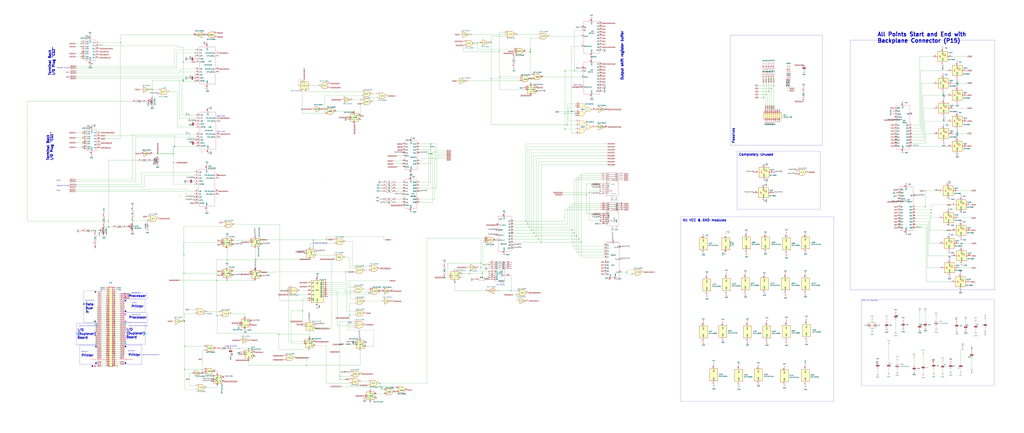
<source format=kicad_sch>
(kicad_sch (version 20230121) (generator eeschema)
  (paper "User" 1300 550.012)
  (lib_symbols
    (symbol "74xx:74LS00" (pin_names (offset 1.016))
      (property "Reference" "U" (at 0 1.27 0))
      (property "Value" "74LS00" (at 0 -1.27 0))
      (symbol "74LS00_1_1"
        (pin input line (at -7.62 2.54 0) (length 3.81) (name "~") (number "1"))
        (pin input line (at -7.62 -2.54 0) (length 3.81) (name "~") (number "2"))
        (pin output inverted (at 7.62 0 180) (length 3.81) (name "~") (number "3"))
      )
      (symbol "74LS00_1_2"
        (pin input inverted (at -7.62 2.54 0) (length 4.318) (name "~") (number "1"))
        (pin input inverted (at -7.62 -2.54 0) (length 4.318) (name "~") (number "2"))
        (pin output line (at 7.62 0 180) (length 3.81) (name "~") (number "3"))
      )
      (symbol "74LS00_2_1"
        (pin input line (at -7.62 2.54 0) (length 3.81) (name "~") (number "4"))
        (pin input line (at -7.62 -2.54 0) (length 3.81) (name "~") (number "5"))
        (pin output inverted (at 7.62 0 180) (length 3.81) (name "~") (number "6"))
      )
      (symbol "74LS00_2_2"
        (pin input inverted (at -7.62 2.54 0) (length 4.318) (name "~") (number "4"))
        (pin input inverted (at -7.62 -2.54 0) (length 4.318) (name "~") (number "5"))
        (pin output line (at 7.62 0 180) (length 3.81) (name "~") (number "6"))
      )
      (symbol "74LS00_3_1"
        (pin input line (at -7.62 -2.54 0) (length 3.81) (name "~") (number "10"))
        (pin output inverted (at 7.62 0 180) (length 3.81) (name "~") (number "8"))
        (pin input line (at -7.62 2.54 0) (length 3.81) (name "~") (number "9"))
      )
      (symbol "74LS00_3_2"
        (pin input inverted (at -7.62 -2.54 0) (length 4.318) (name "~") (number "10"))
        (pin output line (at 7.62 0 180) (length 3.81) (name "~") (number "8"))
        (pin input inverted (at -7.62 2.54 0) (length 4.318) (name "~") (number "9"))
      )
      (symbol "74LS00_4_1"
        (pin output inverted (at 7.62 0 180) (length 3.81) (name "~") (number "11"))
        (pin input line (at -7.62 2.54 0) (length 3.81) (name "~") (number "12"))
        (pin input line (at -7.62 -2.54 0) (length 3.81) (name "~") (number "13"))
      )
      (symbol "74LS00_4_2"
        (pin output line (at 7.62 0 180) (length 3.81) (name "~") (number "11"))
        (pin input inverted (at -7.62 2.54 0) (length 4.318) (name "~") (number "12"))
        (pin input inverted (at -7.62 -2.54 0) (length 4.318) (name "~") (number "13"))
      )
      (symbol "74LS00_5_0"
        (pin power_in line (at 0 12.7 270) (length 5.08) (name "VCC") (number "14"))
        (pin power_in line (at 0 -12.7 90) (length 5.08) (name "GND") (number "7"))
      )
    )
    (symbol "74xx:74LS04"
      (property "Reference" "U" (at 0 1.27 0))
      (property "Value" "74LS04" (at 0 -1.27 0))
      (symbol "74LS04_1_0"
        (pin input line (at -7.62 0 0) (length 3.81) (name "~") (number "1"))
        (pin output inverted (at 7.62 0 180) (length 3.81) (name "~") (number "2"))
      )
      (symbol "74LS04_2_0"
        (pin input line (at -7.62 0 0) (length 3.81) (name "~") (number "3"))
        (pin output inverted (at 7.62 0 180) (length 3.81) (name "~") (number "4"))
      )
      (symbol "74LS04_3_0"
        (pin input line (at -7.62 0 0) (length 3.81) (name "~") (number "5"))
        (pin output inverted (at 7.62 0 180) (length 3.81) (name "~") (number "6"))
      )
      (symbol "74LS04_4_0"
        (pin output inverted (at 7.62 0 180) (length 3.81) (name "~") (number "8"))
        (pin input line (at -7.62 0 0) (length 3.81) (name "~") (number "9"))
      )
      (symbol "74LS04_5_0"
        (pin output inverted (at 7.62 0 180) (length 3.81) (name "~") (number "10"))
        (pin input line (at -7.62 0 0) (length 3.81) (name "~") (number "11"))
      )
      (symbol "74LS04_6_0"
        (pin output inverted (at 7.62 0 180) (length 3.81) (name "~") (number "12"))
        (pin input line (at -7.62 0 0) (length 3.81) (name "~") (number "13"))
      )
      (symbol "74LS04_7_0"
        (pin power_in line (at 0 12.7 270) (length 5.08) (name "VCC") (number "14"))
        (pin power_in line (at 0 -12.7 90) (length 5.08) (name "GND") (number "7"))
      )
    )
    (symbol "74xx:74LS08" (pin_names (offset 1.016))
      (property "Reference" "U" (at 0 1.27 0))
      (property "Value" "74LS08" (at 0 -1.27 0))
      (symbol "74LS08_1_1"
        (pin input line (at -7.62 2.54 0) (length 3.81) (name "~") (number "1"))
        (pin input line (at -7.62 -2.54 0) (length 3.81) (name "~") (number "2"))
        (pin output line (at 7.62 0 180) (length 3.81) (name "~") (number "3"))
      )
      (symbol "74LS08_1_2"
        (pin input inverted (at -7.62 2.54 0) (length 4.318) (name "~") (number "1"))
        (pin input inverted (at -7.62 -2.54 0) (length 4.318) (name "~") (number "2"))
        (pin output inverted (at 7.62 0 180) (length 3.81) (name "~") (number "3"))
      )
      (symbol "74LS08_2_1"
        (pin input line (at -7.62 2.54 0) (length 3.81) (name "~") (number "4"))
        (pin input line (at -7.62 -2.54 0) (length 3.81) (name "~") (number "5"))
        (pin output line (at 7.62 0 180) (length 3.81) (name "~") (number "6"))
      )
      (symbol "74LS08_2_2"
        (pin input inverted (at -7.62 2.54 0) (length 4.318) (name "~") (number "4"))
        (pin input inverted (at -7.62 -2.54 0) (length 4.318) (name "~") (number "5"))
        (pin output inverted (at 7.62 0 180) (length 3.81) (name "~") (number "6"))
      )
      (symbol "74LS08_3_1"
        (pin input line (at -7.62 -2.54 0) (length 3.81) (name "~") (number "10"))
        (pin output line (at 7.62 0 180) (length 3.81) (name "~") (number "8"))
        (pin input line (at -7.62 2.54 0) (length 3.81) (name "~") (number "9"))
      )
      (symbol "74LS08_3_2"
        (pin input inverted (at -7.62 -2.54 0) (length 4.318) (name "~") (number "10"))
        (pin output inverted (at 7.62 0 180) (length 3.81) (name "~") (number "8"))
        (pin input inverted (at -7.62 2.54 0) (length 4.318) (name "~") (number "9"))
      )
      (symbol "74LS08_4_1"
        (pin output line (at 7.62 0 180) (length 3.81) (name "~") (number "11"))
        (pin input line (at -7.62 2.54 0) (length 3.81) (name "~") (number "12"))
        (pin input line (at -7.62 -2.54 0) (length 3.81) (name "~") (number "13"))
      )
      (symbol "74LS08_4_2"
        (pin output inverted (at 7.62 0 180) (length 3.81) (name "~") (number "11"))
        (pin input inverted (at -7.62 2.54 0) (length 4.318) (name "~") (number "12"))
        (pin input inverted (at -7.62 -2.54 0) (length 4.318) (name "~") (number "13"))
      )
      (symbol "74LS08_5_0"
        (pin power_in line (at 0 12.7 270) (length 5.08) (name "VCC") (number "14"))
        (pin power_in line (at 0 -12.7 90) (length 5.08) (name "GND") (number "7"))
      )
    )
    (symbol "74xx:74LS10" (pin_names (offset 1.016))
      (property "Reference" "U" (at 0 1.27 0))
      (property "Value" "74LS10" (at 0 -1.27 0))
      (symbol "74LS10_1_1"
        (pin input line (at -7.62 2.54 0) (length 3.81) (name "~") (number "1"))
        (pin output inverted (at 7.62 0 180) (length 3.81) (name "~") (number "12"))
        (pin input line (at -7.62 -2.54 0) (length 3.81) (name "~") (number "13"))
        (pin input line (at -7.62 0 0) (length 3.81) (name "~") (number "2"))
      )
      (symbol "74LS10_1_2"
        (pin input inverted (at -7.62 2.54 0) (length 4.318) (name "~") (number "1"))
        (pin output line (at 7.62 0 180) (length 3.81) (name "~") (number "12"))
        (pin input inverted (at -7.62 -2.54 0) (length 4.318) (name "~") (number "13"))
        (pin input inverted (at -7.62 0 0) (length 4.953) (name "~") (number "2"))
      )
      (symbol "74LS10_2_1"
        (pin input line (at -7.62 2.54 0) (length 3.81) (name "~") (number "3"))
        (pin input line (at -7.62 0 0) (length 3.81) (name "~") (number "4"))
        (pin input line (at -7.62 -2.54 0) (length 3.81) (name "~") (number "5"))
        (pin output inverted (at 7.62 0 180) (length 3.81) (name "~") (number "6"))
      )
      (symbol "74LS10_2_2"
        (pin input inverted (at -7.62 2.54 0) (length 4.318) (name "~") (number "3"))
        (pin input inverted (at -7.62 0 0) (length 4.953) (name "~") (number "4"))
        (pin input inverted (at -7.62 -2.54 0) (length 4.318) (name "~") (number "5"))
        (pin output line (at 7.62 0 180) (length 3.81) (name "~") (number "6"))
      )
      (symbol "74LS10_3_1"
        (pin input line (at -7.62 0 0) (length 3.81) (name "~") (number "10"))
        (pin input line (at -7.62 -2.54 0) (length 3.81) (name "~") (number "11"))
        (pin output inverted (at 7.62 0 180) (length 3.81) (name "~") (number "8"))
        (pin input line (at -7.62 2.54 0) (length 3.81) (name "~") (number "9"))
      )
      (symbol "74LS10_3_2"
        (pin input inverted (at -7.62 0 0) (length 4.953) (name "~") (number "10"))
        (pin input inverted (at -7.62 -2.54 0) (length 4.318) (name "~") (number "11"))
        (pin output line (at 7.62 0 180) (length 3.81) (name "~") (number "8"))
        (pin input inverted (at -7.62 2.54 0) (length 4.318) (name "~") (number "9"))
      )
      (symbol "74LS10_4_0"
        (pin power_in line (at 0 12.7 270) (length 5.08) (name "VCC") (number "14"))
        (pin power_in line (at 0 -12.7 90) (length 5.08) (name "GND") (number "7"))
      )
    )
    (symbol "74xx:74LS175" (pin_names (offset 1.016))
      (property "Reference" "U" (at -7.62 13.97 0))
      (property "Value" "74LS175" (at -7.62 -16.51 0))
      (symbol "74LS175_1_0"
        (pin input line (at -12.7 -12.7 0) (length 5.08) (name "~{Mr}") (number "1"))
        (pin output line (at 12.7 0 180) (length 5.08) (name "Q2") (number "10"))
        (pin output line (at 12.7 -2.54 180) (length 5.08) (name "~{Q2}") (number "11"))
        (pin input line (at -12.7 0 0) (length 5.08) (name "D2") (number "12"))
        (pin input line (at -12.7 -5.08 0) (length 5.08) (name "D3") (number "13"))
        (pin output line (at 12.7 -7.62 180) (length 5.08) (name "~{Q3}") (number "14"))
        (pin output line (at 12.7 -5.08 180) (length 5.08) (name "Q3") (number "15"))
        (pin power_in line (at 0 17.78 270) (length 5.08) (name "VCC") (number "16"))
        (pin output line (at 12.7 10.16 180) (length 5.08) (name "Q0") (number "2"))
        (pin output line (at 12.7 7.62 180) (length 5.08) (name "~{Q0}") (number "3"))
        (pin input line (at -12.7 10.16 0) (length 5.08) (name "D0") (number "4"))
        (pin input line (at -12.7 5.08 0) (length 5.08) (name "D1") (number "5"))
        (pin output line (at 12.7 2.54 180) (length 5.08) (name "~{Q1}") (number "6"))
        (pin output line (at 12.7 5.08 180) (length 5.08) (name "Q1") (number "7"))
        (pin power_in line (at 0 -20.32 90) (length 5.08) (name "GND") (number "8"))
        (pin input clock (at -12.7 -10.16 0) (length 5.08) (name "Cp") (number "9"))
      )
    )
    (symbol "74xx:74LS20" (pin_names (offset 1.016))
      (property "Reference" "U" (at 0 1.27 0))
      (property "Value" "74LS20" (at 0 -1.27 0))
      (symbol "74LS20_1_1"
        (pin input line (at -7.62 3.81 0) (length 3.81) (name "~") (number "1"))
        (pin input line (at -7.62 1.27 0) (length 3.81) (name "~") (number "2"))
        (pin input line (at -7.62 -1.27 0) (length 3.81) (name "~") (number "4"))
        (pin input line (at -7.62 -3.81 0) (length 3.81) (name "~") (number "5"))
        (pin output inverted (at 7.62 0 180) (length 3.81) (name "~") (number "6"))
      )
      (symbol "74LS20_1_2"
        (pin input inverted (at -7.62 3.81 0) (length 3.81) (name "~") (number "1"))
        (pin input inverted (at -7.62 1.27 0) (length 4.826) (name "~") (number "2"))
        (pin input inverted (at -7.62 -1.27 0) (length 4.826) (name "~") (number "4"))
        (pin input inverted (at -7.62 -3.81 0) (length 3.81) (name "~") (number "5"))
        (pin output line (at 7.62 0 180) (length 3.81) (name "~") (number "6"))
      )
      (symbol "74LS20_2_1"
        (pin input line (at -7.62 1.27 0) (length 3.81) (name "~") (number "10"))
        (pin input line (at -7.62 -1.27 0) (length 3.81) (name "~") (number "12"))
        (pin input line (at -7.62 -3.81 0) (length 3.81) (name "~") (number "13"))
        (pin output inverted (at 7.62 0 180) (length 3.81) (name "~") (number "8"))
        (pin input line (at -7.62 3.81 0) (length 3.81) (name "~") (number "9"))
      )
      (symbol "74LS20_2_2"
        (pin input inverted (at -7.62 1.27 0) (length 4.826) (name "~") (number "10"))
        (pin input inverted (at -7.62 -1.27 0) (length 4.826) (name "~") (number "12"))
        (pin input inverted (at -7.62 -3.81 0) (length 3.81) (name "~") (number "13"))
        (pin output line (at 7.62 0 180) (length 3.81) (name "~") (number "8"))
        (pin input inverted (at -7.62 3.81 0) (length 3.81) (name "~") (number "9"))
      )
      (symbol "74LS20_3_0"
        (pin power_in line (at 0 12.7 270) (length 5.08) (name "VCC") (number "14"))
        (pin power_in line (at 0 -12.7 90) (length 5.08) (name "GND") (number "7"))
      )
    )
    (symbol "74xx:74LS51" (pin_names (offset 1.016))
      (property "Reference" "U" (at -7.62 10.16 0))
      (property "Value" "74LS51" (at -7.62 -10.16 0))
      (symbol "74LS51_1_0"
        (pin input line (at -12.7 7.62 0) (length 5.08) (name "~") (number "1"))
        (pin input line (at -12.7 -5.08 0) (length 5.08) (name "~") (number "10"))
        (pin input line (at -12.7 -7.62 0) (length 5.08) (name "~") (number "11"))
        (pin input line (at -12.7 5.08 0) (length 5.08) (name "~") (number "12"))
        (pin input line (at -12.7 2.54 0) (length 5.08) (name "~") (number "13"))
        (pin output line (at 12.7 0 180) (length 5.08) (name "~") (number "8"))
        (pin input line (at -12.7 -2.54 0) (length 5.08) (name "~") (number "9"))
      )
      (symbol "74LS51_2_0"
        (pin input line (at -12.7 7.62 0) (length 5.08) (name "~") (number "2"))
        (pin input line (at -12.7 2.54 0) (length 5.08) (name "~") (number "3"))
        (pin input line (at -12.7 -2.54 0) (length 5.08) (name "~") (number "4"))
        (pin input line (at -12.7 -7.62 0) (length 5.08) (name "~") (number "5"))
        (pin output line (at 12.7 0 180) (length 5.08) (name "~") (number "6"))
      )
      (symbol "74LS51_3_0"
        (pin power_in line (at 0 12.7 270) (length 5.08) (name "VCC") (number "14"))
        (pin power_in line (at 0 -12.7 90) (length 5.08) (name "GND") (number "7"))
      )
    )
    (symbol "74xx:74LS74" (pin_names (offset 1.016))
      (property "Reference" "U" (at -7.62 8.89 0))
      (property "Value" "74LS74" (at -7.62 -8.89 0))
      (symbol "74LS74_1_0"
        (pin input line (at 0 -7.62 90) (length 2.54) (name "~{R}") (number "1"))
        (pin input line (at -7.62 2.54 0) (length 2.54) (name "D") (number "2"))
        (pin input clock (at -7.62 0 0) (length 2.54) (name "C") (number "3"))
        (pin input line (at 0 7.62 270) (length 2.54) (name "~{S}") (number "4"))
        (pin output line (at 7.62 2.54 180) (length 2.54) (name "Q") (number "5"))
        (pin output line (at 7.62 -2.54 180) (length 2.54) (name "~{Q}") (number "6"))
      )
      (symbol "74LS74_2_0"
        (pin input line (at 0 7.62 270) (length 2.54) (name "~{S}") (number "10"))
        (pin input clock (at -7.62 0 0) (length 2.54) (name "C") (number "11"))
        (pin input line (at -7.62 2.54 0) (length 2.54) (name "D") (number "12"))
        (pin input line (at 0 -7.62 90) (length 2.54) (name "~{R}") (number "13"))
        (pin output line (at 7.62 -2.54 180) (length 2.54) (name "~{Q}") (number "8"))
        (pin output line (at 7.62 2.54 180) (length 2.54) (name "Q") (number "9"))
      )
      (symbol "74LS74_3_0"
        (pin power_in line (at 0 10.16 270) (length 2.54) (name "VCC") (number "14"))
        (pin power_in line (at 0 -10.16 90) (length 2.54) (name "GND") (number "7"))
      )
    )
    (symbol "74xx:74LS76" (pin_names (offset 1.016))
      (property "Reference" "U" (at -7.62 8.89 0))
      (property "Value" "74LS76" (at -7.62 -8.89 0))
      (symbol "74LS76_1_0"
        (pin input clock (at -7.62 0 0) (length 2.54) (name "C") (number "1"))
        (pin output line (at 7.62 -2.54 180) (length 2.54) (name "~{Q}") (number "14"))
        (pin output line (at 7.62 2.54 180) (length 2.54) (name "Q") (number "15"))
        (pin input line (at -7.62 -2.54 0) (length 2.54) (name "K") (number "16"))
        (pin input line (at 0 7.62 270) (length 2.54) (name "~{S}") (number "2"))
        (pin input line (at 0 -7.62 90) (length 2.54) (name "~{R}") (number "3"))
        (pin input line (at -7.62 2.54 0) (length 2.54) (name "J") (number "4"))
      )
      (symbol "74LS76_2_0"
        (pin output line (at 7.62 -2.54 180) (length 2.54) (name "~{Q}") (number "10"))
        (pin output line (at 7.62 2.54 180) (length 2.54) (name "Q") (number "11"))
        (pin input line (at -7.62 -2.54 0) (length 2.54) (name "K") (number "12"))
        (pin input clock (at -7.62 0 0) (length 2.54) (name "C") (number "6"))
        (pin input line (at 0 7.62 270) (length 2.54) (name "~{S}") (number "7"))
        (pin input line (at 0 -7.62 90) (length 2.54) (name "~{R}") (number "8"))
        (pin input line (at -7.62 2.54 0) (length 2.54) (name "J") (number "9"))
      )
      (symbol "74LS76_3_0"
        (pin power_in line (at 0 -10.16 90) (length 2.54) (name "GND") (number "13"))
        (pin power_in line (at 0 10.16 270) (length 2.54) (name "VCC") (number "5"))
      )
    )
    (symbol "74xx_IEEE:7406"
      (property "Reference" "U" (at 3.81 7.62 0))
      (property "Value" "7406" (at 6.35 -8.89 0))
      (symbol "7406_0_1"
        (pin power_in line (at 0 10.16 270) (length 3.81) (name "VCC") (number "14"))
        (pin power_in line (at 0 -10.16 90) (length 3.81) (name "GND") (number "7"))
      )
      (symbol "7406_1_1"
        (pin input line (at -12.7 0 0) (length 6.35) (name "~") (number "1"))
        (pin open_collector inverted (at 12.7 0 180) (length 6.35) (name "~") (number "2"))
      )
      (symbol "7406_2_1"
        (pin input line (at -12.7 0 0) (length 6.35) (name "~") (number "3"))
        (pin open_collector inverted (at 12.7 0 180) (length 6.35) (name "~") (number "4"))
      )
      (symbol "7406_3_1"
        (pin input line (at -12.7 0 0) (length 6.35) (name "~") (number "5"))
        (pin open_collector inverted (at 12.7 0 180) (length 6.35) (name "~") (number "6"))
      )
      (symbol "7406_4_1"
        (pin open_collector inverted (at 12.7 0 180) (length 6.35) (name "~") (number "8"))
        (pin input line (at -12.7 0 0) (length 6.35) (name "~") (number "9"))
      )
      (symbol "7406_5_1"
        (pin open_collector inverted (at 12.7 0 180) (length 6.35) (name "~") (number "10"))
        (pin input line (at -12.7 0 0) (length 6.35) (name "~") (number "11"))
      )
      (symbol "7406_6_1"
        (pin open_collector inverted (at 12.7 0 180) (length 6.35) (name "~") (number "12"))
        (pin input line (at -12.7 0 0) (length 6.35) (name "~") (number "13"))
      )
    )
    (symbol "74xx_IEEE:74173" (pin_names (offset 0.762))
      (property "Reference" "U" (at 11.43 7.62 0))
      (property "Value" "74173" (at 8.89 -16.51 0))
      (symbol "74173_0_0"
        (text "&" (at -5.08 1.27 0) (effects (font (size 1.524 1.524))))
        (text "&" (at -5.08 7.62 0) (effects (font (size 1.524 1.524))))
        (text "EN" (at -1.27 7.62 0) (effects (font (size 1.524 1.524))))
        (pin power_in line (at 5.08 13.97 270) (length 0) hide (name "VCC") (number "16"))
        (pin power_in line (at 0 13.97 270) (length 0) hide (name "GND") (number "8"))
      )
      (symbol "74173_1_1"
        (pin input inverted (at -15.24 8.89 0) (length 7.62) (name "M") (number "1"))
        (pin input inverted (at -15.24 1.27 0) (length 7.62) (name "~{G2}") (number "10"))
        (pin input line (at -15.24 -13.97 0) (length 7.62) (name "P3") (number "11"))
        (pin input line (at -15.24 -11.43 0) (length 7.62) (name "P2") (number "12"))
        (pin input line (at -15.24 -8.89 0) (length 7.62) (name "P1") (number "13"))
        (pin input line (at -15.24 -6.35 0) (length 7.62) (name "P0") (number "14"))
        (pin input line (at -15.24 11.43 0) (length 7.62) (name "R") (number "15"))
        (pin input inverted (at -15.24 6.35 0) (length 7.62) (name "N") (number "2"))
        (pin output line (at 15.24 -6.35 180) (length 7.62) (name "Q0") (number "3"))
        (pin output line (at 15.24 -8.89 180) (length 7.62) (name "Q1") (number "4"))
        (pin output line (at 15.24 -11.43 180) (length 7.62) (name "Q2") (number "5"))
        (pin output line (at 15.24 -13.97 180) (length 7.62) (name "Q3") (number "6"))
        (pin input clock (at -15.24 -1.27 0) (length 7.62) (name "CK") (number "7"))
        (pin input inverted (at -15.24 3.81 0) (length 7.62) (name "~{G1}") (number "9"))
      )
    )
    (symbol "74xx_IEEE:74LS160" (pin_names (offset 0.762))
      (property "Reference" "U" (at 7.62 15.24 0))
      (property "Value" "74LS160" (at 7.62 -13.97 0))
      (symbol "74LS160_0_0"
        (text "1" (at 0 -2.54 0) (effects (font (size 1.27 1.27))))
        (text "2" (at 0 -5.08 0) (effects (font (size 1.27 1.27))))
        (text "4" (at 0 -7.62 0) (effects (font (size 1.27 1.27))))
        (text "8" (at 0 -10.16 0) (effects (font (size 1.27 1.27))))
        (pin power_in line (at 3.81 13.97 270) (length 0) hide (name "VCC") (number "16"))
        (pin power_in line (at 1.27 13.97 270) (length 0) hide (name "GND") (number "8"))
      )
      (symbol "74LS160_1_1"
        (pin input inverted (at -13.97 11.43 0) (length 7.62) (name "~{MR}") (number "1"))
        (pin input line (at -13.97 6.35 0) (length 7.62) (name "ENT") (number "10"))
        (pin output line (at 13.97 -10.16 180) (length 7.62) (name "Q3") (number "11"))
        (pin output line (at 13.97 -7.62 180) (length 7.62) (name "Q2") (number "12"))
        (pin output line (at 13.97 -5.08 180) (length 7.62) (name "Q1") (number "13"))
        (pin output line (at 13.97 -2.54 180) (length 7.62) (name "Q0") (number "14"))
        (pin output line (at 13.97 6.35 180) (length 7.62) (name "Tc") (number "15"))
        (pin input clock (at -13.97 1.27 0) (length 7.62) (name "CK") (number "2"))
        (pin input line (at -13.97 -2.54 0) (length 7.62) (name "P0") (number "3"))
        (pin input line (at -13.97 -5.08 0) (length 7.62) (name "P1") (number "4"))
        (pin input line (at -13.97 -7.62 0) (length 7.62) (name "P2") (number "5"))
        (pin input line (at -13.97 -10.16 0) (length 7.62) (name "P3") (number "6"))
        (pin input line (at -13.97 3.81 0) (length 7.62) (name "ENP") (number "7"))
        (pin input inverted (at -13.97 8.89 0) (length 7.62) (name "~{Pe}") (number "9"))
      )
    )
    (symbol "Connector_Generic_Shielded:Conn_02x40_Odd_Even_Shielded" (pin_names (offset 1.016) hide)
      (property "Reference" "J?" (at 1.27 54.61 0))
      (property "Value" "Conn_02x40_Odd_Even_Shielded" (at 1.27 52.07 0))
      (symbol "Conn_02x40_Odd_Even_Shielded_1_1"
        (pin passive line (at -5.08 48.26 0) (length 4.064) (name "Pin_1") (number "1"))
        (pin passive line (at 7.62 38.1 180) (length 4.064) (name "Pin_10") (number "10"))
        (pin passive line (at -5.08 35.56 0) (length 4.064) (name "Pin_11") (number "11"))
        (pin passive line (at 7.62 35.56 180) (length 4.064) (name "Pin_12") (number "12"))
        (pin passive line (at -5.08 33.02 0) (length 4.064) (name "Pin_13") (number "13"))
        (pin passive line (at 7.62 33.02 180) (length 4.064) (name "Pin_14") (number "14"))
        (pin passive line (at -5.08 30.48 0) (length 4.064) (name "Pin_15") (number "15"))
        (pin passive line (at 7.62 30.48 180) (length 4.064) (name "Pin_16") (number "16"))
        (pin passive line (at -5.08 27.94 0) (length 4.064) (name "Pin_17") (number "17"))
        (pin passive line (at 7.62 27.94 180) (length 4.064) (name "Pin_18") (number "18"))
        (pin passive line (at -5.08 25.4 0) (length 4.064) (name "Pin_19") (number "19"))
        (pin passive line (at 7.62 48.26 180) (length 4.064) (name "Pin_2") (number "2"))
        (pin passive line (at 7.62 25.4 180) (length 4.064) (name "Pin_20") (number "20"))
        (pin passive line (at -5.08 22.86 0) (length 4.064) (name "Pin_21") (number "21"))
        (pin passive line (at 7.62 22.86 180) (length 4.064) (name "Pin_22") (number "22"))
        (pin passive line (at -5.08 20.32 0) (length 4.064) (name "Pin_23") (number "23"))
        (pin passive line (at 7.62 20.32 180) (length 4.064) (name "Pin_24") (number "24"))
        (pin passive line (at -5.08 17.78 0) (length 4.064) (name "Pin_25") (number "25"))
        (pin passive line (at 7.62 17.78 180) (length 4.064) (name "Pin_26") (number "26"))
        (pin passive line (at -5.08 15.24 0) (length 4.064) (name "Pin_27") (number "27"))
        (pin passive line (at 7.62 15.24 180) (length 4.064) (name "Pin_28") (number "28"))
        (pin passive line (at -5.08 12.7 0) (length 4.064) (name "Pin_29") (number "29"))
        (pin passive line (at -5.08 45.72 0) (length 4.064) (name "Pin_3") (number "3"))
        (pin passive line (at 7.62 12.7 180) (length 4.064) (name "Pin_30") (number "30"))
        (pin passive line (at -5.08 10.16 0) (length 4.064) (name "Pin_31") (number "31"))
        (pin passive line (at 7.62 10.16 180) (length 4.064) (name "Pin_32") (number "32"))
        (pin passive line (at -5.08 7.62 0) (length 4.064) (name "Pin_33") (number "33"))
        (pin passive line (at 7.62 7.62 180) (length 4.064) (name "Pin_34") (number "34"))
        (pin passive line (at -5.08 5.08 0) (length 4.064) (name "Pin_35") (number "35"))
        (pin passive line (at 7.62 5.08 180) (length 4.064) (name "Pin_36") (number "36"))
        (pin passive line (at -5.08 2.54 0) (length 4.064) (name "Pin_37") (number "37"))
        (pin passive line (at 7.62 2.54 180) (length 4.064) (name "Pin_38") (number "38"))
        (pin passive line (at -5.08 0 0) (length 4.064) (name "Pin_39") (number "39"))
        (pin passive line (at 7.62 45.72 180) (length 4.064) (name "Pin_4") (number "4"))
        (pin passive line (at 7.62 0 180) (length 4.064) (name "Pin_40") (number "40"))
        (pin passive line (at -5.08 -2.54 0) (length 4.064) (name "Pin_41") (number "41"))
        (pin passive line (at 7.62 -2.54 180) (length 4.064) (name "Pin_42") (number "42"))
        (pin passive line (at -5.08 -5.08 0) (length 4.064) (name "Pin_43") (number "43"))
        (pin passive line (at 7.62 -5.08 180) (length 4.064) (name "Pin_44") (number "44"))
        (pin passive line (at -5.08 -7.62 0) (length 4.064) (name "Pin_45") (number "45"))
        (pin passive line (at 7.62 -7.62 180) (length 4.064) (name "Pin_46") (number "46"))
        (pin passive line (at -5.08 -10.16 0) (length 4.064) (name "Pin_47") (number "47"))
        (pin passive line (at 7.62 -10.16 180) (length 4.064) (name "Pin_48") (number "48"))
        (pin passive line (at -5.08 -12.7 0) (length 4.064) (name "Pin_49") (number "49"))
        (pin passive line (at -5.08 43.18 0) (length 4.064) (name "Pin_5") (number "5"))
        (pin passive line (at 7.62 -12.7 180) (length 4.064) (name "Pin_50") (number "50"))
        (pin passive line (at -5.08 -15.24 0) (length 4.064) (name "Pin_51") (number "51"))
        (pin passive line (at 7.62 -15.24 180) (length 4.064) (name "Pin_52") (number "52"))
        (pin passive line (at -5.08 -17.78 0) (length 4.064) (name "Pin_53") (number "53"))
        (pin passive line (at 7.62 -17.78 180) (length 4.064) (name "Pin_54") (number "54"))
        (pin passive line (at -5.08 -20.32 0) (length 4.064) (name "Pin_55") (number "55"))
        (pin passive line (at 7.62 -20.32 180) (length 4.064) (name "Pin_56") (number "56"))
        (pin passive line (at -5.08 -22.86 0) (length 4.064) (name "Pin_57") (number "57"))
        (pin passive line (at 7.62 -22.86 180) (length 4.064) (name "Pin_58") (number "58"))
        (pin passive line (at -5.08 -25.4 0) (length 4.064) (name "Pin_59") (number "59"))
        (pin passive line (at 7.62 43.18 180) (length 4.064) (name "Pin_6") (number "6"))
        (pin passive line (at 7.62 -25.4 180) (length 4.064) (name "Pin_60") (number "60"))
        (pin passive line (at -5.08 -27.94 0) (length 4.064) (name "Pin_61") (number "61"))
        (pin passive line (at 7.62 -27.94 180) (length 4.064) (name "Pin_62") (number "62"))
        (pin passive line (at -5.08 -30.48 0) (length 4.064) (name "Pin_63") (number "63"))
        (pin passive line (at 7.62 -30.48 180) (length 4.064) (name "Pin_64") (number "64"))
        (pin passive line (at -5.08 -33.02 0) (length 4.064) (name "Pin_65") (number "65"))
        (pin passive line (at 7.62 -33.02 180) (length 4.064) (name "Pin_66") (number "66"))
        (pin passive line (at -5.08 -35.56 0) (length 4.064) (name "Pin_67") (number "67"))
        (pin passive line (at 7.62 -35.56 180) (length 4.064) (name "Pin_68") (number "68"))
        (pin passive line (at -5.08 -38.1 0) (length 4.064) (name "Pin_69") (number "69"))
        (pin passive line (at -5.08 40.64 0) (length 4.064) (name "Pin_7") (number "7"))
        (pin passive line (at 7.62 -38.1 180) (length 4.064) (name "Pin_70") (number "70"))
        (pin passive line (at -5.08 -40.64 0) (length 4.064) (name "Pin_71") (number "71"))
        (pin passive line (at 7.62 -40.64 180) (length 4.064) (name "Pin_72") (number "72"))
        (pin passive line (at -5.08 -43.18 0) (length 4.064) (name "Pin_73") (number "73"))
        (pin passive line (at 7.62 -43.18 180) (length 4.064) (name "Pin_74") (number "74"))
        (pin passive line (at -5.08 -45.72 0) (length 4.064) (name "Pin_75") (number "75"))
        (pin passive line (at 7.62 -45.72 180) (length 4.064) (name "Pin_76") (number "76"))
        (pin passive line (at -5.08 -48.26 0) (length 4.064) (name "Pin_77") (number "77"))
        (pin passive line (at 7.62 -48.26 180) (length 4.064) (name "Pin_78") (number "78"))
        (pin passive line (at -5.08 -50.8 0) (length 4.064) (name "Pin_79") (number "79"))
        (pin passive line (at 7.62 40.64 180) (length 4.064) (name "Pin_8") (number "8"))
        (pin passive line (at 7.62 -50.8 180) (length 4.064) (name "Pin_80") (number "80"))
        (pin passive line (at -5.08 38.1 0) (length 4.064) (name "Pin_9") (number "9"))
      )
    )
    (symbol "Device:C_Polarized" (pin_numbers hide) (pin_names (offset 0.254))
      (property "Reference" "C" (at 0.635 2.54 0))
      (property "Value" "C_Polarized" (at 0.635 -2.54 0))
      (symbol "C_Polarized_1_1"
        (pin passive line (at 0 3.81 270) (length 2.794) (name "~") (number "1"))
        (pin passive line (at 0 -3.81 90) (length 2.794) (name "~") (number "2"))
      )
    )
    (symbol "Diode:1N4001" (pin_numbers hide) (pin_names (offset 1.016) hide)
      (property "Reference" "D" (at 0 2.54 0))
      (property "Value" "1N4001" (at 0 -2.54 0))
      (symbol "1N4001_1_1"
        (pin passive line (at -3.81 0 0) (length 2.54) (name "K") (number "1"))
        (pin passive line (at 3.81 0 180) (length 2.54) (name "A") (number "2"))
      )
    )
    (symbol "ForgottenMachines.kicad_sym:8212"
      (property "Reference" "U" (at 1.27 8.89 90))
      (property "Value" "8212" (at 1.27 -13.97 90))
      (symbol "8212_1_1"
        (pin input line (at -10.16 21.59 0) (length 2.54) (name "~{DS1}") (number "1"))
        (pin output line (at 11.43 -11.43 180) (length 2.54) (name "DO4") (number "10"))
        (pin input line (at -10.16 10.16 0) (length 2.54) (name "Strobe") (number "11"))
        (pin input line (at 0 -33.02 90) (length 2.54) (name "GND") (number "12"))
        (pin input line (at -10.16 17.78 0) (length 2.54) (name "DS2") (number "13"))
        (pin input line (at -10.16 6.35 0) (length 2.54) (name "~{CLR}") (number "14"))
        (pin output line (at 11.43 -15.24 180) (length 2.54) (name "DO5") (number "15"))
        (pin input line (at -10.16 -15.24 0) (length 2.54) (name "DI5") (number "16"))
        (pin output line (at 11.43 -19.05 180) (length 2.54) (name "DO6") (number "17"))
        (pin input line (at -10.16 -19.05 0) (length 2.54) (name "DI6") (number "18"))
        (pin output line (at 11.43 -22.86 180) (length 2.54) (name "DO7") (number "19"))
        (pin input line (at -10.16 13.97 0) (length 2.54) (name "Mode") (number "2"))
        (pin input line (at -10.16 -22.86 0) (length 2.54) (name "DI7") (number "20"))
        (pin output line (at 11.43 -26.67 180) (length 2.54) (name "DO8") (number "21"))
        (pin input line (at -10.16 -26.67 0) (length 2.54) (name "DI8") (number "22"))
        (pin output line (at 11.43 13.97 180) (length 2.54) (name "~{INT}") (number "23"))
        (pin input line (at 0 27.94 270) (length 2.54) (name "VCC") (number "24"))
        (pin input line (at -10.16 0 0) (length 2.54) (name "DI1") (number "3"))
        (pin output line (at 11.43 0 180) (length 2.54) (name "DO1") (number "4"))
        (pin input line (at -10.16 -3.81 0) (length 2.54) (name "DI2") (number "5"))
        (pin output line (at 11.43 -3.81 180) (length 2.54) (name "DO2") (number "6"))
        (pin input line (at -10.16 -7.62 0) (length 2.54) (name "DI3") (number "7"))
        (pin output line (at 11.43 -7.62 180) (length 2.54) (name "DO3") (number "8"))
        (pin input line (at -10.16 -11.43 0) (length 2.54) (name "DI4") (number "9"))
      )
    )
    (symbol "ForgottenMachines.kicad_sym:8273"
      (property "Reference" "U" (at 1.27 1.27 90))
      (property "Value" "8273" (at 1.27 -7.62 90))
      (symbol "8273_1_1"
        (pin output line (at 11.43 0 180) (length 2.54) (name "Q6") (number "1"))
        (pin input line (at -10.16 13.97 0) (length 2.54) (name "\"D\"_Input") (number "10"))
        (pin output line (at 11.43 19.05 180) (length 2.54) (name "Q1") (number "11"))
        (pin output line (at 11.43 15.24 180) (length 2.54) (name "Q2") (number "12"))
        (pin output line (at 11.43 11.43 180) (length 2.54) (name "Q3") (number "13"))
        (pin output line (at 11.43 7.62 180) (length 2.54) (name "Q4") (number "14"))
        (pin output line (at 11.43 3.81 180) (length 2.54) (name "Q5") (number "15"))
        (pin power_in line (at 0 27.94 270) (length 2.54) (name "VCC") (number "16"))
        (pin output line (at 11.43 -3.81 180) (length 2.54) (name "Q7") (number "2"))
        (pin output line (at 11.43 -7.62 180) (length 2.54) (name "Q8") (number "3"))
        (pin output line (at 11.43 -11.43 180) (length 2.54) (name "Q9") (number "4"))
        (pin output line (at 11.43 -15.24 180) (length 2.54) (name "Q10") (number "5"))
        (pin input line (at -10.16 1.27 0) (length 2.54) (name "Clock_1") (number "6"))
        (pin input line (at -10.16 -5.08 0) (length 2.54) (name "Clock_2") (number "7"))
        (pin power_in line (at 0 -21.59 90) (length 2.54) (name "GND") (number "8"))
        (pin input line (at -10.16 7.62 0) (length 2.54) (name "~{Reset}") (number "9"))
      )
    )
    (symbol "ForgottenMachines.kicad_sym:8274"
      (property "Reference" "U" (at 0 12.7 0))
      (property "Value" "8274" (at 0 8.89 0))
      (symbol "8274_1_1"
        (pin input line (at -12.7 3.81 0) (length 2.54) (name "D6") (number "1"))
        (pin input line (at 12.7 17.78 180) (length 2.54) (name "S0") (number "10"))
        (pin input line (at -12.7 22.86 0) (length 2.54) (name "D1") (number "11"))
        (pin input line (at -12.7 19.05 0) (length 2.54) (name "D2") (number "12"))
        (pin input line (at -12.7 15.24 0) (length 2.54) (name "D3") (number "13"))
        (pin input line (at -12.7 11.43 0) (length 2.54) (name "D4") (number "14"))
        (pin input line (at -12.7 7.62 0) (length 2.54) (name "D5") (number "15"))
        (pin power_in line (at 0 27.94 270) (length 2.54) (name "VCC") (number "16"))
        (pin input line (at -12.7 0 0) (length 2.54) (name "D7") (number "2"))
        (pin input line (at -12.7 -3.81 0) (length 2.54) (name "D8") (number "3"))
        (pin input line (at -12.7 -7.62 0) (length 2.54) (name "D9") (number "4"))
        (pin input line (at -12.7 -11.43 0) (length 2.54) (name "D10") (number "5"))
        (pin output line (at 12.7 -6.35 180) (length 2.54) (name "Serial_Out") (number "6"))
        (pin input line (at 12.7 13.97 180) (length 2.54) (name "S1") (number "7"))
        (pin power_in line (at 0 -17.78 90) (length 2.54) (name "GND") (number "8"))
        (pin input line (at 12.7 6.35 180) (length 2.54) (name "Clock") (number "9"))
      )
    )
    (symbol "ForgottenMachines.kicad_sym:8T97"
      (property "Reference" "U" (at 1.27 11.43 90))
      (property "Value" "8T97" (at 1.27 2.54 90))
      (symbol "8T97_1_1"
        (pin input line (at -10.16 6.35 0) (length 2.54) (name "DIS4") (number "1"))
        (pin input line (at -10.16 10.16 0) (length 2.54) (name "In4") (number "10"))
        (pin output line (at 10.16 0 180) (length 2.54) (name "Out5") (number "11"))
        (pin input line (at -10.16 0 0) (length 2.54) (name "In5") (number "12"))
        (pin output line (at 10.16 -3.81 180) (length 2.54) (name "Out6") (number "13"))
        (pin input line (at -10.16 -3.81 0) (length 2.54) (name "In6") (number "14"))
        (pin input line (at -10.16 -7.62 0) (length 2.54) (name "DIS2") (number "15"))
        (pin power_in line (at 0 27.94 270) (length 2.54) (name "VCC") (number "16"))
        (pin input line (at -10.16 21.59 0) (length 2.54) (name "In1") (number "2"))
        (pin output line (at 10.16 21.59 180) (length 2.54) (name "Out1") (number "3"))
        (pin input line (at -10.16 17.78 0) (length 2.54) (name "In2") (number "4"))
        (pin output line (at 10.16 17.78 180) (length 2.54) (name "Out2") (number "5"))
        (pin input line (at -10.16 13.97 0) (length 2.54) (name "In3") (number "6"))
        (pin output line (at 10.16 13.97 180) (length 2.54) (name "Out3") (number "7"))
        (pin power_in line (at 0 -13.97 90) (length 2.54) (name "GND") (number "8"))
        (pin output line (at 10.16 10.16 180) (length 2.54) (name "Out4") (number "9"))
      )
    )
    (symbol "ForgottenMachines.kicad_sym:8T98"
      (property "Reference" "U" (at 1.27 11.43 90))
      (property "Value" "8T98" (at 1.27 2.54 90))
      (symbol "8T98_1_1"
        (pin input line (at -10.16 6.35 0) (length 2.54) (name "DIS4") (number "1"))
        (pin input line (at -10.16 10.16 0) (length 2.54) (name "In4") (number "10"))
        (pin output line (at 10.16 0 180) (length 2.54) (name "~{Out5}") (number "11"))
        (pin input line (at -10.16 0 0) (length 2.54) (name "In5") (number "12"))
        (pin output line (at 10.16 -3.81 180) (length 2.54) (name "~{Out6}") (number "13"))
        (pin input line (at -10.16 -3.81 0) (length 2.54) (name "In6") (number "14"))
        (pin input line (at -10.16 -7.62 0) (length 2.54) (name "DIS2") (number "15"))
        (pin power_in line (at 0 27.94 270) (length 2.54) (name "VCC") (number "16"))
        (pin input line (at -10.16 21.59 0) (length 2.54) (name "In1") (number "2"))
        (pin output line (at 10.16 21.59 180) (length 2.54) (name "~{Out1}") (number "3"))
        (pin input line (at -10.16 17.78 0) (length 2.54) (name "In2") (number "4"))
        (pin output line (at 10.16 17.78 180) (length 2.54) (name "~{Out2}") (number "5"))
        (pin input line (at -10.16 13.97 0) (length 2.54) (name "In3") (number "6"))
        (pin output line (at 10.16 13.97 180) (length 2.54) (name "~{Out3}") (number "7"))
        (pin power_in line (at 0 -13.97 90) (length 2.54) (name "GND") (number "8"))
        (pin output line (at 10.16 10.16 180) (length 2.54) (name "~{Out4}") (number "9"))
      )
    )
    (symbol "ForgottenMachines.kicad_sym:DM9324"
      (property "Reference" "U" (at 6.35 -1.27 0))
      (property "Value" "DM9324" (at -7.62 -1.27 0))
      (symbol "DM9324_1_1"
        (pin input line (at -24.13 -1.27 0) (length 2.54) (name "~{E}") (number "1"))
        (pin input line (at -6.35 10.16 270) (length 2.54) (name "A3") (number "10"))
        (pin input line (at -10.16 10.16 270) (length 2.54) (name "A2") (number "11"))
        (pin input line (at -13.97 10.16 270) (length 2.54) (name "A1") (number "12"))
        (pin input line (at -17.78 10.16 270) (length 2.54) (name "A0") (number "13"))
        (pin output line (at 16.51 -11.43 90) (length 2.54) (name "A=B") (number "14"))
        (pin output line (at -15.24 -10.16 90) (length 2.54) (name "A__B") (number "15"))
        (pin power_in line (at 25.4 2.54 180) (length 2.54) (name "VCC") (number "16"))
        (pin output line (at 0 -11.43 90) (length 2.54) (name "A__B") (number "2"))
        (pin input line (at 3.81 10.16 270) (length 2.54) (name "B0") (number "3"))
        (pin input line (at 7.62 10.16 270) (length 2.54) (name "B1") (number "4"))
        (pin input line (at 11.43 10.16 270) (length 2.54) (name "B2") (number "5"))
        (pin input line (at 15.24 10.16 270) (length 2.54) (name "B3") (number "6"))
        (pin input line (at 19.05 10.16 270) (length 2.54) (name "B4") (number "7"))
        (pin power_in line (at 25.4 -3.81 180) (length 2.54) (name "GND") (number "8"))
        (pin input line (at -2.54 10.16 270) (length 2.54) (name "A4") (number "9"))
      )
    )
    (symbol "ForgottenMachines.kicad_sym:Q2T2222"
      (property "Reference" "U" (at -17.78 5.08 0))
      (property "Value" "Q2T2222" (at -17.78 7.62 0))
      (symbol "Q2T2222_1_1"
        (pin passive line (at 0 5.08 270) (length 2.54) (name "C") (number "1"))
        (pin passive line (at 7.62 0 180) (length 5.715) (name "B") (number "2"))
        (pin passive line (at 0 -5.08 90) (length 2.54) (name "E") (number "3"))
      )
      (symbol "Q2T2222_2_1"
        (pin passive line (at 0 -5.08 90) (length 2.54) (name "E") (number "5"))
        (pin passive line (at 7.62 0 180) (length 5.715) (name "B") (number "6"))
        (pin passive line (at 0 5.08 270) (length 2.54) (name "C") (number "7"))
      )
      (symbol "Q2T2222_3_1"
        (pin passive line (at 0 -5.08 90) (length 2.54) (name "E") (number "10"))
        (pin passive line (at 0 5.08 270) (length 2.54) (name "C") (number "8"))
        (pin passive line (at 7.62 0 180) (length 5.715) (name "B") (number "9"))
      )
      (symbol "Q2T2222_4_1"
        (pin passive line (at 0 -5.08 90) (length 2.54) (name "E") (number "12"))
        (pin passive line (at 7.62 0 180) (length 5.715) (name "B") (number "13"))
        (pin passive line (at 0 5.08 270) (length 2.54) (name "C") (number "14"))
      )
    )
    (symbol "ForgottenMachines.kicad_sym:SN75113" (pin_names (offset 0.762))
      (property "Reference" "IC" (at 8.89 19.05 0))
      (property "Value" "SN75113" (at 8.89 16.51 0))
      (symbol "SN75113_0_0"
        (pin passive line (at 11.43 3.81 180) (length 5.08) (name "1ZP") (number "1"))
        (pin passive line (at -11.43 1.27 0) (length 5.08) (name "2C") (number "10"))
        (pin passive line (at -11.43 -10.16 0) (length 5.08) (name "2A") (number "11"))
        (pin passive line (at 11.43 -2.54 180) (length 5.08) (name "2YP") (number "12"))
        (pin passive line (at 11.43 -5.08 180) (length 5.08) (name "2YS") (number "13"))
        (pin passive line (at 11.43 -11.43 180) (length 5.08) (name "2ZS") (number "14"))
        (pin passive line (at 11.43 -8.89 180) (length 5.08) (name "2ZP") (number "15"))
        (pin power_in line (at 0 17.78 270) (length 5.08) (name "VCC") (number "16"))
        (pin passive line (at 11.43 1.27 180) (length 5.08) (name "1ZS") (number "2"))
        (pin passive line (at 11.43 7.62 180) (length 5.08) (name "1YS") (number "3"))
        (pin passive line (at 11.43 10.16 180) (length 5.08) (name "1YP") (number "4"))
        (pin passive line (at -11.43 -2.54 0) (length 5.08) (name "1A") (number "5"))
        (pin passive line (at -11.43 -6.35 0) (length 5.08) (name "1B") (number "6"))
        (pin passive line (at -11.43 8.89 0) (length 5.08) (name "1C") (number "7"))
        (pin power_in line (at 0 -19.05 90) (length 5.08) (name "GND") (number "8"))
        (pin passive line (at -11.43 5.08 0) (length 5.08) (name "CC") (number "9"))
      )
    )
    (symbol "ForgottenMachines.kicad_sym:SN75115N" (pin_names (offset 0.762))
      (property "Reference" "IC" (at 26.67 7.62 0))
      (property "Value" "SN75115N" (at 26.67 5.08 0))
      (symbol "SN75115N_0_0"
        (pin output line (at 15.24 7.62 180) (length 5.08) (name "1YS_(Pullup)") (number "1"))
        (pin input line (at -15.24 -20.32 0) (length 5.08) (name "2RT") (number "10"))
        (pin input line (at -15.24 -12.7 0) (length 5.08) (name "2B") (number "11"))
        (pin input line (at -15.24 -24.13 0) (length 5.08) (name "2RTC") (number "12"))
        (pin input line (at -15.24 -27.94 0) (length 5.08) (name "2STRB") (number "13"))
        (pin output line (at 15.24 -16.51 180) (length 5.08) (name "2YP_(Sink)") (number "14"))
        (pin output line (at 15.24 -12.7 180) (length 5.08) (name "2YS_(Pullup)") (number "15"))
        (pin power_in line (at 0 20.32 270) (length 5.08) (name "VCC") (number "16"))
        (pin output line (at 15.24 3.81 180) (length 5.08) (name "1YP_(Sink)") (number "2"))
        (pin input line (at -15.24 -3.81 0) (length 5.08) (name "1STRB") (number "3"))
        (pin input line (at -15.24 0 0) (length 5.08) (name "1RTC") (number "4"))
        (pin input line (at -15.24 11.43 0) (length 5.08) (name "1B") (number "5"))
        (pin input line (at -15.24 3.81 0) (length 5.08) (name "1RT") (number "6"))
        (pin input line (at -15.24 7.62 0) (length 5.08) (name "1A") (number "7"))
        (pin power_in line (at 0 -36.83 90) (length 5.08) (name "GND") (number "8"))
        (pin input line (at -15.24 -16.51 0) (length 5.08) (name "2A") (number "9"))
      )
    )
    (symbol "ForgottenMachines:8212"
      (property "Reference" "U" (at 1.27 8.89 90))
      (property "Value" "8212" (at 1.27 -13.97 90))
      (symbol "8212_1_1"
        (pin input line (at -10.16 21.59 0) (length 2.54) (name "~{DS1}") (number "1"))
        (pin output line (at 11.43 -11.43 180) (length 2.54) (name "DO4") (number "10"))
        (pin input line (at -10.16 10.16 0) (length 2.54) (name "Strobe") (number "11"))
        (pin input line (at 0 -33.02 90) (length 2.54) (name "GND") (number "12"))
        (pin input line (at -10.16 17.78 0) (length 2.54) (name "DS2") (number "13"))
        (pin input line (at -10.16 6.35 0) (length 2.54) (name "~{CLR}") (number "14"))
        (pin output line (at 11.43 -15.24 180) (length 2.54) (name "DO5") (number "15"))
        (pin input line (at -10.16 -15.24 0) (length 2.54) (name "DI5") (number "16"))
        (pin output line (at 11.43 -19.05 180) (length 2.54) (name "DO6") (number "17"))
        (pin input line (at -10.16 -19.05 0) (length 2.54) (name "DI6") (number "18"))
        (pin output line (at 11.43 -22.86 180) (length 2.54) (name "DO7") (number "19"))
        (pin input line (at -10.16 13.97 0) (length 2.54) (name "Mode") (number "2"))
        (pin input line (at -10.16 -22.86 0) (length 2.54) (name "DI7") (number "20"))
        (pin output line (at 11.43 -26.67 180) (length 2.54) (name "DO8") (number "21"))
        (pin input line (at -10.16 -26.67 0) (length 2.54) (name "DI8") (number "22"))
        (pin output line (at 11.43 13.97 180) (length 2.54) (name "~{INT}") (number "23"))
        (pin input line (at 0 27.94 270) (length 2.54) (name "VCC") (number "24"))
        (pin input line (at -10.16 0 0) (length 2.54) (name "DI1") (number "3"))
        (pin output line (at 11.43 0 180) (length 2.54) (name "DO1") (number "4"))
        (pin input line (at -10.16 -3.81 0) (length 2.54) (name "DI2") (number "5"))
        (pin output line (at 11.43 -3.81 180) (length 2.54) (name "DO2") (number "6"))
        (pin input line (at -10.16 -7.62 0) (length 2.54) (name "DI3") (number "7"))
        (pin output line (at 11.43 -7.62 180) (length 2.54) (name "DO3") (number "8"))
        (pin input line (at -10.16 -11.43 0) (length 2.54) (name "DI4") (number "9"))
      )
    )
    (symbol "SamacSys_Parts:YR1B24K9CC" (pin_names (offset 0.762))
      (property "Reference" "R" (at 13.97 6.35 0))
      (property "Value" "YR1B24K9CC" (at 13.97 3.81 0))
      (symbol "YR1B24K9CC_0_0"
        (pin passive line (at 0 0 0) (length 5.08) (name "~") (number "1"))
        (pin passive line (at 17.78 0 180) (length 5.08) (name "~") (number "2"))
      )
    )
    (symbol "SparkFun-Capacitors:0.1UF-0603-25V-5%" (pin_numbers hide) (pin_names (offset 1.016) hide)
      (property "Reference" "C" (at 1.524 2.921 0))
      (property "Value" "0.1UF-0603-25V-5%" (at 1.524 -2.159 0))
      (property "Field4" "CAP-08604" (at 0 7.62 0))
      (symbol "0.1UF-0603-25V-5%_1_1"
        (pin passive line (at 0 5.08 270) (length 2.54) (name "1") (number "1"))
        (pin passive line (at 0 -2.54 90) (length 2.54) (name "2") (number "2"))
      )
    )
    (symbol "Switch:SW_DIP_x08" (pin_names (offset 0) hide)
      (property "Reference" "SW" (at 0 13.97 0))
      (property "Value" "SW_DIP_x08" (at 0 -11.43 0))
      (symbol "SW_DIP_x08_1_1"
        (pin passive line (at -7.62 10.16 0) (length 5.08) (name "~") (number "1"))
        (pin passive line (at 7.62 -5.08 180) (length 5.08) (name "~") (number "10"))
        (pin passive line (at 7.62 -2.54 180) (length 5.08) (name "~") (number "11"))
        (pin passive line (at 7.62 0 180) (length 5.08) (name "~") (number "12"))
        (pin passive line (at 7.62 2.54 180) (length 5.08) (name "~") (number "13"))
        (pin passive line (at 7.62 5.08 180) (length 5.08) (name "~") (number "14"))
        (pin passive line (at 7.62 7.62 180) (length 5.08) (name "~") (number "15"))
        (pin passive line (at 7.62 10.16 180) (length 5.08) (name "~") (number "16"))
        (pin passive line (at -7.62 7.62 0) (length 5.08) (name "~") (number "2"))
        (pin passive line (at -7.62 5.08 0) (length 5.08) (name "~") (number "3"))
        (pin passive line (at -7.62 2.54 0) (length 5.08) (name "~") (number "4"))
        (pin passive line (at -7.62 0 0) (length 5.08) (name "~") (number "5"))
        (pin passive line (at -7.62 -2.54 0) (length 5.08) (name "~") (number "6"))
        (pin passive line (at -7.62 -5.08 0) (length 5.08) (name "~") (number "7"))
        (pin passive line (at -7.62 -7.62 0) (length 5.08) (name "~") (number "8"))
        (pin passive line (at 7.62 -7.62 180) (length 5.08) (name "~") (number "9"))
      )
    )
    (symbol "power:GND" (power) (pin_names (offset 0))
      (property "Value" "GND" (at 0 -3.81 0))
      (symbol "GND_1_1"
        (pin power_in line (at 0 0 270) (length 0) hide (name "GND") (number "1"))
      )
    )
    (symbol "power:VCC" (power) (pin_names (offset 0))
      (property "Value" "VCC" (at 0 3.81 0))
      (symbol "VCC_1_1"
        (pin power_in line (at 0 0 90) (length 0) hide (name "VCC") (number "1"))
      )
    )
  )
  (junction (at 612.521 346.9721))
  (junction (at 259.7037 439.5127))
  (junction (at 634.6933 97.6122))
  (junction (at 275.6408 400.6596))
  (junction (at 431.546 437.2356))
  (junction (at 412.242 138.6332))
  (junction (at 104.9782 181.1274))
  (junction (at 232.9885 102.8736))
  (junction (at 605.8136 54.5781))
  (junction (at 193.2159 123.4891))
  (junction (at 564.388 352.4381))
  (junction (at 219.9132 206.502))
  (junction (at 564.183 352.3234))
  (junction (at 1182.0144 270.1798))
  (junction (at 401.1168 417.0426))
  (junction (at 595.911 347.3053))
  (junction (at 389.2989 463.8548))
  (junction (at 482.456 490.9798))
  (junction (at 598.8618 43.8504))
  (junction (at 484.8047 492.6269))
  (junction (at 667.7003 280.6446))
  (junction (at 458.3176 126.619))
  (junction (at 468.6808 372.1354))
  (junction (at 102.9716 71.882))
  (junction (at 1222.1817 443.1562))
  (junction (at 744.4994 247.0925))
  (junction (at 482.456 486.7625))
  (junction (at 104.9782 186.9694))
  (junction (at 717.269 163.7538))
  (junction (at 969.2386 123.9002))
  (junction (at 802.513 347.9546))
  (junction (at 316.0632 442.1124))
  (junction (at 404.7236 417.0934))
  (junction (at 674.7002 100.1522))
  (junction (at 678.0405 295.788))
  (junction (at 412.242 138.5326))
  (junction (at 468.63 372.1354))
  (junction (at 221.5386 185.9838))
  (junction (at 502.3314 497.5431))
  (junction (at 730.9358 144.1196))
  (junction (at 726.1606 291.9476))
  (junction (at 233.5159 323.8254))
  (junction (at 262.5112 395.6304))
  (junction (at 458.3176 131.699))
  (junction (at 1107.2876 408.9908))
  (junction (at 468.7824 372.1354))
  (junction (at 564.388 352.3234))
  (junction (at 401.4058 417.0426))
  (junction (at 232.7123 102.3971))
  (junction (at 324.6147 329.184))
  (junction (at 729.2565 90.0299))
  (junction (at 564.4388 352.4381))
  (junction (at 482.5773 490.9798))
  (junction (at 104.9782 175.0314))
  (junction (at 401.5582 417.0426))
  (junction (at 232.7123 100.7358))
  (junction (at 137.9383 280.9259))
  (junction (at 401.1168 417.0934))
  (junction (at 402.844 351.1804))
  (junction (at 193.2159 113.8119))
  (junction (at 96.4479 235.1324))
  (junction (at 761.873 242.316))
  (junction (at 375.5136 454.152))
  (junction (at 423.4688 329.184))
  (junction (at 795.8582 345.4654))
  (junction (at 564.1322 352.4381))
  (junction (at 730.9358 144.018))
  (junction (at 234.326 468.7824))
  (junction (at 401.1168 416.941))
  (junction (at 577.576 357.4653))
  (junction (at 102.9716 68.072))
  (junction (at 656.0566 43.4086))
  (junction (at 673.4302 62.3824))
  (junction (at 632.3144 369.1382))
  (junction (at 731.7339 299.4335))
  (junction (at 168.2536 279.9853))
  (junction (at 365.5822 370.3066))
  (junction (at 280.6981 307.8988))
  (junction (at 585.196 347.3053))
  (junction (at 564.1322 352.2087))
  (junction (at 610.5303 333.9631))
  (junction (at 564.2338 352.3234))
  (junction (at 975.9442 99.8474))
  (junction (at 979.7647 135.9662))
  (junction (at 457.6572 146.6088))
  (junction (at 648.8244 369.0644))
  (junction (at 120.8825 293.0906))
  (junction (at 1174.3944 262.5598))
  (junction (at 221.5891 185.9838))
  (junction (at 671.9972 288.2646))
  (junction (at 200.025 195.0212))
  (junction (at 634.0348 65.6435))
  (junction (at 656.038 374.1952))
  (junction (at 102.9716 55.372))
  (junction (at 221.6218 185.9838))
  (junction (at 564.183 352.2087))
  (junction (at 564.0814 352.3234))
  (junction (at 482.456 490.837))
  (junction (at 233.5159 346.8886))
  (junction (at 673.4302 66.2862))
  (junction (at 484.6834 493.2032))
  (junction (at 401.4058 417.0934))
  (junction (at 292.7237 442.1035))
  (junction (at 234.2388 439.2563))
  (junction (at 234.0864 407.416))
  (junction (at 484.9876 256.8956))
  (junction (at 247.9294 67.2592))
  (junction (at 1107.2876 416.6108))
  (junction (at 686.9793 307.3146))
  (junction (at 131.953 287.9852))
  (junction (at 365.5822 367.7666))
  (junction (at 728.9226 295.788))
  (junction (at 443.738 400.177))
  (junction (at 510.4638 208.0768))
  (junction (at 168.2536 280.0858))
  (junction (at 414.7372 304.292))
  (junction (at 152.9588 54.102))
  (junction (at 771.5758 139.0396))
  (junction (at 247.9294 102.8192))
  (junction (at 762.2794 280.1112))
  (junction (at 431.546 477.5454))
  (junction (at 288.2419 355.8032))
  (junction (at 401.5582 417.0934))
  (junction (at 978.8906 99.7204))
  (junction (at 717.2944 144.2946))
  (junction (at 620.776 344.7421))
  (junction (at 623.9256 54.1632))
  (junction (at 138.049 288.1879))
  (junction (at 288.2673 329.9071))
  (junction (at 719.9376 158.4417))
  (junction (at 120.9333 293.0652))
  (junction (at 439.0414 345.1606))
  (junction (at 564.1322 352.3234))
  (junction (at 721.4108 141.9773))
  (junction (at 547.0906 182.7276))
  (junction (at 762.2794 279.8793))
  (junction (at 193.2159 113.8428))
  (junction (at 102.9716 59.182))
  (junction (at 975.8608 116.1542))
  (junction (at 564.183 352.4381))
  (junction (at 734.9971 303.5046))
  (junction (at 978.8906 112.3442))
  (junction (at 982.2688 108.5342))
  (junction (at 669.7055 284.4546))
  (junction (at 260.3246 44.196))
  (junction (at 234.2388 407.416))
  (junction (at 120.8317 293.0652))
  (junction (at 274.8734 355.8032))
  (junction (at 247.8024 102.8736))
  (junction (at 219.8758 195.1708))
  (junction (at 1140.1044 244.7798))
  (junction (at 623.5192 100.1522))
  (junction (at 187.1637 280.0858))
  (junction (at 680.6018 299.4335))
  (junction (at 547.9033 195.1254))
  (junction (at 673.4302 65.4304))
  (junction (at 564.3372 352.3234))
  (junction (at 737.792 307.3146))
  (junction (at 303.1032 442.1035))
  (junction (at 485.256 235.2294))
  (junction (at 978.8906 99.775))
  (junction (at 1215.2122 195.6308))
  (junction (at 247.9294 99.0092))
  (junction (at 748.3094 244.5098))
  (junction (at 731.7339 299.4122))
  (junction (at 544.5506 195.1254))
  (junction (at 468.6808 372.11))
  (junction (at 104.9782 168.4274))
  (junction (at 674.7187 291.9476))
  (junction (at 620.776 335.6864))
  (junction (at 610.5303 339.5331))
  (junction (at 979.7288 139.1412))
  (junction (at 683.8282 303.5046))
  (junction (at 972.6268 119.9642))
  (junction (at 620.776 352.1964))
  (junction (at 544.5506 195.2013))
  (junction (at 552.7802 192.9638))
  (junction (at 484.8047 490.9798))
  (junction (at 674.4427 100.1522))
  (junction (at 1182.0144 266.3698))
  (junction (at 1174.3944 242.2398))
  (junction (at 279.0444 395.6304))
  (junction (at 354.0678 424.5284))
  (junction (at 316.0404 457.3524))
  (junction (at 193.2159 113.6438))
  (junction (at 137.9383 288.1879))
  (junction (at 431.7746 481.5332))
  (junction (at 547.9034 195.2013))
  (junction (at 234.0864 407.924))
  (junction (at 232.7123 78.6892))
  (junction (at 260.3246 44.2976))
  (junction (at 564.2338 352.4381))
  (junction (at 577.6224 358.8361))
  (junction (at 384.2512 394.6181))
  (junction (at 717.3057 90.0299))
  (no_connect (at 457.6572 151.6888))
  (no_connect (at 247.9294 95.1992))
  (no_connect (at 332.0288 350.774))
  (no_connect (at 761.873 238.506))
  (no_connect (at 984.8088 154.3812))
  (no_connect (at 648.716 340.7664))
  (no_connect (at 989.8888 139.1412))
  (no_connect (at 629.8184 298.4246))
  (no_connect (at 269.0224 481.6348))
  (no_connect (at 477.9728 505.1377))
  (no_connect (at 415.544 376.5804))
  (no_connect (at 146.9136 370.5098))
  (no_connect (at 987.3488 154.3812))
  (no_connect (at 248.7676 177.8))
  (no_connect (at 470.3528 494.9777))
  (no_connect (at 457.454 429.6156))
  (no_connect (at 620.776 347.1164))
  (no_connect (at 279.2476 173.99))
  (no_connect (at 648.716 333.1464))
  (no_connect (at 324.4088 340.614))
  (no_connect (at 1161.6944 248.5898))
  (no_connect (at 1135.8372 148.6408))
  (no_connect (at 511.5306 246.7864))
  (no_connect (at 956.6402 244.729))
  (no_connect (at 982.0402 244.729))
  (no_connect (at 531.8506 242.9764))
  (no_connect (at 957.2752 218.694))
  (no_connect (at 982.6752 218.694))
  (no_connect (at 470.3528 510.2177))
  (no_connect (at 984.8088 139.1412))
  (no_connect (at 401.1676 411.8356))
  (no_connect (at 393.5476 406.7556))
  (no_connect (at 762.2794 276.3012))
  (no_connect (at 277.5499 226.1616))
  (no_connect (at 277.5499 246.4816))
  (no_connect (at 730.9358 146.6596))
  (no_connect (at 730.9358 133.9596))
  (no_connect (at 295.9381 310.5404))
  (no_connect (at 762.2794 273.7612))
  (no_connect (at 295.8619 349.5302))
  (no_connect (at 444.4492 472.2114))
  (no_connect (at 682.1659 116.2103))
  (no_connect (at 247.0699 250.2916))
  (no_connect (at 511.7084 194.1576))
  (no_connect (at 532.0284 194.1576))
  (no_connect (at 629.8184 292.0746))
  (no_connect (at 651.4084 314.9346))
  (no_connect (at 651.4084 311.1246))
  (no_connect (at 247.0699 226.1616))
  (no_connect (at 247.0699 254.1016))
  (no_connect (at 1011.2502 216.154))
  (no_connect (at 1011.2502 221.234))
  (no_connect (at 761.873 246.126))
  (no_connect (at 332.2347 309.9308))
  (no_connect (at 256.3876 192.8368))
  (no_connect (at 761.873 235.966))
  (no_connect (at 648.716 338.2264))
  (no_connect (at 620.776 349.6564))
  (no_connect (at 134.2136 456.8698))
  (no_connect (at 146.9136 456.8698))
  (no_connect (at 146.9136 464.4898))
  (no_connect (at 648.716 335.6864))
  (no_connect (at 279.2476 153.67))
  (no_connect (at 248.7676 153.67))
  (no_connect (at 354.838 598.678))
  (no_connect (at 200.5584 118.9228))
  (no_connect (at 339.598 601.218))
  (no_connect (at 788.8732 328.9554))
  (no_connect (at 787.6032 313.7154))
  (no_connect (at 318.9986 407.5938))
  (no_connect (at 987.3488 139.1412))
  (no_connect (at 778.7132 304.8254))
  (no_connect (at 465.074 434.6956))
  (no_connect (at 284.2624 479.0948))
  (no_connect (at 1140.1044 252.3998))
  (no_connect (at 1157.4272 144.8308))
  (no_connect (at 269.0224 484.1748))
  (no_connect (at 386.4864 321.564))
  (no_connect (at 323.6832 452.2724))
  (no_connect (at 247.9294 71.0692))
  (no_connect (at 989.8888 154.3812))
  (no_connect (at 401.7264 319.024))
  (no_connect (at 324.6147 299.7708))
  (wire (pts (xy 276.38 472.0541) (xy 276.6424 472.0541)))
  (wire (pts (xy 390.0932 369.0366) (xy 380.8222 369.0366)))
  (wire (pts (xy 400.4056 438.8612) (xy 414.2232 438.8612)))
  (wire (pts (xy 720.4117 263.6012) (xy 720.4117 284.4546)))
  (wire (pts (xy 384.9116 143.6628) (xy 384.9116 143.7132)))
  (wire (pts (xy 564.388 352.4381) (xy 564.4388 352.4381)))
  (wire (pts (xy 550.6974 239.1664) (xy 531.8506 239.1664)))
  (wire (pts (xy 129.1336 375.5898) (xy 134.2136 375.5898)))
  (wire (pts (xy 477.5962 118.9482) (xy 477.5962 119.2276)))
  (wire (pts (xy 104.9782 186.9694) (xy 104.9782 188.7474)))
  (wire (pts (xy 449.326 345.1606) (xy 439.0414 345.1606)))
  (wire (pts (xy 200.236 195.0212) (xy 200.025 195.0212)))
  (wire (pts (xy 1227.9376 71.6788) (xy 1227.9122 71.6788)))
  (wire (pts (xy 511.9624 252.967) (xy 511.9624 253.2126)))
  (wire (pts (xy 442.1886 364.5154) (xy 447.548 364.5154)))
  (wire (pts (xy 189.2562 242.9556) (xy 96.4479 242.9556)))
  (wire (pts (xy 620.776 333.1464) (xy 620.776 335.6864)))
  (wire (pts (xy 468.6808 372.1354) (xy 468.6808 372.11)))
  (wire (pts (xy 269.0224 481.6348) (xy 269.0224 480.9744)))
  (wire (pts (xy 1020.8006 82.677) (xy 1020.8006 83.0072)))
  (wire (pts (xy 234.2388 439.2563) (xy 234.2388 444.6435)))
  (wire (pts (xy 673.6607 100.1522) (xy 674.4427 100.1522)))
  (wire (pts (xy 595.911 347.3053) (xy 595.911 347.1926)))
  (wire (pts (xy 444.8553 436.88) (xy 442.8487 436.88)))
  (wire (pts (xy 129.1336 388.2898) (xy 134.2136 388.2898)))
  (wire (pts (xy 723.0036 261.6708) (xy 723.0036 288.2646)))
  (wire (pts (xy 714.4084 247.0925) (xy 744.4994 247.0925)))
  (wire (pts (xy 247.8024 102.8192) (xy 247.9294 102.8192)))
  (wire (pts (xy 183.1889 222.3638) (xy 247.0699 222.3638)))
  (wire (pts (xy 288.2673 316.7888) (xy 288.2673 329.9071)))
  (wire (pts (xy 97.1296 99.568) (xy 227.3448 99.568)))
  (wire (pts (xy 972.6268 107.5182) (xy 972.5406 107.5182)))
  (wire (pts (xy 673.4302 65.4304) (xy 673.4302 66.2862)))
  (wire (pts (xy 587.0502 342.0983) (xy 586.8978 342.0983)))
  (wire (pts (xy 384.2512 379.1204) (xy 384.2512 394.6181)))
  (wire (pts (xy 542.036 302.3108) (xy 608.4824 302.3108)))
  (wire (pts (xy 247.0699 246.4308) (xy 247.0699 246.4816)))
  (wire (pts (xy 1203.6044 232.0798) (xy 1203.7822 232.0798)))
  (wire (pts (xy 468.63 372.11) (xy 468.6808 372.11)))
  (wire (pts (xy 324.6147 329.184) (xy 394.1064 329.184)))
  (wire (pts (xy 234.2388 407.416) (xy 234.2388 439.2563)))
  (wire (pts (xy 1227.7344 105.41) (xy 1227.7344 105.4608)))
  (wire (pts (xy 34.3591 280.9259) (xy 137.9383 280.9259)))
  (wire (pts (xy 717.3057 90.0299) (xy 729.2565 90.0299)))
  (wire (pts (xy 311.3786 402.336) (xy 311.2516 402.336)))
  (wire (pts (xy 667.7003 182.367) (xy 667.7003 280.6446)))
  (wire (pts (xy 129.1336 454.3298) (xy 134.2136 454.3298)))
  (wire (pts (xy 390.144 368.9604) (xy 390.0932 368.9604)))
  (wire (pts (xy 137.9129 374.0935) (xy 138.2694 374.0935)))
  (wire (pts (xy 401.4058 417.0426) (xy 401.1168 417.0426)))
  (wire (pts (xy 193.2159 102.6613) (xy 193.2159 113.6438)))
  (wire (pts (xy 146.9136 373.0498) (xy 151.9936 373.0498)))
  (wire (pts (xy 34.3591 280.9259) (xy 34.3591 128.5691)))
  (wire (pts (xy 1219.6417 443.1562) (xy 1222.1817 443.1562)))
  (wire (pts (xy 972.1088 123.9002) (xy 972.1088 139.1412)))
  (wire (pts (xy 1233.424 276.5298) (xy 1216.9394 276.5298)))
  (wire (pts (xy 771.4163 205.227) (xy 683.8282 205.227)))
  (wire (pts (xy 400.9136 417.0934) (xy 401.1168 417.0934)))
  (wire (pts (xy 129.1336 449.2498) (xy 134.2136 449.2498)))
  (wire (pts (xy 623.5192 100.1522) (xy 659.4602 100.1522)))
  (wire (pts (xy 248.8675 185.9438) (xy 248.8675 185.42)))
  (wire (pts (xy 728.9226 228.346) (xy 761.873 228.346)))
  (wire (pts (xy 1233.6117 454.5862) (xy 1233.6117 467.2862)))
  (wire (pts (xy 384.2512 394.6181) (xy 369.4489 394.6181)))
  (wire (pts (xy 487.1212 304.292) (xy 489.6104 304.292)))
  (wire (pts (xy 303.1032 442.1035) (xy 292.7237 442.1035)))
  (wire (pts (xy 127.8382 168.3766) (xy 127.8382 168.4274)))
  (wire (pts (xy 484.0732 382.397) (xy 464.82 382.397)))
  (wire (pts (xy 303.1265 442.1035) (xy 303.1032 442.1035)))
  (wire (pts (xy 347.218 588.264) (xy 369.2386 588.264)))
  (wire (pts (xy 726.1606 312.3184) (xy 767.2832 312.3184)))
  (wire (pts (xy 1214.6026 419.7858) (xy 1214.6026 417.2458)))
  (wire (pts (xy 439.0414 356.3373) (xy 494.9981 356.3373)))
  (wire (pts (xy 731.266 90.1954) (xy 729.2565 90.1954)))
  (wire (pts (xy 607.1758 54.2494) (xy 611.4554 54.2494)))
  (wire (pts (xy 1178.2044 324.7898) (xy 1208.0494 324.7898)))
  (wire (pts (xy 978.8744 99.695) (xy 978.8906 99.695)))
  (wire (pts (xy 443.738 400.177) (xy 443.5138 400.177)))
  (wire (pts (xy 385.1656 433.7812) (xy 366.6744 433.7812)))
  (wire (pts (xy 556.3152 193.0307) (xy 552.831 193.0307)))
  (wire (pts (xy 564.388 352.3234) (xy 564.388 352.4381)))
  (wire (pts (xy 189.2562 243.2987) (xy 189.2562 242.9556)))
  (wire (pts (xy 383.5908 101.2444) (xy 378.5108 101.2444)))
  (wire (pts (xy 1168.8572 162.6108) (xy 1168.8572 89.5858)))
  (wire (pts (xy 232.7123 78.6892) (xy 232.7123 100.7358)))
  (wire (pts (xy 771.4163 193.67) (xy 674.7187 193.67)))
  (wire (pts (xy 276.3734 400.7104) (xy 279.0444 400.7104)))
  (wire (pts (xy 443.5138 400.177) (xy 443.5138 415.9758)))
  (wire (pts (xy 772.4394 138.9888) (xy 772.4394 139.2682)))
  (wire (pts (xy 603.504 54.5781) (xy 603.504 55.0861)))
  (wire (pts (xy 487.9848 256.8956) (xy 487.9848 256.9464)))
  (wire (pts (xy 1161.6944 273.9898) (xy 1180.7444 273.9898)))
  (wire (pts (xy 1227.7598 137.3886) (xy 1227.7344 137.3886)))
  (wire (pts (xy 193.2159 123.4891) (xy 193.2159 123.769)))
  (wire (pts (xy 295.9381 304.9016) (xy 316.9947 304.9016)))
  (wire (pts (xy 193.7965 195.0212) (xy 200.025 195.0212)))
  (wire (pts (xy 235.9079 242.7729) (xy 189.3578 242.7729)))
  (wire (pts (xy 137.9383 288.4946) (xy 138.049 288.4946)))
  (polyline (pts (xy 122.1486 437.8198) (xy 96.7486 437.8198)))
  (wire (pts (xy 248.5644 99.0092) (xy 247.9294 99.0092)))
  (wire (pts (xy 412.242 121.5136) (xy 412.242 138.5326)))
  (wire (pts (xy 232.9885 102.3971) (xy 232.7123 102.3971)))
  (wire (pts (xy 792.5562 225.8031) (xy 792.5562 226.2066)))
  (wire (pts (xy 975.9442 106.9239) (xy 975.8608 106.9239)))
  (wire (pts (xy 511.5306 238.8362) (xy 511.5306 239.1664)))
  (wire (pts (xy 219.8758 186.4118) (xy 219.9132 206.502)))
  (wire (pts (xy 748.3094 279.8793) (xy 762.2794 279.8793)))
  (wire (pts (xy 1167.5872 158.8008) (xy 1167.5872 71.8058)))
  (wire (pts (xy 120.8317 293.0906) (xy 120.8317 293.0652)))
  (wire (pts (xy 623.5192 54.1632) (xy 623.5192 100.1522)))
  (wire (pts (xy 729.2565 73.0388) (xy 729.1246 73.0388)))
  (wire (pts (xy 146.9136 395.9098) (xy 151.9936 395.9098)))
  (wire (pts (xy 1188.5676 414.0708) (xy 1188.5676 416.6108)))
  (wire (pts (xy 232.7656 100.7358) (xy 232.7123 100.7358)))
  (wire (pts (xy 442.0362 361.3912) (xy 442.0362 361.3658)))
  (wire (pts (xy 449.58 384.937) (xy 443.738 384.937)))
  (wire (pts (xy 554.4312 191.2112) (xy 567.2074 191.2112)))
  (wire (pts (xy 512.4958 256.9464) (xy 511.5306 256.9464)))
  (wire (pts (xy 612.7092 321.31) (xy 612.7092 307.3146)))
  (polyline (pts (xy 158.2166 379.9078) (xy 184.1246 379.9078)))
  (wire (pts (xy 1180.7444 273.9898) (xy 1180.7444 292.4048)))
  (wire (pts (xy 511.7084 208.0768) (xy 511.7084 208.0514)))
  (wire (pts (xy 419.5064 363.9058) (xy 419.5064 363.8804)))
  (wire (pts (xy 717.1993 90.0299) (xy 717.3057 90.0299)))
  (wire (pts (xy 442.1886 364.5151) (xy 442.1886 364.5154)))
  (wire (pts (xy 443.738 339.9572) (xy 449.326 339.9572)))
  (wire (pts (xy 146.9136 416.2298) (xy 151.9936 416.2298)))
  (wire (pts (xy 503.036 235.2294) (xy 511.6738 235.2294)))
  (wire (pts (xy 612.6584 321.31) (xy 612.6584 346.9721)))
  (wire (pts (xy 137.9383 280.9259) (xy 137.9383 203.5048)))
  (wire (pts (xy 1173.9372 177.8508) (xy 1173.9372 153.7208)))
  (wire (pts (xy 1172.6672 174.0408) (xy 1172.6672 137.2108)))
  (wire (pts (xy 504.5202 211.8614) (xy 504.2662 211.8614)))
  (wire (pts (xy 965.7334 123.9002) (xy 969.2386 123.9002)))
  (wire (pts (xy 444.8135 379.857) (xy 444.8135 358.8258)))
  (wire (pts (xy 288.3181 315.6204) (xy 288.3181 316.7888)))
  (wire (pts (xy 95.5802 175.0314) (xy 104.9782 175.0314)))
  (wire (pts (xy 289.7654 150.0293) (xy 284.6651 150.0293)))
  (wire (pts (xy 129.1336 373.0498) (xy 134.2136 373.0498)))
  (wire (pts (xy 717.2944 144.2946) (xy 717.2944 144.1196)))
  (polyline (pts (xy 184.3786 409.8798) (xy 184.3786 437.1848)))
  (wire (pts (xy 396.8496 619.6112) (xy 402.6916 619.6112)))
  (wire (pts (xy 146.9136 436.5498) (xy 151.9936 436.5498)))
  (wire (pts (xy 394.4112 108.6612) (xy 403.7584 108.6612)))
  (wire (pts (xy 444.8135 379.857) (xy 449.58 379.857)))
  (wire (pts (xy 449.4276 408.3558) (xy 431.546 408.3558)))
  (wire (pts (xy 414.7372 304.292) (xy 418.9984 304.292)))
  (wire (pts (xy 586.847 352.2583) (xy 587.0502 352.2583)))
  (wire (pts (xy 717.269 144.2946) (xy 717.269 163.7538)))
  (wire (pts (xy 1167.6126 395.6558) (xy 1167.6126 410.8958)))
  (wire (pts (xy 673.4302 62.3824) (xy 673.4302 48.8911)))
  (wire (pts (xy 656.0566 43.4086) (xy 656.0566 43.4594)))
  (wire (pts (xy 240.5888 157.48) (xy 240.5888 144.78)))
  (wire (pts (xy 482.456 486.7625) (xy 542.036 486.7625)))
  (wire (pts (xy 221.6005 185.4829) (xy 221.6218 185.9838)))
  (wire (pts (xy 586.8978 342.2253) (xy 577.576 342.2253)))
  (wire (pts (xy 340.2342 422.8012) (xy 340.2342 422.9585)))
  (wire (pts (xy 226.3689 249.0724) (xy 229.2645 249.0724)))
  (wire (pts (xy 717.3057 144.2946) (xy 717.2944 144.2946)))
  (wire (pts (xy 731.7339 319.9136) (xy 767.2832 319.9136)))
  (wire (pts (xy 656.038 374.1444) (xy 656.038 374.1952)))
  (wire (pts (xy 401.1168 417.0934) (xy 401.4058 417.0934)))
  (wire (pts (xy 431.7746 481.5332) (xy 443.4332 481.5332)))
  (wire (pts (xy 200.025 195.072) (xy 200.152 195.072)))
  (wire (pts (xy 95.7072 71.882) (xy 95.7072 72.39)))
  (wire (pts (xy 672.7698 48.3323) (xy 682.8931 48.3323)))
  (wire (pts (xy 982.0328 99.8595) (xy 982.0328 99.648)))
  (wire (pts (xy 482.456 490.837) (xy 433.6796 490.837)))
  (wire (pts (xy 502.9708 242.824) (xy 511.0527 242.824)))
  (wire (pts (xy 443.5138 415.9758) (xy 449.4276 415.9758)))
  (wire (pts (xy 234.326 468.7824) (xy 258.9132 468.7824)))
  (wire (pts (xy 146.9136 459.4098) (xy 151.9936 459.4098)))
  (wire (pts (xy 129.1336 385.7498) (xy 134.2136 385.7498)))
  (wire (pts (xy 221.5884 185.3901) (xy 221.5884 185.9438)))
  (wire (pts (xy 595.911 347.3053) (xy 595.911 347.3704)))
  (wire (pts (xy 223.8182 86.36) (xy 97.1804 86.36)))
  (wire (pts (xy 142.7937 287.7047) (xy 142.9044 287.7047)))
  (wire (pts (xy 564.183 352.2087) (xy 564.2338 352.2087)))
  (wire (pts (xy 734.9971 223.266) (xy 761.873 223.266)))
  (wire (pts (xy 275.6408 422.9585) (xy 340.2342 422.9585)))
  (wire (pts (xy 440.8608 410.7688) (xy 440.8608 418.9271)))
  (wire (pts (xy 418.1348 617.2962) (xy 418.1348 617.347)))
  (wire (pts (xy 129.1336 411.1498) (xy 134.2136 411.1498)))
  (wire (pts (xy 482.456 490.9798) (xy 482.456 491.0983)))
  (wire (pts (xy 1161.6944 285.4198) (xy 1176.9344 285.4198)))
  (wire (pts (xy 146.9136 428.9298) (xy 151.9936 428.9298)))
  (wire (pts (xy 401.1168 416.941) (xy 401.1676 416.941)))
  (wire (pts (xy 1125.7026 406.4508) (xy 1125.7026 408.9908)))
  (wire (pts (xy 632.3144 369.1382) (xy 630.936 369.1382)))
  (wire (pts (xy 277.6249 222.3008) (xy 277.5499 222.3008)))
  (wire (pts (xy 129.1336 428.9298) (xy 134.2136 428.9298)))
  (wire (pts (xy 1107.2876 416.6108) (xy 1107.2876 419.1508)))
  (wire (pts (xy 1134.6833 152.5739) (xy 1134.6833 152.4508)))
  (wire (pts (xy 347.218 593.598) (xy 347.218 588.264)))
  (wire (pts (xy 1215.009 195.6308) (xy 1215.2122 195.6308)))
  (wire (pts (xy 419.5064 363.9058) (xy 440.055 363.9058)))
  (wire (pts (xy 146.9136 444.1698) (xy 151.9936 444.1698)))
  (wire (pts (xy 423.4688 329.184) (xy 423.4688 329.1586)))
  (wire (pts (xy 484.8568 256.8956) (xy 484.9876 256.8956)))
  (wire (pts (xy 656.082 43.2562) (xy 656.082 43.2523)))
  (wire (pts (xy 414.7372 304.292) (xy 414.7372 300.6852)))
  (wire (pts (xy 771.4234 139.0396) (xy 771.5758 139.0396)))
  (wire (pts (xy 1233.4748 340.0552) (xy 1232.7128 340.0552)))
  (wire (pts (xy 564.1322 352.3234) (xy 564.1322 352.4381)))
  (wire (pts (xy 172.235 230.2048) (xy 96.5495 230.2048)))
  (wire (pts (xy 489.8961 231.5464) (xy 489.8961 231.4702)))
  (wire (pts (xy 1220.7494 308.991) (xy 1220.7494 308.9148)))
  (wire (pts (xy 1176.9344 340.0298) (xy 1192.8094 340.0298)))
  (wire (pts (xy 221.5884 185.3901) (xy 221.5599 185.3901)))
  (wire (pts (xy 384.9116 143.6628) (xy 383.5908 143.6628)))
  (wire (pts (xy 189.3578 243.2987) (xy 189.3578 242.7729)))
  (wire (pts (xy 234.326 494.538) (xy 247.788 494.538)))
  (wire (pts (xy 725.3986 168.8338) (xy 730.8342 168.8338)))
  (wire (pts (xy 376.5804 608.838) (xy 376.5804 608.8126)))
  (wire (pts (xy 623.5121 72.9234) (xy 623.5121 72.9488)))
  (wire (pts (xy 449.4276 410.7688) (xy 440.8608 410.7688)))
  (wire (pts (xy 1131.8372 245.2878) (xy 1135.9388 245.2878)))
  (wire (pts (xy 393.319 424.5284) (xy 354.0678 424.5284)))
  (wire (pts (xy 464.4136 343.1794) (xy 464.4136 343.3318)))
  (wire (pts (xy 354.838 595.884) (xy 354.838 598.678)))
  (wire (pts (xy 224.8658 161.2289) (xy 236.4676 161.2289)))
  (wire (pts (xy 682.1659 111.1303) (xy 682.1659 112.4003)))
  (wire (pts (xy 568.2745 333.9631) (xy 610.5303 333.9631)))
  (wire (pts (xy 235.9079 246.4816) (xy 235.9079 242.7729)))
  (wire (pts (xy 648.2843 295.8846) (xy 651.3807 295.8592)))
  (wire (pts (xy 414.2232 438.8612) (xy 414.2232 486.5624)))
  (wire (pts (xy 225.8568 60.1254) (xy 232.7123 60.1254)))
  (wire (pts (xy 401.828 351.1804) (xy 402.844 351.1804)))
  (wire (pts (xy 146.9136 408.6098) (xy 151.9936 408.6098)))
  (wire (pts (xy 634.0348 40.8432) (xy 634.0348 65.6435)))
  (wire (pts (xy 355.313 285.1867) (xy 314.4937 285.1867)))
  (wire (pts (xy 620.776 335.6864) (xy 620.776 338.2264)))
  (wire (pts (xy 260.5982 44.1706) (xy 260.3246 44.1706)))
  (wire (pts (xy 419.481 371.5512) (xy 466.1154 371.5512)))
  (wire (pts (xy 634.6933 97.6122) (xy 634.0348 97.6122)))
  (wire (pts (xy 129.1336 459.4098) (xy 134.2136 459.4098)))
  (wire (pts (xy 275.5646 45.5676) (xy 275.5646 46.8376)))
  (wire (pts (xy 482.456 486.3598) (xy 482.456 486.7625)))
  (wire (pts (xy 276.3734 400.6596) (xy 275.6408 400.6596)))
  (wire (pts (xy 221.6218 185.9838) (xy 221.7379 185.9838)))
  (wire (pts (xy 221.6387 256.4946) (xy 221.5269 256.4946)))
  (wire (pts (xy 547.9034 195.1254) (xy 547.9033 195.1254)))
  (wire (pts (xy 437.896 369.3946) (xy 437.9214 369.3946)))
  (wire (pts (xy 612.6584 346.9721) (xy 612.521 346.9721)))
  (wire (pts (xy 547.9034 195.2013) (xy 547.9034 195.1254)))
  (wire (pts (xy 674.7187 291.9476) (xy 726.1606 291.9476)))
  (wire (pts (xy 551.8658 196.9516) (xy 551.8658 253.1618)))
  (wire (pts (xy 95.5802 181.1274) (xy 104.9782 181.1274)))
  (wire (pts (xy 447.4464 306.578) (xy 447.4464 338.201)))
  (wire (pts (xy 586.5114 102.3874) (xy 586.5114 102.8192)))
  (wire (pts (xy 401.1168 417.0426) (xy 401.1168 416.941)))
  (wire (pts (xy 232.7123 100.7358) (xy 232.7123 102.3971)))
  (wire (pts (xy 129.1336 413.6898) (xy 134.2136 413.6898)))
  (wire (pts (xy 219.8758 195.1708) (xy 219.8758 195.3818)))
  (wire (pts (xy 96.4479 234.3196) (xy 96.4479 235.1324)))
  (wire (pts (xy 34.3591 128.5691) (xy 167.8159 128.5691)))
  (wire (pts (xy 1157.4272 166.4208) (xy 1170.1272 166.4208)))
  (wire (pts (xy 187.1637 280.0858) (xy 187.1637 282.6258)))
  (wire (pts (xy 1170.1272 105.4608) (xy 1184.7322 105.4608)))
  (wire (pts (xy 256.803 471.3564) (xy 256.803 471.3224)))
  (wire (pts (xy 233.5159 307.8988) (xy 280.6981 307.8988)))
  (wire (pts (xy 415.4244 309.0916) (xy 415.4244 309.118)))
  (wire (pts (xy 259.6388 112.014) (xy 263.1694 112.014)))
  (wire (pts (xy 401.1676 416.941) (xy 401.1676 416.9156)))
  (wire (pts (xy 404.7236 417.0426) (xy 404.7236 417.0934)))
  (wire (pts (xy 725.3986 169.0702) (xy 725.3986 168.8338)))
  (wire (pts (xy 577.6224 358.8361) (xy 577.5716 358.8361)))
  (wire (pts (xy 218.3892 407.924) (xy 218.3892 408.0256)))
  (wire (pts (xy 544.3824 195.1254) (xy 544.5506 195.1254)))
  (wire (pts (xy 703.6195 45.974) (xy 738.4034 45.974)))
  (wire (pts (xy 1175.2072 169.5958) (xy 1185.3672 169.5958)))
  (wire (pts (xy 678.0405 295.788) (xy 728.9226 295.788)))
  (wire (pts (xy 673.4556 95.928) (xy 673.4556 95.0722)))
  (wire (pts (xy 484.8047 490.9798) (xy 502.4741 490.9798)))
  (wire (pts (xy 96.2955 240.7712) (xy 187.0504 240.7712)))
  (wire (pts (xy 698.437 97.79) (xy 698.437 97.6122)))
  (wire (pts (xy 975.8608 116.1542) (xy 977.2142 116.1542)))
  (wire (pts (xy 762.2794 281.3812) (xy 762.2794 280.1112)))
  (wire (pts (xy 247.9294 91.3892) (xy 227.838 91.3892)))
  (wire (pts (xy 400.812 597.2302) (xy 400.812 617.2962)))
  (wire (pts (xy 1172.0183 450.0186) (xy 1172.0183 462.7186)))
  (wire (pts (xy 263.028 491.998) (xy 270.5612 491.998)))
  (wire (pts (xy 1135.8372 170.2308) (xy 1135.8372 171.5008)))
  (wire (pts (xy 152.9588 54.102) (xy 125.8316 54.102)))
  (wire (pts (xy 634.0348 65.6435) (xy 588.264 65.6435)))
  (bus (pts (xy 108.8136 380.6698) (xy 108.8136 381.9398)))
  (wire (pts (xy 437.9214 369.5954) (xy 447.548 369.5954)))
  (wire (pts (xy 612.6584 321.31) (xy 612.7092 321.31)))
  (wire (pts (xy 767.2832 323.8754) (xy 767.2832 322.6054)))
  (wire (pts (xy 449.9617 141.1732) (xy 427.482 141.1732)))
  (wire (pts (xy 673.4302 95.928) (xy 673.4556 95.928)))
  (wire (pts (xy 731.7339 299.4122) (xy 731.7339 299.4335)))
  (wire (pts (xy 623.9256 45.9486) (xy 640.7912 45.9486)))
  (wire (pts (xy 981.982 108.3348) (xy 982.2688 108.3348)))
  (wire (pts (xy 248.0786 102.8192) (xy 247.9294 102.8192)))
  (wire (pts (xy 674.7187 193.67) (xy 674.7187 291.9476)))
  (wire (pts (xy 412.242 138.5326) (xy 412.242 138.6332)))
  (wire (pts (xy 547.0906 231.5464) (xy 531.8506 231.5464)))
  (wire (pts (xy 464.7692 338.2518) (xy 467.4616 338.2518)))
  (wire (pts (xy 1174.3944 242.2398) (xy 1174.3944 262.5598)))
  (wire (pts (xy 737.792 307.3146) (xy 737.792 326.4154)))
  (wire (pts (xy 978.8906 99.7204) (xy 978.8906 99.775)))
  (wire (pts (xy 418.9984 304.038) (xy 418.9984 304.292)))
  (wire (pts (xy 225.8208 78.6892) (xy 225.8314 78.6892)))
  (wire (pts (xy 467.7863 372.1354) (xy 467.7863 374.0658)))
  (wire (pts (xy 482.4306 486.4862) (xy 482.092 486.4862)))
  (wire (pts (xy 651.4084 288.2646) (xy 671.9972 288.2646)))
  (wire (pts (xy 465.074 439.7756) (xy 474.1672 439.7756)))
  (wire (pts (xy 274.9323 400.6596) (xy 275.6408 400.6596)))
  (wire (pts (xy 554.4058 199.0344) (xy 567.2074 199.0344)))
  (wire (pts (xy 153.3398 53.975) (xy 153.4668 53.975)))
  (wire (pts (xy 1175.6644 289.2298) (xy 1161.6944 289.2298)))
  (wire (pts (xy 129.1336 383.2098) (xy 134.2136 383.2098)))
  (wire (pts (xy 623.9256 45.9486) (xy 623.9256 54.1632)))
  (wire (pts (xy 120.8825 293.0906) (xy 120.9333 293.0906)))
  (wire (pts (xy 731.9764 299.4122) (xy 731.7339 299.4122)))
  (wire (pts (xy 168.2536 279.9853) (xy 168.3044 279.9853)))
  (wire (pts (xy 1107.2876 406.4508) (xy 1107.2876 408.9908)))
  (wire (pts (xy 269.0224 484.1748) (xy 269.0224 483.4636)))
  (wire (pts (xy 332.2347 304.292) (xy 414.7372 304.292)))
  (wire (pts (xy 648.2843 295.8592) (xy 651.3807 295.8592)))
  (wire (pts (xy 673.4556 95.0722) (xy 674.7002 95.0722)))
  (wire (pts (xy 1135.8372 158.8008) (xy 1135.8372 160.0708)))
  (wire (pts (xy 419.5064 366.4458) (xy 437.896 366.4458)))
  (wire (pts (xy 1134.6833 152.4508) (xy 1135.8372 152.4508)))
  (wire (pts (xy 315.6325 345.694) (xy 316.7888 345.694)))
  (wire (pts (xy 476.906 500.0577) (xy 477.9728 500.0577)))
  (wire (pts (xy 234.0356 398.272) (xy 247.2436 398.272)))
  (wire (pts (xy 648.8244 369.1382) (xy 648.8244 369.0644)))
  (wire (pts (xy 127.8382 172.2374) (xy 221.5891 172.2374)))
  (wire (pts (xy 1185.3926 468.0458) (xy 1185.3517 473.0012)))
  (wire (pts (xy 468.8078 367.0808) (xy 468.8078 367.0554)))
  (wire (pts (xy 1161.6944 281.6098) (xy 1178.2044 281.6098)))
  (wire (pts (xy 763.8034 45.3644) (xy 763.8034 44.704)))
  (wire (pts (xy 564.1322 352.2087) (xy 564.0814 352.2087)))
  (wire (pts (xy 564.4388 352.3234) (xy 564.4388 352.4381)))
  (wire (pts (xy 247.8024 102.8736) (xy 232.9885 102.8736)))
  (wire (pts (xy 311.3786 402.336) (xy 311.3786 402.5138)))
  (wire (pts (xy 458.3176 131.699) (xy 457.962 131.699)))
  (wire (pts (xy 200.236 195.3818) (xy 219.8758 195.3818)))
  (wire (pts (xy 731.7339 299.4335) (xy 731.7339 319.9136)))
  (wire (pts (xy 236.4676 161.2289) (xy 236.4676 161.29)))
  (wire (pts (xy 225.8314 78.6892) (xy 225.8314 78.711)))
  (wire (pts (xy 673.4302 65.4304) (xy 673.4302 62.3824)))
  (polyline (pts (xy 96.7486 410.5148) (xy 96.7486 437.8198)))
  (wire (pts (xy 802.513 347.9546) (xy 795.8582 347.9546)))
  (wire (pts (xy 1196.7817 458.7772) (xy 1196.7817 461.5712)))
  (wire (pts (xy 419.5064 358.8258) (xy 419.5064 358.8004)))
  (wire (pts (xy 316.3426 442.214) (xy 316.0721 442.214)))
  (wire (pts (xy 655.6248 43.4594) (xy 656.0566 43.4594)))
  (wire (pts (xy 510.4638 208.1276) (xy 511.7084 208.1276)))
  (wire (pts (xy 232.7123 60.1254) (xy 232.7123 78.6892)))
  (wire (pts (xy 129.1336 390.8298) (xy 134.2136 390.8298)))
  (wire (pts (xy 146.9136 418.7698) (xy 151.9936 418.7698)))
  (wire (pts (xy 401.5582 417.0934) (xy 404.7236 417.0934)))
  (wire (pts (xy 579.9328 102.87) (xy 579.2978 102.87)))
  (wire (pts (xy 247.396 78.74) (xy 247.9294 78.74)))
  (wire (pts (xy 369.4489 436.3212) (xy 385.1656 436.3212)))
  (wire (pts (xy 96.4479 235.1324) (xy 96.4479 235.1832)))
  (wire (pts (xy 102.9716 71.882) (xy 102.9716 74.422)))
  (wire (pts (xy 394.1064 308.61) (xy 415.5174 308.61)))
  (wire (pts (xy 501.6363 497.5431) (xy 501.6363 497.3574)))
  (wire (pts (xy 564.3372 352.3234) (xy 564.388 352.3234)))
  (wire (pts (xy 680.6018 299.4335) (xy 680.5911 299.4335)))
  (wire (pts (xy 241.1476 157.48) (xy 240.5888 157.48)))
  (wire (pts (xy 671.3609 65.4304) (xy 673.4302 65.4304)))
  (wire (pts (xy 484.6834 493.2032) (xy 484.6834 495.0031)))
  (wire (pts (xy 621.4872 352.1964) (xy 620.776 352.1964)))
  (wire (pts (xy 544.5506 195.1254) (xy 547.9033 195.1254)))
  (wire (pts (xy 120.8825 292.7604) (xy 120.8825 293.0906)))
  (wire (pts (xy 484.8047 493.2032) (xy 484.6834 493.2032)))
  (wire (pts (xy 549.4274 192.9638) (xy 549.4274 256.9464)))
  (wire (pts (xy 726.1606 259.1308) (xy 726.2368 259.1308)))
  (wire (pts (xy 468.8078 367.0554) (xy 462.788 367.0554)))
  (wire (pts (xy 620.651 354.7117) (xy 620.4077 354.7117)))
  (wire (pts (xy 247.0445 246.4816) (xy 235.9079 246.4816)))
  (wire (pts (xy 365.5822 367.7666) (xy 365.5822 365.2266)))
  (wire (pts (xy 129.1336 395.9098) (xy 134.2136 395.9098)))
  (wire (pts (xy 221.4316 116.3828) (xy 215.7984 116.3828)))
  (polyline (pts (xy 186.9186 379.3998) (xy 158.2166 379.3998)))
  (wire (pts (xy 595.911 347.3053) (xy 585.196 347.3053)))
  (wire (pts (xy 443.738 384.937) (xy 443.738 400.177)))
  (wire (pts (xy 532.0284 186.5376) (xy 552.7802 186.5376)))
  (wire (pts (xy 221.4316 116.3139) (xy 221.4316 116.3828)))
  (wire (pts (xy 303.7586 410.1338) (xy 303.7586 411.4038)))
  (wire (pts (xy 511.5306 253.2126) (xy 511.5306 253.1364)))
  (wire (pts (xy 369.1456 599.7438) (xy 369.1456 599.7702)))
  (wire (pts (xy 502.824 238.8362) (xy 511.5306 238.8362)))
  (wire (pts (xy 279.0444 395.6304) (xy 279.2513 395.6304)))
  (wire (pts (xy 314.4937 285.1867) (xy 314.4937 284.988)))
  (wire (pts (xy 96.4479 234.3196) (xy 179.4043 234.3196)))
  (wire (pts (xy 962.3298 119.9642) (xy 972.6268 119.9642)))
  (wire (pts (xy 193.2159 113.6438) (xy 193.2159 113.8119)))
  (wire (pts (xy 731.7339 225.806) (xy 731.7339 299.4122)))
  (wire (pts (xy 120.8317 293.0906) (xy 120.8825 293.0906)))
  (wire (pts (xy 552.831 193.0307) (xy 552.831 192.9638)))
  (wire (pts (xy 683.8282 303.5046) (xy 734.9971 303.5046)))
  (wire (pts (xy 921.5374 294.4368) (xy 921.5374 299.5168)))
  (wire (pts (xy 285.9278 87.8332) (xy 285.9278 87.5792)))
  (wire (pts (xy 366.6744 374.0404) (xy 390.144 374.0404)))
  (wire (pts (xy 431.546 437.2356) (xy 449.834 437.2356)))
  (wire (pts (xy 120.7848 292.7096) (xy 120.8317 292.7096)))
  (wire (pts (xy 564.388 352.3234) (xy 564.4388 352.3234)))
  (wire (pts (xy 129.1336 398.4498) (xy 134.2136 398.4498)))
  (wire (pts (xy 586.847 352.3853) (xy 585.196 352.3853)))
  (wire (pts (xy 236.4676 161.29) (xy 248.7676 161.29)))
  (wire (pts (xy 610.6231 304.7746) (xy 614.5784 304.7746)))
  (wire (pts (xy 448.31 126.619) (xy 458.3176 126.619)))
  (wire (pts (xy 969.2386 99.7966) (xy 969.2386 123.9002)))
  (wire (pts (xy 972.5406 107.5182) (xy 972.5406 99.7966)))
  (wire (pts (xy 369.1456 599.7702) (xy 377.698 599.7702)))
  (wire (pts (xy 168.2536 280.0858) (xy 168.2536 282.9052)))
  (wire (pts (xy 104.9782 179.8574) (xy 104.9782 181.1274)))
  (wire (pts (xy 354.0678 424.5284) (xy 354.0678 443.9412)))
  (wire (pts (xy 431.546 408.3558) (xy 431.546 437.2356)))
  (wire (pts (xy 1131.8372 245.4402) (xy 1131.8372 245.2878)))
  (wire (pts (xy 564.2338 352.2087) (xy 564.2338 352.3234)))
  (wire (pts (xy 564.2338 352.4381) (xy 564.388 352.4381)))
  (wire (pts (xy 233.8942 287.4264) (xy 233.4397 287.4264)))
  (wire (pts (xy 466.1154 369.6208) (xy 468.757 369.6208)))
  (wire (pts (xy 731.266 90.17) (xy 738.4034 90.17)))
  (wire (pts (xy 146.9136 441.6298) (xy 151.9936 441.6298)))
  (wire (pts (xy 767.2832 312.3184) (xy 767.2832 311.1754)))
  (wire (pts (xy 259.7037 439.5127) (xy 259.7037 439.5635)))
  (wire (pts (xy 725.3732 169.0702) (xy 725.3986 169.0702)))
  (wire (pts (xy 104.9782 181.1274) (xy 104.9782 182.3974)))
  (wire (pts (xy 355.313 285.1867) (xy 355.313 381.6604)))
  (polyline (pts (xy 186.9186 397.1798) (xy 186.9186 409.2448)))
  (wire (pts (xy 247.8024 102.8736) (xy 248.0786 102.8736)))
  (wire (pts (xy 648.8244 352.9862) (xy 648.8244 369.0644)))
  (wire (pts (xy 280.6219 346.8886) (xy 280.6219 346.9902)))
  (bus (pts (xy 163.4236 444.8048) (xy 163.4236 446.0748)))
  (wire (pts (xy 225.8568 57.8713) (xy 225.806 57.8713)))
  (wire (pts (xy 674.7002 98.4767) (xy 674.7002 100.1522)))
  (wire (pts (xy 1175.6644 357.8098) (xy 1206.7794 357.8098)))
  (wire (pts (xy 499.4402 208.0768) (xy 510.4638 208.0768)))
  (wire (pts (xy 651.4084 303.5046) (xy 683.8282 303.5046)))
  (wire (pts (xy 551.551 195.2244) (xy 551.551 195.2013)))
  (wire (pts (xy 276.6424 472.0541) (xy 276.6424 474.0148)))
  (wire (pts (xy 466.1154 369.6208) (xy 466.1154 371.5512)))
  (wire (pts (xy 146.9136 454.3298) (xy 151.9936 454.3298)))
  (wire (pts (xy 1227.9122 71.6788) (xy 1227.9122 71.8058)))
  (wire (pts (xy 129.1336 461.9498) (xy 134.2136 461.9498)))
  (wire (pts (xy 972.1088 123.9002) (xy 969.2386 123.9002)))
  (wire (pts (xy 433.6796 490.837) (xy 433.6796 490.6518)))
  (wire (pts (xy 129.1336 439.0898) (xy 134.2136 439.0898)))
  (wire (pts (xy 146.9136 449.2498) (xy 151.9936 449.2498)))
  (wire (pts (xy 231.0334 146.05) (xy 231.0334 97.0788)))
  (wire (pts (xy 620.776 335.6864) (xy 619.506 335.6864)))
  (wire (pts (xy 567.1864 200.9767) (xy 535.6904 200.9767)))
  (wire (pts (xy 474.4974 124.3076) (xy 477.5962 124.3076)))
  (wire (pts (xy 1232.7128 340.0298) (xy 1218.2094 340.0298)))
  (wire (pts (xy 419.481 371.5512) (xy 419.481 371.5004)))
  (wire (pts (xy 673.6842 66.2862) (xy 673.4302 66.2862)))
  (wire (pts (xy 247.8024 102.8192) (xy 247.8024 102.8736)))
  (wire (pts (xy 620.776 350.9264) (xy 620.776 352.1964)))
  (wire (pts (xy 476.906 500.0577) (xy 476.906 500.0831)))
  (wire (pts (xy 725.3732 58.674) (xy 725.3732 169.0702)))
  (wire (pts (xy 138.049 288.1122) (xy 132.0511 288.1122)))
  (wire (pts (xy 484.8047 490.9798) (xy 482.5773 490.9798)))
  (wire (pts (xy 449.4276 410.8958) (xy 449.4276 410.7688)))
  (wire (pts (xy 656.1836 374.1952) (xy 656.038 374.1952)))
  (wire (pts (xy 316.9947 304.9016) (xy 316.9947 304.8508)))
  (wire (pts (xy 634.6933 97.6122) (xy 634.6933 113.6703)))
  (wire (pts (xy 634.6933 97.6122) (xy 659.4602 97.6122)))
  (polyline (pts (xy 158.3436 438.4548) (xy 179.9336 438.4548)))
  (wire (pts (xy 729.2565 90.0299) (xy 729.2565 73.0388)))
  (wire (pts (xy 129.1336 393.3698) (xy 134.2136 393.3698)))
  (wire (pts (xy 400.812 617.2962) (xy 418.1348 617.2962)))
  (wire (pts (xy 1227.9122 71.8058) (xy 1209.4972 71.8058)))
  (wire (pts (xy 483.9716 369.57) (xy 483.997 369.57)))
  (wire (pts (xy 146.9136 411.1498) (xy 151.9936 411.1498)))
  (wire (pts (xy 324.6147 331.3827) (xy 324.5399 331.3827)))
  (wire (pts (xy 979.7647 135.9662) (xy 979.7288 139.1412)))
  (wire (pts (xy 404.7236 417.0934) (xy 421.132 417.0934)))
  (wire (pts (xy 531.8506 253.1686) (xy 531.8506 253.1364)))
  (wire (pts (xy 392.938 597.2302) (xy 400.812 597.2302)))
  (wire (pts (xy 717.0928 266.7508) (xy 717.0928 266.1412)))
  (wire (pts (xy 969.2386 123.9953) (xy 969.2386 123.9002)))
  (wire (pts (xy 276.3734 400.7104) (xy 276.3734 400.6596)))
  (wire (pts (xy 256.8538 444.6775) (xy 256.8538 444.6435)))
  (wire (pts (xy 223.8436 67.2592) (xy 247.9294 67.2592)))
  (wire (pts (xy 225.806 57.912) (xy 125.8316 57.912)))
  (wire (pts (xy 1135.8372 162.6108) (xy 1135.8372 164.5158)))
  (wire (pts (xy 673.4302 62.3824) (xy 673.6842 62.3824)))
  (wire (pts (xy 683.8282 205.227) (xy 683.8282 303.5046)))
  (wire (pts (xy 761.873 233.426) (xy 744.4994 233.426)))
  (wire (pts (xy 219.9132 206.502) (xy 219.8545 233.7487)))
  (wire (pts (xy 459.6892 472.8464) (xy 459.6892 474.7514)))
  (wire (pts (xy 129.1336 370.5098) (xy 134.2136 370.5098)))
  (wire (pts (xy 483.9716 369.6208) (xy 483.9716 369.57)))
  (wire (pts (xy 419.5064 374.0404) (xy 415.544 374.0404)))
  (wire (pts (xy 221.5884 185.8458) (xy 221.5482 185.8458)))
  (wire (pts (xy 95.377 55.372) (xy 95.377 55.88)))
  (wire (pts (xy 428.1967 413.4358) (xy 449.4276 413.4358)))
  (wire (pts (xy 484.8047 492.6269) (xy 484.6834 492.6269)))
  (polyline (pts (xy 158.9786 437.1848) (xy 184.3786 437.1848)))
  (wire (pts (xy 610.5303 344.7421) (xy 610.5303 339.5331)))
  (wire (pts (xy 608.5491 339.5331) (xy 610.5303 339.5331)))
  (wire (pts (xy 792.5562 225.8031) (xy 792.353 225.8031)))
  (wire (pts (xy 120.7848 292.7096) (xy 120.7848 292.7604)))
  (wire (pts (xy 761.873 242.316) (xy 760.603 242.316)))
  (wire (pts (xy 535.6904 204.3176) (xy 532.0284 204.3176)))
  (wire (pts (xy 439.0414 345.1606) (xy 349.9639 345.1606)))
  (wire (pts (xy 127.8382 179.8574) (xy 127.8382 183.6674)))
  (wire (pts (xy 719.9376 158.6738) (xy 730.8342 158.6738)))
  (wire (pts (xy 256.8849 444.6775) (xy 256.8538 444.6775)))
  (wire (pts (xy 795.8582 342.8746) (xy 802.513 342.8746)))
  (wire (pts (xy 610.5303 333.9631) (xy 610.5303 339.5331)))
  (wire (pts (xy 277.6249 222.2754) (xy 277.6249 222.3008)))
  (wire (pts (xy 962.3298 108.5342) (xy 982.2688 108.5342)))
  (wire (pts (xy 431.546 477.5454) (xy 444.4492 477.5454)))
  (wire (pts (xy 761.873 243.586) (xy 761.873 242.316)))
  (wire (pts (xy 723.0036 261.6708) (xy 723.0544 261.6708)))
  (wire (pts (xy 1128.2426 437.5658) (xy 1128.2426 460.4258)))
  (wire (pts (xy 656.076 43.551) (xy 655.6248 43.551)))
  (wire (pts (xy 133.1063 273.1008) (xy 133.223 273.1008)))
  (wire (pts (xy 748.3094 244.5098) (xy 714.4084 244.5098)))
  (wire (pts (xy 279.0444 395.5796) (xy 279.0444 395.6304)))
  (wire (pts (xy 332.0288 345.694) (xy 349.9639 345.694)))
  (wire (pts (xy 95.5802 186.9694) (xy 104.9782 186.9694)))
  (wire (pts (xy 728.9226 295.788) (xy 728.9226 316.2554)))
  (wire (pts (xy 259.6388 112.014) (xy 259.6388 111.7092)))
  (wire (pts (xy 168.3299 227.868) (xy 168.3299 227.8172)))
  (wire (pts (xy 978.8906 112.3442) (xy 979.7647 112.3442)))
  (wire (pts (xy 442.8487 436.88) (xy 442.8487 437.388)))
  (wire (pts (xy 247.9482 67.2084) (xy 247.9294 67.2084)))
  (wire (pts (xy 245.0846 44.2976) (xy 153.4668 44.2976)))
  (wire (pts (xy 1135.8372 181.6608) (xy 1135.8372 179.7558)))
  (wire (pts (xy 595.1728 102.8192) (xy 595.1728 102.743)))
  (wire (pts (xy 1175.0294 262.5598) (xy 1174.3944 262.5598)))
  (wire (pts (xy 1219.6417 460.9599) (xy 1219.6417 443.1562)))
  (wire (pts (xy 146.9136 431.4698) (xy 151.9936 431.4698)))
  (wire (pts (xy 652.2212 73.3552) (xy 652.1958 73.3552)))
  (wire (pts (xy 457.962 134.4168) (xy 457.6572 134.4168)))
  (wire (pts (xy 95.6564 68.072) (xy 102.9716 68.072)))
  (wire (pts (xy 1114.2726 468.0458) (xy 1114.2726 474.3958)))
  (wire (pts (xy 129.1336 464.4898) (xy 134.2136 464.4898)))
  (wire (pts (xy 438.7088 326.5642) (xy 438.7088 326.644)))
  (wire (pts (xy 554.4058 199.0344) (xy 554.4058 239.141)))
  (polyline (pts (xy 123.0376 369.2398) (xy 106.1466 369.2398)))
  (wire (pts (xy 697.8283 45.7923) (xy 703.6195 45.7923)))
  (wire (pts (xy 651.4084 307.3146) (xy 686.9793 307.3146)))
  (polyline (pts (xy 158.4706 409.2448) (xy 186.9186 409.2448)))
  (wire (pts (xy 316.3426 442.1124) (xy 316.3426 442.214)))
  (wire (pts (xy 391.8204 606.2182) (xy 391.8204 606.298)))
  (wire (pts (xy 232.7123 78.6892) (xy 247.396 78.6892)))
  (wire (pts (xy 672.7698 48.8911) (xy 672.7698 48.3323)))
  (wire (pts (xy 1238.7326 408.3558) (xy 1238.7326 410.8958)))
  (wire (pts (xy 564.1322 352.2087) (xy 564.183 352.2087)))
  (wire (pts (xy 564.0814 352.3234) (xy 564.0814 352.4381)))
  (wire (pts (xy 102.9716 59.182) (xy 102.9716 61.722)))
  (wire (pts (xy 1174.5976 395.6558) (xy 1174.5976 408.3558)))
  (wire (pts (xy 390.0932 368.9604) (xy 390.0932 369.0366)))
  (wire (pts (xy 612.5127 346.9721) (xy 612.5127 351.6323)))
  (wire (pts (xy 730.8342 153.5938) (xy 721.4108 153.5938)))
  (wire (pts (xy 468.6808 372.11) (xy 468.7824 372.1354)))
  (wire (pts (xy 674.7002 98.4767) (xy 673.6607 98.4767)))
  (wire (pts (xy 384.2512 394.6181) (xy 384.2512 414.3756)))
  (polyline (pts (xy 179.9336 438.4548) (xy 179.9336 462.5848)))
  (wire (pts (xy 431.546 481.5332) (xy 431.7746 481.5332)))
  (wire (pts (xy 256.803 471.3564) (xy 256.8849 471.3564)))
  (wire (pts (xy 415.5174 308.61) (xy 415.5174 309.0916)))
  (wire (pts (xy 482.456 490.9798) (xy 482.5773 490.9798)))
  (wire (pts (xy 607.1758 54.5781) (xy 605.8136 54.5781)))
  (wire (pts (xy 411.9372 230.886) (xy 411.5562 230.886)))
  (wire (pts (xy 129.1336 423.8498) (xy 134.2136 423.8498)))
  (wire (pts (xy 256.803 471.3224) (xy 258.9132 471.3224)))
  (wire (pts (xy 240.6396 168.91) (xy 240.6904 168.91)))
  (wire (pts (xy 179.4043 218.5416) (xy 247.0699 218.5416)))
  (wire (pts (xy 717.269 163.7538) (xy 730.8342 163.7538)))
  (wire (pts (xy 233.5159 323.8254) (xy 233.5159 346.8886)))
  (wire (pts (xy 1139.0376 457.8858) (xy 1139.0376 460.9338)))
  (wire (pts (xy 564.0814 352.2087) (xy 564.0814 352.3234)))
  (wire (pts (xy 587.0502 352.2583) (xy 587.0502 342.0983)))
  (wire (pts (xy 240.5888 144.78) (xy 240.6904 144.78)))
  (wire (pts (xy 686.9793 209.037) (xy 686.9793 307.3146)))
  (bus (pts (xy 167.8686 371.1448) (xy 167.8686 372.4148)))
  (wire (pts (xy 127.8382 176.0474) (xy 152.9588 176.0474)))
  (wire (pts (xy 168.4133 177.1396) (xy 168.4133 170.18)))
  (wire (pts (xy 1111.0976 416.6108) (xy 1107.2876 416.6108)))
  (wire (pts (xy 748.3094 242.3668) (xy 748.3094 244.5098)))
  (wire (pts (xy 464.4136 343.3318) (xy 467.4616 343.3318)))
  (wire (pts (xy 262.5112 395.732) (xy 262.4836 395.732)))
  (wire (pts (xy 486.7351 231.4194) (xy 486.7351 231.4448)))
  (wire (pts (xy 1250.7567 406.3262) (xy 1250.7567 408.8662)))
  (wire (pts (xy 458.2922 116.4336) (xy 458.2922 116.3828)))
  (wire (pts (xy 303.1032 442.1124) (xy 316.0632 442.1124)))
  (wire (pts (xy 544.5506 195.2013) (xy 544.5506 235.3564)))
  (polyline (pts (xy 158.3436 409.8798) (xy 184.3786 409.8798)))
  (wire (pts (xy 1179.4744 308.9148) (xy 1192.1744 308.9148)))
  (wire (pts (xy 468.6808 372.1354) (xy 468.63 372.1354)))
  (wire (pts (xy 483.997 369.6208) (xy 483.9716 369.6208)))
  (wire (pts (xy 504.317 197.9676) (xy 511.7084 197.9676)))
  (wire (pts (xy 417.7792 622.2746) (xy 417.7792 622.427)))
  (wire (pts (xy 1182.0144 270.1798) (xy 1182.0144 276.5298)))
  (wire (pts (xy 680.6018 299.4335) (xy 731.7339 299.4335)))
  (wire (pts (xy 153.3398 53.975) (xy 153.3398 54.102)))
  (wire (pts (xy 142.7937 288.1879) (xy 142.7937 287.7047)))
  (wire (pts (xy 979.7288 135.9662) (xy 979.7647 135.9662)))
  (wire (pts (xy 442.1632 364.5151) (xy 442.1886 364.5151)))
  (wire (pts (xy 1157.4272 158.8008) (xy 1167.5872 158.8008)))
  (wire (pts (xy 417.7792 622.2746) (xy 417.9316 622.2746)))
  (wire (pts (xy 623.5192 100.1522) (xy 623.5192 158.4417)))
  (wire (pts (xy 288.2673 329.9071) (xy 288.2673 331.547)))
  (wire (pts (xy 129.1336 421.3098) (xy 134.2136 421.3098)))
  (wire (pts (xy 225.806 57.8713) (xy 225.806 57.912)))
  (wire (pts (xy 611.4046 54.2409) (xy 611.4046 54.1632)))
  (wire (pts (xy 487.1212 300.6852) (xy 487.1212 304.292)))
  (wire (pts (xy 771.5758 139.2682) (xy 771.5758 139.0396)))
  (wire (pts (xy 1171.3972 170.2308) (xy 1171.3972 120.7008)))
  (wire (pts (xy 284.2624 479.4504) (xy 284.2624 479.0948)))
  (wire (pts (xy 234.0864 407.416) (xy 234.2388 407.416)))
  (wire (pts (xy 556.3152 193.068) (xy 567.1864 193.068)))
  (wire (pts (xy 1167.5872 71.8058) (xy 1184.0972 71.8058)))
  (wire (pts (xy 588.899 102.3874) (xy 586.5114 102.3874)))
  (wire (pts (xy 129.1336 380.6698) (xy 134.2136 380.6698)))
  (wire (pts (xy 564.0814 352.4381) (xy 564.1322 352.4381)))
  (wire (pts (xy 375.5136 454.152) (xy 389.2989 454.152)))
  (polyline (pts (xy 186.9186 372.4148) (xy 186.9186 379.3998)))
  (wire (pts (xy 243.4506 257.9116) (xy 247.0699 257.9116)))
  (wire (pts (xy 979.7647 112.3442) (xy 979.7647 135.9662)))
  (wire (pts (xy 544.5506 195.2013) (xy 547.9034 195.2013)))
  (wire (pts (xy 260.5982 44.1706) (xy 260.5982 44.196)))
  (wire (pts (xy 248.0786 102.8736) (xy 248.0786 102.8192)))
  (wire (pts (xy 564.183 352.3234) (xy 564.183 352.4381)))
  (wire (pts (xy 999.871 103.4542) (xy 999.871 115.1128)))
  (wire (pts (xy 485.1456 238.8362) (xy 485.1456 238.9886)))
  (wire (pts (xy 1196.7817 469.1912) (xy 1196.7817 473.0012)))
  (wire (pts (xy 262.2767 395.6304) (xy 262.5112 395.6304)))
  (wire (pts (xy 669.7055 186.177) (xy 669.7055 284.4546)))
  (wire (pts (xy 431.7746 481.5332) (xy 431.7746 481.4824)))
  (wire (pts (xy 189.2562 243.2987) (xy 189.3578 243.2987)))
  (wire (pts (xy 1157.4272 185.4708) (xy 1202.5122 185.4708)))
  (wire (pts (xy 200.152 195.072) (xy 200.152 198.4248)))
  (wire (pts (xy 120.9333 293.0652) (xy 124.333 293.0652)))
  (wire (pts (xy 547.0906 182.7276) (xy 547.0906 231.5464)))
  (wire (pts (xy 221.5386 185.9838) (xy 221.5891 185.9838)))
  (wire (pts (xy 437.896 366.4458) (xy 437.896 369.3946)))
  (wire (pts (xy 510.5146 204.3176) (xy 511.7084 204.3176)))
  (wire (pts (xy 552.7802 186.5376) (xy 552.7802 192.9638)))
  (wire (pts (xy 132.0511 288.1122) (xy 132.0511 287.9852)))
  (wire (pts (xy 671.3609 65.1002) (xy 667.6898 65.1002)))
  (wire (pts (xy 233.5159 346.8886) (xy 233.5159 407.416)))
  (wire (pts (xy 620.4077 354.7117) (xy 620.4077 354.7364)))
  (wire (pts (xy 129.1336 444.1698) (xy 134.2136 444.1698)))
  (wire (pts (xy 324.4088 355.854) (xy 288.2419 355.854)))
  (wire (pts (xy 730.9358 131.4958) (xy 730.9358 131.4196)))
  (wire (pts (xy 419.5064 366.4458) (xy 419.5064 366.4204)))
  (wire (pts (xy 648.2843 295.8592) (xy 648.2843 295.8846)))
  (wire (pts (xy 168.4428 177.1396) (xy 168.4133 177.1396)))
  (wire (pts (xy 96.3971 235.1324) (xy 96.4479 235.1324)))
  (wire (pts (xy 737.792 326.4154) (xy 767.2832 326.4154)))
  (wire (pts (xy 731.7339 225.806) (xy 761.873 225.806)))
  (wire (pts (xy 315.6325 344.4502) (xy 315.6325 345.694)))
  (wire (pts (xy 449.326 339.9572) (xy 449.326 340.6394)))
  (wire (pts (xy 717.0674 266.7508) (xy 717.0928 266.7508)))
  (wire (pts (xy 588.264 52.7932) (xy 588.264 52.5461)))
  (wire (pts (xy 246.7143 242.7732) (xy 237.9767 242.7732)))
  (wire (pts (xy 482.456 486.3598) (xy 482.4306 486.3598)))
  (wire (pts (xy 442.0362 361.3658) (xy 419.5064 361.3658)))
  (wire (pts (xy 981.982 99.8595) (xy 982.0328 99.8595)))
  (wire (pts (xy 725.3732 58.674) (xy 738.4034 58.674)))
  (wire (pts (xy 354.0678 422.8012) (xy 354.0678 424.5284)))
  (wire (pts (xy 1172.6672 137.2108) (xy 1185.3672 137.2108)))
  (wire (pts (xy 172.1547 173.99) (xy 248.7676 173.99)))
  (wire (pts (xy 104.9782 186.2074) (xy 104.9782 186.9694)))
  (wire (pts (xy 595.1728 102.743) (xy 658.7236 102.743)))
  (wire (pts (xy 274.9323 358.3186) (xy 274.8734 358.3186)))
  (wire (pts (xy 1135.8372 175.9458) (xy 1135.8372 177.8508)))
  (wire (pts (xy 260.5982 44.196) (xy 260.3246 44.196)))
  (wire (pts (xy 721.4108 141.9773) (xy 710.0352 141.9773)))
  (wire (pts (xy 1180.7444 292.4048) (xy 1207.4144 292.4048)))
  (wire (pts (xy 729.1246 38.354) (xy 738.4034 38.354)))
  (wire (pts (xy 221.5891 172.2374) (xy 221.5891 185.9838)))
  (wire (pts (xy 262.3099 209.6516) (xy 262.6298 209.6516)))
  (wire (pts (xy 795.8582 347.9546) (xy 795.8582 345.4654)))
  (wire (pts (xy 962.3298 116.1542) (xy 975.8608 116.1542)))
  (wire (pts (xy 610.6231 304.7746) (xy 610.6231 333.9631)))
  (wire (pts (xy 419.481 371.5004) (xy 415.544 371.5004)))
  (wire (pts (xy 1176.9344 285.4198) (xy 1176.9344 340.0298)))
  (wire (pts (xy 605.9152 62.6379) (xy 605.9152 62.5602)))
  (wire (pts (xy 204.0108 195.3418) (xy 204.0108 195.3818)))
  (wire (pts (xy 234.0864 407.416) (xy 234.0864 407.924)))
  (wire (pts (xy 680.6018 299.6946) (xy 680.6018 299.4335)))
  (polyline (pts (xy 106.1466 409.3718) (xy 122.7836 409.3718)))
  (wire (pts (xy 777.113 248.666) (xy 777.113 249.936)))
  (wire (pts (xy 389.2989 463.8548) (xy 457.454 463.8548)))
  (wire (pts (xy 677.8698 197.5903) (xy 771.1374 197.5903)))
  (polyline (pts (xy 184.1246 379.9078) (xy 184.1246 396.6718)))
  (wire (pts (xy 1182.0144 270.1798) (xy 1161.6944 270.1798)))
  (wire (pts (xy 457.6572 134.4168) (xy 457.6572 146.6088)))
  (wire (pts (xy 234.0356 398.272) (xy 234.0356 398.0688)))
  (wire (pts (xy 611.4046 54.1632) (xy 608.6856 54.1632)))
  (wire (pts (xy 1232.7382 242.2398) (xy 1216.3044 242.2398)))
  (wire (pts (xy 729.1246 38.354) (xy 729.1246 73.0388)))
  (wire (pts (xy 457.454 444.8556) (xy 457.454 463.8548)))
  (wire (pts (xy 598.8618 43.8504) (xy 598.8618 43.9928)))
  (wire (pts (xy 228.4476 355.8032) (xy 274.8734 355.8032)))
  (wire (pts (xy 428.1967 368.9604) (xy 415.544 368.9604)))
  (wire (pts (xy 400.939 116.4844) (xy 400.939 116.3828)))
  (wire (pts (xy 612.5127 351.6323) (xy 621.4872 351.6323)))
  (wire (pts (xy 95.4322 168.4274) (xy 104.9782 168.4274)))
  (wire (pts (xy 484.8047 490.9798) (xy 484.8047 492.6269)))
  (wire (pts (xy 611.4554 54.2409) (xy 611.4554 54.2494)))
  (wire (pts (xy 227.838 91.3892) (xy 227.838 92.6592)))
  (wire (pts (xy 1188.5676 402.6408) (xy 1188.5676 406.4508)))
  (wire (pts (xy 234.326 439.5127) (xy 259.7037 439.5127)))
  (wire (pts (xy 1139.5964 256.3114) (xy 1139.5964 256.2098)))
  (wire (pts (xy 247.788 489.5211) (xy 247.788 489.458)))
  (wire (pts (xy 389.2989 454.152) (xy 389.2989 463.8548)))
  (wire (pts (xy 447.4464 338.201) (xy 464.7692 338.201)))
  (wire (pts (xy 392.7856 443.9412) (xy 354.0678 443.9412)))
  (wire (pts (xy 146.9136 421.3098) (xy 151.9936 421.3098)))
  (wire (pts (xy 393.319 421.9956) (xy 393.5476 421.9956)))
  (wire (pts (xy 439.0414 345.1606) (xy 439.0414 356.3373)))
  (wire (pts (xy 615.696 369.1382) (xy 577.6224 369.1382)))
  (wire (pts (xy 247.396 78.74) (xy 247.396 78.6892)))
  (wire (pts (xy 564.183 352.4381) (xy 564.2338 352.4381)))
  (wire (pts (xy 137.9383 203.5048) (xy 174.752 203.5048)))
  (wire (pts (xy 247.1928 393.0904) (xy 240.2921 393.0904)))
  (wire (pts (xy 610.0318 302.2346) (xy 614.5784 302.2346)))
  (wire (pts (xy 965.7334 123.7742) (xy 962.3298 123.7742)))
  (wire (pts (xy 730.9358 144.1196) (xy 730.9358 144.018)))
  (wire (pts (xy 458.597 126.619) (xy 458.3176 126.619)))
  (wire (pts (xy 200.236 195.3818) (xy 200.236 195.0212)))
  (wire (pts (xy 605.8136 62.6379) (xy 605.9152 62.6379)))
  (wire (pts (xy 504.2662 211.8614) (xy 504.2662 211.9376)))
  (wire (pts (xy 577.6224 357.9602) (xy 577.6224 358.8361)))
  (wire (pts (xy 499.4402 204.2668) (xy 510.5146 204.2668)))
  (wire (pts (xy 396.8496 606.2182) (xy 396.8496 619.6112)))
  (wire (pts (xy 354.838 603.758) (xy 376.5804 603.758)))
  (wire (pts (xy 262.5112 395.6304) (xy 262.5112 395.732)))
  (wire (pts (xy 502.8021 252.967) (xy 511.9624 252.967)))
  (wire (pts (xy 288.3181 316.7888) (xy 288.2673 316.7888)))
  (wire (pts (xy 730.1633 143.9672) (xy 730.9358 143.9672)))
  (wire (pts (xy 332.2347 304.292) (xy 332.2347 304.8508)))
  (wire (pts (xy 146.9136 383.2098) (xy 151.9936 383.2098)))
  (wire (pts (xy 276.38 471.3224) (xy 274.1532 471.3224)))
  (wire (pts (xy 979.7288 139.1412) (xy 979.7647 139.1412)))
  (wire (pts (xy 1128.2426 468.0458) (xy 1128.2426 473.1258)))
  (wire (pts (xy 737.792 220.726) (xy 737.792 307.3146)))
  (wire (pts (xy 129.1336 436.5498) (xy 134.2136 436.5498)))
  (wire (pts (xy 771.4163 186.177) (xy 669.7055 186.177)))
  (wire (pts (xy 634.6933 113.6703) (xy 666.9259 113.6703)))
  (wire (pts (xy 512.4958 256.8956) (xy 512.4958 256.9464)))
  (wire (pts (xy 232.7656 102.6613) (xy 232.7656 100.7358)))
  (wire (pts (xy 246.8413 242.6716) (xy 247.0699 242.6716)))
  (wire (pts (xy 788.8732 345.4654) (xy 795.8582 345.4654)))
  (wire (pts (xy 588.264 65.6435) (xy 588.264 57.6261)))
  (wire (pts (xy 146.9136 434.0098) (xy 151.9936 434.0098)))
  (wire (pts (xy 179.4043 218.5416) (xy 179.4043 234.3196)))
  (wire (pts (xy 95.6818 59.182) (xy 102.9716 59.182)))
  (wire (pts (xy 726.2368 258.5212) (xy 762.2794 258.5212)))
  (bus (pts (xy 103.7336 445.4398) (xy 103.7336 446.7098)))
  (wire (pts (xy 1137.1326 405.8158) (xy 1137.1326 421.0558)))
  (wire (pts (xy 978.8906 99.695) (xy 978.8906 99.7204)))
  (wire (pts (xy 730.9358 143.9672) (xy 730.9358 144.018)))
  (wire (pts (xy 187.1637 280.0858) (xy 187.2488 280.0858)))
  (wire (pts (xy 295.9381 304.9016) (xy 295.9381 305.4604)))
  (wire (pts (xy 730.9358 136.4996) (xy 721.4108 136.4996)))
  (wire (pts (xy 288.2419 355.8032) (xy 288.2419 354.6102)))
  (wire (pts (xy 411.5562 230.886) (xy 411.5562 231.1146)))
  (wire (pts (xy 1111.0976 408.9908) (xy 1107.2876 408.9908)))
  (wire (pts (xy 146.9136 426.3898) (xy 151.9936 426.3898)))
  (wire (pts (xy 620.776 344.7421) (xy 620.776 345.8464)))
  (wire (pts (xy 129.1336 400.9898) (xy 134.2136 400.9898)))
  (wire (pts (xy 1182.0144 266.3698) (xy 1161.6944 266.3698)))
  (wire (pts (xy 442.0362 361.3912) (xy 442.1632 361.3912)))
  (wire (pts (xy 231.0334 146.05) (xy 248.7676 146.05)))
  (wire (pts (xy 981.982 99.8595) (xy 981.982 108.3348)))
  (wire (pts (xy 355.313 381.6604) (xy 390.144 381.6604)))
  (wire (pts (xy 1157.4272 181.6608) (xy 1175.2072 181.6608)))
  (wire (pts (xy 389.2989 463.8548) (xy 316.0404 463.8548)))
  (wire (pts (xy 160.6336 283.2862) (xy 160.6336 283.337)))
  (wire (pts (xy 656.038 374.1952) (xy 651.5676 374.1952)))
  (wire (pts (xy 1171.3972 120.7008) (xy 1202.5122 120.7008)))
  (wire (pts (xy 504.317 197.8914) (xy 504.5202 197.8914)))
  (wire (pts (xy 450.0372 141.5288) (xy 449.9617 141.5288)))
  (wire (pts (xy 237.9767 242.7732) (xy 237.9767 240.2117)))
  (wire (pts (xy 484.8047 490.4035) (xy 484.8047 490.9798)))
  (wire (pts (xy 415.4244 309.0916) (xy 415.5174 309.0916)))
  (wire (pts (xy 598.8364 43.8504) (xy 598.8618 43.8504)))
  (wire (pts (xy 120.9333 293.0906) (xy 120.9333 293.0652)))
  (wire (pts (xy 354.0678 422.8012) (xy 340.2342 422.8012)))
  (wire (pts (xy 535.6904 200.9767) (xy 535.6904 204.3176)))
  (wire (pts (xy 1206.9417 468.5562) (xy 1206.9417 471.0962)))
  (wire (pts (xy 762.2794 279.8793) (xy 762.2794 278.8412)))
  (wire (pts (xy 623.5192 158.4417) (xy 719.9376 158.4417)))
  (bus (pts (xy 101.1936 413.0548) (xy 101.1936 414.3248)))
  (wire (pts (xy 146.9136 400.9898) (xy 151.9936 400.9898)))
  (wire (pts (xy 501.6363 497.3574) (xy 500.888 497.3574)))
  (wire (pts (xy 975.9442 106.9239) (xy 975.9442 99.8474)))
  (wire (pts (xy 233.5159 407.416) (xy 234.0864 407.416)))
  (wire (pts (xy 729.2565 90.0299) (xy 729.2565 90.1954)))
  (wire (pts (xy 1107.2876 408.9908) (xy 1103.4776 408.9908)))
  (wire (pts (xy 419.5064 361.3404) (xy 415.544 361.3404)))
  (wire (pts (xy 771.4163 209.037) (xy 686.9793 209.037)))
  (wire (pts (xy 717.0928 266.1412) (xy 762.2794 266.1412)))
  (wire (pts (xy 698.437 97.6122) (xy 689.9402 97.6122)))
  (wire (pts (xy 95.6564 68.072) (xy 95.6564 68.58)))
  (wire (pts (xy 546.8156 208.1276) (xy 532.0284 208.1276)))
  (wire (pts (xy 982.0328 99.648) (xy 982.0474 99.648)))
  (wire (pts (xy 401.4058 417.0426) (xy 401.5582 417.0426)))
  (wire (pts (xy 567.2074 196.9516) (xy 567.2074 197.104)))
  (wire (pts (xy 1232.7128 340.0552) (xy 1232.7128 340.0298)))
  (wire (pts (xy 152.9588 54.102) (xy 152.9588 176.0474)))
  (wire (pts (xy 279.2513 395.5796) (xy 279.2513 395.6304)))
  (wire (pts (xy 1228.2932 169.4688) (xy 1228.2932 169.5958)))
  (wire (pts (xy 698.437 97.79) (xy 738.4034 97.79)))
  (wire (pts (xy 473.5322 118.9736) (xy 473.5322 118.9482)))
  (wire (pts (xy 482.5773 491.0983) (xy 482.5773 490.9798)))
  (wire (pts (xy 225.8208 78.711) (xy 225.8314 78.711)))
  (wire (pts (xy 979.7288 139.1412) (xy 979.7288 135.9662)))
  (wire (pts (xy 129.1336 408.6098) (xy 134.2136 408.6098)))
  (wire (pts (xy 464.4136 343.1794) (xy 464.566 343.1794)))
  (wire (pts (xy 1157.4272 162.6108) (xy 1168.8572 162.6108)))
  (wire (pts (xy 431.546 477.5454) (xy 431.546 481.5332)))
  (wire (pts (xy 748.3094 244.5098) (xy 748.3094 279.8793)))
  (wire (pts (xy 221.5681 233.7816) (xy 247.0699 233.7816)))
  (wire (pts (xy 1107.2876 416.6108) (xy 1103.4776 416.6108)))
  (wire (pts (xy 502.3314 497.5431) (xy 501.6363 497.5431)))
  (wire (pts (xy 160.6336 287.9852) (xy 160.6844 287.9852)))
  (wire (pts (xy 464.7692 338.201) (xy 464.7692 338.2518)))
  (wire (pts (xy 187.0504 240.7712) (xy 187.0504 240.2117)))
  (wire (pts (xy 554.4058 239.141) (xy 550.6974 239.141)))
  (wire (pts (xy 656.0566 43.2562) (xy 656.0566 43.4086)))
  (wire (pts (xy 247.9294 67.2592) (xy 247.9482 67.2592)))
  (wire (pts (xy 168.2536 280.0858) (xy 187.1637 280.0858)))
  (wire (pts (xy 720.4117 263.6012) (xy 762.2794 263.6012)))
  (wire (pts (xy 532.0284 190.3476) (xy 544.3824 190.3476)))
  (wire (pts (xy 390.144 379.1204) (xy 384.2512 379.1204)))
  (wire (pts (xy 1139.0376 468.5538) (xy 1139.0376 471.8558)))
  (wire (pts (xy 262.5112 395.6304) (xy 279.0444 395.6304)))
  (wire (pts (xy 444.4492 477.2914) (xy 444.4492 477.5454)))
  (wire (pts (xy 632.3144 369.1382) (xy 632.3144 368.9521)))
  (wire (pts (xy 468.7824 372.1354) (xy 468.757 372.1608)))
  (wire (pts (xy 651.4084 295.8846) (xy 678.0405 295.8846)))
  (wire (pts (xy 667.7003 280.6446) (xy 651.4084 280.6446)))
  (wire (pts (xy 457.962 131.699) (xy 457.962 134.4168)))
  (wire (pts (xy 511.6738 235.2294) (xy 511.6738 235.3564)))
  (wire (pts (xy 247.2436 393.192) (xy 247.1928 393.192)))
  (wire (pts (xy 138.049 288.1879) (xy 142.7937 288.1879)))
  (wire (pts (xy 129.1336 406.0698) (xy 134.2136 406.0698)))
  (wire (pts (xy 1228.2932 169.5958) (xy 1210.7672 169.5958)))
  (wire (pts (xy 248.8675 185.42) (xy 248.7676 185.42)))
  (wire (pts (xy 419.5064 358.8004) (xy 415.544 358.8004)))
  (polyline (pts (xy 122.7836 437.8198) (xy 122.1486 437.8198)))
  (wire (pts (xy 577.5716 358.8361) (xy 577.5716 358.8746)))
  (wire (pts (xy 274.9002 331.4962) (xy 274.8734 331.4962)))
  (wire (pts (xy 146.9136 385.7498) (xy 151.9936 385.7498)))
  (wire (pts (xy 200.5584 113.8428) (xy 193.2159 113.8428)))
  (wire (pts (xy 723.0544 261.0612) (xy 762.2794 261.0612)))
  (wire (pts (xy 564.1322 352.2087) (xy 564.1322 352.3234)))
  (wire (pts (xy 223.8436 86.4108) (xy 223.8182 86.4108)))
  (wire (pts (xy 577.576 357.9602) (xy 577.576 357.4653)))
  (wire (pts (xy 634.0348 65.6435) (xy 634.0348 97.6122)))
  (wire (pts (xy 129.1336 403.5298) (xy 134.2136 403.5298)))
  (wire (pts (xy 234.2388 398.0688) (xy 234.2388 407.416)))
  (wire (pts (xy 761.873 242.316) (xy 761.873 241.046)))
  (wire (pts (xy 366.6744 433.7812) (xy 366.6744 374.0404)))
  (wire (pts (xy 1232.9922 276.6822) (xy 1233.424 276.6822)))
  (wire (pts (xy 1226.0326 406.4508) (xy 1226.0326 411.5308)))
  (wire (pts (xy 485.3712 235.2294) (xy 485.256 235.2294)))
  (bus (pts (xy 164.0586 413.0548) (xy 164.0586 414.3248)))
  (wire (pts (xy 369.4489 394.6181) (xy 369.4489 436.3212)))
  (wire (pts (xy 183.1889 237.3168) (xy 96.3463 237.3168)))
  (wire (pts (xy 401.1168 417.0934) (xy 401.1168 417.0426)))
  (wire (pts (xy 275.6408 400.6596) (xy 275.6408 422.9585)))
  (wire (pts (xy 172.235 230.2048) (xy 172.235 180.9496)))
  (wire (pts (xy 1170.1272 166.4208) (xy 1170.1272 105.4608)))
  (wire (pts (xy 474.1672 439.7756) (xy 474.1672 418.9271)))
  (wire (pts (xy 419.5064 358.8258) (xy 444.8135 358.8258)))
  (wire (pts (xy 974.6488 119.9642) (xy 974.6488 139.1412)))
  (wire (pts (xy 177.9759 113.6438) (xy 177.9759 113.339)))
  (wire (pts (xy 730.1633 144.018) (xy 730.1633 143.9672)))
  (wire (pts (xy 612.521 347.1926) (xy 595.911 347.1926)))
  (wire (pts (xy 510.5146 204.2668) (xy 510.5146 204.3176)))
  (wire (pts (xy 673.4302 66.2862) (xy 673.4302 95.928)))
  (wire (pts (xy 468.8078 367.0808) (xy 468.757 367.0808)))
  (wire (pts (xy 975.2584 99.8474) (xy 975.9442 99.8474)))
  (wire (pts (xy 586.8978 342.0983) (xy 586.8978 342.2253)))
  (wire (pts (xy 550.6974 239.141) (xy 550.6974 239.1664)))
  (wire (pts (xy 227.3448 149.86) (xy 227.3448 99.568)))
  (wire (pts (xy 598.8618 43.9928) (xy 598.8812 43.9928)))
  (wire (pts (xy 104.9782 167.1574) (xy 104.9782 168.4274)))
  (wire (pts (xy 232.9885 102.8736) (xy 232.7123 102.8736)))
  (wire (pts (xy 229.531 87.5792) (xy 229.531 90.1192)))
  (wire (pts (xy 975.8608 106.9239) (xy 975.8608 116.1542)))
  (wire (pts (xy 564.183 352.3234) (xy 564.2338 352.3234)))
  (wire (pts (xy 468.63 372.1354) (xy 468.63 372.11)))
  (wire (pts (xy 542.036 486.7625) (xy 542.036 302.3108)))
  (wire (pts (xy 1002.411 112.3442) (xy 1002.411 103.4542)))
  (wire (pts (xy 714.4084 247.0925) (xy 714.4084 247.2001)))
  (wire (pts (xy 193.2159 113.8119) (xy 193.2159 113.8428)))
  (wire (pts (xy 658.7236 102.6922) (xy 659.4602 102.6922)))
  (wire (pts (xy 544.5506 235.3564) (xy 531.8506 235.3564)))
  (wire (pts (xy 726.1606 259.1308) (xy 726.1606 291.9476)))
  (wire (pts (xy 417.7792 622.427) (xy 420.8272 622.427)))
  (wire (pts (xy 204.0108 195.3418) (xy 202.7755 195.3418)))
  (wire (pts (xy 202.7755 195.3418) (xy 202.7755 195.1708)))
  (wire (pts (xy 1250.7567 416.4862) (xy 1250.7567 419.0262)))
  (wire (pts (xy 240.9392 473.8624) (xy 243.6732 473.8624)))
  (wire (pts (xy 767.2832 319.9136) (xy 767.2832 318.7954)))
  (wire (pts (xy 731.9764 299.4122) (xy 731.9764 299.5428)))
  (wire (pts (xy 439.2168 306.578) (xy 447.4464 306.578)))
  (wire (pts (xy 320.3812 446.4812) (xy 320.178 446.4812)))
  (wire (pts (xy 674.4427 100.1522) (xy 674.4427 106.0503)))
  (wire (pts (xy 586.847 352.2583) (xy 586.847 352.3853)))
  (wire (pts (xy 511.0527 242.824) (xy 511.0527 242.9764)))
  (wire (pts (xy 95.377 55.372) (xy 102.9716 55.372)))
  (wire (pts (xy 127.7733 168.3512) (xy 127.7733 168.3766)))
  (wire (pts (xy 223.8436 67.2592) (xy 223.8436 86.4108)))
  (wire (pts (xy 221.5269 185.9643) (xy 221.5599 185.9643)))
  (wire (pts (xy 549.4274 192.9638) (xy 552.7802 192.9638)))
  (wire (pts (xy 458.2922 121.5136) (xy 412.242 121.5136)))
  (wire (pts (xy 598.8618 43.8504) (xy 640.7912 43.8504)))
  (wire (pts (xy 608.4824 302.3108) (xy 608.4824 302.2348)))
  (wire (pts (xy 1172.0183 470.3386) (xy 1172.0167 474.2712)))
  (wire (pts (xy 137.9383 288.1879) (xy 137.9383 280.9259)))
  (wire (pts (xy 324.6147 329.184) (xy 324.6147 331.3827)))
  (wire (pts (xy 95.7072 71.882) (xy 102.9716 71.882)))
  (wire (pts (xy 393.7508 108.8644) (xy 394.4112 108.8644)))
  (wire (pts (xy 474.4974 129.159) (xy 474.4974 124.3076)))
  (wire (pts (xy 1182.0144 260.0198) (xy 1182.0144 266.3698)))
  (wire (pts (xy 172.1547 180.9496) (xy 172.1547 173.99)))
  (wire (pts (xy 544.5506 195.2013) (xy 544.5506 195.1254)))
  (wire (pts (xy 168.4428 227.868) (xy 168.4428 177.1396)))
  (wire (pts (xy 965.7334 123.9002) (xy 965.7334 123.7742)))
  (bus (pts (xy 167.8686 399.0848) (xy 167.8686 400.3548)))
  (wire (pts (xy 517.7141 494.8864) (xy 517.7141 495.0031)))
  (wire (pts (xy 378.5108 108.8644) (xy 378.5108 101.2444)))
  (wire (pts (xy 1173.1244 242.2398) (xy 1174.3944 242.2398)))
  (wire (pts (xy 129.1336 418.7698) (xy 134.2136 418.7698)))
  (wire (pts (xy 132.0511 287.9852) (xy 131.953 287.9852)))
  (wire (pts (xy 274.8734 355.8032) (xy 288.2419 355.8032)))
  (wire (pts (xy 792.353 225.8031) (xy 792.353 225.806)))
  (wire (pts (xy 428.1967 368.9604) (xy 428.1967 413.4358)))
  (wire (pts (xy 423.9768 304.038) (xy 418.9984 304.038)))
  (wire (pts (xy 1135.9388 244.7798) (xy 1140.1044 244.7798)))
  (wire (pts (xy 168.2536 280.0858) (xy 168.2536 279.9853)))
  (wire (pts (xy 1182.0144 276.5298) (xy 1191.5394 276.5298)))
  (wire (pts (xy 697.8283 45.9701) (xy 697.8283 45.7923)))
  (wire (pts (xy 102.9716 52.832) (xy 102.9716 55.372)))
  (wire (pts (xy 260.3246 44.196) (xy 260.3246 44.2976)))
  (wire (pts (xy 431.546 437.2356) (xy 431.546 477.5454)))
  (wire (pts (xy 762.2794 280.1112) (xy 761.0094 280.1112)))
  (wire (pts (xy 146.9136 451.7898) (xy 151.9936 451.7898)))
  (wire (pts (xy 227.3448 149.86) (xy 248.7676 149.86)))
  (wire (pts (xy 502.4741 497.5431) (xy 502.3314 497.5431)))
  (wire (pts (xy 229.531 90.1192) (xy 97.1804 90.1192)))
  (wire (pts (xy 468.63 372.1354) (xy 467.7863 372.1354)))
  (wire (pts (xy 771.4163 189.987) (xy 671.9972 189.987)))
  (wire (pts (xy 678.0405 295.788) (xy 677.8698 295.788)))
  (wire (pts (xy 731.266 90.1954) (xy 731.266 90.17)))
  (wire (pts (xy 146.9136 393.3698) (xy 151.9936 393.3698)))
  (wire (pts (xy 458.2922 116.3828) (xy 400.939 116.3828)))
  (wire (pts (xy 655.6248 43.551) (xy 655.6248 43.4594)))
  (wire (pts (xy 146.9136 375.5898) (xy 151.9936 375.5898)))
  (polyline (pts (xy 106.1466 369.2398) (xy 106.1466 409.3718)))
  (wire (pts (xy 233.5159 307.8988) (xy 233.5159 323.8254)))
  (wire (pts (xy 221.5269 185.9643) (xy 221.5269 185.9438)))
  (wire (pts (xy 229.8704 407.924) (xy 234.0864 407.924)))
  (wire (pts (xy 962.3298 112.3442) (xy 978.8906 112.3442)))
  (wire (pts (xy 95.6818 59.182) (xy 95.6818 59.69)))
  (wire (pts (xy 288.2419 355.8032) (xy 288.2419 355.854)))
  (wire (pts (xy 233.4397 287.4264) (xy 233.4397 323.8254)))
  (wire (pts (xy 104.9782 168.4274) (xy 104.9782 169.6974)))
  (wire (pts (xy 97.0788 97.0788) (xy 231.0334 97.0788)))
  (wire (pts (xy 401.4058 417.0426) (xy 401.4058 417.0934)))
  (wire (pts (xy 129.1336 378.1298) (xy 134.2136 378.1298)))
  (wire (pts (xy 241.1476 181.61) (xy 240.6396 181.61)))
  (wire (pts (xy 476.906 500.0831) (xy 487.0914 500.0831)))
  (wire (pts (xy 473.5576 129.159) (xy 474.4974 129.159)))
  (wire (pts (xy 547.9034 195.2013) (xy 551.551 195.2013)))
  (wire (pts (xy 656.038 369.0644) (xy 648.8244 369.0644)))
  (wire (pts (xy 1227.7344 105.4608) (xy 1210.1322 105.4608)))
  (wire (pts (xy 678.0405 295.8846) (xy 678.0405 295.788)))
  (wire (pts (xy 221.5681 233.7487) (xy 221.5681 233.7816)))
  (wire (pts (xy 714.4084 244.4022) (xy 714.4084 244.5098)))
  (wire (pts (xy 502.4741 490.9798) (xy 502.4741 492.4631)))
  (wire (pts (xy 247.9294 78.74) (xy 247.9294 78.6892)))
  (wire (pts (xy 146.9136 423.8498) (xy 151.9936 423.8498)))
  (wire (pts (xy 442.1632 361.3912) (xy 442.1632 364.5151)))
  (wire (pts (xy 247.9482 67.2592) (xy 247.9482 67.2084)))
  (wire (pts (xy 218.3892 407.924) (xy 218.8464 407.924)))
  (wire (pts (xy 120.8317 293.0652) (xy 120.9333 293.0652)))
  (wire (pts (xy 552.831 192.9638) (xy 552.7802 192.9638)))
  (polyline (pts (xy 158.3436 397.1798) (xy 186.9186 397.1798)))
  (wire (pts (xy 294.2844 398.1704) (xy 311.2516 398.1704)))
  (wire (pts (xy 457.6572 146.6088) (xy 457.6572 147.3454)))
  (polyline (pts (xy 158.3436 462.5848) (xy 179.9336 462.5848)))
  (wire (pts (xy 564.0814 352.3234) (xy 564.1322 352.3234)))
  (wire (pts (xy 671.3609 65.4304) (xy 671.3609 65.1002)))
  (wire (pts (xy 549.4274 256.9464) (xy 531.8506 256.9464)))
  (wire (pts (xy 610.5303 344.7421) (xy 620.776 344.7421)))
  (wire (pts (xy 384.2512 414.3756) (xy 385.9276 414.3756)))
  (wire (pts (xy 651.4084 284.4546) (xy 669.7055 284.4546)))
  (wire (pts (xy 401.7264 324.104) (xy 423.4688 324.104)))
  (wire (pts (xy 219.8758 185.9838) (xy 221.5386 185.9838)))
  (wire (pts (xy 719.9376 158.4417) (xy 719.9376 158.6738)))
  (wire (pts (xy 129.1336 434.0098) (xy 134.2136 434.0098)))
  (wire (pts (xy 421.132 417.0934) (xy 421.132 329.184)))
  (wire (pts (xy 270.5612 491.998) (xy 270.5612 492.1332)))
  (wire (pts (xy 240.6396 181.61) (xy 240.6396 168.91)))
  (wire (pts (xy 146.9136 406.0698) (xy 151.9936 406.0698)))
  (wire (pts (xy 393.319 421.9956) (xy 393.319 424.5284)))
  (wire (pts (xy 383.5908 116.4844) (xy 383.5908 143.6628)))
  (wire (pts (xy 129.1336 416.2298) (xy 134.2136 416.2298)))
  (wire (pts (xy 485.044 238.8362) (xy 485.1456 238.8362)))
  (wire (pts (xy 977.2142 139.1412) (xy 977.1888 139.1412)))
  (wire (pts (xy 651.4084 299.6946) (xy 680.6018 299.6946)))
  (wire (pts (xy 280.6219 346.8886) (xy 233.5159 346.8886)))
  (wire (pts (xy 1168.8572 89.5858) (xy 1202.5122 89.5858)))
  (wire (pts (xy 782.193 248.666) (xy 782.193 249.936)))
  (wire (pts (xy 612.521 346.9721) (xy 612.5127 346.9721)))
  (wire (pts (xy 394.1064 313.944) (xy 394.1064 308.61)))
  (wire (pts (xy 1222.1817 443.1799) (xy 1222.1817 443.1562)))
  (wire (pts (xy 680.5911 201.1559) (xy 680.5911 299.4335)))
  (wire (pts (xy 717.269 164.1146) (xy 717.269 163.7538)))
  (wire (pts (xy 247.1928 393.192) (xy 247.1928 393.0904)))
  (wire (pts (xy 127.7733 168.3766) (xy 127.8382 168.3766)))
  (wire (pts (xy 723.0544 261.6708) (xy 723.0544 261.0612)))
  (wire (pts (xy 129.1336 446.7098) (xy 134.2136 446.7098)))
  (wire (pts (xy 564.2338 352.3234) (xy 564.2338 352.4381)))
  (wire (pts (xy 168.4428 227.868) (xy 168.3299 227.868)))
  (wire (pts (xy 719.9376 131.4958) (xy 730.9358 131.4958)))
  (wire (pts (xy 401.1168 416.941) (xy 401.1168 416.2552)))
  (wire (pts (xy 999.871 115.1128) (xy 1002.4364 115.1128)))
  (wire (pts (xy 146.9136 390.8298) (xy 151.9936 390.8298)))
  (wire (pts (xy 172.235 180.9496) (xy 172.1547 180.9496)))
  (wire (pts (xy 225.8208 78.6892) (xy 225.8208 78.711)))
  (wire (pts (xy 608.4824 302.2348) (xy 610.0318 302.2348)))
  (wire (pts (xy 564.1322 352.4381) (xy 564.183 352.4381)))
  (wire (pts (xy 419.5064 374.0658) (xy 419.5064 374.0404)))
  (wire (pts (xy 761.873 220.726) (xy 737.792 220.726)))
  (wire (pts (xy 124.9845 297.6383) (xy 124.9845 297.5113)))
  (wire (pts (xy 674.4427 106.0503) (xy 674.5459 106.0503)))
  (wire (pts (xy 603.504 54.5781) (xy 605.8136 54.5781)))
  (wire (pts (xy 137.9383 288.1879) (xy 137.9383 288.4946)))
  (wire (pts (xy 531.8506 253.1686) (xy 551.8658 253.1618)))
  (wire (pts (xy 1219.6417 471.1199) (xy 1219.6417 468.5799)))
  (wire (pts (xy 146.9136 388.2898) (xy 151.9936 388.2898)))
  (wire (pts (xy 401.5582 417.0934) (xy 401.5582 417.0426)))
  (wire (pts (xy 734.9971 303.5046) (xy 734.9971 323.8754)))
  (wire (pts (xy 365.5822 370.3066) (xy 365.5822 367.7666)))
  (wire (pts (xy 978.8906 99.775) (xy 978.8906 112.3442)))
  (wire (pts (xy 612.521 347.1926) (xy 612.521 346.9721)))
  (wire (pts (xy 221.4372 63.4492) (xy 221.4372 83.9724)))
  (wire (pts (xy 146.9136 378.1298) (xy 151.9936 378.1298)))
  (wire (pts (xy 1157.4272 174.0408) (xy 1172.6672 174.0408)))
  (wire (pts (xy 564.2338 352.3234) (xy 564.3372 352.3234)))
  (wire (pts (xy 288.2419 338.1002) (xy 288.2419 339.3702)))
  (wire (pts (xy 221.5386 185.9838) (xy 221.5386 186.0451)))
  (wire (pts (xy 972.6268 119.9642) (xy 972.6268 107.5182)))
  (wire (pts (xy 1238.7326 418.5158) (xy 1238.7326 421.0558)))
  (wire (pts (xy 277.5499 222.3008) (xy 277.5499 222.3516)))
  (wire (pts (xy 1160.5867 453.9512) (xy 1160.5867 464.1112)))
  (wire (pts (xy 982.2688 108.5342) (xy 982.2688 139.1412)))
  (wire (pts (xy 467.7863 374.0658) (xy 419.5064 374.0658)))
  (wire (pts (xy 554.4312 191.2112) (xy 554.4312 182.7276)))
  (wire (pts (xy 721.4108 141.9773) (xy 721.4108 153.5938)))
  (wire (pts (xy 485.1456 238.9886) (xy 485.2145 238.9886)))
  (wire (pts (xy 316.0632 457.3524) (xy 316.0404 457.3524)))
  (wire (pts (xy 568.2745 333.9631) (xy 568.2745 349.8453)))
  (wire (pts (xy 579.9328 102.8192) (xy 579.9328 102.87)))
  (wire (pts (xy 502.7676 256.8956) (xy 512.4958 256.8956)))
  (wire (pts (xy 468.6808 372.1354) (xy 468.7824 372.1354)))
  (wire (pts (xy 734.9971 223.266) (xy 734.9971 303.5046)))
  (wire (pts (xy 138.049 288.4946) (xy 138.049 288.1879)))
  (wire (pts (xy 504.2662 211.9376) (xy 511.7084 211.9376)))
  (wire (pts (xy 1135.8372 168.3258) (xy 1135.8372 166.4208)))
  (wire (pts (xy 1220.7494 308.9148) (xy 1217.5744 308.9148)))
  (wire (pts (xy 234.0356 398.0688) (xy 234.2388 398.0688)))
  (wire (pts (xy 458.3176 131.699) (xy 458.3176 131.953)))
  (wire (pts (xy 1233.424 276.6822) (xy 1233.424 276.5298)))
  (wire (pts (xy 221.5482 185.9438) (xy 248.8675 185.9438)))
  (wire (pts (xy 564.4388 352.4381) (xy 569.956 352.4381)))
  (wire (pts (xy 247.9294 67.2084) (xy 247.9294 67.2592)))
  (wire (pts (xy 719.9376 131.4958) (xy 719.9376 158.4417)))
  (wire (pts (xy 511.9624 253.2126) (xy 511.5306 253.2126)))
  (wire (pts (xy 621.4872 351.6323) (xy 621.4872 352.1964)))
  (wire (pts (xy 978.8744 99.695) (xy 978.8744 99.775)))
  (wire (pts (xy 1140.1044 286.6898) (xy 1140.1044 285.4198)))
  (wire (pts (xy 120.8825 292.7604) (xy 120.7848 292.7604)))
  (wire (pts (xy 104.9782 175.0314) (xy 104.9782 176.0474)))
  (wire (pts (xy 316.0404 457.3524) (xy 315.9827 457.3524)))
  (wire (pts (xy 1174.3944 262.5598) (xy 1161.6944 262.5598)))
  (wire (pts (xy 323.6832 452.2724) (xy 320.178 452.2724)))
  (wire (pts (xy 734.9971 323.8754) (xy 767.2832 323.8754)))
  (wire (pts (xy 400.939 116.4844) (xy 388.6708 116.4844)))
  (wire (pts (xy 412.242 138.6332) (xy 412.242 139.2936)))
  (wire (pts (xy 223.8182 86.4108) (xy 223.8182 86.36)))
  (wire (pts (xy 419.5064 363.8804) (xy 415.544 363.8804)))
  (wire (pts (xy 443.738 326.5642) (xy 438.7088 326.5642)))
  (wire (pts (xy 1222.1817 443.1562) (xy 1222.1817 440.6399)))
  (wire (pts (xy 777.5194 286.4612) (xy 777.5194 287.7312)))
  (wire (pts (xy 620.4077 354.7364) (xy 620.776 354.7364)))
  (wire (pts (xy 415.4244 309.118) (xy 423.9768 309.118)))
  (wire (pts (xy 564.183 352.2087) (xy 564.183 352.3234)))
  (wire (pts (xy 482.4306 486.3598) (xy 482.4306 486.4862)))
  (wire (pts (xy 674.4427 100.1522) (xy 674.7002 100.1522)))
  (wire (pts (xy 612.7092 307.3146) (xy 614.5784 307.3146)))
  (wire (pts (xy 233.8942 287.528) (xy 283.1592 287.528)))
  (wire (pts (xy 193.2159 113.8428) (xy 193.2159 123.4891)))
  (wire (pts (xy 234.326 444.6435) (xy 234.2388 444.6435)))
  (wire (pts (xy 274.8734 355.8032) (xy 274.8734 358.3186)))
  (wire (pts (xy 1182.6494 266.3698) (xy 1182.0144 266.3698)))
  (wire (pts (xy 183.1889 222.3638) (xy 183.1889 237.3168)))
  (bus (pts (xy 181.2036 449.8848) (xy 181.2036 451.1548)))
  (wire (pts (xy 642.2644 40.8432) (xy 634.0348 40.8432)))
  (wire (pts (xy 443.4332 481.5332) (xy 443.4332 481.4824)))
  (wire (pts (xy 219.8545 233.7487) (xy 221.5681 233.7487)))
  (wire (pts (xy 440.055 395.097) (xy 449.58 395.097)))
  (wire (pts (xy 284.2214 242.6716) (xy 284.2214 242.7478)))
  (wire (pts (xy 648.8244 369.1382) (xy 632.3144 369.1382)))
  (wire (pts (xy 280.6981 307.8988) (xy 280.6981 308.0004)))
  (wire (pts (xy 510.4638 208.0768) (xy 511.7084 208.0768)))
  (wire (pts (xy 284.6651 149.86) (xy 279.2476 149.86)))
  (wire (pts (xy 730.1633 144.018) (xy 730.9358 144.018)))
  (wire (pts (xy 256.8538 444.6435) (xy 259.7037 444.6435)))
  (wire (pts (xy 233.8942 287.4264) (xy 233.8942 287.528)))
  (wire (pts (xy 1227.7598 105.41) (xy 1227.7344 105.41)))
  (wire (pts (xy 717.0674 266.7508) (xy 717.0674 280.6446)))
  (wire (pts (xy 349.9639 345.1606) (xy 349.9639 345.694)))
  (wire (pts (xy 221.5599 186.0451) (xy 221.5386 186.0451)))
  (wire (pts (xy 651.4084 292.0746) (xy 674.7187 292.0746)))
  (wire (pts (xy 656.0312 43.4086) (xy 656.0566 43.4086)))
  (wire (pts (xy 232.7123 102.3971) (xy 232.7123 102.8736)))
  (wire (pts (xy 511.6738 235.3564) (xy 511.5306 235.3564)))
  (wire (pts (xy 921.5374 319.8368) (xy 921.5374 322.3768)))
  (wire (pts (xy 1173.9372 153.7208) (xy 1202.5122 153.7208)))
  (wire (pts (xy 97.1804 83.9724) (xy 221.4372 83.9724)))
  (wire (pts (xy 1233.4494 308.991) (xy 1220.7494 308.991)))
  (wire (pts (xy 982.2688 108.3348) (xy 982.2688 108.5342)))
  (wire (pts (xy 146.9136 439.0898) (xy 151.9936 439.0898)))
  (wire (pts (xy 202.7755 195.1708) (xy 219.8758 195.1708)))
  (wire (pts (xy 102.9716 68.072) (xy 102.9716 68.8848)))
  (wire (pts (xy 224.8658 116.3139) (xy 221.4316 116.3139)))
  (wire (pts (xy 1179.4744 277.7998) (xy 1179.4744 308.9148)))
  (wire (pts (xy 152.9588 54.102) (xy 153.3398 54.102)))
  (wire (pts (xy 419.5064 361.3658) (xy 419.5064 361.3404)))
  (wire (pts (xy 234.326 468.7824) (xy 234.326 494.538)))
  (wire (pts (xy 1174.3944 242.2398) (xy 1190.9044 242.2398)))
  (wire (pts (xy 285.7246 87.8332) (xy 285.9278 87.8332)))
  (wire (pts (xy 760.4506 242.3668) (xy 748.3094 242.3668)))
  (wire (pts (xy 744.4994 247.0925) (xy 744.4994 271.2212)))
  (wire (pts (xy 623.5192 54.1632) (xy 623.9256 54.1632)))
  (wire (pts (xy 193.2159 102.6613) (xy 232.7656 102.6613)))
  (wire (pts (xy 276.6424 492.1332) (xy 276.6424 489.2548)))
  (wire (pts (xy 556.3152 193.068) (xy 556.3152 193.0307)))
  (wire (pts (xy 669.7055 284.4546) (xy 720.4117 284.4546)))
  (wire (pts (xy 607.1758 54.2494) (xy 607.1758 54.5781)))
  (wire (pts (xy 473.5322 118.9482) (xy 477.5962 118.9482)))
  (wire (pts (xy 585.1217 347.3053) (xy 585.196 347.3053)))
  (wire (pts (xy 1207.4144 260.0198) (xy 1182.0144 260.0198)))
  (wire (pts (xy 274.9002 331.4962) (xy 274.9002 329.9071)))
  (wire (pts (xy 772.4394 139.2682) (xy 771.5758 139.2682)))
  (wire (pts (xy 449.326 345.1606) (xy 449.326 345.7194)))
  (wire (pts (xy 284.6651 150.0293) (xy 284.6651 149.86)))
  (wire (pts (xy 270.5612 492.1332) (xy 276.6424 492.1332)))
  (wire (pts (xy 1227.7852 169.4688) (xy 1228.2932 169.4688)))
  (wire (pts (xy 728.9226 316.2554) (xy 767.2832 316.2554)))
  (wire (pts (xy 369.1456 599.7438) (xy 369.2386 599.7438)))
  (wire (pts (xy 168.4133 170.18) (xy 248.7676 170.18)))
  (polyline (pts (xy 158.3436 437.1848) (xy 158.9786 437.1848)))
  (wire (pts (xy 449.9617 141.1732) (xy 449.9617 141.5288)))
  (wire (pts (xy 421.132 329.184) (xy 423.4688 329.184)))
  (wire (pts (xy 146.9136 403.5298) (xy 151.9936 403.5298)))
  (wire (pts (xy 762.2794 271.2212) (xy 744.4994 271.2212)))
  (wire (pts (xy 256.8849 471.3564) (xy 256.8849 444.6775)))
  (wire (pts (xy 279.0444 395.5796) (xy 279.2513 395.5796)))
  (wire (pts (xy 577.5357 357.4653) (xy 577.576 357.4653)))
  (wire (pts (xy 503.1605 231.3686) (xy 511.5306 231.3686)))
  (wire (pts (xy 656.082 43.2523) (xy 682.8931 43.2523)))
  (wire (pts (xy 401.5582 417.0426) (xy 404.7236 417.0426)))
  (wire (pts (xy 1139.5964 256.2098) (xy 1140.1044 256.2098)))
  (wire (pts (xy 726.1606 312.3184) (xy 726.1606 291.9476)))
  (wire (pts (xy 673.4302 48.8911) (xy 672.7698 48.8911)))
  (wire (pts (xy 547.0906 182.7276) (xy 554.4312 182.7276)))
  (wire (pts (xy 1182.6494 270.1798) (xy 1182.0144 270.1798)))
  (wire (pts (xy 129.1336 451.7898) (xy 134.2136 451.7898)))
  (wire (pts (xy 418.1348 617.347) (xy 420.8272 617.347)))
  (wire (pts (xy 674.7187 292.0746) (xy 674.7187 291.9476)))
  (wire (pts (xy 443.738 400.177) (xy 449.58 400.177)))
  (wire (pts (xy 564.1322 352.3234) (xy 564.183 352.3234)))
  (wire (pts (xy 137.9383 288.1879) (xy 138.049 288.1879)))
  (wire (pts (xy 1232.7382 241.8588) (xy 1232.7382 242.2398)))
  (wire (pts (xy 656.1836 374.1952) (xy 656.1836 381.9398)))
  (wire (pts (xy 129.1336 441.6298) (xy 134.2136 441.6298)))
  (wire (pts (xy 97.4852 92.6592) (xy 227.838 92.6592)))
  (polyline (pts (xy 158.2166 396.6718) (xy 184.1246 396.6718)))
  (wire (pts (xy 544.3824 190.3476) (xy 544.3824 195.1254)))
  (wire (pts (xy 365.5822 372.8466) (xy 365.5822 370.3066)))
  (wire (pts (xy 686.9793 307.3146) (xy 737.792 307.3146)))
  (wire (pts (xy 569.956 352.4381) (xy 569.956 352.3853)))
  (wire (pts (xy 605.8136 62.6379) (xy 605.8136 54.5781)))
  (wire (pts (xy 656.0566 43.2562) (xy 656.082 43.2562)))
  (wire (pts (xy 394.4112 108.8644) (xy 394.4112 108.6612)))
  (wire (pts (xy 129.1336 431.4698) (xy 134.2136 431.4698)))
  (wire (pts (xy 610.6231 333.9631) (xy 610.5303 333.9631)))
  (wire (pts (xy 726.2368 259.1308) (xy 726.2368 258.5212)))
  (wire (pts (xy 443.738 326.5642) (xy 443.738 339.9572)))
  (wire (pts (xy 303.1032 442.1124) (xy 303.1032 442.1035)))
  (wire (pts (xy 314.4937 284.988) (xy 298.3992 284.988)))
  (wire (pts (xy 620.776 344.7421) (xy 620.776 344.5764)))
  (wire (pts (xy 280.6981 307.086) (xy 280.6981 307.8988)))
  (wire (pts (xy 146.9136 413.6898) (xy 151.9936 413.6898)))
  (wire (pts (xy 610.0318 302.2348) (xy 610.0318 302.2346)))
  (wire (pts (xy 720.1227 158.5754) (xy 719.9376 158.5754)))
  (wire (pts (xy 771.4163 201.1559) (xy 680.5911 201.1559)))
  (wire (pts (xy 193.2159 113.8119) (xy 193.3687 113.8119)))
  (wire (pts (xy 975.2584 99.8474) (xy 975.2584 99.8982)))
  (wire (pts (xy 295.8619 344.4502) (xy 315.6325 344.4502)))
  (wire (pts (xy 419.5064 366.4204) (xy 415.544 366.4204)))
  (wire (pts (xy 440.055 363.9058) (xy 440.055 395.097)))
  (wire (pts (xy 276.38 471.3224) (xy 276.38 472.0541)))
  (wire (pts (xy 671.9972 189.987) (xy 671.9972 288.2646)))
  (wire (pts (xy 658.7236 102.743) (xy 658.7236 102.6922)))
  (wire (pts (xy 237.9767 240.2117) (xy 187.0504 240.2117)))
  (wire (pts (xy 332.6892 373.557) (xy 332.7373 373.557)))
  (bus (pts (xy 167.8686 383.8448) (xy 167.8686 385.1148)))
  (wire (pts (xy 977.2142 116.1542) (xy 977.2142 139.1412)))
  (wire (pts (xy 234.326 444.6435) (xy 234.326 468.7824)))
  (wire (pts (xy 240.9392 489.5211) (xy 240.9392 473.8624)))
  (wire (pts (xy 551.8658 196.9516) (xy 567.2074 196.9516)))
  (wire (pts (xy 728.9226 228.346) (xy 728.9226 295.788)))
  (wire (pts (xy 673.6607 98.4767) (xy 673.6607 100.1522)))
  (wire (pts (xy 324.6147 329.184) (xy 324.6147 315.0108)))
  (wire (pts (xy 577.6224 357.9602) (xy 577.576 357.9602)))
  (wire (pts (xy 437.9214 369.3946) (xy 437.9214 369.5954)))
  (wire (pts (xy 546.8156 182.5871) (xy 546.8156 208.1276)))
  (wire (pts (xy 551.551 195.2244) (xy 567.2074 195.2244)))
  (wire (pts (xy 795.8582 345.4654) (xy 795.8582 342.8746)))
  (wire (pts (xy 1175.6644 289.2298) (xy 1175.6644 357.8098)))
  (wire (pts (xy 274.8734 331.4962) (xy 274.8734 355.8032)))
  (polyline (pts (xy 158.2166 378.8918) (xy 158.2166 379.1458)))
  (wire (pts (xy 146.9136 461.9498) (xy 151.9936 461.9498)))
  (wire (pts (xy 492.0861 231.3686) (xy 492.0861 231.5464)))
  (wire (pts (xy 259.7037 439.5127) (xy 259.7037 439.3071)))
  (wire (pts (xy 648.8244 352.9862) (xy 648.716 352.9862)))
  (wire (pts (xy 482.5773 491.0983) (xy 482.456 491.0983)))
  (wire (pts (xy 221.4372 63.4492) (xy 247.9294 63.4492)))
  (wire (pts (xy 240.9392 489.5211) (xy 247.788 489.5211)))
  (wire (pts (xy 102.9716 65.532) (xy 102.9716 68.072)))
  (wire (pts (xy 153.4668 44.2976) (xy 153.4668 53.975)))
  (wire (pts (xy 504.317 197.8914) (xy 504.317 197.9676)))
  (wire (pts (xy 414.2232 486.5624) (xy 443.4332 486.5624)))
  (wire (pts (xy 234.326 439.2563) (xy 234.2388 439.2563)))
  (wire (pts (xy 482.456 490.837) (xy 482.456 490.9798)))
  (wire (pts (xy 1227.7344 137.2108) (xy 1210.7672 137.2108)))
  (wire (pts (xy 142.9044 287.7047) (xy 142.9044 287.9852)))
  (wire (pts (xy 200.025 195.0212) (xy 200.025 195.072)))
  (wire (pts (xy 324.5399 329.9071) (xy 324.5399 331.3827)))
  (wire (pts (xy 802.767 347.9546) (xy 802.513 347.9546)))
  (wire (pts (xy 671.9972 288.2646) (xy 723.0036 288.2646)))
  (wire (pts (xy 1157.4272 177.8508) (xy 1173.9372 177.8508)))
  (wire (pts (xy 225.8568 57.8713) (xy 225.8568 60.1254)))
  (wire (pts (xy 263.1694 111.7092) (xy 259.6388 111.7092)))
  (polyline (pts (xy 122.7836 462.5848) (xy 101.1936 462.5848)))
  (wire (pts (xy 234.326 439.5127) (xy 234.326 439.2563)))
  (wire (pts (xy 771.4163 182.367) (xy 667.7003 182.367)))
  (wire (pts (xy 762.2794 280.1112) (xy 762.2794 279.8793)))
  (wire (pts (xy 221.5891 185.9838) (xy 221.6218 185.9838)))
  (wire (pts (xy 721.4108 136.4996) (xy 721.4108 141.9773)))
  (wire (pts (xy 1135.9388 245.2878) (xy 1135.9388 244.7798)))
  (polyline (pts (xy 101.1936 438.4548) (xy 101.1936 462.5848)))
  (wire (pts (xy 311.2516 398.1704) (xy 311.2516 402.336)))
  (wire (pts (xy 1232.7636 241.8588) (xy 1232.7382 241.8588)))
  (wire (pts (xy 232.9885 102.8736) (xy 232.9885 102.3971)))
  (wire (pts (xy 640.7912 43.8504) (xy 640.7912 43.4086)))
  (wire (pts (xy 168.3299 227.8172) (xy 96.3536 227.8172)))
  (wire (pts (xy 1178.2044 281.6098) (xy 1178.2044 324.7898)))
  (wire (pts (xy 224.8658 116.3139) (xy 224.8658 161.2289)))
  (wire (pts (xy 229.531 87.5792) (xy 247.9294 87.5792)))
  (wire (pts (xy 316.0404 463.8548) (xy 316.0404 457.3524)))
  (wire (pts (xy 474.1672 418.9271) (xy 440.8608 418.9271)))
  (wire (pts (xy 673.6842 66.2862) (xy 673.6842 62.3824)))
  (wire (pts (xy 274.9002 329.9071) (xy 288.2673 329.9071)))
  (wire (pts (xy 717.269 144.2946) (xy 717.2944 144.2946)))
  (wire (pts (xy 717.0674 280.6446) (xy 667.7003 280.6446)))
  (wire (pts (xy 1175.2072 181.6608) (xy 1175.2072 169.5958)))
  (wire (pts (xy 146.9136 380.6698) (xy 151.9936 380.6698)))
  (wire (pts (xy 224.4344 206.502) (xy 219.9132 206.502)))
  (wire (pts (xy 146.9136 398.4498) (xy 151.9936 398.4498)))
  (wire (pts (xy 284.2624 484.4796) (xy 284.2624 484.1748)))
  (wire (pts (xy 978.8906 99.775) (xy 978.8744 99.775)))
  (polyline (pts (xy 157.4546 372.4148) (xy 186.9186 372.4148)))
  (wire (pts (xy 511.0527 242.9764) (xy 511.5306 242.9764)))
  (wire (pts (xy 402.6916 619.6112) (xy 402.6916 619.7346)))
  (wire (pts (xy 972.6268 119.9642) (xy 974.6488 119.9642)))
  (wire (pts (xy 568.2745 349.8453) (xy 569.956 349.8453)))
  (wire (pts (xy 532.0284 182.7276) (xy 547.0906 182.7276)))
  (wire (pts (xy 401.4058 417.0934) (xy 401.5582 417.0934)))
  (wire (pts (xy 1157.4272 170.2308) (xy 1171.3972 170.2308)))
  (wire (pts (xy 129.1336 426.3898) (xy 134.2136 426.3898)))
  (wire (pts (xy 288.2673 329.9071) (xy 324.5399 329.9071)))
  (wire (pts (xy 414.7372 300.6852) (xy 487.1212 300.6852)))
  (wire (pts (xy 744.4994 233.426) (xy 744.4994 247.0925)))
  (wire (pts (xy 605.9152 62.5602) (xy 652.4498 62.5602)))
  (wire (pts (xy 221.5599 185.3901) (xy 221.5599 186.0451)))
  (wire (pts (xy 396.8496 606.2182) (xy 391.8204 606.2182)))
  (wire (pts (xy 717.2944 144.1196) (xy 730.9358 144.1196)))
  (wire (pts (xy 369.2386 588.264) (xy 369.2386 599.7438)))
  (wire (pts (xy 274.9323 358.3186) (xy 274.9323 400.6596)))
  (wire (pts (xy 648.716 352.9862) (xy 648.716 349.6564)))
  (wire (pts (xy 487.0914 495.0031) (xy 484.6834 495.0031)))
  (wire (pts (xy 979.7647 139.1412) (xy 979.7647 135.9662)))
  (wire (pts (xy 703.6195 45.7923) (xy 703.6195 45.974)))
  (wire (pts (xy 260.3246 44.1706) (xy 260.3246 44.196)))
  (wire (pts (xy 484.8047 492.6269) (xy 484.8047 493.2032)))
  (wire (pts (xy 510.4638 208.0768) (xy 510.4638 208.1276)))
  (polyline (pts (xy 122.7836 438.4548) (xy 101.1936 438.4548)))
  (wire (pts (xy 1227.7344 137.3886) (xy 1227.7344 137.2108)))
  (wire (pts (xy 384.9116 143.7132) (xy 412.242 143.7132)))
  (wire (pts (xy 720.1227 158.5754) (xy 720.1227 158.6738)))
  (wire (pts (xy 577.6224 369.1382) (xy 577.6224 358.8361)))
  (wire (pts (xy 611.4554 54.2409) (xy 611.4046 54.2409)))
  (wire (pts (xy 375.5136 454.1769) (xy 375.5136 454.152)))
  (wire (pts (xy 316.3426 442.1124) (xy 316.0632 442.1124)))
  (wire (pts (xy 458.6224 483.9462) (xy 466.852 483.9462)))
  (wire (pts (xy 247.0699 222.3638) (xy 247.0699 222.3516)))
  (wire (pts (xy 104.9782 173.5074) (xy 104.9782 175.0314)))
  (wire (pts (xy 120.8317 292.7096) (xy 120.8317 293.0652)))
  (wire (pts (xy 482.456 486.7625) (xy 482.456 490.837)))
  (polyline (pts (xy 122.7836 410.5148) (xy 96.7486 410.5148)))
  (wire (pts (xy 219.8758 185.9838) (xy 219.8758 195.1708)))
  (wire (pts (xy 146.9136 446.7098) (xy 151.9936 446.7098)))
  (wire (pts (xy 717.3057 90.0299) (xy 717.3057 144.2946)))
  (wire (pts (xy 484.6834 492.6269) (xy 484.6834 493.2032)))
  (wire (pts (xy 1161.6944 277.7998) (xy 1179.4744 277.7998)))
  (wire (pts (xy 781.6088 161.2138) (xy 771.4742 161.2138)))
  (wire (pts (xy 767.2832 316.2554) (xy 767.2832 314.9854)))
  (wire (pts (xy 511.5306 231.3686) (xy 511.5306 231.5464)))
  (wire (pts (xy 233.4397 323.8254) (xy 233.5159 323.8254)))
  (wire (pts (xy 677.8698 197.5903) (xy 677.8698 295.788)))
  (rectangle (start 1079.2714 50.8254) (end 1262.7864 368.0714))
  (text_box "All VCC & GND modules\n" (at 864.3874 275.3868 0) (size 194.31 234.315) (effects (font (size 3 3) (thickness 0.6) bold) (justify left top)))
  (text_box "Completely Unused\n" (at 935.6852 192.024 0) (size 105.41 73.66) (effects (font (size 3 3) (thickness 0.6) bold) (justify left top)))
  (text_box "GND-VCC Capacitors\n" (at 1093.2767 379.6562 0) (size 168.91 109.855) (effects (font (size 1.27 1.27)) (justify left top)))
  (text_box "Passives" (at 927.1254 44.4754 90) (size 116.9416 139.7762) (effects (font (size 3 3) (thickness 0.6) bold) (justify left top)))
  (text "*" (at 120.2436 463.8548 0) (effects (font (size 3 3) (thickness 1) bold) (justify left bottom)))
  (text "*" (at 122.1486 467.6648 0) (effects (font (size 3 3) (thickness 1) bold) (justify right bottom)))
  (text "FIXME" (at 441.452 410.4132 0) (effects (font (size 1.27 1.27)) (justify left bottom)))
  (text "*" (at 150.7236 467.6648 0) (effects (font (size 3 3) (thickness 1) bold) (justify right bottom)))
  (text "Printer\n" (at 162.7886 452.4248 0) (effects (font (size 3 3) (thickness 0.6) bold) (justify left bottom)))
  (text "= NC on Backplane" (at 148.971 457.3524 0) (effects (font (size 1.27 1.27)) (justify left bottom)))
  (text "*" (at 160.8836 463.8548 0) (effects (font (size 3 3) (thickness 1) bold) (justify right bottom)))
  (text "*" (at 118.9736 394.0048 0) (effects (font (size 3 3) (thickness 1) bold) (justify right bottom)))
  (text "Clock" (at 71.6067 229.7684 0) (effects (font (size 1.27 1.27)) (justify left bottom)))
  (text "Terminal Back \nI/O Plug \"CG2\"\n" (at 69.7484 96.0628 90) (effects (font (size 3 3) (thickness 1) bold) (justify left bottom)))
  (text "*" (at 95.4786 426.3898 0) (effects (font (size 3 3) (thickness 1) bold) (justify left bottom)))
  (text "pulse generator" (at 285.496 440.2328 0) (effects (font (size 1.27 1.27)) (justify left bottom)))
  (text "*" (at 183.7436 426.3898 0) (effects (font (size 3 3) (thickness 1) bold) (justify left bottom)))
  (text "Terminal Back \nI/O Plug \"CG1\"\n" (at 67.4624 203.962 90) (effects (font (size 3 3) (thickness 1) bold) (justify left bottom)))
  (text "Clock" (at 83.312 92.5576 0) (effects (font (size 1.27 1.27)) (justify left bottom)))
  (text "*" (at 122.2756 410.8958 0) (effects (font (size 3 3) (thickness 1) bold) (justify right bottom)))
  (text "Clock Input\n" (at 274.8026 167.64 0) (effects (font (size 1.27 1.27)) (justify left bottom)))
  (text "Request to send" (at 72.5932 86.7664 0) (effects (font (size 1.27 1.27)) (justify left bottom)))
  (text "*" (at 160.8836 401.8788 0) (effects (font (size 3 3) (thickness 1) bold) (justify right bottom)))
  (text "*" (at 160.8836 384.4798 0) (effects (font (size 3 3) (thickness 1) bold) (justify right bottom)))
  (text "*" (at 160.9693 438.7031 0) (effects (font (size 3 3) (thickness 1) bold) (justify right bottom)))
  (text "Data Trans\n" (at 728.2434 108.585 0) (effects (font (size 1.27 1.27)) (justify left bottom)))
  (text "Data" (at 71.9115 242.57 0) (effects (font (size 1.27 1.27)) (justify left bottom)))
  (text "*" (at 120.2436 442.8998 0) (effects (font (size 3 3) (thickness 1) bold) (justify left bottom)))
  (text "Printer\n" (at 103.0986 453.0598 0) (effects (font (size 3 3) (thickness 0.6) bold) (justify left bottom)))
  (text "*" (at 160.8836 414.3248 0) (effects (font (size 3 3) (thickness 1) bold) (justify right bottom)))
  (text "*" (at 160.7566 380.4158 0) (effects (font (size 3 3) (thickness 1) bold) (justify right bottom)))
  (text "*" (at 120.1579 439.3381 0) (effects (font (size 3 3) (thickness 1) bold) (justify left bottom)))
  (text "Data Input" (at 275.4376 147.955 0) (effects (font (size 1.27 1.27)) (justify left bottom)))
  (text "= NC on Backplane" (at 113.7412 457.4794 0) (effects (font (size 1.27 1.27)) (justify left bottom)))
  (text "Processor\n" (at 163.4236 404.7998 0) (effects (font (size 3 3) (thickness 0.6) bold) (justify left bottom)))
  (text "*" (at 122.7836 373.5578 0) (effects (font (size 3 3) (thickness 1) bold) (justify right bottom)))
  (text "*" (at 118.9736 467.6648 0) (effects (font (size 3 3) (thickness 1) bold) (justify right bottom)))
  (text "I/O \n(Duplexer) \nBoard\n\n" (at 160.2486 434.6448 0) (effects (font (size 3 3) (thickness 0.6) bold) (justify left bottom)))
  (text "FIXME\n" (at 546.1508 187.0964 0) (effects (font (size 1.27 1.27)) (justify left bottom)))
  (text "Output shift register buffer" (at 791.6164 101.981 90) (effects (font (size 3 3) (thickness 1) bold) (justify left bottom)))
  (text "*" (at 108.1786 388.9248 0) (effects (font (size 3 3) (thickness 1) bold) (justify right bottom)))
  (text "bit counter" (at 630.3264 362.331 0) (effects (font (size 1.27 1.27)) (justify left bottom)))
  (text "*" (at 160.8836 442.8998 0) (effects (font (size 3 3) (thickness 1) bold) (justify right bottom)))
  (text "*" (at 161.0106 398.0688 0) (effects (font (size 3 3) (thickness 1) bold) (justify right bottom)))
  (text "Printer\n" (at 166.5986 390.8298 0) (effects (font (size 3 3) (thickness 0.6) bold) (justify left bottom)))
  (text "FIXME\n" (at 436.6768 437.8452 0) (effects (font (size 1.27 1.27)) (justify right bottom)))
  (text "*" (at 207.5187 114.257 0) (effects (font (size 3 3) (thickness 1) bold) (justify left bottom)))
  (text "Data\nBus\n?" (at 108.1786 397.8148 0) (effects (font (size 3 3) (thickness 0.6) bold) (justify left bottom)))
  (text "*" (at 160.8836 410.8958 0) (effects (font (size 3 3) (thickness 1) bold) (justify right bottom)))
  (text "FIXME NO DRIVER" (at 398.4244 309.5752 0) (effects (font (size 1.27 1.27)) (justify left bottom)))
  (text "I/O \n(Duplexer) \nBoard\n\n" (at 98.0186 435.2798 0) (effects (font (size 3 3) (thickness 0.6) bold) (justify left bottom)))
  (text "*" (at 113.2586 399.0848 0) (effects (font (size 3 3) (thickness 1) bold) (justify right bottom)))
  (text "*" (at 160.2486 376.2248 0) (effects (font (size 3 3) (thickness 1) bold) (justify right bottom)))
  (text "*" (at 120.2436 414.9598 0) (effects (font (size 3 3) (thickness 1) bold) (justify left bottom)))
  (text "All Points Start and End with \nBackplane Connector (P15)" (at 1113.6122 54.6608 0) (effects (font (size 5 5) (thickness 1) bold) (justify left bottom)))
  (text "Request to send" (at 72.0131 236.474 0) (effects (font (size 1.27 1.27)) (justify left bottom)))
  (text "Data" (at 83.6168 98.4504 0) (effects (font (size 1.27 1.27)) (justify left bottom)))
  (text "Processor\n" (at 162.7886 377.4948 0) (effects (font (size 3 3) (thickness 0.6) bold) (justify left bottom)))
  (label "XX(UC7P12)" (at 269.0224 484.1748 180))
  (label "XX(UC7P4)" (at 457.454 429.6156 90))
  (label "XX(UB5P9)" (at 354.838 598.678 0))
  (label "XX(UD3P9)" (at 629.8184 292.0746 180))
  (label "XX(UB3P10)" (at 762.2794 273.7612 180))
  (label "{P15_14 P15_16 P15_18 P15_20 P15_22 P15_24 P15_26}" (at 167.8686 384.4798 0) (effects (font (size 0.125 0.125))))
  (label "XX(UC1P1)" (at 511.5306 246.7864 180))
  (label "{read_status_latch read_printer_status_reg read_latch_strobe P15_28 P15_30 P15_32 P15_34 P15_36 D6_in9}" (at 167.8686 371.7798 0) (effects (font (size 0.125 0.125))))
  (label "u40_21" (at 1158.6972 185.4708 0))
  (label "XX(UC4P2)" (at 788.8732 328.9554 0))
  (label "u4_2" (at 125.8316 57.912 0))
  (label "XX(UD5P10)" (at 247.0699 250.2916 180))
  (label "XX(UE4P10)" (at 511.7084 194.1576 180))
  (label "XX(UC1P9)" (at 531.8506 242.9764 0))
  (label "XX(UF2P8)" (at 318.9986 407.5938 0))
  (label "XX(UD3P5)" (at 651.4084 314.9346 0))
  (label "XX(UE3P10)" (at 325.3232 342.7984 90))
  (label "XX(UE3P8)" (at 332.0288 350.774 0))
  (label "reset_state_machine" (at 1131.5192 256.3114 0))
  (label "u36_21" (at 1162.3294 289.2298 0))
  (label "U44P5" (at 620.776 354.7364 180))
  (label "XX(UE1P8)" (at 982.6752 218.694 0))
  (label "{D7_in D6_in D5_in D4_in D3_in D2_in D1_in D0_in D0_out D1_out D2_out D3_out D4_out D5_out D6_out D7_out}" (at 108.8136 381.3048 0) (effects (font (size 0.125 0.125))))
  (label "XX(UC7P5)" (at 449.834 434.6956 180))
  (label "XX(UC7P11)" (at 269.0224 481.6348 180))
  (label "XX(UB5P9)" (at 401.7264 319.024 0))
  (label "XX(UB5P11)" (at 386.4864 321.564 180))
  (label "XX(UB5P5)" (at 401.1676 411.8356 0))
  (label "u36_4" (at 1186.4594 242.2398 0))
  (label "{read_status_latch read_printer_status_reg read_latch_strobe P15_28 P15_30 P15_32 P15_34 P15_36 D6_in9}" (at 167.8686 399.7198 0) (effects (font (size 0.125 0.125))))
  (label "XX(UE1P9)" (at 957.2752 218.694 180))
  (label "XX(UE1P12)" (at 982.0402 244.729 0))
  (label "GND" (at 114.4016 82.042 0))
  (label "XX(UC3P9)" (at 761.873 238.506 180))
  (label "XX(UD3P4)" (at 651.4084 311.1246 0))
  (label "XX(UE1P13)" (at 956.6402 244.729 180))
  (label "{CG1_PIN_N CG1_PIN_B CG1_PIN_A CG1_PIN_F CG1_PIN_J CG1_PIN_P CG1_PIN_R CG1_PIN_H CG1_PIN_N CG1_PIN_D CG_SEL2 CG_SEL1 CG2_PIN_H CG2_PIN_D CG2_PIN_R CG2_PIN_P CG2_PIN_J CG2_PIN_N CG2_PIN_C CG2_PIN_B CG2_PIN_A CG2_PIN_F}" (at 164.0586 413.6898 0) (effects (font (size 0.125 0.125))))
  (label "XX(UF3P9)" (at 1011.2502 216.154 180))
  (label "XX(UA2P23)" (at 1161.6944 248.5898 0))
  (label "XX(UD5P12)" (at 247.0699 254.1016 180))
  (label "{P15_60 P15_62 P15_64 P15_66 P15_68 D6_in0 D6_in2 D6_in4 D6_in6 D6_in8}" (at 163.4236 445.4398 0) (effects (font (size 0.125 0.125))))
  (label "{P15_14 P15_16 P15_18 P15_20 P15_22 P15_24 P15_26 D7_in9 P15_60 P15_61 P15_62 P15_63 P15_64 P15_65 P15_66 P15_67 P15_68 P15_69 D6_in0 D6_in1 D6_in2 D6_in3 D6_in4 D6_in5 D6_in6 D6_in7 D6_in8}" (at 181.2036 450.5198 0) (effects (font (size 0.125 0.125))))
  (label "XX(UD7P2)" (at 200.5584 118.9228 180))
  (label "XX(UC3P10)" (at 761.873 235.966 180))
  (label "XX(UB5P11)" (at 339.598 601.218 180))
  (label "XX(UA5P10)" (at 295.9381 310.5404 0))
  (label "XX(UD6P6)" (at 248.7676 153.67 180))
  (label "XX(UC4P1)" (at 778.7132 304.8254 90))
  (label "XX(UE3P6)" (at 332.2347 309.9308 0))
  (label "XX(UC7P8)" (at 285.0498 478.6122 0))
  (label "CG_SEL1" (at 999.871 109.8042 90) (effects (font bold)))
  (label "CG_SEL2" (at 1002.411 109.8042 90) (effects (font bold)))
  (label "XX(UF3P10)" (at 1011.2502 221.234 180))
  (label "XX(UC4P15)" (at 787.6032 313.7154 0))
  (label "XX(UA5P14)" (at 295.8619 349.5302 0))
  (label "XX(UD5P6)" (at 247.0699 226.1616 180))
  (label "reset_state_machine" (at 1126.5045 152.5739 0))
  (label "VCC" (at 1185.3926 460.4258 90))
  (label "XX(UE3P4)" (at 324.6147 299.7708 90))
  (label "XX(UE4P9)" (at 532.0284 194.1576 0))
  (label "{D7_in9 P15_61 P15_63 P15_65 P15_67 P15_69 D6_in1 D6_in3 D6_in5 D6_in7}" (at 103.7336 446.0748 0) (effects (font (size 0.125 0.125))))
  (label "{CG1_PIN_N CG1_PIN_B CG1_PIN_A CG1_PIN_F CG1_PIN_J CG1_PIN_P CG1_PIN_R CG1_PIN_H CG1_PIN_N CG1_PIN_D CG_SEL2 CG_SEL1 CG2_PIN_H CG2_PIN_D CG2_PIN_R CG2_PIN_P CG2_PIN_J CG2_PIN_N CG2_PIN_C CG2_PIN_B CG2_PIN_A CG2_PIN_F}" (at 101.1936 413.6898 0) (effects (font (size 0.125 0.125))))
  (label "XX(UB8P12)" (at 443.5094 473.202 180))
  (label "XX(UB3P9)" (at 762.2794 276.3012 180))
  (label "XX(UD6P10)" (at 248.7676 177.8 180))
  (label "XX(UF4P8)" (at 682.1659 116.2103 0))
  (label "XX(UB5P4)" (at 393.5476 406.7556 90))
  (label "XX(UC3P15)" (at 761.873 246.126 180))
  (label "XX(UD3P6)" (at 629.8184 298.4246 180))
  (global_label "D6_in" (shape input) (at 129.1336 373.0498 180) (effects (font (size 0.8 0.8))) (property "Intersheetrefs" "${INTERSHEET_REFS}" (effects hide)))
  (global_label "P15_28" (shape input) (at 151.9936 398.4498 0) (effects (font (size 0.8 0.8))) (property "Intersheetrefs" "${INTERSHEET_REFS}" (effects hide)))
  (global_label "DIP1" (shape input) (at 767.2832 336.5754 180) (effects (font (size 0.8 0.8))) (property "Intersheetrefs" "${INTERSHEET_REFS}" (effects hide)))
  (global_label "D2_in" (shape input) (at 1140.1044 270.1798 180) (effects (font (size 0.8 0.8))) (property "Intersheetrefs" "${INTERSHEET_REFS}" (effects hide)))
  (global_label "D5_in" (shape input) (at 280.5744 344.4502 180) (effects (font (size 0.8 0.8))) (property "Intersheetrefs" "${INTERSHEET_REFS}" (effects hide)))
  (global_label "single_ended_clock" (shape output) (at 278.4094 87.5792 0) (effects (font (size 0.8 0.8))) (property "Intersheetrefs" "${INTERSHEET_REFS}" (effects hide)))
  (global_label "reset_state_machine_bufd" (shape input) (at 316.0632 457.3524 180) (effects (font (size 0.8 0.8))) (property "Intersheetrefs" "${INTERSHEET_REFS}" (effects hide)))
  (global_label "u27_5" (shape input) (at 975.9442 99.8474 270) (effects (font (size 0.8 0.8))) (property "Intersheetrefs" "${INTERSHEET_REFS}" (effects hide)))
  (global_label "DIP2" (shape output) (at 962.3298 116.1542 180) (effects (font (size 0.8 0.8))) (property "Intersheetrefs" "${INTERSHEET_REFS}" (effects hide)))
  (global_label "DIP0" (shape output) (at 962.3298 123.7742 180) (effects (font (size 0.8 0.8))) (property "Intersheetrefs" "${INTERSHEET_REFS}" (effects hide)))
  (global_label "D1_in" (shape input) (at 129.1336 385.7498 180) (effects (font (size 0.8 0.8))) (property "Intersheetrefs" "${INTERSHEET_REFS}" (effects hide)))
  (global_label "DIP4" (shape input) (at 767.2832 348.0054 180) (effects (font (size 0.8 0.8))) (property "Intersheetrefs" "${INTERSHEET_REFS}" (effects hide)))
  (global_label "D7_in" (shape input) (at 1135.8372 185.4708 180) (effects (font (size 0.8 0.8))) (property "Intersheetrefs" "${INTERSHEET_REFS}" (effects hide)))
  (global_label "reset_state_machine" (shape input) (at 674.5459 121.2903 180) (effects (font (size 0.8 0.8))) (property "Intersheetrefs" "${INTERSHEET_REFS}" (effects hide)))
  (global_label "set_unknown_status_1" (shape input) (at 397.002 138.5326 180) (effects (font (size 0.8 0.8))) (property "Intersheetrefs" "${INTERSHEET_REFS}" (effects hide)))
  (global_label "CG1_PIN_P" (shape input) (at 151.9936 416.2298 0) (effects (font (size 0.8 0.8))) (property "Intersheetrefs" "${INTERSHEET_REFS}" (effects hide)))
  (global_label "serial_register_out" (shape input) (at 125.8316 69.342 0) (effects (font (size 0.8 0.8))) (property "Intersheetrefs" "${INTERSHEET_REFS}" (effects hide)))
  (global_label "read_printer_status_reg" (shape input) (at 151.9936 375.5898 0) (effects (font (size 0.8 0.8))) (property "Intersheetrefs" "${INTERSHEET_REFS}" (effects hide)))
  (global_label "P15_20" (shape input) (at 151.9936 388.2898 0) (effects (font (size 0.8 0.8))) (property "Intersheetrefs" "${INTERSHEET_REFS}" (effects hide)))
  (global_label "DIP3" (shape input) (at 767.2832 344.1954 180) (effects (font (size 0.8 0.8))) (property "Intersheetrefs" "${INTERSHEET_REFS}" (effects hide)))
  (global_label "u2_13" (shape input) (at 444.8553 436.88 180) (effects (font (size 0.8 0.8))) (property "Intersheetrefs" "${INTERSHEET_REFS}" (effects hide)))
  (global_label "D7_in" (shape input) (at 763.8034 107.95 0) (effects (font (size 0.8 0.8))) (property "Intersheetrefs" "${INTERSHEET_REFS}" (effects hide)))
  (global_label "CG2_PIN_J" (shape input) (at 97.1804 90.1192 180) (effects (font (size 0.8 0.8))) (property "Intersheetrefs" "${INTERSHEET_REFS}" (effects hide)))
  (global_label "serial_reg_Q1" (shape output) (at 771.4163 182.367 0) (effects (font (size 0.8 0.8))) (property "Intersheetrefs" "${INTERSHEET_REFS}" (effects hide)))
  (global_label "serial_reg_Q2" (shape input) (at 365.5822 369.0261 180) (effects (font (size 0.8 0.8))) (property "Intersheetrefs" "${INTERSHEET_REFS}" (effects hide)))
  (global_label "XX(UF3P8)" (shape output) (at 1026.4902 218.694 0) (effects (font (size 0.8 0.8))) (property "Intersheetrefs" "${INTERSHEET_REFS}" (effects hide)))
  (global_label "P15_63" (shape input) (at 129.1336 444.1698 180) (effects (font (size 0.8 0.8))) (property "Intersheetrefs" "${INTERSHEET_REFS}" (effects hide)))
  (global_label "D6_in0" (shape input) (at 151.9936 451.7898 0) (effects (font (size 0.8 0.8))) (property "Intersheetrefs" "${INTERSHEET_REFS}" (effects hide)))
  (global_label "CG2_PIN_C" (shape input) (at 129.1336 434.0098 180) (effects (font (size 0.8 0.8))) (property "Intersheetrefs" "${INTERSHEET_REFS}" (effects hide)))
  (global_label "CG1_PIN_B" (shape output) (at 95.5802 181.1274 180) (effects (font (size 0.8 0.8))) (property "Intersheetrefs" "${INTERSHEET_REFS}" (effects hide)))
  (global_label "CG2_PIN_H" (shape input) (at 129.1336 426.3898 180) (effects (font (size 0.8 0.8))) (property "Intersheetrefs" "${INTERSHEET_REFS}" (effects hide)))
  (global_label "reset_state_machine" (shape input) (at 228.4476 355.8032 180) (effects (font (size 0.8 0.8))) (property "Intersheetrefs" "${INTERSHEET_REFS}" (effects hide)))
  (global_label "n_single_ended_rts" (shape output) (at 671.4236 381.9398 0) (effects (font (size 0.8 0.8))) (property "Intersheetrefs" "${INTERSHEET_REFS}" (effects hide)))
  (global_label "u27_7" (shape input) (at 969.2386 99.7966 270) (effects (font (size 0.8 0.8))) (property "Intersheetrefs" "${INTERSHEET_REFS}" (effects hide)))
  (global_label "n_single_ended_rts" (shape input) (at 431.546 446.7095 180) (effects (font (size 0.8 0.8))) (property "Intersheetrefs" "${INTERSHEET_REFS}" (effects hide)))
  (global_label "CG2_PIN_P" (shape input) (at 151.9936 428.9298 0) (effects (font (size 0.8 0.8))) (property "Intersheetrefs" "${INTERSHEET_REFS}" (effects hide)))
  (global_label "CG1_PIN_A" (shape output) (at 95.5802 175.0314 180) (effects (font (size 0.8 0.8))) (property "Intersheetrefs" "${INTERSHEET_REFS}" (effects hide)))
  (global_label "P15_62" (shape input) (at 1227.9122 153.7208 0) (effects (font (size 0.8 0.8))) (property "Intersheetrefs" "${INTERSHEET_REFS}" (effects hide)))
  (global_label "read_latch_strobe" (shape input) (at 714.6236 244.5098 180) (effects (font (size 0.8 0.8))) (property "Intersheetrefs" "${INTERSHEET_REFS}" (effects hide)))
  (global_label "P15_30" (shape input) (at 579.9328 102.87 180) (effects (font (size 0.8 0.8))) (property "Intersheetrefs" "${INTERSHEET_REFS}" (effects hide)))
  (global_label "single_ended_rts" (shape input) (at 1020.1444 128.7526 180) (effects (font (size 0.8 0.8))) (property "Intersheetrefs" "${INTERSHEET_REFS}" (effects hide)))
  (global_label "D6_in" (shape input) (at 763.8034 52.324 0) (effects (font (size 0.8 0.8))) (property "Intersheetrefs" "${INTERSHEET_REFS}" (effects hide)))
  (global_label "D4_in" (shape input) (at 129.1336 378.1298 180) (effects (font (size 0.8 0.8))) (property "Intersheetrefs" "${INTERSHEET_REFS}" (effects hide)))
  (global_label "D6_in2" (shape input) (at 151.9936 454.3298 0) (effects (font (size 0.8 0.8))) (property "Intersheetrefs" "${INTERSHEET_REFS}" (effects hide)))
  (global_label "set_status_d7" (shape input) (at 714.4084 247.0925 180) (effects (font (size 0.8 0.8))) (property "Intersheetrefs" "${INTERSHEET_REFS}" (effects hide)))
  (global_label "serial_out_unknown_flag_1" (shape input) (at 763.8034 29.464 0) (effects (font (size 0.8 0.8))) (property "Intersheetrefs" "${INTERSHEET_REFS}" (effects hide)))
  (global_label "read_printer_status_reg" (shape input) (at 511.5306 260.7564 180) (effects (font (size 0.8 0.8))) (property "Intersheetrefs" "${INTERSHEET_REFS}" (effects hide)))
  (global_label "reset_state_machine" (shape input) (at 347.218 608.838 270) (effects (font (size 0.8 0.8))) (property "Intersheetrefs" "${INTERSHEET_REFS}" (effects hide)))
  (global_label "D0_in" (shape input) (at 1140.1044 262.5598 180) (effects (font (size 0.8 0.8))) (property "Intersheetrefs" "${INTERSHEET_REFS}" (effects hide)))
  (global_label "D1_in" (shape input) (at 240.2921 393.0904 180) (effects (font (size 0.8 0.8))) (property "Intersheetrefs" "${INTERSHEET_REFS}" (effects hide)))
  (global_label "D7_out" (shape input) (at 129.1336 408.6098 180) (effects (font (size 0.8 0.8))) (property "Intersheetrefs" "${INTERSHEET_REFS}" (effects hide)))
  (global_label "status_d5" (shape output) (at 319.8368 432.0032 0) (effects (font (size 0.8 0.8))) (property "Intersheetrefs" "${INTERSHEET_REFS}" (effects hide)))
  (global_label "P15_14" (shape input) (at 151.9936 380.6698 0) (effects (font (size 0.8 0.8))) (property "Intersheetrefs" "${INTERSHEET_REFS}" (effects hide)))
  (global_label "terminal_address_selected" (shape input) (at 127.78 168.3512 0) (effects (font (size 0.8 0.8))) (property "Intersheetrefs" "${INTERSHEET_REFS}" (effects hide)))
  (global_label "D6_in1" (shape input) (at 1233.4494 324.7898 0) (effects (font (size 0.8 0.8))) (property "Intersheetrefs" "${INTERSHEET_REFS}" (effects hide)))
  (global_label "address_match_bufd" (shape output) (at 817.753 345.4146 0) (effects (font (size 0.8 0.8))) (property "Intersheetrefs" "${INTERSHEET_REFS}" (effects hide)))
  (global_label "D6_in" (shape input) (at 1140.1044 285.4198 180) (effects (font (size 0.8 0.8))) (property "Intersheetrefs" "${INTERSHEET_REFS}" (effects hide)))
  (global_label "serial_reg_Q3" (shape output) (at 771.4163 189.987 0) (effects (font (size 0.8 0.8))) (property "Intersheetrefs" "${INTERSHEET_REFS}" (effects hide)))
  (global_label "serial_out_unknown_flag_3" (shape input) (at 763.8034 81.28 0) (effects (font (size 0.8 0.8))) (property "Intersheetrefs" "${INTERSHEET_REFS}" (effects hide)))
  (global_label "single_ended_clock" (shape input) (at 279.2476 170.18 0) (effects (font (size 0.8 0.8))) (property "Intersheetrefs" "${INTERSHEET_REFS}" (effects hide)))
  (global_label "P15_67" (shape input) (at 1233.4494 308.991 0) (effects (font (size 0.8 0.8))) (property "Intersheetrefs" "${INTERSHEET_REFS}" (effects hide)))
  (global_label "P15_16" (shape input) (at 151.9936 383.2098 0) (effects (font (size 0.8 0.8))) (property "Intersheetrefs" "${INTERSHEET_REFS}" (effects hide)))
  (global_label "CG1_PORT_SELECTED" (shape input) (at 433.6796 490.6518 180) (effects (font (size 0.8 0.8))) (property "Intersheetrefs" "${INTERSHEET_REFS}" (effects hide)))
  (global_label "CG1_PIN_N" (shape output) (at 95.4322 168.4274 180) (effects (font (size 0.8 0.8))) (property "Intersheetrefs" "${INTERSHEET_REFS}" (effects hide)))
  (global_label "CG2_PIN_D" (shape input) (at 151.9936 426.3898 0) (effects (font (size 0.8 0.8))) (property "Intersheetrefs" "${INTERSHEET_REFS}" (effects hide)))
  (global_label "single_ended_data" (shape output) (at 277.5499 242.6716 0) (effects (font (size 0.8 0.8))) (property "Intersheetrefs" "${INTERSHEET_REFS}" (effects hide)))
  (global_label "CG1_PIN_N" (shape input) (at 129.1336 421.3098 180) (effects (font (size 0.8 0.8))) (property "Intersheetrefs" "${INTERSHEET_REFS}" (effects hide)))
  (global_label "CG2_PIN_B" (shape output) (at 95.377 55.372 180) (effects (font (size 0.8 0.8))) (property "Intersheetrefs" "${INTERSHEET_REFS}" (effects hide)))
  (global_label "P15_68" (shape input) (at 151.9936 449.2498 0) (effects (font (size 0.8 0.8))) (property "Intersheetrefs" "${INTERSHEET_REFS}" (effects hide)))
  (global_label "D2_in" (shape input) (at 763.8034 37.084 0) (effects (font (size 0.8 0.8))) (property "Intersheetrefs" "${INTERSHEET_REFS}" (effects hide)))
  (global_label "CG1_PORT_SELECTED" (shape output) (at 224.4344 206.502 0) (effects (font (size 0.8 0.8))) (property "Intersheetrefs" "${INTERSHEET_REFS}" (effects hide)))
  (global_label "u36_6" (shape input) (at 1207.4144 260.0198 180) (effects (font (size 0.8 0.8))) (property "Intersheetrefs" "${INTERSHEET_REFS}" (effects hide)))
  (global_label "latch_status_d0" (shape input) (at 316.7888 348.234 180) (effects (font (size 0.8 0.8))) (property "Intersheetrefs" "${INTERSHEET_REFS}" (effects hide)))
  (global_label "D7_in9" (shape input) (at 129.1336 439.0898 180) (effects (font (size 0.8 0.8))) (property "Intersheetrefs" "${INTERSHEET_REFS}" (effects hide)))
  (global_label "single_ended_data" (shape input) (at 564.3372 352.3234 180) (effects (font (size 0.8 0.8))) (property "Intersheetrefs" "${INTERSHEET_REFS}" (effects hide)))
  (global_label "D0_in" (shape input) (at 240.9392 481.4801 180) (effects (font (size 0.8 0.8))) (property "Intersheetrefs" "${INTERSHEET_REFS}" (effects hide)))
  (global_label "D6_in7" (shape input) (at 1233.4748 340.0552 0) (effects (font (size 0.8 0.8))) (property "Intersheetrefs" "${INTERSHEET_REFS}" (effects hide)))
  (global_label "status_d0" (shape input) (at 449.326 345.1606 180) (effects (font (size 0.8 0.8))) (property "Intersheetrefs" "${INTERSHEET_REFS}" (effects hide)))
  (global_label "status_d5" (shape input) (at 275.5646 41.7576 0) (effects (font (size 0.8 0.8))) (property "Intersheetrefs" "${INTERSHEET_REFS}" (effects hide)))
  (global_label "serial_reg_Q1" (shape input) (at 390.144 363.8804 180) (effects (font (size 0.8 0.8))) (property "Intersheetrefs" "${INTERSHEET_REFS}" (effects hide)))
  (global_label "unknown_serial_status_bit" (shape input) (at 376.5804 608.838 180) (effects (font (size 0.8 0.8))) (property "Intersheetrefs" "${INTERSHEET_REFS}" (effects hide)))
  (global_label "CG1_PORT_SELECTED" (shape input) (at 200.236 195.4576 90) (effects (font (size 0.8 0.8))) (property "Intersheetrefs" "${INTERSHEET_REFS}" (effects hide)))
  (global_label "D5_in" (shape input) (at 1140.1044 281.6098 180) (effects (font (size 0.8 0.8))) (property "Intersheetrefs" "${INTERSHEET_REFS}" (effects hide)))
  (global_label "status_d0" (shape output) (at 494.9981 356.3373 0) (effects (font (size 0.8 0.8))) (property "Intersheetrefs" "${INTERSHEET_REFS}" (effects hide)))
  (global_label "u2_13" (shape input) (at 443.4332 481.5332 180) (effects (font (size 0.8 0.8))) (property "Intersheetrefs" "${INTERSHEET_REFS}" (effects hide)))
  (global_label "P15_67" (shape input) (at 129.1336 449.2498 180) (effects (font (size 0.8 0.8))) (property "Intersheetrefs" "${INTERSHEET_REFS}" (effects hide)))
  (global_label "DIP0" (shape input) (at 767.2832 332.7654 180) (effects (font (size 0.8 0.8))) (property "Intersheetrefs" "${INTERSHEET_REFS}" (effects hide)))
  (global_label "D0_out" (shape output) (at 792.7594 266.1412 0) (effects (font (size 0.8 0.8))) (property "Intersheetrefs" "${INTERSHEET_REFS}" (effects hide)))
  (global_label "read_status_latch" (shape input) (at 504.317 197.9676 180) (effects (font (size 0.8 0.8))) (property "Intersheetrefs" "${INTERSHEET_REFS}" (effects hide)))
  (global_label "reset_state_machine" (shape input) (at 1135.8372 152.4508 180) (effects (font (size 0.8 0.8))) (property "Intersheetrefs" "${INTERSHEET_REFS}" (effects hide)))
  (global_label "status_d1" (shape input) (at 377.698 594.6902 180) (effects (font (size 0.8 0.8))) (property "Intersheetrefs" "${INTERSHEET_REFS}" (effects hide)))
  (global_label "DIP2" (shape input) (at 767.2832 340.3854 180) (effects (font (size 0.8 0.8))) (property "Intersheetrefs" "${INTERSHEET_REFS}" (effects hide)))
  (global_label "serial_out_unknown_flag_2" (shape input) (at 763.8034 59.944 0) (effects (font (size 0.8 0.8))) (property "Intersheetrefs" "${INTERSHEET_REFS}" (effects hide)))
  (global_label "read_latch_strobe" (shape input) (at 442.4172 149.1488 180) (effects (font (size 0.8 0.8))) (property "Intersheetrefs" "${INTERSHEET_REFS}" (effects hide)))
  (global_label "single_ended_data" (shape input) (at 629.8184 285.7246 180) (effects (font (size 0.8 0.8))) (property "Intersheetrefs" "${INTERSHEET_REFS}" (effects hide)))
  (global_label "single_ended_rts" (shape input) (at 462.7328 502.5977 180) (effects (font (size 0.8 0.8))) (property "Intersheetrefs" "${INTERSHEET_REFS}" (effects hide)))
  (global_label "terminal_address_selected" (shape input) (at 125.8316 61.722 0) (effects (font (size 0.8 0.8))) (property "Intersheetrefs" "${INTERSHEET_REFS}" (effects hide)))
  (global_label "reset_state_machine_bufd" (shape output) (at 375.5136 454.152 0) (effects (font (size 0.8 0.8))) (property "Intersheetrefs" "${INTERSHEET_REFS}" (effects hide)))
  (global_label "D5_out" (shape input) (at 129.1336 403.5298 180) (effects (font (size 0.8 0.8))) (property "Intersheetrefs" "${INTERSHEET_REFS}" (effects hide)))
  (global_label "D6_in" (shape input) (at 1135.8372 181.6608 180) (effects (font (size 0.8 0.8))) (property "Intersheetrefs" "${INTERSHEET_REFS}" (effects hide)))
  (global_label "CG2_PIN_C" (shape output) (at 95.6564 68.072 180) (effects (font (size 0.8 0.8))) (property "Intersheetrefs" "${INTERSHEET_REFS}" (effects hide)))
  (global_label "address_match_bufd" (shape input) (at 366.7015 374.0404 180) (effects (font (size 0.8 0.8))) (property "Intersheetrefs" "${INTERSHEET_REFS}" (effects hide)))
  (global_label "read_latch_strobe" (shape input) (at 151.9936 378.1298 0) (effects (font (size 0.8 0.8))) (property "Intersheetrefs" "${INTERSHEET_REFS}" (effects hide)))
  (global_label "CG_SEL1" (shape input) (at 177.9759 113.6438 180) (effects (font (size 0.8 0.8))) (property "Intersheetrefs" "${INTERSHEET_REFS}" (effects hide)))
  (global_label "serial_handshake_cts" (shape output) (at 482.7016 340.7918 0) (effects (font (size 0.8 0.8))) (property "Intersheetrefs" "${INTERSHEET_REFS}" (effects hide)))
  (global_label "terminal_address_selected" (shape input) (at 443.5138 403.6638 180) (effects (font (size 0.8 0.8))) (property "Intersheetrefs" "${INTERSHEET_REFS}" (effects hide)))
  (global_label "u27_4" (shape input) (at 978.8744 99.695 270) (effects (font (size 0.8 0.8))) (property "Intersheetrefs" "${INTERSHEET_REFS}" (effects hide)))
  (global_label "status_d1" (shape output) (at 489.6104 304.292 0) (effects (font (size 0.8 0.8))) (property "Intersheetrefs" "${INTERSHEET_REFS}" (effects hide)))
  (global_label "set_unknown_status_1" (shape input) (at 386.1308 101.2444 90) (effects (font (size 0.8 0.8))) (property "Intersheetrefs" "${INTERSHEET_REFS}" (effects hide)))
  (global_label "serial_register_out" (shape output) (at 738.4034 110.49 180) (effects (font (size 0.8 0.8))) (property "Intersheetrefs" "${INTERSHEET_REFS}" (effects hide)))
  (global_label "single_ended_clock" (shape input) (at 593.3091 339.5331 180) (effects (font (size 0.8 0.8))) (property "Intersheetrefs" "${INTERSHEET_REFS}" (effects hide)))
  (global_label "read_status_latch" (shape input) (at 504.5202 211.8614 180) (effects (font (size 0.8 0.8))) (property "Intersheetrefs" "${INTERSHEET_REFS}" (effects hide)))
  (global_label "serial_reg_Q1" (shape input) (at 385.9276 411.8356 180) (effects (font (size 0.8 0.8))) (property "Intersheetrefs" "${INTERSHEET_REFS}" (effects hide)))
  (global_label "serial_out_unknown_flag_1" (shape input) (at 771.5758 139.0396 0) (effects (font (size 0.8 0.8))) (property "Intersheetrefs" "${INTERSHEET_REFS}" (effects hide)))
  (global_label "status_d0" (shape input) (at 499.4402 208.0768 180) (effects (font (size 0.8 0.8))) (property "Intersheetrefs" "${INTERSHEET_REFS}" (effects hide)))
  (global_label "reset_state_machine" (shape input) (at 450.0372 156.7688 270) (effects (font (size 0.8 0.8))) (property "Intersheetrefs" "${INTERSHEET_REFS}" (effects hide)))
  (global_label "D2_in" (shape input) (at 283.1592 282.448 180) (effects (font (size 0.8 0.8))) (property "Intersheetrefs" "${INTERSHEET_REFS}" (effects hide)))
  (global_label "CG2_PIN_D" (shape input) (at 97.0788 97.0788 180) (effects (font (size 0.8 0.8))) (property "Intersheetrefs" "${INTERSHEET_REFS}" (effects hide)))
  (global_label "D7_in" (shape input) (at 129.1336 370.5098 180) (effects (font (size 0.8 0.8))) (property "Intersheetrefs" "${INTERSHEET_REFS}" (effects hide)))
  (global_label "D6_in0" (shape input) (at 1227.9122 120.7008 0) (effects (font (size 0.8 0.8))) (property "Intersheetrefs" "${INTERSHEET_REFS}" (effects hide)))
  (global_label "set_status_d6" (shape input) (at 588.264 57.6261 180) (effects (font (size 0.8 0.8))) (property "Intersheetrefs" "${INTERSHEET_REFS}" (effects hide)))
  (global_label "serial_reg_Q6" (shape output) (at 771.4163 201.1559 0) (effects (font (size 0.8 0.8))) (property "Intersheetrefs" "${INTERSHEET_REFS}" (effects hide)))
  (global_label "serial_reg_Q7" (shape output) (at 771.4163 205.227 0) (effects (font (size 0.8 0.8))) (property "Intersheetrefs" "${INTERSHEET_REFS}" (effects hide)))
  (global_label "CG1_PIN_R" (shape input) (at 96.3463 237.3168 180) (effects (font (size 0.8 0.8))) (property "Intersheetrefs" "${INTERSHEET_REFS}" (effects hide)))
  (global_label "status_d1" (shape output) (at 332.2347 304.292 0) (effects (font (size 0.8 0.8))) (property "Intersheetrefs" "${INTERSHEET_REFS}" (effects hide)))
  (global_label "terminal_address_selected" (shape output) (at 400.4056 433.7812 0) (effects (font (size 0.8 0.8))) (property "Intersheetrefs" "${INTERSHEET_REFS}" (effects hide)))
  (global_label "serial_handshake_cts" (shape output) (at 436.0672 619.887 0) (effects (font (size 0.8 0.8))) (property "Intersheetrefs" "${INTERSHEET_REFS}" (effects hide)))
  (global_label "P15_66" (shape input) (at 151.9936 446.7098 0) (effects (font (size 0.8 0.8))) (property "Intersheetrefs" "${INTERSHEET_REFS}" (effects hide)))
  (global_label "unknown_flag_4" (shape input) (at 588.264 52.5461 180) (effects (font (size 0.8 0.8))) (property "Intersheetrefs" "${INTERSHEET_REFS}" (effects hide)))
  (global_label "D0_in" (shape input) (at 1135.8372 158.8008 180) (effects (font (size 0.8 0.8))) (property "Intersheetrefs" "${INTERSHEET_REFS}" (effects hide)))
  (global_label "D5_in" (shape input) (at 1135.8372 177.8508 180) (effects (font (size 0.8 0.8))) (property "Intersheetrefs" "${INTERSHEET_REFS}" (effects hide)))
  (global_label "CG1_PIN_R" (shape input) (at 129.1336 418.7698 180) (effects (font (size 0.8 0.8))) (property "Intersheetrefs" "${INTERSHEET_REFS}" (effects hide)))
  (global_label "D4_in" (shape input) (at 763.8034 44.704 0) (effects (font (size 0.8 0.8))) (property "Intersheetrefs" "${INTERSHEET_REFS}" (effects hide)))
  (global_label "CG1_PIN_F" (shape output) (at 95.5802 186.9694 180) (effects (font (size 0.8 0.8))) (property "Intersheetrefs" "${INTERSHEET_REFS}" (effects hide)))
  (global_label "advance_state_machine" (shape input) (at 384.2512 408.1443 180) (effects (font (size 0.8 0.8))) (property "Intersheetrefs" "${INTERSHEET_REFS}" (effects hide)))
  (global_label "u27_6" (shape input) (at 974.6488 139.1412 90) (effects (font (size 0.8 0.8))) (property "Intersheetrefs" "${INTERSHEET_REFS}" (effects hide)))
  (global_label "D7_in" (shape input) (at 280.6981 305.4604 180) (effects (font (size 0.8 0.8))) (property "Intersheetrefs" "${INTERSHEET_REFS}" (effects hide)))
  (global_label "latch_status_d1" (shape output) (at 499.3132 382.397 0) (effects (font (size 0.8 0.8))) (property "Intersheetrefs" "${INTERSHEET_REFS}" (effects hide)))
  (global_label "D5_out" (shape output) (at 792.353 225.806 0) (effects (font (size 0.8 0.8))) (property "Intersheetrefs" "${INTERSHEET_REFS}" (effects hide)))
  (global_label "status_d5" (shape input) (at 652.4498 65.1002 180) (effects (font (size 0.8 0.8))) (property "Intersheetrefs" "${INTERSHEET_REFS}" (effects hide)))
  (global_label "D3_out" (shape input) (at 129.1336 398.4498 180) (effects (font (size 0.8 0.8))) (property "Intersheetrefs" "${INTERSHEET_REFS}" (effects hide)))
  (global_label "u27_7" (shape input) (at 972.1088 139.1412 90) (effects (font (size 0.8 0.8))) (property "Intersheetrefs" "${INTERSHEET_REFS}" (effects hide)))
  (global_label "P15_24" (shape input) (at 151.9936 393.3698 0) (effects (font (size 0.8 0.8))) (property "Intersheetrefs" "${INTERSHEET_REFS}" (effects hide)))
  (global_label "status_d1" (shape input) (at 423.9768 304.038 180) (effects (font (size 0.8 0.8))) (property "Intersheetrefs" "${INTERSHEET_REFS}" (effects hide)))
  (global_label "D2_in" (shape input) (at 129.1336 383.2098 180) (effects (font (size 0.8 0.8))) (property "Intersheetrefs" "${INTERSHEET_REFS}" (effects hide)))
  (global_label "P15_65" (shape input) (at 129.1336 446.7098 180) (effects (font (size 0.8 0.8))) (property "Intersheetrefs" "${INTERSHEET_REFS}" (effects hide)))
  (global_label "CG2_PIN_F" (shape output) (at 95.6818 59.182 180) (effects (font (size 0.8 0.8))) (property "Intersheetrefs" "${INTERSHEET_REFS}" (effects hide)))
  (global_label "D3_in" (shape input) (at 763.8034 92.71 0) (effects (font (size 0.8 0.8))) (property "Intersheetrefs" "${INTERSHEET_REFS}" (effects hide)))
  (global_label "set_status_d6" (shape input) (at 304.5968 432.0032 180) (effects (font (size 0.8 0.8))) (property "Intersheetrefs" "${INTERSHEET_REFS}" (effects hide)))
  (global_label "serial_reg_Q4" (shape output) (at 771.4163 193.67 0) (effects (font (size 0.8 0.8))) (property "Intersheetrefs" "${INTERSHEET_REFS}" (effects hide)))
  (global_label "D1_in" (shape input) (at 763.8034 85.09 0) (effects (font (size 0.8 0.8))) (property "Intersheetrefs" "${INTERSHEET_REFS}" (effects hide)))
  (global_label "CG2_PIN_A" (shape output) (at 95.7072 71.882 180) (effects (font (size 0.8 0.8))) (property "Intersheetrefs" "${INTERSHEET_REFS}" (effects hide)))
  (global_label "D2_in" (shape input) (at 763.8034 88.9 0) (effects (font (size 0.8 0.8))) (property "Intersheetrefs" "${INTERSHEET_REFS}" (effects hide)))
  (global_label "D6_out" (shape output) (at 792.353 223.266 0) (effects (font (size 0.8 0.8))) (property "Intersheetrefs" "${INTERSHEET_REFS}" (effects hide)))
  (global_label "D6_in2" (shape input) (at 1227.9122 185.4708 0) (effects (font (size 0.8 0.8))) (property "Intersheetrefs" "${INTERSHEET_REFS}" (effects hide)))
  (global_label "CG2_PIN_B" (shape input) (at 151.9936 434.0098 0) (effects (font (size 0.8 0.8))) (property "Intersheetrefs" "${INTERSHEET_REFS}" (effects hide)))
  (global_label "D1_in" (shape input) (at 1140.1044 266.3698 180) (effects (font (size 0.8 0.8))) (property "Intersheetrefs" "${INTERSHEET_REFS}" (effects hide)))
  (global_label "serial_handshake_cts" (shape input) (at 125.8316 73.152 0) (effects (font (size 0.8 0.8))) (property "Intersheetrefs" "${INTERSHEET_REFS}" (effects hide)))
  (global_label "P15_60" (shape input) (at 1227.7598 105.41 0) (effects (font (size 0.8 0.8))) (property "Intersheetrefs" "${INTERSHEET_REFS}" (effects hide)))
  (global_label "P15_36" (shape input) (at 1140.1044 240.9698 180) (effects (font (size 0.8 0.8))) (property "Intersheetrefs" "${INTERSHEET_REFS}" (effects hide)))
  (global_label "D7_out" (shape output) (at 567.2074 191.2112 0) (effects (font (size 0.8 0.8))) (property "Intersheetrefs" "${INTERSHEET_REFS}" (effects hide)))
  (global_label "read_latch_strobe" (shape input) (at 418.9984 106.1212 0) (effects (font (size 0.8 0.8))) (property "Intersheetrefs" "${INTERSHEET_REFS}" (effects hide)))
  (global_label "D3_out" (shape output) (at 567.2074 199.0344 0) (effects (font (size 0.8 0.8))) (property "Intersheetrefs" "${INTERSHEET_REFS}" (effects hide)))
  (global_label "set_status_d7" (shape input) (at 303.7586 410.1338 180) (effects (font (size 0.8 0.8))) (property "Intersheetrefs" "${INTERSHEET_REFS}" (effects hide)))
  (global_label "D6_in5" (shape input) (at 129.1336 459.4098 180) (effects (font (size 0.8 0.8))) (property "Intersheetrefs" "${INTERSHEET_REFS}" (effects hide)))
  (global_label "CG1_PIN_F" (shape input) (at 151.9936 413.6898 0) (effects (font (size 0.8 0.8))) (property "Intersheetrefs" "${INTERSHEET_REFS}" (effects hide)))
  (global_label "P15_64" (shape input) (at 151.9936 444.1698 0) (effects (font (size 0.8 0.8))) (property "Intersheetrefs" "${INTERSHEET_REFS}" (effects hide)))
  (global_label "P15_22" (shape input) (at 151.9936 390.8298 0) (effects (font (size 0.8 0.8))) (property "Intersheetrefs" "${INTERSHEET_REFS}" (effects hide)))
  (global_label "D6_out" (shape input) (at 129.1336 406.0698 180) (effects (font (size 0.8 0.8))) (property "Intersheetrefs" "${INTERSHEET_REFS}" (effects hide)))
  (global_label "CG2_PIN_A" (shape input) (at 129.1336 436.5498 180) (effects (font (size 0.8 0.8))) (property "Intersheetrefs" "${INTERSHEET_REFS}" (effects hide)))
  (global_label "CG2_PIN_N" (shape input) (at 151.9936 431.4698 0) (effects (font (size 0.8 0.8))) (property "Intersheetrefs" "${INTERSHEET_REFS}" (effects hide)))
  (global_label "D3_in" (shape input) (at 256.8849 456.0889 180) (effects (font (size 0.8 0.8))) (property "Intersheetrefs" "${INTERSHEET_REFS}" (effects hide)))
  (global_label "u1_8" (shape output) (at 457.6572 147.3454 0) (effects (font (size 0.8 0.8))) (property "Intersheetrefs" "${INTERSHEET_REFS}" (effects hide)))
  (global_label "CG1_PIN_H" (shape input) (at 96.4479 242.9556 180) (effects (font (size 0.8 0.8))) (property "Intersheetrefs" "${INTERSHEET_REFS}" (effects hide)))
  (global_label "serial_out_unknown_flag_3" (shape input) (at 771.4742 161.2138 0) (effects (font (size 0.8 0.8))) (property "Intersheetrefs" "${INTERSHEET_REFS}" (effects hide)))
  (global_label "D5_in" (shape input) (at 763.8034 100.33 0) (effects (font (size 0.8 0.8))) (property "Intersheetrefs" "${INTERSHEET_REFS}" (effects hide)))
  (global_label "P15_32" (shape input) (at 308.4432 449.7324 180) (effects (font (size 0.8 0.8))) (property "Intersheetrefs" "${INTERSHEET_REFS}" (effects hide)))
  (global_label "status_d6" (shape input) (at 511.7084 186.5376 180) (effects (font (size 0.8 0.8))) (property "Intersheetrefs" "${INTERSHEET_REFS}" (effects hide)))
  (global_label "CG1_PIN_D" (shape input) (at 96.2955 240.7712 180) (effects (font (size 0.8 0.8))) (property "Intersheetrefs" "${INTERSHEET_REFS}" (effects hide)))
  (global_label "D7_out" (shape output) (at 792.353 220.726 0) (effects (font (size 0.8 0.8))) (property "Intersheetrefs" "${INTERSHEET_REFS}" (effects hide)))
  (global_label "serial_reg_Q2" (shape output) (at 771.4163 186.177 0) (effects (font (size 0.8 0.8))) (property "Intersheetrefs" "${INTERSHEET_REFS}" (effects hide)))
  (global_label "serial_reg_Q3" (shape input) (at 339.598 598.678 180) (effects (font (size 0.8 0.8))) (property "Intersheetrefs" "${INTERSHEET_REFS}" (effects hide)))
  (global_label "serial_handshake_cts" (shape input) (at 127.8382 181.5782 0) (effects (font (size 0.8 0.8))) (property "Intersheetrefs" "${INTERSHEET_REFS}" (effects hide)))
  (global_label "CG1_PIN_J" (shape input) (at 129.1336 416.2298 180) (effects (font (size 0.8 0.8))) (property "Intersheetrefs" "${INTERSHEET_REFS}" (effects hide)))
  (global_label "D3_out" (shape output) (at 792.7594 258.5212 0) (effects (font (size 0.8 0.8))) (property "Intersheetrefs" "${INTERSHEET_REFS}" (effects hide)))
  (global_label "CG2_PIN_N" (shape input) (at 97.1804 83.9724 180) (effects (font (size 0.8 0.8))) (property "Intersheetrefs" "${INTERSHEET_REFS}" (effects hide)))
  (global_label "reset_state_machine" (shape output) (at 202.4037 277.5458 0) (effects (font (size 0.8 0.8))) (property "Intersheetrefs" "${INTERSHEET_REFS}" (effects hide)))
  (global_label "D6_in" (shape input) (at 280.6981 310.5404 180) (effects (font (size 0.8 0.8))) (property "Intersheetrefs" "${INTERSHEET_REFS}" (effects hide)))
  (global_label "CG2_PIN_J" (shape input) (at 129.1336 431.4698 180) (effects (font (size 0.8 0.8))) (property "Intersheetrefs" "${INTERSHEET_REFS}" (effects hide)))
  (global_label "CG2_PIN_R" (shape input) (at 97.1804 86.36 180) (effects (font (size 0.8 0.8))) (property "Intersheetrefs" "${INTERSHEET_REFS}" (effects hide)))
  (global_label "D7_in9" (shape input) (at 1227.7852 169.4688 0) (effects (font (size 0.8 0.8))) (property "Intersheetrefs" "${INTERSHEET_REFS}" (effects hide)))
  (global_label "serial_reg_Q8" (shape output) (at 771.4163 209.037 0) (effects (font (size 0.8 0.8))) (property "Intersheetrefs" "${INTERSHEET_REFS}" (effects hide)))
  (global_label "reset_state_machine" (shape input) (at 418.9984 111.2012 0) (effects (font (size 0.8 0.8))) (property "Intersheetrefs" "${INTERSHEET_REFS}" (effects hide)))
  (global_label "P15_60" (shape input) (at 151.9936 439.0898 0) (effects (font (size 0.8 0.8))) (property "Intersheetrefs" "${INTERSHEET_REFS}" (effects hide)))
  (global_label "D6_in9" (shape input) (at 129.1336 464.4898 180) (effects (font (size 0.8 0.8))) (property "Intersheetrefs" "${INTERSHEET_REFS}" (effects hide)))
  (global_label "DIP4" (shape output) (at 962.3298 108.5342 180) (effects (font (size 0.8 0.8))) (property "Intersheetrefs" "${INTERSHEET_REFS}" (effects hide)))
  (global_label "set_unknown_status_1" (shape output) (at 459.6892 474.7514 0) (effects (font (size 0.8 0.8))) (property "Intersheetrefs" "${INTERSHEET_REFS}" (effects hide)))
  (global_label "CG_SEL2" (shape input) (at 178.5565 195.0212 180) (effects (font (size 0.8 0.8))) (property "Intersheetrefs" "${INTERSHEET_REFS}" (effects hide)))
  (global_label "D3_in" (shape input) (at 1140.1044 273.9898 180) (effects (font (size 0.8 0.8))) (property "Intersheetrefs" "${INTERSHEET_REFS}" (effects hide)))
  (global_label "D7_in" (shape input) (at 1140.1044 289.2298 180) (effects (font (size 0.8 0.8))) (property "Intersheetrefs" "${INTERSHEET_REFS}" (effects hide)))
  (global_label "P15_26" (shape input) (at 1232.8144 260.0198 0) (effects (font (size 0.8 0.8))) (property "Intersheetrefs" "${INTERSHEET_REFS}" (effects hide)))
  (global_label "CG1_PIN_A" (shape input) (at 129.1336 413.6898 180) (effects (font (size 0.8 0.8))) (property "Intersheetrefs" "${INTERSHEET_REFS}" (effects hide)))
  (global_label "u27_3" (shape input) (at 982.0474 99.648 270) (effects (font (size 0.8 0.8))) (property "Intersheetrefs" "${INTERSHEET_REFS}" (effects hide)))
  (global_label "u4_2" (shape input) (at 247.9294 78.6892 180) (effects (font (size 0.8 0.8))) (property "Intersheetrefs" "${INTERSHEET_REFS}" (effects hide)))
  (global_label "status_d0" (shape input) (at 402.6916 624.8146 180) (effects (font (size 0.8 0.8))) (property "Intersheetrefs" "${INTERSHEET_REFS}" (effects hide)))
  (global_label "unknown_serial_status_bit" (shape input) (at 423.4688 329.184 180) (effects (font (size 0.8 0.8))) (property "Intersheetrefs" "${INTERSHEET_REFS}" (effects hide)))
  (global_label "status_d6" (shape input) (at 275.5646 46.8376 0) (effects (font (size 0.8 0.8))) (property "Intersheetrefs" "${INTERSHEET_REFS}" (effects hide)))
  (global_label "D6_in9" (shape input) (at 187.1637 275.0058 180) (effects (font (size 0.8 0.8))) (property "Intersheetrefs" "${INTERSHEET_REFS}" (effects hide)))
  (global_label "P15_26" (shape input) (at 151.9936 395.9098 0) (effects (font (size 0.8 0.8))) (property "Intersheetrefs" "${INTERSHEET_REFS}" (effects hide)))
  (global_label "reset_state_machine" (shape input) (at 360.2736 456.692 180) (effects (font (size 0.8 0.8))) (property "Intersheetrefs" "${INTERSHEET_REFS}" (effects hide)))
  (global_label "CG2_PIN_H" (shape input) (at 97.1296 99.568 180) (effects (font (size 0.8 0.8))) (property "Intersheetrefs" "${INTERSHEET_REFS}" (effects hide)))
  (global_label "n_single_ended_rts" (shape input) (at 434.9312 437.2356 180) (effects (font (size 0.8 0.8))) (property "Intersheetrefs" "${INTERSHEET_REFS}" (effects hide)))
  (global_label "P15_61" (shape input) (at 1227.9122 89.5858 0) (effects (font (size 0.8 0.8))) (property "Intersheetrefs" "${INTERSHEET_REFS}" (effects hide)))
  (global_label "D1_in" (shape input) (at 763.8034 33.274 0) (effects (font (size 0.8 0.8))) (property "Intersheetrefs" "${INTERSHEET_REFS}" (effects hide)))
  (global_label "D4_out" (shape output) (at 792.353 228.346 0) (effects (font (size 0.8 0.8))) (property "Intersheetrefs" "${INTERSHEET_REFS}" (effects hide)))
  (global_label "single_ended_data" (shape output) (at 279.2476 149.86 0) (effects (font (size 0.8 0.8))) (property "Intersheetrefs" "${INTERSHEET_REFS}" (effects hide)))
  (global_label "D4_out" (shape input) (at 129.1336 400.9898 180) (effects (font (size 0.8 0.8))) (property "Intersheetrefs" "${INTERSHEET_REFS}" (effects hide)))
  (global_label "P15_32" (shape input) (at 151.9936 403.5298 0) (effects (font (size 0.8 0.8))) (property "Intersheetrefs" "${INTERSHEET_REFS}" (effects hide)))
  (global_label "D7_in" (shape input) (at 763.8034 56.134 0) (effects (font (size 0.8 0.8))) (property "Intersheetrefs" "${INTERSHEET_REFS}" (effects hide)))
  (global_label "D5_in" (shape input) (at 763.8034 48.514 0) (effects (font (size 0.8 0.8))) (property "Intersheetrefs" "${INTERSHEET_REFS}" (effects hide)))
  (global_label "P15_34" (shape input) (at 151.9936 406.0698 0) (effects (font (size 0.8 0.8))) (property "Intersheetrefs" "${INTERSHEET_REFS}" (effects hide)))
  (global_label "status_d7" (shape output) (at 318.9986 412.6738 0) (effects (font (size 0.8 0.8))) (property "Intersheetrefs" "${INTERSHEET_REFS}" (effects hide)))
  (global_label "P15_18" (shape input) (at 151.9936 385.7498 0) (effects (font (size 0.8 0.8))) (property "Intersheetrefs" "${INTERSHEET_REFS}" (effects hide)))
  (global_label "CG_SEL2" (shape input) (at 129.1336 423.8498 180) (effects (font (size 0.8 0.8))) (property "Intersheetrefs" "${INTERSHEET_REFS}" (effects hide)))
  (global_label "CG2_PIN_F" (shape input) (at 151.9936 436.5498 0) (effects (font (size 0.8 0.8))) (property "Intersheetrefs" "${INTERSHEET_REFS}" (effects hide)))
  (global_label "status_d7" (shape input) (at 511.7084 182.7276 180) (effects (font (size 0.8 0.8))) (property "Intersheetrefs" "${INTERSHEET_REFS}" (effects hide)))
  (global_label "D3_in" (shape input) (at 129.1336 380.6698 180) (effects (font (size 0.8 0.8))) (property "Intersheetrefs" "${INTERSHEET_REFS}" (effects hide)))
  (global_label "D3_in" (shape input) (at 763.8034 40.894 0) (effects (font (size 0.8 0.8))) (property "Intersheetrefs" "${INTERSHEET_REFS}" (effects hide)))
  (global_label "u27_3" (shape input) (at 982.2688 139.1412 90) (effects (font (size 0.8 0.8))) (property "Intersheetrefs" "${INTERSHEET_REFS}" (effects hide)))
  (global_label "CG1_PIN_B" (shape input) (at 151.9936 411.1498 0) (effects (font (size 0.8 0.8))) (property "Intersheetrefs" "${INTERSHEET_REFS}" (effects hide)))
  (global_label "D1_out" (shape output) (at 567.1864 200.9767 0) (effects (font (size 0.8 0.8))) (property "Intersheetrefs" "${INTERSHEET_REFS}" (effects hide)))
  (global_label "D0_in" (shape input) (at 710.0352 141.9773 180) (effects (font (size 0.8 0.8))) (property "Intersheetrefs" "${INTERSHEET_REFS}" (effects hide)))
  (global_label "reset_state_machine" (shape input) (at 1140.1044 256.2098 180) (effects (font (size 0.8 0.8))) (property "Intersheetrefs" "${INTERSHEET_REFS}" (effects hide)))
  (global_label "P15_32" (shape input) (at 583.6412 43.9928 180) (effects (font (size 0.8 0.8))) (property "Intersheetrefs" "${INTERSHEET_REFS}" (effects hide)))
  (global_label "DIP3" (shape output) (at 962.3298 112.3442 180) (effects (font (size 0.8 0.8))) (property "Intersheetrefs" "${INTERSHEET_REFS}" (effects hide)))
  (global_label "D2_in" (shape input) (at 1135.8372 166.4208 180) (effects (font (size 0.8 0.8))) (property "Intersheetrefs" "${INTERSHEET_REFS}" (effects hide)))
  (global_label "u36_4" (shape input) (at 1173.1244 242.2398 180) (effects (font (size 0.8 0.8))) (property "Intersheetrefs" "${INTERSHEET_REFS}" (effects hide)))
  (global_label "P15_69" (shape input) (at 129.1336 451.7898 180) (effects (font (size 0.8 0.8))) (property "Intersheetrefs" "${INTERSHEET_REFS}" (effects hide)))
  (global_label "CG1_PIN_J" (shape input) (at 96.4987 227.8172 180) (effects (font (size 0.8 0.8))) (property "Intersheetrefs" "${INTERSHEET_REFS}" (effects hide)))
  (global_label "u4_12" (shape input) (at 127.8382 172.2374 0) (effects (font (size 0.8 0.8))) (property "Intersheetrefs" "${INTERSHEET_REFS}" (effects hide)))
  (global_label "set_status_d6" (shape output) (at 464.6676 412.1658 0) (effects (font (size 0.8 0.8))) (property "Intersheetrefs" "${INTERSHEET_REFS}" (effects hide)))
  (global_label "D2_out" (shape output) (at 792.7594 261.0612 0) (effects (font (size 0.8 0.8))) (property "Intersheetrefs" "${INTERSHEET_REFS}" (effects hide)))
  (global_label "D5_out" (shape output) (at 567.2074 195.2244 0) (effects (font (size 0.8 0.8))) (property "Intersheetrefs" "${INTERSHEET_REFS}" (effects hide)))
  (global_label "P15_61" (shape input) (at 129.1336 441.6298 180) (effects (font (size 0.8 0.8))) (property "Intersheetrefs" "${INTERSHEET_REFS}" (effects hide)))
  (global_label "D2_out" (shape input) (at 129.1336 395.9098 180) (effects (font (size 0.8 0.8))) (property "Intersheetrefs" "${INTERSHEET_REFS}" (effects hide)))
  (global_label "status_d1" (shape input) (at 499.4402 204.2668 180) (effects (font (size 0.8 0.8))) (property "Intersheetrefs" "${INTERSHEET_REFS}" (effects hide)))
  (global_label "u36_10" (shape input) (at 1207.4144 292.4048 180) (effects (font (size 0.8 0.8))) (property "Intersheetrefs" "${INTERSHEET_REFS}" (effects hide)))
  (global_label "status_d0" (shape output) (at 332.0288 345.694 0) (effects (font (size 0.8 0.8))) (property "Intersheetrefs" "${INTERSHEET_REFS}" (effects hide)))
  (global_label "P15_69" (shape input) (at 1232.7636 241.8588 0) (effects (font (size 0.8 0.8))) (property "Intersheetrefs" "${INTERSHEET_REFS}" (effects hide)))
  (global_label "D4_in" (shape input) (at 280.6219 349.5302 180) (effects (font (size 0.8 0.8))) (property "Intersheetrefs" "${INTERSHEET_REFS}" (effects hide)))
  (global_label "u10_11" (shape output) (at 517.7141 495.0031 0) (effects (font (size 0.8 0.8))) (property "Intersheetrefs" "${INTERSHEET_REFS}" (effects hide)))
  (global_label "P15_65" (shape input) (at 1227.7598 137.3886 0) (effects (font (size 0.8 0.8))) (property "Intersheetrefs" "${INTERSHEET_REFS}" (effects hide)))
  (global_label "P15_68" (shape output) (at 464.82 397.637 0) (effects (font (size 0.8 0.8))) (property "Intersheetrefs" "${INTERSHEET_REFS}" (effects hide)))
  (global_label "u27_5" (shape input) (at 977.1888 139.1412 90) (effects (font (size 0.8 0.8))) (property "Intersheetrefs" "${INTERSHEET_REFS}" (effects hide)))
  (global_label "D4_in" (shape input) (at 1139.8921 277.7998 180) (effects (font (size 0.8 0.8))) (property "Intersheetrefs" "${INTERSHEET_REFS}" (effects hide)))
  (global_label "D0_in" (shape input) (at 129.1336 388.2898 180) (effects (font (size 0.8 0.8))) (property "Intersheetrefs" "${INTERSHEET_REFS}" (effects hide)))
  (global_label "reset_state_machine" (shape input) (at 360.2736 451.612 180) (effects (font (size 0.8 0.8))) (property "Intersheetrefs" "${INTERSHEET_REFS}" (effects hide)))
  (global_label "serial_register_out" (shape input) (at 127.8382 187.4774 0) (effects (font (size 0.8 0.8))) (property "Intersheetrefs" "${INTERSHEET_REFS}" (effects hide)))
  (global_label "u27_4" (shape input) (at 979.7647 139.1412 90) (effects (font (size 0.8 0.8))) (property "Intersheetrefs" "${INTERSHEET_REFS}" (effects hide)))
  (global_label "single_ended_rts" (shape input) (at 651.5676 374.1444 180) (effects (font (size 0.8 0.8))) (property "Intersheetrefs" "${INTERSHEET_REFS}" (effects hide)))
  (global_label "D4_in" (shape input) (at 763.8034 96.52 0) (effects (font (size 0.8 0.8))) (property "Intersheetrefs" "${INTERSHEET_REFS}" (effects hide)))
  (global_label "CG_SEL1" (shape output) (at 1002.4364 115.1128 0) (effects (font (size 0.8 0.8))) (property "Intersheetrefs" "${INTERSHEET_REFS}" (effects hide)))
  (global_label "serial_register_out" (shape input) (at 125.8316 65.532 0) (effects (font (size 0.8 0.8))) (property "Intersheetrefs" "${INTERSHEET_REFS}" (effects hide)))
  (global_label "D6_in6" (shape input) (at 151.9936 459.4098 0) (effects (font (size 0.8 0.8))) (property "Intersheetrefs" "${INTERSHEET_REFS}" (effects hide)))
  (global_label "CG1_PIN_P" (shape input) (at 96.5495 230.2048 180) (effects (font (size 0.8 0.8))) (property "Intersheetrefs" "${INTERSHEET_REFS}" (effects hide)))
  (global_label "serial_reg_Q3" (shape input) (at 390.144 358.8004 180) (effects (font (size 0.8 0.8))) (property "Intersheetrefs" "${INTERSHEET_REFS}" (effects hide)))
  (global_label "P15_34" (shape input) (at 1135.8372 137.2108 180) (effects (font (size 0.8 0.8))) (property "Intersheetrefs" "${INTERSHEET_REFS}" (effects hide)))
  (global_label "D1_out" (shape input) (at 129.1336 393.3698 180) (effects (font (size 0.8 0.8))) (property "Intersheetrefs" "${INTERSHEET_REFS}" (effects hide)))
  (global_label "D0_out" (shape output) (at 567.1864 202.9579 0) (effects (font (size 0.8 0.8))) (property "Intersheetrefs" "${INTERSHEET_REFS}" (effects hide)))
  (global_label "D5_in" (shape input) (at 129.1336 375.5898 180) (effects (font (size 0.8 0.8))) (property "Intersheetrefs" "${INTERSHEET_REFS}" (effects hide)))
  (global_label "D6_in7" (shape input) (at 129.1336 461.9498 180) (effects (font (size 0.8 0.8))) (property "Intersheetrefs" "${INTERSHEET_REFS}" (effects hide)))
  (global_label "u10_11" (shape input) (at 247.0699 257.9116 180) (effects (font (size 0.8 0.8))) (property "Intersheetrefs" "${INTERSHEET_REFS}" (effects hide)))
  (global_label "serial_out_unknown_flag_2" (shape output) (at 284.2624 484.2444 0) (effects (font (size 0.8 0.8))) (property "Intersheetrefs" "${INTERSHEET_REFS}" (effects hide)))
  (global_label "D6_in1" (shape input) (at 129.1336 454.3298 180) (effects (font (size 0.8 0.8))) (property "Intersheetrefs" "${INTERSHEET_REFS}" (effects hide)))
  (global_label "read_latch_strobe" (shape input) (at 1020.8006 82.677 180) (effects (font (size 0.8 0.8))) (property "Intersheetrefs" "${INTERSHEET_REFS}" (effects hide)))
  (global_label "P15_36" (shape input) (at 151.9936 408.6098 0) (effects (font (size 0.8 0.8))) (property "Intersheetrefs" "${INTERSHEET_REFS}" (effects hide)))
  (global_label "D1_out" (shape output) (at 792.7594 263.6012 0) (effects (font (size 0.8 0.8))) (property "Intersheetrefs" "${INTERSHEET_REFS}" (effects hide)))
  (global_label "CG_SEL1" (shape input) (at 151.9936 423.8498 0) (effects (font (size 0.8 0.8))) (property "Intersheetrefs" "${INTERSHEET_REFS}" (effects hide)))
  (global_label "latch_status_d0" (shape output) (at 499.237 369.57 0) (effects (font (size 0.8 0.8))) (property "Intersheetrefs" "${INTERSHEET_REFS}" (effects hide)))
  (global_label "CG1_PIN_N" (shape input) (at 96.4479 234.3196 180) (effects (font (size 0.8 0.8))) (property "Intersheetrefs" "${INTERSHEET_REFS}" (effects hide)))
  (global_label "P15_30" (shape input) (at 151.9936 400.9898 0) (effects (font (size 0.8 0.8))) (property "Intersheetrefs" "${INTERSHEET_REFS}" (effects hide)))
  (global_label "set_status_d7" (shape output) (at 492.8362 121.7676 0) (effects (font (size 0.8 0.8))) (property "Intersheetrefs" "${INTERSHEET_REFS}" (effects hide)))
  (global_label "D6_in" (shape input) (at 763.8034 104.14 0) (effects (font (size 0.8 0.8))) (property "Intersheetrefs" "${INTERSHEET_REFS}" (effects hide)))
  (global_label "D4_in" (shape input) (at 1135.8372 174.0408 180) (effects (font (size 0.8 0.8))) (property "Intersheetrefs" "${INTERSHEET_REFS}" (effects hide)))
  (global_label "serial_reg_Q5" (shape output) (at 771.1374 197.5903 0) (effects (font (size 0.8 0.8))) (property "Intersheetrefs" "${INTERSHEET_REFS}" (effects hide)))
  (global_label "single_ended_rts" (shape output) (at 275.5489 222.4004 0) (effects (font (size 0.8 0.8))) (property "Intersheetrefs" "${INTERSHEET_REFS}" (effects hide)))
  (global_label "status_d5" (shape input) (at 511.7084 190.3476 180) (effects (font (size 0.8 0.8))) (property "Intersheetrefs" "${INTERSHEET_REFS}" (effects hide)))
  (global_label "CG2_PIN_P" (shape input) (at 97.4852 92.6592 180) (effects (font (size 0.8 0.8))) (property "Intersheetrefs" "${INTERSHEET_REFS}" (effects hide)))
  (global_label "GND" (shape input) (at 120.8825 310.8706 270) (effects (font (size 0.8 0.8))) (property "Intersheetrefs" "${INTERSHEET_REFS}" (effects hide)))
  (global_label "D6_in5" (shape input) (at 1232.1794 357.8098 0) (effects (font (size 0.8 0.8))) (property "Intersheetrefs" "${INTERSHEET_REFS}" (effects hide)))
  (global_label "single_ended_rts" (shape output) (at 278.4094 67.2592 0) (effects (font (size 0.8 0.8))) (property "Intersheetrefs" "${INTERSHEET_REFS}" (effects hide)))
  (global_label "unknown_serial_status_bit" (shape output) (at 401.4058 417.0426 0) (effects (font (size 0.8 0.8))) (property "Intersheetrefs" "${INTERSHEET_REFS}" (effects hide)))
  (global_label "advance_state_machine" (shape output) (at 671.278 371.6044 0) (effects (font (size 0.8 0.8))) (property "Intersheetrefs" "${INTERSHEET_REFS}" (effects hide)))
  (global_label "u27_6" (shape input) (at 972.5406 99.7966 270) (effects (font (size 0.8 0.8))) (property "Intersheetrefs" "${INTERSHEET_REFS}" (effects hide)))
  (global_label "CG_SEL2" (shape output) (at 1002.411 112.3442 0) (effects (font (size 0.8 0.8))) (property "Intersheetrefs" "${INTERSHEET_REFS}" (effects hide)))
  (global_label "set_status_d7" (shape input) (at 761.873 233.426 180) (effects (font (size 0.8 0.8))) (property "Intersheetrefs" "${INTERSHEET_REFS}" (effects hide)))
  (global_label "D6_out" (shape output) (at 567.1864 193.068 0) (effects (font (size 0.8 0.8))) (property "Intersheetrefs" "${INTERSHEET_REFS}" (effects hide)))
  (global_label "D6_in6" (shape input) (at 1232.8144 292.4048 0) (effects (font (size 0.8 0.8))) (property "Intersheetrefs" "${INTERSHEET_REFS}" (effects hide)))
  (global_label "read_latch_strobe" (shape input) (at 433.07 126.619 180) (effects (font (size 0.8 0.8))) (property "Intersheetrefs" "${INTERSHEET_REFS}" (effects hide)))
  (global_label "P15_62" (shape input) (at 151.9936 441.6298 0) (effects (font (size 0.8 0.8))) (property "Intersheetrefs" "${INTERSHEET_REFS}" (effects hide)))
  (global_label "DIP1" (shape output) (at 962.3298 119.9642 180) (effects (font (size 0.8 0.8))) (property "Intersheetrefs" "${INTERSHEET_REFS}" (effects hide)))
  (global_label "set_status_d6" (shape input) (at 466.852 489.0262 180) (effects (font (size 0.8 0.8))) (property "Intersheetrefs" "${INTERSHEET_REFS}" (effects hide)))
  (global_label "CG1_PIN_H" (shape input) (at 151.9936 418.7698 0) (effects (font (size 0.8 0.8))) (property "Intersheetrefs" "${INTERSHEET_REFS}" (effects hide)))
  (global_label "D3_in" (shape input) (at 1135.8372 170.2308 180) (effects (font (size 0.8 0.8))) (property "Intersheetrefs" "${INTERSHEET_REFS}" (effects hide)))
  (global_label "CG1_PIN_D" (shape input) (at 151.9936 421.3098 0) (effects (font (size 0.8 0.8))) (property "Intersheetrefs" "${INTERSHEET_REFS}" (effects hide)))
  (global_label "CG1_PIN_N" (shape input) (at 129.1336 411.1498 180) (effects (font (size 0.8 0.8))) (property "Intersheetrefs" "${INTERSHEET_REFS}" (effects hide)))
  (global_label "CG2_PIN_R" (shape input) (at 129.1336 428.9298 180) (effects (font (size 0.8 0.8))) (property "Intersheetrefs" "${INTERSHEET_REFS}" (effects hide)))
  (global_label "u1_8" (shape input) (at 458.3176 131.699 180) (effects (font (size 0.8 0.8))) (property "Intersheetrefs" "${INTERSHEET_REFS}" (effects hide)))
  (global_label "D0_out" (shape input) (at 129.1336 390.8298 180) (effects (font (size 0.8 0.8))) (property "Intersheetrefs" "${INTERSHEET_REFS}" (effects hide)))
  (global_label "latch_status_d1" (shape input) (at 316.9947 307.3908 180) (effects (font (size 0.8 0.8))) (property "Intersheetrefs" "${INTERSHEET_REFS}" (effects hide)))
  (global_label "D6_in8" (shape input) (at 1232.9922 276.6822 0) (effects (font (size 0.8 0.8))) (property "Intersheetrefs" "${INTERSHEET_REFS}" (effects hide)))
  (global_label "D1_in" (shape input) (at 1135.8372 162.6108 180) (effects (font (size 0.8 0.8))) (property "Intersheetrefs" "${INTERSHEET_REFS}" (effects hide)))
  (global_label "D6_in8" (shape input) (at 151.9936 461.9498 0) (effects (font (size 0.8 0.8))) (property "Intersheetrefs" "${INTERSHEET_REFS}" (effects hide)))
  (global_label "single_ended_clock" (shape input) (at 652.2212 67.6402 180) (effects (font (size 0.8 0.8))) (property "Intersheetrefs" "${INTERSHEET_REFS}" (effects hide)))
  (global_label "u4_10" (shape input) (at 127.8382 176.0474 0) (effects (font (size 0.8 0.8))) (property "Intersheetrefs" "${INTERSHEET_REFS}" (effects hide)))
  (global_label "set_status_d7" (shape input) (at 762.2794 271.2212 180) (effects (font (size 0.8 0.8))) (property "Intersheetrefs" "${INTERSHEET_REFS}" (effects hide)))
  (global_label "serial_reg_Q3" (shape input) (at 386.4864 319.024 180) (effects (font (size 0.8 0.8))) (property "Intersheetrefs" "${INTERSHEET_REFS}" (effects hide)))
  (global_label "reset_state_machine" (shape input) (at 394.1064 329.184 180) (effects (font (size 0.8 0.8))) (property "Intersheetrefs" "${INTERSHEET_REFS}" (effects hide)))
  (global_label "D4_out" (shape output) (at 567.2074 197.104 0) (effects (font (size 0.8 0.8))) (property "Intersheetrefs" "${INTERSHEET_REFS}" (effects hide)))
  (global_label "P15_28" (shape input) (at 218.8464 407.924 180) (effects (font (size 0.8 0.8))) (property "Intersheetrefs" "${INTERSHEET_REFS}" (effects hide)))
  (global_label "P15_63" (shape input) (at 1227.9376 71.6788 0) (effects (font (size 0.8 0.8))) (property "Intersheetrefs" "${INTERSHEET_REFS}" (effects hide)))
  (global_label "status_d6" (shape output) (at 682.1659 111.1303 0) (effects (font (size 0.8 0.8))) (property "Intersheetrefs" "${INTERSHEET_REFS}" (effects hide)))
  (global_label "read_status_latch" (shape input) (at 151.9936 373.0498 0) (effects (font (size 0.8 0.8))) (property "Intersheetrefs" "${INTERSHEET_REFS}" (effects hide)))
  (global_label "unknown_flag_4" (shape output) (at 323.6832 447.1924 0) (effects (font (size 0.8 0.8))) (property "Intersheetrefs" "${INTERSHEET_REFS}" (effects hide)))
  (symbol (lib_id "74xx:74LS00") (at 267.3237 442.1035 0) (mirror x) (unit 1)
    (property "Reference" "UF3" (at 266.6887 442.1035 0))
    (property "Value" "SN74LS00N" (at 267.3154 447.1835 0))
    (property "Footprint" "Package_DIP:DIP-14_W7.62mm" (effects hide))
    (property "Datasheet" "http://www.ti.com/lit/gpn/sn74ls00" (effects hide))
  )
  (symbol (lib_id "74xx:74LS08") (at 998.3724 420.8018 0) (unit 5)
    (property "Reference" "UB6" (at 1004.7224 420.1668 0) (effects (justify left)))
    (property "Value" "SN74LS08N" (at 1004.7224 422.7068 0) (effects (justify left)))
    (property "Footprint" "Package_DIP:DIP-14_W7.62mm" (effects hide))
    (property "Datasheet" "http://www.ti.com/lit/gpn/sn74LS08" (effects hide))
  )
  (symbol (lib_id "power:GND") (at 200.152 208.5848 0) (mirror y) (unit 1)
    (property "Reference" "#PWR0175" (effects hide))
    (property "Value" "GND" (at 200.152 212.3948 0))
  )
  (symbol (lib_id "power:VCC") (at 969.2386 82.0166 0) (mirror y) (unit 1)
    (property "Reference" "#PWR0102" (effects hide))
    (property "Value" "VCC" (at 969.2386 76.9366 0))
  )
  (symbol (lib_id "74xx:74LS74") (at 470.3528 502.5977 0) (mirror x) (unit 1)
    (property "Reference" "UA8" (at 468.4478 502.5977 0) (effects (justify left)))
    (property "Value" "SN74LS74AN" (at 474.1628 510.2177 0) (effects (justify left)))
    (property "Footprint" "Package_DIP:DIP-14_W7.62mm" (effects hide))
    (property "Datasheet" "74xx/74hc_hct74.pdf" (effects hide))
  )
  (symbol (lib_id "74xx:74LS04") (at 312.2168 432.0032 0) (unit 6)
    (property "Reference" "UB7" (at 311.5818 432.0032 0))
    (property "Value" "SN74LS04N" (at 312.2168 426.9232 0))
    (property "Footprint" "Package_DIP:DIP-14_W7.62mm" (effects hide))
    (property "Datasheet" "http://www.ti.com/lit/gpn/sn74LS04" (effects hide))
  )
  (symbol (lib_id "power:VCC") (at 146.9136 367.9698 270) (mirror x) (unit 1)
    (property "Reference" "#PWR023" (effects hide))
    (property "Value" "VCC" (at 151.9936 367.9698 90))
  )
  (symbol (lib_id "SparkFun-Capacitors:0.1UF-0603-25V-5%") (at 243.8949 230.0224 90) (unit 1)
    (property "Reference" "C26" (effects hide))
    (property "Value" "221J03" (effects hide))
    (property "Footprint" "Capacitor_THT:C_Disc_D4.7mm_W2.5mm_P5.00mm" (effects hide))
    (property "Field4" "CAP-08604" (effects hide))
  )
  (symbol (lib_id "power:VCC") (at 1219.4794 347.6498 0) (unit 1)
    (property "Reference" "#PWR077" (effects hide))
    (property "Value" "VCC" (at 1219.5443 343.8983 0))
  )
  (symbol (lib_id "power:VCC") (at 738.4034 34.544 90) (mirror x) (unit 1)
    (property "Reference" "#PWR090" (effects hide))
    (property "Value" "VCC" (at 733.3234 34.544 90))
  )
  (symbol (lib_id "SparkFun-Capacitors:0.1UF-0603-25V-5%") (at 246.2276 157.48 90) (unit 1)
    (property "Reference" "C22" (at 243.6876 158.75 90) (effects (font (size 1.143 1.143)) (justify left)))
    (property "Value" "221J03" (effects hide))
    (property "Footprint" "Capacitor_THT:C_Disc_D4.7mm_W2.5mm_P5.00mm" (effects hide))
    (property "Field4" "CAP-08604" (effects hide))
  )
  (symbol (lib_id "power:GND") (at 1107.2876 419.1508 0) (unit 1)
    (property "Reference" "#PWR0132" (effects hide))
    (property "Value" "GND" (at 1107.2876 424.2308 0))
  )
  (symbol (lib_id "74xx_IEEE:7406") (at 1204.2394 276.5298 0) (unit 1)
    (property "Reference" "UE2" (at 1214.2724 272.8468 0))
    (property "Value" "SN7406N" (at 1216.1774 279.8318 0))
    (property "Footprint" "Package_DIP:DIP-14_W7.62mm" (effects hide))
  )
  (symbol (lib_id "power:GND") (at 1125.7026 416.6108 0) (unit 1)
    (property "Reference" "#PWR036" (effects hide))
    (property "Value" "GND" (at 1125.7026 421.6908 0))
  )
  (symbol (lib_id "power:GND") (at 1174.5976 415.9758 0) (unit 1)
    (property "Reference" "#PWR086" (effects hide))
    (property "Value" "GND" (at 1174.8123 419.8438 0))
  )
  (symbol (lib_id "74xx_IEEE:7406") (at 1204.8744 308.9148 0) (unit 4)
    (property "Reference" "UE2" (at 1215.0344 305.7399 0))
    (property "Value" "SN7406N" (at 1216.1774 312.3438 0))
    (property "Footprint" "Package_DIP:DIP-14_W7.62mm" (effects hide))
  )
  (symbol (lib_id "SparkFun-Capacitors:0.1UF-0603-25V-5%") (at 1160.5867 469.1912 0) (unit 1)
    (property "Reference" "C12" (at 1164.3967 467.9212 0) (effects (font (size 1.143 1.143)) (justify left)))
    (property "Value" "Y5F" (effects hide))
    (property "Footprint" "Capacitor_THT:C_Disc_D4.7mm_W2.5mm_P5.00mm" (effects hide))
    (property "Field4" "CAP-08604" (effects hide))
  )
  (symbol (lib_id "Switch:SW_DIP_x08") (at 982.2688 146.7612 90) (unit 1)
    (property "Reference" "SW1" (at 994.3338 146.1262 90) (effects (justify right)))
    (property "Value" "SW_DIP_x08" (at 994.3338 148.6662 90) (effects (justify right)))
    (property "Footprint" "Package_DIP:DIP-16_W7.62mm_Socket" (effects hide))
  )
  (symbol (lib_id "ForgottenMachines.kicad_sym:DM9324") (at 777.4432 328.9554 90) (mirror x) (unit 1)
    (property "Reference" "UC4" (at 778.0782 336.5754 90))
    (property "Value" "9324N" (at 778.7132 323.8754 90))
    (property "Footprint" "Package_DIP:DIP-16_W7.62mm" (effects hide))
  )
  (symbol (lib_id "74xx:74LS08") (at 455.168 367.0554 0) (mirror x) (unit 1)
    (property "Reference" "UF5" (at 454.533 367.0554 0))
    (property "Value" "SN74LS08N" (at 455.803 361.9754 0))
    (property "Footprint" "Package_DIP:DIP-14_W7.62mm" (effects hide))
    (property "Datasheet" "http://www.ti.com/lit/gpn/sn74LS08" (effects hide))
  )
  (symbol (lib_id "74xx:74LS04") (at 440.69 126.619 0) (unit 3)
    (property "Reference" "UC2" (at 440.055 126.619 0))
    (property "Value" "SN74LS04N" (at 441.325 131.699 0))
    (property "Footprint" "Package_DIP:DIP-14_W7.62mm" (effects hide))
    (property "Datasheet" "http://www.ti.com/lit/gpn/sn74LS04" (effects hide))
  )
  (symbol (lib_id "power:VCC") (at 1215.2122 143.5608 0) (unit 1)
    (property "Reference" "#PWR059" (effects hide))
    (property "Value" "VCC" (at 1217.1172 142.9258 0) (effects (justify left)))
  )
  (symbol (lib_id "74xx:74LS00") (at 457.2 397.637 0) (unit 2)
    (property "Reference" "UF6" (at 456.565 397.637 0))
    (property "Value" "SN74LS00N" (at 457.1917 392.557 0))
    (property "Footprint" "Package_DIP:DIP-14_W7.62mm" (effects hide))
    (property "Datasheet" "http://www.ti.com/lit/gpn/sn74ls00" (effects hide))
  )
  (symbol (lib_id "power:VCC") (at 1220.7494 314.6298 0) (unit 1)
    (property "Reference" "#PWR053" (effects hide))
    (property "Value" "VCC" (at 1220.7494 309.5498 0))
  )
  (symbol (lib_id "power:VCC") (at 521.6906 225.1964 0) (unit 1)
    (property "Reference" "#PWR0183" (effects hide))
    (property "Value" "VCC" (at 523.1638 224.5614 0) (effects (justify left)))
  )
  (symbol (lib_id "SamacSys_Parts:YR1B24K9CC") (at 982.0474 99.648 270) (mirror x) (unit 1)
    (property "Reference" "R12" (at 983.3174 90.758 90) (effects (justify right)))
    (property "Value" "1K" (effects hide))
    (property "Footprint" "Resistor_THT:R_Axial_DIN0207_L6.3mm_D2.5mm_P10.16mm_Horizontal" (effects hide))
    (property "Datasheet" "https://datasheet.datasheetarchive.com/originals/distributors/DKDS-21/401731.pdf" (effects hide))
    (property "Description" "TE Connectivity R Series Axial Through Hole Fixed Resistor 24.9k +/-0.1% 0.25W +/-15ppm/C" (effects hide))
    (property "Manufacturer_Name" "TE Connectivity" (effects hide))
    (property "Manufacturer_Part_Number" "YR1B24K9CC" (effects hide))
    (property "Mouser Part Number" "279-YR1B24K9CC" (effects hide))
    (property "Mouser Price/Stock" "https://www.mouser.co.uk/ProductDetail/TE-Connectivity-Holsworthy/YR1B24K9CC?qs=VHcS2MTj4gYRZK1N8SqsaA%3D%3D" (effects hide))
  )
  (symbol (lib_id "power:GND") (at 1204.2394 286.6898 180) (unit 1)
    (property "Reference" "#PWR045" (effects hide))
    (property "Value" "GND" (at 1206.9572 286.0548 0) (effects (justify right)))
  )
  (symbol (lib_id "power:VCC") (at 917.7274 410.6418 0) (unit 1)
    (property "Reference" "#PWR0140" (effects hide))
    (property "Value" "VCC" (at 917.7274 405.5618 0))
  )
  (symbol (lib_id "SparkFun-Capacitors:0.1UF-0603-25V-5%") (at 1206.9417 466.0162 0) (unit 1)
    (property "Reference" "C2" (at 1209.4817 464.7462 0) (effects (font (size 1.143 1.143)) (justify left)))
    (property "Value" "0.1UF-0603-25V-5%" (effects hide))
    (property "Footprint" "Capacitor_THT:C_Disc_D4.7mm_W2.5mm_P5.00mm" (effects hide))
    (property "Field4" "CAP-08604" (effects hide))
  )
  (symbol (lib_id "SparkFun-Capacitors:0.1UF-0603-25V-5%") (at 1214.6026 414.7058 0) (unit 1)
    (property "Reference" "C17" (at 1218.4126 413.4358 0) (effects (font (size 1.143 1.143)) (justify left)))
    (property "Value" "Y5F" (effects hide))
    (property "Footprint" "Capacitor_THT:C_Disc_D4.7mm_W2.5mm_P5.00mm" (effects hide))
    (property "Field4" "CAP-08604" (effects hide))
  )
  (symbol (lib_id "power:VCC") (at 763.8034 115.57 270) (mirror x) (unit 1)
    (property "Reference" "#PWR091" (effects hide))
    (property "Value" "VCC" (at 767.5993 115.7988 0))
  )
  (symbol (lib_id "power:GND") (at 521.6906 267.1064 0) (unit 1)
    (property "Reference" "#PWR0178" (effects hide))
    (property "Value" "GND" (at 524.4338 269.0114 0) (effects (justify left)))
  )
  (symbol (lib_id "power:VCC") (at 1172.0183 450.0186 0) (unit 1)
    (property "Reference" "#PWR0115" (effects hide))
    (property "Value" "VCC" (at 1172.0183 444.9386 0))
  )
  (symbol (lib_id "power:VCC") (at 1107.2876 406.4508 0) (unit 1)
    (property "Reference" "#PWR0131" (effects hide))
    (property "Value" "VCC" (at 1107.2876 401.3708 0))
  )
  (symbol (lib_id "74xx_IEEE:7406") (at 1220.1144 260.0198 0) (unit 2)
    (property "Reference" "UE2" (at 1230.2744 256.8449 0))
    (property "Value" "SN7406N" (at 1231.7984 262.9408 0))
    (property "Footprint" "Package_DIP:DIP-14_W7.62mm" (effects hide))
  )
  (symbol (lib_id "power:VCC") (at 1185.3517 460.3012 0) (unit 1)
    (property "Reference" "#PWR032" (effects hide))
    (property "Value" "VCC" (at 1185.3165 456.6478 0))
  )
  (symbol (lib_id "power:VCC") (at 1197.4322 95.3008 0) (unit 1)
    (property "Reference" "#PWR057" (effects hide))
    (property "Value" "VCC" (at 1199.3372 94.6658 0) (effects (justify left)))
  )
  (symbol (lib_id "power:VCC") (at 970.4324 350.3168 0) (unit 1)
    (property "Reference" "#PWR033" (effects hide))
    (property "Value" "VCC" (at 970.3269 346.4514 0))
  )
  (symbol (lib_id "power:VCC") (at 738.4034 86.36 90) (mirror x) (unit 1)
    (property "Reference" "#PWR0211" (effects hide))
    (property "Value" "VCC" (at 733.3234 86.36 90))
  )
  (symbol (lib_id "74xx:74LS04") (at 623.316 369.1382 0) (mirror y) (unit 4)
    (property "Reference" "UD2" (at 623.951 369.1382 0))
    (property "Value" "SN74LS04N" (at 623.951 364.0582 0))
    (property "Footprint" "Package_DIP:DIP-14_W7.62mm" (effects hide))
    (property "Datasheet" "http://www.ti.com/lit/gpn/sn74LS04" (effects hide))
  )
  (symbol (lib_id "SamacSys_Parts:YR1B24K9CC") (at 485.0221 252.967 0) (unit 1)
    (property "Reference" "R4" (at 493.9121 252.967 0))
    (property "Value" "220R" (effects hide))
    (property "Footprint" "Resistor_THT:R_Axial_DIN0207_L6.3mm_D2.5mm_P10.16mm_Horizontal" (effects hide))
    (property "Datasheet" "https://datasheet.datasheetarchive.com/originals/distributors/DKDS-21/401731.pdf" (effects hide))
    (property "Description" "TE Connectivity R Series Axial Through Hole Fixed Resistor 24.9k +/-0.1% 0.25W +/-15ppm/C" (effects hide))
    (property "Manufacturer_Name" "TE Connectivity" (effects hide))
    (property "Manufacturer_Part_Number" "YR1B24K9CC" (effects hide))
    (property "Mouser Part Number" "279-YR1B24K9CC" (effects hide))
    (property "Mouser Price/Stock" "https://www.mouser.co.uk/ProductDetail/TE-Connectivity-Holsworthy/YR1B24K9CC?qs=VHcS2MTj4gYRZK1N8SqsaA%3D%3D" (effects hide))
  )
  (symbol (lib_id "74xx:74LS74") (at 577.576 349.8453 0) (mirror x) (unit 2)
    (property "Reference" "UC8" (at 576.941 349.8453 0) (effects (justify left)))
    (property "Value" "SN74LS74AN" (at 578.846 343.4953 0) (effects (justify left)))
    (property "Footprint" "Package_DIP:DIP-14_W7.62mm" (effects hide))
    (property "Datasheet" "74xx/74hc_hct74.pdf" (effects hide))
  )
  (symbol (lib_id "ForgottenMachines.kicad_sym:8274") (at 751.1034 52.324 0) (mirror y) (unit 1)
    (property "Reference" "UA4" (at 754.2784 39.624 0) (effects (justify left)))
    (property "Value" "8274N" (at 754.2784 42.164 0) (effects (justify left)))
    (property "Footprint" "Package_DIP:DIP-16_W7.62mm" (effects hide))
  )
  (symbol (lib_id "SamacSys_Parts:YR1B24K9CC") (at 120.8825 293.0906 180) (unit 1)
    (property "Reference" "R20" (at 111.9925 293.0906 0))
    (property "Value" "YR1B24K9CC" (effects hide))
    (property "Footprint" "Resistor_THT:R_Axial_DIN0207_L6.3mm_D2.5mm_P10.16mm_Horizontal" (effects hide))
    (property "Datasheet" "https://datasheet.datasheetarchive.com/originals/distributors/DKDS-21/401731.pdf" (effects hide))
    (property "Description" "TE Connectivity R Series Axial Through Hole Fixed Resistor 24.9k +/-0.1% 0.25W +/-15ppm/C" (effects hide))
    (property "Manufacturer_Name" "TE Connectivity" (effects hide))
    (property "Manufacturer_Part_Number" "YR1B24K9CC" (effects hide))
    (property "Mouser Part Number" "279-YR1B24K9CC" (effects hide))
    (property "Mouser Price/Stock" "https://www.mouser.co.uk/ProductDetail/TE-Connectivity-Holsworthy/YR1B24K9CC?qs=VHcS2MTj4gYRZK1N8SqsaA%3D%3D" (effects hide))
  )
  (symbol (lib_id "74xx:74LS00") (at 410.3116 622.2746 0) (unit 1)
    (property "Reference" "UA6" (at 409.6766 622.2746 0))
    (property "Value" "SN74LS00N" (at 410.3033 616.5596 0))
    (property "Footprint" "Package_DIP:DIP-14_W7.62mm" (effects hide))
    (property "Datasheet" "http://www.ti.com/lit/gpn/sn74ls00" (effects hide))
  )
  (symbol (lib_id "SamacSys_Parts:YR1B24K9CC") (at 485.256 235.2294 0) (unit 1)
    (property "Reference" "R5" (at 494.146 235.2294 0))
    (property "Value" "220R" (effects hide))
    (property "Footprint" "Resistor_THT:R_Axial_DIN0207_L6.3mm_D2.5mm_P10.16mm_Horizontal" (effects hide))
    (property "Datasheet" "https://datasheet.datasheetarchive.com/originals/distributors/DKDS-21/401731.pdf" (effects hide))
    (property "Description" "TE Connectivity R Series Axial Through Hole Fixed Resistor 24.9k +/-0.1% 0.25W +/-15ppm/C" (effects hide))
    (property "Manufacturer_Name" "TE Connectivity" (effects hide))
    (property "Manufacturer_Part_Number" "YR1B24K9CC" (effects hide))
    (property "Mouser Part Number" "279-YR1B24K9CC" (effects hide))
    (property "Mouser Price/Stock" "https://www.mouser.co.uk/ProductDetail/TE-Connectivity-Holsworthy/YR1B24K9CC?qs=VHcS2MTj4gYRZK1N8SqsaA%3D%3D" (effects hide))
  )
  (symbol (lib_id "power:GND") (at 1222.1817 440.6399 180) (unit 1)
    (property "Reference" "#PWR0123" (effects hide))
    (property "Value" "GND" (at 1222.1817 436.8299 0))
  )
  (symbol (lib_id "74xx:74LS74") (at 386.1308 108.8644 90) (mirror x) (unit 1)
    (property "Reference" "UC8" (at 388.6708 108.8644 90) (effects (justify left)))
    (property "Value" "SN74LS74AN" (at 381.6858 115.2144 90) (effects (justify left)))
    (property "Footprint" "Package_DIP:DIP-14_W7.62mm" (effects hide))
    (property "Datasheet" "74xx/74hc_hct74.pdf" (effects hide))
  )
  (symbol (lib_id "power:GND") (at 917.7274 430.9618 0) (unit 1)
    (property "Reference" "#PWR035" (effects hide))
    (property "Value" "GND" (at 917.9421 434.8298 0))
  )
  (symbol (lib_id "power:GND") (at 922.1724 373.8118 0) (unit 1)
    (property "Reference" "#PWR0125" (effects hide))
    (property "Value" "GND" (at 922.1724 377.6218 0))
  )
  (symbol (lib_id "power:VCC") (at 972.5406 82.0166 0) (mirror y) (unit 1)
    (property "Reference" "#PWR0216" (effects hide))
    (property "Value" "VCC" (at 972.5406 76.9366 0))
  )
  (symbol (lib_id "power:VCC") (at 311.3786 417.7538 0) (mirror x) (unit 1)
    (property "Reference" "#PWR0191" (effects hide))
    (property "Value" "VCC" (at 311.3786 421.5638 0))
  )
  (symbol (lib_id "SamacSys_Parts:YR1B24K9CC") (at 564.3372 352.3234 270) (mirror x) (unit 1)
    (property "Reference" "R15" (at 564.3372 345.3384 0) (effects (justify left)))
    (property "Value" "YR1B24K9CC" (effects hide))
    (property "Footprint" "Resistor_THT:R_Axial_DIN0207_L6.3mm_D2.5mm_P10.16mm_Horizontal" (effects hide))
    (property "Datasheet" "https://datasheet.datasheetarchive.com/originals/distributors/DKDS-21/401731.pdf" (effects hide))
    (property "Description" "TE Connectivity R Series Axial Through Hole Fixed Resistor 24.9k +/-0.1% 0.25W +/-15ppm/C" (effects hide))
    (property "Manufacturer_Name" "TE Connectivity" (effects hide))
    (property "Manufacturer_Part_Number" "YR1B24K9CC" (effects hide))
    (property "Mouser Part Number" "279-YR1B24K9CC" (effects hide))
    (property "Mouser Price/Stock" "https://www.mouser.co.uk/ProductDetail/TE-Connectivity-Holsworthy/YR1B24K9CC?qs=VHcS2MTj4gYRZK1N8SqsaA%3D%3D" (effects hide))
  )
  (symbol (lib_id "74xx:74LS74") (at 393.5476 414.3756 0) (unit 1)
    (property "Reference" "UB5" (at 392.2776 414.3756 0) (effects (justify left)))
    (property "Value" "SN74LS74AN" (at 396.1131 408.0256 0) (effects (justify left)))
    (property "Footprint" "Package_DIP:DIP-14_W7.62mm" (effects hide))
    (property "Datasheet" "74xx/74hc_hct74.pdf" (effects hide))
  )
  (symbol (lib_id "SamacSys_Parts:YR1B24K9CC") (at 502.7676 256.8956 0) (mirror y) (unit 1)
    (property "Reference" "R6" (at 493.8776 255.6256 90) (effects (justify right)))
    (property "Value" "220R" (effects hide))
    (property "Footprint" "Resistor_THT:R_Axial_DIN0207_L6.3mm_D2.5mm_P10.16mm_Horizontal" (effects hide))
    (property "Datasheet" "https://datasheet.datasheetarchive.com/originals/distributors/DKDS-21/401731.pdf" (effects hide))
    (property "Description" "TE Connectivity R Series Axial Through Hole Fixed Resistor 24.9k +/-0.1% 0.25W +/-15ppm/C" (effects hide))
    (property "Manufacturer_Name" "TE Connectivity" (effects hide))
    (property "Manufacturer_Part_Number" "YR1B24K9CC" (effects hide))
    (property "Mouser Part Number" "279-YR1B24K9CC" (effects hide))
    (property "Mouser Price/Stock" "https://www.mouser.co.uk/ProductDetail/TE-Connectivity-Holsworthy/YR1B24K9CC?qs=VHcS2MTj4gYRZK1N8SqsaA%3D%3D" (effects hide))
  )
  (symbol (lib_id "power:GND") (at 906.1704 488.6198 0) (unit 1)
    (property "Reference" "#PWR0174" (effects hide))
    (property "Value" "GND" (at 906.1704 493.6998 0))
  )
  (symbol (lib_id "power:GND") (at 1020.8006 90.297 0) (mirror y) (unit 1)
    (property "Reference" "#PWR0119" (effects hide))
    (property "Value" "GND" (at 1020.8368 94.6616 0))
  )
  (symbol (lib_id "power:GND") (at 240.6904 168.91 270) (unit 1)
    (property "Reference" "#PWR094" (effects hide))
    (property "Value" "GND" (at 236.697 168.8758 0))
  )
  (symbol (lib_id "power:GND") (at 146.9136 365.4298 90) (mirror x) (unit 1)
    (property "Reference" "#PWR015" (effects hide))
    (property "Value" "GND" (at 151.3586 365.4298 90))
  )
  (symbol (lib_id "power:VCC") (at 1145.9972 130.8608 0) (unit 1)
    (property "Reference" "#PWR0105" (effects hide))
    (property "Value" "VCC" (at 1148.5372 130.2258 0) (effects (justify left)))
  )
  (symbol (lib_id "power:GND") (at 1233.6117 467.2862 0) (mirror y) (unit 1)
    (property "Reference" "#PWR0143" (effects hide))
    (property "Value" "GND" (at 1233.6117 472.3662 90))
  )
  (symbol (lib_id "power:GND") (at 449.834 434.6956 270) (unit 1)
    (property "Reference" "#PWR010" (effects hide))
    (property "Value" "GND" (at 448.4506 435.1233 0))
  )
  (symbol (lib_id "power:VCC") (at 638.556 357.2764 180) (unit 1)
    (property "Reference" "#PWR016" (effects hide))
    (property "Value" "VCC" (at 638.556 356.6414 0))
  )
  (symbol (lib_id "ForgottenMachines.kicad_sym:SN75113") (at 114.4016 62.992 0) (mirror y) (unit 1)
    (property "Reference" "UE5" (at 112.4457 45.847 0) (effects (justify left)))
    (property "Value" "SN75113N" (at 112.4457 48.387 0) (effects (justify left)))
    (property "Footprint" "Package_DIP:DIP-16_W7.62mm" (effects hide))
    (property "Datasheet" "https://www.ti.com/lit/ds/symlink/sn75113.pdf?HQS=dis-mous-null-mousermode-dsf-pf-null-wwe&ts=1632802178734&ref_url=https%253A%252F%252Fwww.mouser.com%252F" (effects hide))
    (property "Description" "Dual Differential Line Driver" (effects hide))
    (property "Height" "5.08" (effects hide))
    (property "Manufacturer_Name" "Texas Instruments" (effects hide))
    (property "Manufacturer_Part_Number" "SN75113NE4" (effects hide))
    (property "Mouser Price/Stock" "https://www.mouser.co.uk/ProductDetail/Texas-Instruments/SN75113NE4?qs=RnzODY3cU8tNpVsA04jhaw%3D%3D" (effects hide))
  )
  (symbol (lib_id "74xx:74LS04") (at 587.5528 102.8192 0) (unit 1)
    (property "Reference" "UB7" (at 586.9178 102.8192 0))
    (property "Value" "SN74LS04N" (at 591.9978 99.0092 0))
    (property "Footprint" "Package_DIP:DIP-14_W7.62mm" (effects hide))
    (property "Datasheet" "http://www.ti.com/lit/gpn/sn74LS04" (effects hide))
  )
  (symbol (lib_id "power:VCC") (at 969.9752 208.534 270) (unit 1)
    (property "Reference" "#PWR078" (effects hide))
    (property "Value" "VCC" (at 973.7267 208.5989 0))
  )
  (symbol (lib_id "SamacSys_Parts:YR1B24K9CC") (at 503.1605 231.3686 0) (mirror y) (unit 1)
    (property "Reference" "R7" (at 494.2705 230.0986 90) (effects (justify right)))
    (property "Value" "220R" (effects hide))
    (property "Footprint" "Resistor_THT:R_Axial_DIN0207_L6.3mm_D2.5mm_P10.16mm_Horizontal" (effects hide))
    (property "Datasheet" "https://datasheet.datasheetarchive.com/originals/distributors/DKDS-21/401731.pdf" (effects hide))
    (property "Description" "TE Connectivity R Series Axial Through Hole Fixed Resistor 24.9k +/-0.1% 0.25W +/-15ppm/C" (effects hide))
    (property "Manufacturer_Name" "TE Connectivity" (effects hide))
    (property "Manufacturer_Part_Number" "YR1B24K9CC" (effects hide))
    (property "Mouser Part Number" "279-YR1B24K9CC" (effects hide))
    (property "Mouser Price/Stock" "https://www.mouser.co.uk/ProductDetail/TE-Connectivity-Holsworthy/YR1B24K9CC?qs=VHcS2MTj4gYRZK1N8SqsaA%3D%3D" (effects hide))
  )
  (symbol (lib_id "power:VCC") (at 1196.7817 458.7772 0) (unit 1)
    (property "Reference" "#PWR0135" (effects hide))
    (property "Value" "VCC" (at 1196.7817 454.2052 0))
  )
  (symbol (lib_id "power:GND") (at 971.7024 318.5668 0) (unit 1)
    (property "Reference" "#PWR09" (effects hide))
    (property "Value" "GND" (at 971.8155 322.4248 0))
  )
  (symbol (lib_id "SamacSys_Parts:YR1B24K9CC") (at 131.953 287.9852 90) (unit 1)
    (property "Reference" "R22" (at 131.953 279.0952 0))
    (property "Value" "330R" (effects hide))
    (property "Footprint" "Resistor_THT:R_Axial_DIN0207_L6.3mm_D2.5mm_P10.16mm_Horizontal" (effects hide))
    (property "Datasheet" "https://datasheet.datasheetarchive.com/originals/distributors/DKDS-21/401731.pdf" (effects hide))
    (property "Description" "TE Connectivity R Series Axial Through Hole Fixed Resistor 24.9k +/-0.1% 0.25W +/-15ppm/C" (effects hide))
    (property "Manufacturer_Name" "TE Connectivity" (effects hide))
    (property "Manufacturer_Part_Number" "YR1B24K9CC" (effects hide))
    (property "Mouser Part Number" "279-YR1B24K9CC" (effects hide))
    (property "Mouser Price/Stock" "https://www.mouser.co.uk/ProductDetail/TE-Connectivity-Holsworthy/YR1B24K9CC?qs=VHcS2MTj4gYRZK1N8SqsaA%3D%3D" (effects hide))
  )
  (symbol (lib_id "power:GND") (at 1145.9972 191.8208 0) (unit 1)
    (property "Reference" "#PWR0104" (effects hide))
    (property "Value" "GND" (at 1148.5372 193.7258 0) (effects (justify left)))
  )
  (symbol (lib_id "74xx:74LS20") (at 457.0476 412.1658 0) (unit 1)
    (property "Reference" "UF7" (at 457.0476 412.1658 0))
    (property "Value" "SN74LS20N" (at 457.0379 405.8158 0))
    (property "Footprint" "Package_DIP:DIP-14_W7.62mm" (effects hide))
    (property "Datasheet" "http://www.ti.com/lit/gpn/sn74LS20" (effects hide))
  )
  (symbol (lib_id "power:GND") (at 892.9624 319.8368 0) (unit 1)
    (property "Reference" "#PWR0171" (effects hide))
    (property "Value" "GND" (at 892.9624 323.6468 0))
  )
  (symbol (lib_id "74xx:74LS74") (at 971.7024 308.4068 0) (unit 3)
    (property "Reference" "UC8" (at 979.3224 307.7718 0) (effects (justify left)))
    (property "Value" "SN74LS74AN" (at 979.3224 310.3118 0) (effects (justify left)))
    (property "Footprint" "Package_DIP:DIP-14_W7.62mm" (effects hide))
    (property "Datasheet" "74xx/74hc_hct74.pdf" (effects hide))
  )
  (symbol (lib_id "power:GND") (at 1022.5024 318.5668 0) (unit 1)
    (property "Reference" "#PWR02" (effects hide))
    (property "Value" "GND" (at 1022.5251 322.5499 0))
  )
  (symbol (lib_id "power:VCC") (at 1135.8372 144.8308 90) (unit 1)
    (property "Reference" "#PWR024" (effects hide))
    (property "Value" "VCC" (at 1130.7572 144.8308 0))
  )
  (symbol (lib_id "power:GND") (at 240.3094 74.8792 270) (unit 1)
    (property "Reference" "#PWR0202" (effects hide))
    (property "Value" "GND" (at 236.316 74.845 0))
  )
  (symbol (lib_id "ForgottenMachines.kicad_sym:8274") (at 751.1034 104.14 0) (mirror y) (unit 1)
    (property "Reference" "UA3" (at 753.0084 88.9 0) (effects (justify left)))
    (property "Value" "8274N" (at 753.0084 91.44 0) (effects (justify left)))
    (property "Footprint" "Package_DIP:DIP-16_W7.62mm" (effects hide))
  )
  (symbol (lib_id "power:VCC") (at 782.5994 286.4612 0) (mirror x) (unit 1)
    (property "Reference" "#PWR097" (effects hide))
    (property "Value" "VCC" (at 782.5994 291.5412 0))
  )
  (symbol (lib_id "74xx:74LS00") (at 385.318 597.2302 0) (unit 4)
    (property "Reference" "UA6" (at 385.318 597.2302 0))
    (property "Value" "SN74LS00N" (at 385.3097 591.5152 0))
    (property "Footprint" "Package_DIP:DIP-14_W7.62mm" (effects hide))
    (property "Datasheet" "http://www.ti.com/lit/gpn/sn74ls00" (effects hide))
  )
  (symbol (lib_id "74xx:74LS04") (at 947.5724 308.4068 0) (unit 7)
    (property "Reference" "UD8" (at 953.9224 307.7718 0) (effects (justify left)))
    (property "Value" "SN74LS04N" (at 953.9224 310.3118 0) (effects (justify left)))
    (property "Footprint" "Package_DIP:DIP-14_W7.62mm" (effects hide))
    (property "Datasheet" "http://www.ti.com/lit/gpn/sn74LS04" (effects hide))
  )
  (symbol (lib_id "power:GND") (at 240.3094 99.0092 270) (unit 1)
    (property "Reference" "#PWR092" (effects hide))
    (property "Value" "GND" (at 236.316 98.975 0))
  )
  (symbol (lib_id "power:VCC") (at 484.9876 256.8956 90) (unit 1)
    (property "Reference" "#PWR0139" (effects hide))
    (property "Value" "VCC" (at 481.3817 254.8163 90) (effects (justify left)))
  )
  (symbol (lib_id "power:VCC") (at 948.8424 408.7368 0) (unit 1)
    (property "Reference" "#PWR0188" (effects hide))
    (property "Value" "VCC" (at 948.7493 404.9914 0))
  )
  (symbol (lib_id "SparkFun-Capacitors:0.1UF-0603-25V-5%") (at 1185.3926 465.5058 0) (unit 1)
    (property "Reference" "C3" (at 1189.2026 464.2358 0) (effects (font (size 1.143 1.143)) (justify left)))
    (property "Value" "Y5F" (effects hide))
    (property "Footprint" "Capacitor_THT:C_Disc_D4.7mm_W2.5mm_P5.00mm" (effects hide))
    (property "Field4" "CAP-08604" (effects hide))
  )
  (symbol (lib_id "power:GND") (at 1220.1144 302.5648 0) (unit 1)
    (property "Reference" "#PWR048" (effects hide))
    (property "Value" "GND" (at 1222.1972 304.4698 0) (effects (justify left)))
  )
  (symbol (lib_id "power:VCC") (at 774.9032 354.3554 90) (mirror x) (unit 1)
    (property "Reference" "#PWR0148" (effects hide))
    (property "Value" "VCC" (at 767.9182 353.0854 90) (effects (justify right)))
  )
  (symbol (lib_id "power:VCC") (at 442.4172 151.6888 90) (mirror x) (unit 1)
    (property "Reference" "#PWR027" (effects hide))
    (property "Value" "VCC" (at 438.648 151.5595 0))
  )
  (symbol (lib_id "74xx_IEEE:7406") (at 1215.2122 185.4708 0) (unit 5)
    (property "Reference" "UE1" (at 1225.3722 182.2959 0))
    (property "Value" "SN7406N" (at 1227.2772 188.6458 0))
    (property "Footprint" "Package_DIP:DIP-14_W7.62mm" (effects hide))
  )
  (symbol (lib_id "power:VCC") (at 1219.6417 471.1199 180) (unit 1)
    (property "Reference" "#PWR0186" (effects hide))
    (property "Value" "VCC" (at 1219.6417 476.1999 0))
  )
  (symbol (lib_id "power:GND") (at 977.1888 154.3812 0) (unit 1)
    (property "Reference" "#PWR0213" (effects hide))
    (property "Value" "GND" (at 977.2675 158.0538 0))
  )
  (symbol (lib_id "power:GND") (at 777.5194 287.7312 0) (mirror y) (unit 1)
    (property "Reference" "#PWR0212" (effects hide))
    (property "Value" "GND" (at 777.5194 291.5412 0))
  )
  (symbol (lib_id "power:GND") (at 168.2536 293.0652 0) (mirror y) (unit 1)
    (property "Reference" "#PWR0217" (effects hide))
    (property "Value" "GND" (at 168.2536 296.8752 0))
  )
  (symbol (lib_id "power:VCC") (at 892.9624 299.5168 0) (unit 1)
    (property "Reference" "#PWR0177" (effects hide))
    (property "Value" "VCC" (at 895.5024 298.8818 0) (effects (justify left)))
  )
  (symbol (lib_id "power:VCC") (at 1146.6576 408.3558 0) (unit 1)
    (property "Reference" "#PWR0203" (effects hide))
    (property "Value" "VCC" (at 1146.6576 403.2758 0))
  )
  (symbol (lib_id "power:VCC") (at 1002.411 85.6742 0) (mirror y) (unit 1)
    (property "Reference" "#PWR0222" (effects hide))
    (property "Value" "VCC" (at 1002.411 80.5942 0))
  )
  (symbol (lib_id "SparkFun-Capacitors:0.1UF-0603-25V-5%") (at 1238.7326 415.9758 0) (unit 1)
    (property "Reference" "C28" (at 1238.7326 412.1658 0) (effects (font (size 1.143 1.143)) (justify left)))
    (property "Value" "0.1UF-0603-25V-5%" (effects hide))
    (property "Footprint" "Capacitor_THT:C_Disc_D3.8mm_W2.6mm_P2.50mm" (effects hide))
    (property "Field4" "CAP-08604" (effects hide))
  )
  (symbol (lib_id "74xx:74LS00") (at 431.5968 306.578 0) (unit 4)
    (property "Reference" "UA9" (at 431.5968 306.578 0))
    (property "Value" "SN74LS00N" (at 431.5885 300.863 0))
    (property "Footprint" "Package_DIP:DIP-14_W7.62mm" (effects hide))
    (property "Datasheet" "http://www.ti.com/lit/gpn/sn74ls00" (effects hide))
  )
  (symbol (lib_id "power:GND") (at 240.6904 144.78 270) (unit 1)
    (property "Reference" "#PWR093" (effects hide))
    (property "Value" "GND" (at 236.697 144.7458 0))
  )
  (symbol (lib_id "power:GND") (at 948.8424 434.1368 0) (unit 1)
    (property "Reference" "#PWR0187" (effects hide))
    (property "Value" "GND" (at 948.8424 437.9468 0))
  )
  (symbol (lib_id "power:GND") (at 114.4016 82.042 0) (unit 1)
    (property "Reference" "#PWR095" (effects hide))
    (property "Value" "GND" (at 114.6089 85.8703 0))
  )
  (symbol (lib_id "power:VCC") (at 1238.7326 408.3558 0) (unit 1)
    (property "Reference" "#PWR0181" (effects hide))
    (property "Value" "VCC" (at 1238.7326 403.2758 0))
  )
  (symbol (lib_id "power:GND") (at 995.8324 487.4768 0) (unit 1)
    (property "Reference" "#PWR041" (effects hide))
    (property "Value" "GND" (at 995.8324 492.5568 0))
  )
  (symbol (lib_id "74xx:74LS08") (at 494.7114 497.5431 0) (unit 3)
    (property "Reference" "UD4" (at 494.7114 497.5431 0))
    (property "Value" "SN74LS08N" (at 494.7114 492.4631 0))
    (property "Footprint" "Package_DIP:DIP-14_W7.62mm" (effects hide))
    (property "Datasheet" "http://www.ti.com/lit/gpn/sn74LS08" (effects hide))
  )
  (symbol (lib_id "power:GND") (at 1238.7326 421.0558 0) (unit 1)
    (property "Reference" "#PWR0197" (effects hide))
    (property "Value" "GND" (at 1238.7326 426.1358 0))
  )
  (symbol (lib_id "SparkFun-Capacitors:0.1UF-0603-25V-5%") (at 1226.0326 416.6108 0) (unit 1)
    (property "Reference" "C14" (at 1226.0326 412.8008 0) (effects (font (size 1.143 1.143)) (justify left)))
    (property "Value" "Y5F" (effects hide))
    (property "Footprint" "Capacitor_THT:C_Disc_D4.7mm_W2.5mm_P5.00mm" (effects hide))
    (property "Field4" "CAP-08604" (effects hide))
  )
  (symbol (lib_id "power:VCC") (at 168.2536 262.2053 0) (mirror y) (unit 1)
    (property "Reference" "#PWR0156" (effects hide))
    (property "Value" "VCC" (at 168.152 258.5985 0))
  )
  (symbol (lib_id "power:GND") (at 974.6488 154.3812 0) (unit 1)
    (property "Reference" "#PWR0198" (effects hide))
    (property "Value" "GND" (at 974.7275 158.0538 0))
  )
  (symbol (lib_id "74xx:74LS74") (at 1022.5024 308.4068 0) (unit 3)
    (property "Reference" "UA8" (at 1030.1224 307.7718 0) (effects (justify left)))
    (property "Value" "SN74LS74AN" (at 1030.1224 310.3118 0) (effects (justify left)))
    (property "Footprint" "Package_DIP:DIP-14_W7.62mm" (effects hide))
    (property "Datasheet" "74xx/74hc_hct74.pdf" (effects hide))
  )
  (symbol (lib_id "power:VCC") (at 1205.5094 329.8698 0) (unit 1)
    (property "Reference" "#PWR076" (effects hide))
    (property "Value" "VCC" (at 1205.5743 326.1183 0))
  )
  (symbol (lib_id "power:GND") (at 998.3724 322.3768 0) (unit 1)
    (property "Reference" "#PWR05" (effects hide))
    (property "Value" "GND" (at 998.3724 327.4568 0))
  )
  (symbol (lib_id "74xx_IEEE:7406") (at 1215.2122 89.5858 0) (unit 2)
    (property "Reference" "UD1" (at 1225.3722 86.4109 0))
    (property "Value" "SN7406N" (at 1226.6422 94.0308 0))
    (property "Footprint" "Package_DIP:DIP-14_W7.62mm" (effects hide))
  )
  (symbol (lib_id "power:GND") (at 1196.7817 473.0012 0) (unit 1)
    (property "Reference" "#PWR0136" (effects hide))
    (property "Value" "GND" (at 1196.7817 478.3352 0))
  )
  (symbol (lib_id "SamacSys_Parts:YR1B24K9CC") (at 120.8825 293.0906 270) (unit 1)
    (property "Reference" "R21" (at 120.8825 301.9806 0))
    (property "Value" "330R" (effects hide))
    (property "Footprint" "Resistor_THT:R_Axial_DIN0207_L6.3mm_D2.5mm_P10.16mm_Horizontal" (effects hide))
    (property "Datasheet" "https://datasheet.datasheetarchive.com/originals/distributors/DKDS-21/401731.pdf" (effects hide))
    (property "Description" "TE Connectivity R Series Axial Through Hole Fixed Resistor 24.9k +/-0.1% 0.25W +/-15ppm/C" (effects hide))
    (property "Manufacturer_Name" "TE Connectivity" (effects hide))
    (property "Manufacturer_Part_Number" "YR1B24K9CC" (effects hide))
    (property "Mouser Part Number" "279-YR1B24K9CC" (effects hide))
    (property "Mouser Price/Stock" "https://www.mouser.co.uk/ProductDetail/TE-Connectivity-Holsworthy/YR1B24K9CC?qs=VHcS2MTj4gYRZK1N8SqsaA%3D%3D" (effects hide))
  )
  (symbol (lib_id "power:GND") (at 1022.5024 373.1768 0) (unit 1)
    (property "Reference" "#PWR01" (effects hide))
    (property "Value" "GND" (at 1022.6543 376.8767 0))
  )
  (symbol (lib_id "power:GND") (at 639.9784 321.2846 0) (unit 1)
    (property "Reference" "#PWR0159" (effects hide))
    (property "Value" "GND" (at 642.5184 323.1896 0) (effects (justify left)))
  )
  (symbol (lib_id "power:VCC") (at 975.9442 82.0674 0) (mirror y) (unit 1)
    (property "Reference" "#PWR0219" (effects hide))
    (property "Value" "VCC" (at 975.9442 76.9874 0))
  )
  (symbol (lib_id "SparkFun-Capacitors:0.1UF-0603-25V-5%") (at 292.7237 447.1835 0) (unit 1)
    (property "Reference" "C29" (at 294.6287 451.6285 90) (effects (font (size 1.143 1.143)) (justify left)))
    (property "Value" "0.1UF-0603-25V-5%" (effects hide))
    (property "Footprint" "Capacitor_THT:C_Disc_D4.7mm_W2.5mm_P5.00mm" (effects hide))
    (property "Field4" "CAP-08604" (effects hide))
  )
  (symbol (lib_id "power:VCC") (at 288.3181 300.3804 0) (unit 1)
    (property "Reference" "#PWR0205" (effects hide))
    (property "Value" "VCC" (at 288.416 296.8504 0))
  )
  (symbol (lib_id "power:VCC") (at 1167.6126 395.6558 0) (unit 1)
    (property "Reference" "#PWR0208" (effects hide))
    (property "Value" "VCC" (at 1167.6552 391.8038 0))
  )
  (symbol (lib_id "74xx:74LS00") (at 973.6074 421.4368 0) (unit 5)
    (property "Reference" "UC6" (at 979.9574 420.8018 0) (effects (justify left)))
    (property "Value" "SN74LS00N" (at 979.9574 423.3418 0) (effects (justify left)))
    (property "Footprint" "Package_DIP:DIP-14_W7.62mm" (effects hide))
    (property "Datasheet" "http://www.ti.com/lit/gpn/sn74ls00" (effects hide))
  )
  (symbol (lib_id "74xx:74LS04") (at 251.2932 473.8624 0) (unit 4)
    (property "Reference" "UC2" (at 250.6582 473.8624 0))
    (property "Value" "SN74LS04N" (at 255.1032 477.6724 0))
    (property "Footprint" "Package_DIP:DIP-14_W7.62mm" (effects hide))
    (property "Datasheet" "http://www.ti.com/lit/gpn/sn74LS04" (effects hide))
  )
  (symbol (lib_id "ForgottenMachines.kicad_sym:8T97") (at 521.8684 204.3176 0) (unit 1)
    (property "Reference" "UE4" (at 515.5184 177.6476 0) (effects (justify left)))
    (property "Value" "N8T97N" (at 521.2334 199.8726 0) (effects (justify left)))
    (property "Footprint" "Package_DIP:DIP-16_W7.62mm" (effects hide))
  )
  (symbol (lib_id "power:VCC") (at 485.2145 238.9886 90) (unit 1)
    (property "Reference" "#PWR0124" (effects hide))
    (property "Value" "VCC" (at 482.0395 238.6718 90) (effects (justify left)))
  )
  (symbol (lib_id "power:VCC") (at 602.871 354.7117 90) (mirror x) (unit 1)
    (property "Reference" "#PWR0117" (effects hide))
    (property "Value" "VCC" (at 599.1478 354.9055 0))
  )
  (symbol (lib_id "SparkFun-Capacitors:0.1UF-0603-25V-5%") (at 1146.6576 413.4358 0) (unit 1)
    (property "Reference" "C5" (at 1150.4676 412.1658 0) (effects (font (size 1.143 1.143)) (justify left)))
    (property "Value" "Y5F" (effects hide))
    (property "Footprint" "Capacitor_THT:C_Disc_D4.7mm_W2.5mm_P5.00mm" (effects hide))
    (property "Field4" "CAP-08604" (effects hide))
  )
  (symbol (lib_id "power:GND") (at 1206.9417 471.0962 0) (unit 1)
    (property "Reference" "#PWR0113" (effects hide))
    (property "Value" "GND" (at 1206.9417 476.1762 0))
  )
  (symbol (lib_id "power:GND") (at 1215.2122 99.7458 0) (unit 1)
    (property "Reference" "#PWR064" (effects hide))
    (property "Value" "GND" (at 1215.2122 104.8258 90))
  )
  (symbol (lib_id "power:GND") (at 462.7328 505.1377 0) (mirror y) (unit 1)
    (property "Reference" "#PWR026" (effects hide))
    (property "Value" "GND" (at 462.7101 509.1208 0))
  )
  (symbol (lib_id "74xx:74LS10") (at 1022.5024 360.4768 0) (unit 4)
    (property "Reference" "UA7" (at 1030.1224 359.8418 0) (effects (justify left)))
    (property "Value" "SN74LS10N" (at 1030.1224 362.3818 0) (effects (justify left)))
    (property "Footprint" "Package_DIP:DIP-14_W7.62mm" (effects hide))
    (property "Datasheet" "http://www.ti.com/lit/gpn/sn74LS10" (effects hide))
  )
  (symbol (lib_id "74xx:74LS74") (at 311.3786 410.1338 0) (mirror x) (unit 2)
    (property "Reference" "UF2" (at 313.9441 419.0238 0) (effects (justify left)))
    (property "Value" "SN74LS74AN" (at 295.5036 418.6763 0) (effects (justify left)))
    (property "Footprint" "Package_DIP:DIP-14_W7.62mm" (effects hide))
    (property "Datasheet" "74xx/74hc_hct74.pdf" (effects hide))
  )
  (symbol (lib_id "Connector_Generic_Shielded:Conn_02x40_Odd_Even_Shielded") (at 139.2936 413.6898 0) (unit 1)
    (property "Reference" "P15" (at 140.5636 359.0798 0))
    (property "Value" "Conn_02x40_Odd_Even_Shielded" (effects hide))
    (property "Footprint" "Edge Connectors:80 pin Edge Finger Connector" (effects hide))
  )
  (symbol (lib_id "74xx:74LS04") (at 491.617 369.57 0) (mirror x) (unit 6)
    (property "Reference" "UC2" (at 490.982 369.57 0))
    (property "Value" "SN74LS04N" (at 491.4392 364.744 0))
    (property "Footprint" "Package_DIP:DIP-14_W7.62mm" (effects hide))
    (property "Datasheet" "http://www.ti.com/lit/gpn/sn74LS04" (effects hide))
  )
  (symbol (lib_id "74xx:74LS20") (at 373.2022 369.0366 0) (mirror x) (unit 2)
    (property "Reference" "UF7" (at 372.5672 369.0366 0))
    (property "Value" "SN74LS20N" (at 373.1925 374.7516 0))
    (property "Footprint" "Package_DIP:DIP-14_W7.62mm" (effects hide))
    (property "Datasheet" "http://www.ti.com/lit/gpn/sn74LS20" (effects hide))
  )
  (symbol (lib_id "power:GND") (at 636.016 357.2764 0) (unit 1)
    (property "Reference" "#PWR028" (effects hide))
    (property "Value" "GND" (at 634.746 356.6414 0))
  )
  (symbol (lib_id "SamacSys_Parts:YR1B24K9CC") (at 1020.1148 128.7526 90) (unit 1)
    (property "Reference" "R16" (at 1020.1148 121.7676 0) (effects (justify left)))
    (property "Value" "1k" (effects hide))
    (property "Footprint" "Resistor_THT:R_Axial_DIN0207_L6.3mm_D2.5mm_P10.16mm_Horizontal" (effects hide))
    (property "Datasheet" "https://datasheet.datasheetarchive.com/originals/distributors/DKDS-21/401731.pdf" (effects hide))
    (property "Description" "TE Connectivity R Series Axial Through Hole Fixed Resistor 24.9k +/-0.1% 0.25W +/-15ppm/C" (effects hide))
    (property "Manufacturer_Name" "TE Connectivity" (effects hide))
    (property "Manufacturer_Part_Number" "YR1B24K9CC" (effects hide))
    (property "Mouser Part Number" "279-YR1B24K9CC" (effects hide))
    (property "Mouser Price/Stock" "https://www.mouser.co.uk/ProductDetail/TE-Connectivity-Holsworthy/YR1B24K9CC?qs=VHcS2MTj4gYRZK1N8SqsaA%3D%3D" (effects hide))
  )
  (symbol (lib_id "ForgottenMachines:8212") (at 1145.9972 158.8008 0) (unit 1)
    (property "Reference" "UA1" (at 1145.9972 153.0858 0) (effects (justify left)))
    (property "Value" "P8212" (at 1145.3622 155.6258 0) (effects (justify left)))
    (property "Footprint" "Package_DIP:DIP-24_W15.24mm" (effects hide))
  )
  (symbol (lib_id "74xx:74LS74") (at 995.8324 477.3168 0) (unit 3)
    (property "Reference" "UF4" (at 1002.1824 476.6818 0) (effects (justify left)))
    (property "Value" "SN74LS74AN" (at 1002.1824 479.2218 0) (effects (justify left)))
    (property "Footprint" "Package_DIP:DIP-14_W7.62mm" (effects hide))
    (property "Datasheet" "74xx/74hc_hct74.pdf" (effects hide))
  )
  (symbol (lib_id "power:GND") (at 1197.4322 115.6208 0) (unit 1)
    (property "Reference" "#PWR063" (effects hide))
    (property "Value" "GND" (at 1197.4322 120.7008 90))
  )
  (symbol (lib_id "power:GND") (at 1023.7724 432.2318 0) (unit 1)
    (property "Reference" "#PWR0112" (effects hide))
    (property "Value" "GND" (at 1023.7724 437.3118 0))
  )
  (symbol (lib_id "74xx:74LS08") (at 474.472 486.4862 0) (unit 2)
    (property "Reference" "UD4" (at 473.837 486.4862 0))
    (property "Value" "SN74LS08N" (at 474.472 491.5662 0))
    (property "Footprint" "Package_DIP:DIP-14_W7.62mm" (effects hide))
    (property "Datasheet" "http://www.ti.com/lit/gpn/sn74LS08" (effects hide))
  )
  (symbol (lib_id "SamacSys_Parts:YR1B24K9CC") (at 652.4498 67.6402 90) (mirror x) (unit 1)
    (property "Reference" "R17" (at 652.4498 74.6252 0) (effects (justify left)))
    (property "Value" "1K" (effects hide))
    (property "Footprint" "Resistor_THT:R_Axial_DIN0207_L6.3mm_D2.5mm_P10.16mm_Horizontal" (effects hide))
    (property "Datasheet" "https://datasheet.datasheetarchive.com/originals/distributors/DKDS-21/401731.pdf" (effects hide))
    (property "Description" "TE Connectivity R Series Axial Through Hole Fixed Resistor 24.9k +/-0.1% 0.25W +/-15ppm/C" (effects hide))
    (property "Manufacturer_Name" "TE Connectivity" (effects hide))
    (property "Manufacturer_Part_Number" "YR1B24K9CC" (effects hide))
    (property "Mouser Part Number" "279-YR1B24K9CC" (effects hide))
    (property "Mouser Price/Stock" "https://www.mouser.co.uk/ProductDetail/TE-Connectivity-Holsworthy/YR1B24K9CC?qs=VHcS2MTj4gYRZK1N8SqsaA%3D%3D" (effects hide))
  )
  (symbol (lib_id "power:GND") (at 1215.2122 163.8808 0) (unit 1)
    (property "Reference" "#PWR065" (effects hide))
    (property "Value" "GND" (at 1215.2122 168.9608 90))
  )
  (symbol (lib_id "SparkFun-Capacitors:0.1UF-0603-25V-5%") (at 1219.6417 463.4999 180) (unit 1)
    (property "Reference" "C9" (at 1218.3717 467.3099 0) (effects (font (size 1.143 1.143)) (justify left)))
    (property "Value" "Y5F" (effects hide))
    (property "Footprint" "Capacitor_THT:C_Disc_D4.7mm_W2.5mm_P5.00mm" (effects hide))
    (property "Field4" "CAP-08604" (effects hide))
  )
  (symbol (lib_id "power:VCC") (at 402.844 351.1804 0) (unit 1)
    (property "Reference" "#PWR018" (effects hide))
    (property "Value" "VCC" (at 403.0378 347.4572 0))
  )
  (symbol (lib_id "ForgottenMachines.kicad_sym:Q2T2222") (at 168.2536 287.9852 0) (mirror y) (unit 4)
    (property "Reference" "UF1" (at 170.7936 287.2994 0) (effects (justify right)))
    (property "Value" "Q2T2222" (at 170.7936 289.8394 0) (effects (justify right)))
    (property "Footprint" "Package_DIP:DIP-14_W7.62mm" (effects hide))
  )
  (symbol (lib_id "power:VCC") (at 1206.9417 460.9362 0) (unit 1)
    (property "Reference" "#PWR030" (effects hide))
    (property "Value" "VCC" (at 1206.9417 455.8562 0))
  )
  (symbol (lib_id "SparkFun-Capacitors:0.1UF-0603-25V-5%") (at 1174.5976 413.4358 0) (unit 1)
    (property "Reference" "C27" (at 1178.4076 412.1658 0) (effects (font (size 1.143 1.143)) (justify left)))
    (property "Value" "0.1UF-0603-25V-5%" (effects hide))
    (property "Footprint" "Capacitor_THT:C_Disc_D4.7mm_W2.5mm_P5.00mm" (effects hide))
    (property "Field4" "CAP-08604" (effects hide))
  )
  (symbol (lib_id "power:VCC") (at 1174.5976 395.6558 0) (unit 1)
    (property "Reference" "#PWR0207" (effects hide))
    (property "Value" "VCC" (at 1174.5122 392.0583 0))
  )
  (symbol (lib_id "74xx:74LS08") (at 208.1784 116.3828 0) (unit 1)
    (property "Reference" "UD4" (at 207.5434 116.3828 0))
    (property "Value" "SN74LS08N" (at 207.5434 122.7328 0))
    (property "Footprint" "Package_DIP:DIP-14_W7.62mm" (effects hide))
    (property "Datasheet" "http://www.ti.com/lit/gpn/sn74LS08" (effects hide))
  )
  (symbol (lib_id "74xx:74LS00") (at 452.0692 474.7514 0) (unit 4)
    (property "Reference" "UB8" (at 451.4342 474.7514 0))
    (property "Value" "SN74LS00N" (at 450.7992 469.2142 0))
    (property "Footprint" "Package_DIP:DIP-14_W7.62mm" (effects hide))
    (property "Datasheet" "http://www.ti.com/lit/gpn/sn74ls00" (effects hide))
  )
  (symbol (lib_id "power:GND") (at 998.3724 433.5018 0) (unit 1)
    (property "Reference" "#PWR0201" (effects hide))
    (property "Value" "GND" (at 998.3724 438.5818 0))
  )
  (symbol (lib_id "power:GND") (at 1205.5094 350.1898 0) (unit 1)
    (property "Reference" "#PWR070" (effects hide))
    (property "Value" "GND" (at 1205.5881 353.8624 0))
  )
  (symbol (lib_id "74xx:74LS74") (at 392.7856 436.3212 0) (unit 1)
    (property "Reference" "UF2" (at 391.5156 435.6862 0) (effects (justify left)))
    (property "Value" "SN74LS74AN" (at 395.3511 429.9712 0) (effects (justify left)))
    (property "Footprint" "Package_DIP:DIP-14_W7.62mm" (effects hide))
    (property "Datasheet" "74xx/74hc_hct74.pdf" (effects hide))
  )
  (symbol (lib_id "74xx_IEEE:7406") (at 1198.0672 137.2108 0) (unit 4)
    (property "Reference" "UD1" (at 1208.2272 134.0359 0))
    (property "Value" "SN7406N" (at 1210.1322 141.6558 0))
    (property "Footprint" "Package_DIP:DIP-14_W7.62mm" (effects hide))
  )
  (symbol (lib_id "power:GND") (at 1219.4794 367.9698 0) (unit 1)
    (property "Reference" "#PWR071" (effects hide))
    (property "Value" "GND" (at 1219.5581 371.6424 0))
  )
  (symbol (lib_id "74xx:74LS76") (at 288.2419 346.9902 0) (unit 1)
    (property "Reference" "UA5" (at 287.6069 346.9902 0) (effects (justify left)))
    (property "Value" "74LS76" (at 290.2613 339.3702 0) (effects (justify left)))
    (property "Footprint" "Package_DIP:DIP-16_W7.62mm" (effects hide))
    (property "Datasheet" "http://www.ti.com/lit/gpn/sn74LS76" (effects hide))
  )
  (symbol (lib_id "ForgottenMachines.kicad_sym:SN75115N") (at 263.1694 74.8792 0) (unit 1)
    (property "Reference" "UE6" (at 264.4394 78.0542 0) (effects (justify left)))
    (property "Value" "SN75115N" (at 259.3594 82.4992 0) (effects (justify left)))
    (property "Footprint" "Package_DIP:DIP-16_W7.62mm" (effects hide))
    (property "Datasheet" "http://www.ti.com/lit/gpn/sn75115" (effects hide))
    (property "Description" "Dual Differential Line Receiver" (effects hide))
    (property "Height" "5.08" (effects hide))
    (property "Manufacturer_Name" "Texas Instruments" (effects hide))
    (property "Manufacturer_Part_Number" "SN75115N" (effects hide))
    (property "Mouser Price/Stock" "https://www.mouser.co.uk/ProductDetail/Texas-Instruments/SN75115N?qs=L5CvrNUdZiq1ImBAmaxtmQ%3D%3D" (effects hide))
    (property "Arrow Price/Stock" "https://www.arrow.com/en/products/sn75115n/texas-instruments?region=nac" (effects hide))
  )
  (symbol (lib_id "74xx:74LS00") (at 682.3202 97.6122 0) (unit 3)
    (property "Reference" "UA6" (at 682.3202 97.6122 0))
    (property "Value" "SN74LS00N" (at 682.3119 91.8972 0))
    (property "Footprint" "Package_DIP:DIP-14_W7.62mm" (effects hide))
    (property "Datasheet" "http://www.ti.com/lit/gpn/sn74ls00" (effects hide))
  )
  (symbol (lib_id "74xx:74LS04") (at 997.1024 360.4768 0) (unit 7)
    (property "Reference" "UB7" (at 1004.7224 359.8418 0) (effects (justify left)))
    (property "Value" "SN74LS04N" (at 1004.7224 362.3818 0) (effects (justify left)))
    (property "Footprint" "Package_DIP:DIP-14_W7.62mm" (effects hide))
    (property "Datasheet" "http://www.ti.com/lit/gpn/sn74LS04" (effects hide))
  )
  (symbol (lib_id "74xx:74LS00") (at 690.5131 45.7923 0) (unit 2)
    (property "Reference" "UA6" (at 689.8781 45.7923 0))
    (property "Value" "SN74LS00N" (at 690.5048 40.0773 0))
    (property "Footprint" "Package_DIP:DIP-14_W7.62mm" (effects hide))
    (property "Datasheet" "http://www.ti.com/lit/gpn/sn74ls00" (effects hide))
  )
  (symbol (lib_id "power:GND") (at 972.1088 154.3812 0) (unit 1)
    (property "Reference" "#PWR0107" (effects hide))
    (property "Value" "GND" (at 972.1875 158.0538 0))
  )
  (symbol (lib_id "74xx:74LS74") (at 316.0632 449.7324 0) (unit 1)
    (property "Reference" "UF4" (at 318.6287 440.8424 0) (effects (justify left)))
    (property "Value" "SN74LS74AN" (at 318.6287 443.3824 0) (effects (justify left)))
    (property "Footprint" "Package_DIP:DIP-14_W7.62mm" (effects hide))
    (property "Datasheet" "74xx/74hc_hct74.pdf" (effects hide))
  )
  (symbol (lib_id "power:VCC") (at 564.3372 334.5434 0) (mirror y) (unit 1)
    (property "Reference" "#PWR029" (effects hide))
    (property "Value" "VCC" (at 564.3372 330.7334 0))
  )
  (symbol (lib_id "power:GND") (at 238.8149 230.0224 270) (unit 1)
    (property "Reference" "#PWR085" (effects hide))
    (property "Value" "GND" (at 234.9866 230.2297 0))
  )
  (symbol (lib_id "power:VCC") (at 263.1694 54.5592 90) (unit 1)
    (property "Reference" "#PWR0190" (effects hide))
    (property "Value" "VCC" (at 259.3373 54.5034 0))
  )
  (symbol (lib_id "74xx_IEEE:74173") (at 777.5194 272.4912 0) (mirror x) (unit 1)
    (property "Reference" "UB3" (at 782.5994 282.6512 90) (effects (justify right)))
    (property "Value" "74173" (at 780.0594 282.6512 90) (effects (justify right)))
    (property "Footprint" "Package_DIP:DIP-16_W7.62mm" (effects hide))
  )
  (symbol (lib_id "SamacSys_Parts:YR1B24K9CC") (at 274.9437 442.1035 0) (unit 1)
    (property "Reference" "R25" (at 286.3737 442.1035 0) (effects (justify right)))
    (property "Value" "150R" (effects hide))
    (property "Footprint" "Resistor_THT:R_Axial_DIN0207_L6.3mm_D2.5mm_P10.16mm_Horizontal" (effects hide))
    (property "Datasheet" "https://datasheet.datasheetarchive.com/originals/distributors/DKDS-21/401731.pdf" (effects hide))
    (property "Description" "TE Connectivity R Series Axial Through Hole Fixed Resistor 24.9k +/-0.1% 0.25W +/-15ppm/C" (effects hide))
    (property "Manufacturer_Name" "TE Connectivity" (effects hide))
    (property "Manufacturer_Part_Number" "YR1B24K9CC" (effects hide))
    (property "Mouser Part Number" "279-YR1B24K9CC" (effects hide))
    (property "Mouser Price/Stock" "https://www.mouser.co.uk/ProductDetail/TE-Connectivity-Holsworthy/YR1B24K9CC?qs=VHcS2MTj4gYRZK1N8SqsaA%3D%3D" (effects hide))
  )
  (symbol (lib_id "74xx:74LS20") (at 897.4074 361.7468 0) (unit 3)
    (property "Reference" "UF7" (at 904.3924 361.1118 0) (effects (justify left)))
    (property "Value" "SN74LS20N" (at 904.3924 363.6518 0) (effects (justify left)))
    (property "Footprint" "Package_DIP:DIP-14_W7.62mm" (effects hide))
    (property "Datasheet" "http://www.ti.com/lit/gpn/sn74LS20" (effects hide))
  )
  (symbol (lib_id "74xx:74LS04") (at 591.2612 43.9928 0) (unit 2)
    (property "Reference" "UB7" (at 590.6262 43.9928 0))
    (property "Value" "SN74LS04N" (at 591.2612 38.9128 0))
    (property "Footprint" "Package_DIP:DIP-14_W7.62mm" (effects hide))
    (property "Datasheet" "http://www.ti.com/lit/gpn/sn74LS04" (effects hide))
  )
  (symbol (lib_id "power:VCC") (at 1135.8372 141.0208 90) (unit 1)
    (property "Reference" "#PWR0195" (effects hide))
    (property "Value" "VCC" (at 1130.7572 141.0208 0))
  )
  (symbol (lib_id "74xx:74LS00") (at 290.7792 284.988 0) (unit 4)
    (property "Reference" "UF6" (at 290.1442 284.988 0))
    (property "Value" "SN74LS00N" (at 290.7709 279.908 0))
    (property "Footprint" "Package_DIP:DIP-14_W7.62mm" (effects hide))
    (property "Datasheet" "http://www.ti.com/lit/gpn/sn74ls00" (effects hide))
  )
  (symbol (lib_id "74xx:74LS00") (at 475.0816 340.7918 0) (unit 3)
    (property "Reference" "UC9" (at 475.0816 340.7918 0))
    (property "Value" "SN74LS00N" (at 475.0733 335.0768 0))
    (property "Footprint" "Package_DIP:DIP-14_W7.62mm" (effects hide))
    (property "Datasheet" "http://www.ti.com/lit/gpn/sn74ls00" (effects hide))
  )
  (symbol (lib_id "power:VCC") (at 1022.5024 463.9818 0) (unit 1)
    (property "Reference" "#PWR0149" (effects hide))
    (property "Value" "VCC" (at 1022.5024 458.9018 90))
  )
  (symbol (lib_id "ForgottenMachines.kicad_sym:SN75113") (at 116.4082 177.3174 0) (mirror y) (unit 1)
    (property "Reference" "UC5" (at 114.4523 160.1724 0) (effects (justify left)))
    (property "Value" "SN75113N" (at 114.4523 162.7124 0) (effects (justify left)))
    (property "Footprint" "Package_DIP:DIP-16_W7.62mm" (effects hide))
    (property "Datasheet" "https://www.ti.com/lit/ds/symlink/sn75113.pdf?HQS=dis-mous-null-mousermode-dsf-pf-null-wwe&ts=1632802178734&ref_url=https%253A%252F%252Fwww.mouser.com%252F" (effects hide))
    (property "Description" "Dual Differential Line Driver" (effects hide))
    (property "Height" "5.08" (effects hide))
    (property "Manufacturer_Name" "Texas Instruments" (effects hide))
    (property "Manufacturer_Part_Number" "SN75113NE4" (effects hide))
    (property "Mouser Price/Stock" "https://www.mouser.co.uk/ProductDetail/Texas-Instruments/SN75113NE4?qs=RnzODY3cU8tNpVsA04jhaw%3D%3D" (effects hide))
  )
  (symbol (lib_id "power:VCC") (at 1023.7724 406.8318 0) (unit 1)
    (property "Reference" "#PWR0111" (effects hide))
    (property "Value" "VCC" (at 1023.7724 401.7518 0))
  )
  (symbol (lib_id "74xx_IEEE:7406") (at 1219.4794 357.8098 0) (unit 2)
    (property "Reference" "UE1" (at 1229.6394 354.6349 0))
    (property "Value" "SN7406N" (at 1230.9094 362.2548 0))
    (property "Footprint" "Package_DIP:DIP-14_W7.62mm" (effects hide))
  )
  (symbol (lib_id "power:GND") (at 666.9259 111.1303 270) (unit 1)
    (property "Reference" "#PWR040" (effects hide))
    (property "Value" "GND" (at 663.7509 111.7653 90) (effects (justify right)))
  )
  (symbol (lib_id "74xx:74LS74") (at 917.7274 420.8018 0) (unit 3)
    (property "Reference" "UB5" (at 924.0774 420.1668 0) (effects (justify left)))
    (property "Value" "SN74LS74AN" (at 924.0774 422.7068 0) (effects (justify left)))
    (property "Footprint" "Package_DIP:DIP-14_W7.62mm" (effects hide))
    (property "Datasheet" "74xx/74hc_hct74.pdf" (effects hide))
  )
  (symbol (lib_id "74xx:74LS00") (at 255.408 491.998 0) (mirror x) (unit 2)
    (property "Reference" "UF3" (at 255.408 491.998 0))
    (property "Value" "SN74LS00N" (at 255.3997 497.078 0))
    (property "Footprint" "Package_DIP:DIP-14_W7.62mm" (effects hide))
    (property "Datasheet" "http://www.ti.com/lit/gpn/sn74ls00" (effects hide))
  )
  (symbol (lib_id "SparkFun-Capacitors:0.1UF-0603-25V-5%") (at 1167.6126 415.9758 0) (unit 1)
    (property "Reference" "C10" (at 1167.6126 412.1658 0) (effects (font (size 1.143 1.143)) (justify left)))
    (property "Value" "Y5F" (effects hide))
    (property "Footprint" "Capacitor_THT:C_Disc_D4.7mm_W2.5mm_P5.00mm" (effects hide))
    (property "Field4" "CAP-08604" (effects hide))
  )
  (symbol (lib_id "power:GND") (at 781.2532 354.3554 90) (mirror x) (unit 1)
    (property "Reference" "#PWR0165" (effects hide))
    (property "Value" "GND" (at 784.4282 354.0386 90) (effects (justify right)))
  )
  (symbol (lib_id "power:GND") (at 970.4324 370.6368 0) (unit 1)
    (property "Reference" "#PWR034" (effects hide))
    (property "Value" "GND" (at 970.4029 374.7129 0))
  )
  (symbol (lib_id "74xx:74LS00") (at 428.4472 619.887 0) (unit 3)
    (property "Reference" "UC6" (at 428.4472 619.887 0))
    (property "Value" "SN74LS00N" (at 428.4389 614.172 0))
    (property "Footprint" "Package_DIP:DIP-14_W7.62mm" (effects hide))
    (property "Datasheet" "http://www.ti.com/lit/gpn/sn74ls00" (effects hide))
  )
  (symbol (lib_id "power:GND") (at 946.3024 373.1768 0) (unit 1)
    (property "Reference" "#PWR017" (effects hide))
    (property "Value" "GND" (at 946.3024 376.9868 0))
  )
  (symbol (lib_id "SamacSys_Parts:YR1B24K9CC") (at 485.1908 242.824 0) (unit 1)
    (property "Reference" "R2" (at 494.0808 242.824 0))
    (property "Value" "220R" (effects hide))
    (property "Footprint" "Resistor_THT:R_Axial_DIN0207_L6.3mm_D2.5mm_P10.16mm_Horizontal" (effects hide))
    (property "Datasheet" "https://datasheet.datasheetarchive.com/originals/distributors/DKDS-21/401731.pdf" (effects hide))
    (property "Description" "TE Connectivity R Series Axial Through Hole Fixed Resistor 24.9k +/-0.1% 0.25W +/-15ppm/C" (effects hide))
    (property "Manufacturer_Name" "TE Connectivity" (effects hide))
    (property "Manufacturer_Part_Number" "YR1B24K9CC" (effects hide))
    (property "Mouser Part Number" "279-YR1B24K9CC" (effects hide))
    (property "Mouser Price/Stock" "https://www.mouser.co.uk/ProductDetail/TE-Connectivity-Holsworthy/YR1B24K9CC?qs=VHcS2MTj4gYRZK1N8SqsaA%3D%3D" (effects hide))
  )
  (symbol (lib_id "power:VCC") (at 1215.2122 175.3108 0) (unit 1)
    (property "Reference" "#PWR080" (effects hide))
    (property "Value" "VCC" (at 1215.2771 171.5593 0))
  )
  (symbol (lib_id "power:VCC") (at 995.8324 467.1568 0) (unit 1)
    (property "Reference" "#PWR0166" (effects hide))
    (property "Value" "VCC" (at 995.8324 462.0768 0))
  )
  (symbol (lib_id "74xx:74LS76") (at 288.3181 308.0004 0) (unit 2)
    (property "Reference" "UA5" (at 287.0481 308.0004 0) (effects (justify left)))
    (property "Value" "74LS76" (at 290.3375 300.3804 0) (effects (justify left)))
    (property "Footprint" "Package_DIP:DIP-16_W7.62mm" (effects hide))
    (property "Datasheet" "http://www.ti.com/lit/gpn/sn74LS76" (effects hide))
  )
  (symbol (lib_id "power:GND") (at 1198.0672 147.3708 0) (unit 1)
    (property "Reference" "#PWR066" (effects hide))
    (property "Value" "GND" (at 1198.0672 152.4508 90))
  )
  (symbol (lib_id "power:GND") (at 131.953 298.1452 0) (mirror y) (unit 1)
    (property "Reference" "#PWR0218" (effects hide))
    (property "Value" "GND" (at 131.953 301.9552 0))
  )
  (symbol (lib_id "74xx:74LS10") (at 476.377 369.6208 0) (mirror x) (unit 1)
    (property "Reference" "UE7" (at 476.377 369.6208 0))
    (property "Value" "SN74LS10N" (at 478.282 364.5408 0))
    (property "Footprint" "Package_DIP:DIP-14_W7.62mm" (effects hide))
    (property "Datasheet" "http://www.ti.com/lit/gpn/sn74LS10" (effects hide))
  )
  (symbol (lib_id "power:VCC") (at 751.1034 24.384 0) (mirror y) (unit 1)
    (property "Reference" "#PWR087" (effects hide))
    (property "Value" "VCC" (at 751.1034 19.304 0))
  )
  (symbol (lib_id "power:VCC") (at 997.1024 347.7768 0) (unit 1)
    (property "Reference" "#PWR08" (effects hide))
    (property "Value" "VCC" (at 997.0672 344.1234 0))
  )
  (symbol (lib_id "SamacSys_Parts:YR1B24K9CC") (at 978.8906 99.7204 270) (mirror x) (unit 1)
    (property "Reference" "R11" (at 980.1606 90.8304 90) (effects (justify right)))
    (property "Value" "1K" (effects hide))
    (property "Footprint" "Resistor_THT:R_Axial_DIN0207_L6.3mm_D2.5mm_P10.16mm_Horizontal" (effects hide))
    (property "Datasheet" "https://datasheet.datasheetarchive.com/originals/distributors/DKDS-21/401731.pdf" (effects hide))
    (property "Description" "TE Connectivity R Series Axial Through Hole Fixed Resistor 24.9k +/-0.1% 0.25W +/-15ppm/C" (effects hide))
    (property "Manufacturer_Name" "TE Connectivity" (effects hide))
    (property "Manufacturer_Part_Number" "YR1B24K9CC" (effects hide))
    (property "Mouser Part Number" "279-YR1B24K9CC" (effects hide))
    (property "Mouser Price/Stock" "https://www.mouser.co.uk/ProductDetail/TE-Connectivity-Holsworthy/YR1B24K9CC?qs=VHcS2MTj4gYRZK1N8SqsaA%3D%3D" (effects hide))
  )
  (symbol (lib_id "power:GND") (at 947.5724 321.1068 0) (unit 1)
    (property "Reference" "#PWR012" (effects hide))
    (property "Value" "GND" (at 947.5724 326.1868 0))
  )
  (symbol (lib_id "power:GND") (at 193.2159 133.6491 0) (mirror y) (unit 1)
    (property "Reference" "#PWR0176" (effects hide))
    (property "Value" "GND" (at 193.2159 137.4591 0))
  )
  (symbol (lib_id "power:GND") (at 1215.2122 130.8608 0) (unit 1)
    (property "Reference" "#PWR072" (effects hide))
    (property "Value" "GND" (at 1215.2909 134.5334 0))
  )
  (symbol (lib_id "power:GND") (at 264.0076 194.31 90) (unit 1)
    (property "Reference" "#PWR0180" (effects hide))
    (property "Value" "GND" (at 267.8359 194.1027 0))
  )
  (symbol (lib_id "74xx:74LS74") (at 450.0372 149.1488 0) (mirror x) (unit 2)
    (property "Reference" "UA8" (at 448.1322 149.1488 0) (effects (justify left)))
    (property "Value" "SN74LS74AN" (at 436.7022 142.7988 0) (effects (justify left)))
    (property "Footprint" "Package_DIP:DIP-14_W7.62mm" (effects hide))
    (property "Datasheet" "74xx/74hc_hct74.pdf" (effects hide))
  )
  (symbol (lib_id "power:VCC") (at 620.776 340.7664 90) (mirror x) (unit 1)
    (property "Reference" "#PWR098" (effects hide))
    (property "Value" "VCC" (at 616.9717 340.7664 0))
  )
  (symbol (lib_id "power:GND") (at 897.4074 374.4468 0) (unit 1)
    (property "Reference" "#PWR020" (effects hide))
    (property "Value" "GND" (at 897.4074 379.5268 0))
  )
  (symbol (lib_id "power:VCC") (at 998.3724 408.1018 0) (unit 1)
    (property "Reference" "#PWR0200" (effects hide))
    (property "Value" "VCC" (at 998.3724 403.0218 0))
  )
  (symbol (lib_id "74xx:74LS00") (at 267.9446 44.2976 180) (unit 1)
    (property "Reference" "UC6" (at 267.9446 44.2976 0))
    (property "Value" "SN74LS00N" (at 267.9529 50.0126 0))
    (property "Footprint" "Package_DIP:DIP-14_W7.62mm" (effects hide))
    (property "Datasheet" "http://www.ti.com/lit/gpn/sn74ls00" (effects hide))
  )
  (symbol (lib_id "power:VCC") (at 652.4498 85.4202 0) (mirror x) (unit 1)
    (property "Reference" "#PWR013" (effects hide))
    (property "Value" "VCC" (at 652.4498 89.8652 0))
  )
  (symbol (lib_id "power:GND") (at 762.2794 283.9212 270) (mirror x) (unit 1)
    (property "Reference" "#PWR0103" (effects hide))
    (property "Value" "GND" (at 757.1994 283.9212 90))
  )
  (symbol (lib_id "power:GND") (at 1022.5024 489.3818 0) (unit 1)
    (property "Reference" "#PWR0145" (effects hide))
    (property "Value" "GND" (at 1022.5024 494.4618 0))
  )
  (symbol (lib_id "power:GND") (at 1250.7567 419.0262 0) (unit 1)
    (property "Reference" "#PWR0127" (effects hide))
    (property "Value" "GND" (at 1250.7567 424.1062 90))
  )
  (symbol (lib_id "74xx:74LS74") (at 892.9624 309.6768 0) (unit 3)
    (property "Reference" "UF2" (at 899.3124 309.0418 0) (effects (justify left)))
    (property "Value" "SN74LS74AN" (at 899.3124 311.5818 0) (effects (justify left)))
    (property "Footprint" "Package_DIP:DIP-14_W7.62mm" (effects hide))
    (property "Datasheet" "74xx/74hc_hct74.pdf" (effects hide))
  )
  (symbol (lib_id "74xx:74LS74") (at 276.6424 481.6348 0) (mirror x) (unit 2)
    (property "Reference" "UC7" (at 275.3724 479.0948 90) (effects (justify left)))
    (property "Value" "SN74LS74AN" (at 281.7224 487.3498 90) (effects (justify left)))
    (property "Footprint" "Package_DIP:DIP-14_W7.62mm" (effects hide))
    (property "Datasheet" "74xx/74hc_hct74.pdf" (effects hide))
  )
  (symbol (lib_id "power:GND") (at 1220.7494 334.9498 0) (unit 1)
    (property "Reference" "#PWR047" (effects hide))
    (property "Value" "GND" (at 1223.4672 336.8548 0) (effects (justify left)))
  )
  (symbol (lib_id "power:VCC") (at 922.1724 348.4118 0) (unit 1)
    (property "Reference" "#PWR019" (effects hide))
    (property "Value" "VCC" (at 922.1724 343.3318 0))
  )
  (symbol (lib_id "74xx_IEEE:7406") (at 969.3402 244.729 0) (unit 6)
    (property "Reference" "UE1" (at 979.5002 241.5541 0))
    (property "Value" "SN7406N" (at 980.7702 248.539 0))
    (property "Footprint" "Package_DIP:DIP-14_W7.62mm" (effects hide))
  )
  (symbol (lib_id "power:VCC") (at 1196.7972 61.6458 0) (unit 1)
    (property "Reference" "#PWR061" (effects hide))
    (property "Value" "VCC" (at 1199.3372 61.0108 0) (effects (justify left)))
  )
  (symbol (lib_id "power:VCC") (at 288.2419 338.1002 0) (unit 1)
    (property "Reference" "#PWR0147" (effects hide))
    (property "Value" "VCC" (at 288.2198 334.4012 0))
  )
  (symbol (lib_id "74xx:74LS74") (at 347.218 601.218 0) (unit 2)
    (property "Reference" "UB5" (at 348.488 603.758 90) (effects (justify left)))
    (property "Value" "SN74LS74AN" (at 351.028 595.503 90) (effects (justify left)))
    (property "Footprint" "Package_DIP:DIP-14_W7.62mm" (effects hide))
    (property "Datasheet" "74xx/74hc_hct74.pdf" (effects hide))
  )
  (symbol (lib_id "power:VCC") (at 1203.7822 232.0798 0) (unit 1)
    (property "Reference" "#PWR055" (effects hide))
    (property "Value" "VCC" (at 1205.992 233.6292 90) (effects (justify left)))
  )
  (symbol (lib_id "power:VCC") (at 1220.1144 249.8598 0) (unit 1)
    (property "Reference" "#PWR051" (effects hide))
    (property "Value" "VCC" (at 1222.1972 249.2248 0) (effects (justify left)))
  )
  (symbol (lib_id "power:VCC") (at 998.3724 296.9768 0) (unit 1)
    (property "Reference" "#PWR07" (effects hide))
    (property "Value" "VCC" (at 998.3724 291.8968 0))
  )
  (symbol (lib_id "power:VCC") (at 906.1704 463.2198 0) (unit 1)
    (property "Reference" "#PWR0182" (effects hide))
    (property "Value" "VCC" (at 906.1704 458.1398 0))
  )
  (symbol (lib_id "SparkFun-Capacitors:0.1UF-0603-25V-5%") (at 1114.2726 465.5058 0) (unit 1)
    (property "Reference" "C16" (at 1113.0026 462.3308 90) (effects (font (size 1.143 1.143)) (justify left)))
    (property "Value" "Y5F" (effects hide))
    (property "Footprint" "Capacitor_THT:C_Disc_D4.7mm_W2.5mm_P5.00mm" (effects hide))
    (property "Field4" "CAP-08604" (effects hide))
  )
  (symbol (lib_id "74xx:74LS00") (at 465.9376 129.159 0) (unit 2)
    (property "Reference" "UC6" (at 465.3026 129.159 0))
    (property "Value" "SN74LS00N" (at 465.9293 124.079 0))
    (property "Footprint" "Package_DIP:DIP-14_W7.62mm" (effects hide))
    (property "Datasheet" "http://www.ti.com/lit/gpn/sn74ls00" (effects hide))
  )
  (symbol (lib_id "74xx:74LS00") (at 457.2 382.397 0) (unit 1)
    (property "Reference" "UF6" (at 457.2 382.397 0))
    (property "Value" "SN74LS00N" (at 457.1917 377.317 0))
    (property "Footprint" "Package_DIP:DIP-14_W7.62mm" (effects hide))
    (property "Datasheet" "http://www.ti.com/lit/gpn/sn74ls00" (effects hide))
  )
  (symbol (lib_id "power:VCC") (at 1198.0672 159.4358 0) (unit 1)
    (property "Reference" "#PWR062" (effects hide))
    (property "Value" "VCC" (at 1200.6072 158.8008 0) (effects (justify left)))
  )
  (symbol (lib_id "ForgottenMachines.kicad_sym:SN75115N") (at 264.0076 157.48 0) (unit 1)
    (property "Reference" "UD6" (at 264.6426 161.29 0) (effects (justify left)))
    (property "Value" "SN75115N" (at 260.1976 165.735 0) (effects (justify left)))
    (property "Footprint" "Package_DIP:DIP-16_W7.62mm" (effects hide))
    (property "Datasheet" "http://www.ti.com/lit/gpn/sn75115" (effects hide))
    (property "Description" "Dual Differential Line Receiver" (effects hide))
    (property "Height" "5.08" (effects hide))
    (property "Manufacturer_Name" "Texas Instruments" (effects hide))
    (property "Manufacturer_Part_Number" "SN75115N" (effects hide))
    (property "Mouser Price/Stock" "https://www.mouser.co.uk/ProductDetail/Texas-Instruments/SN75115N?qs=L5CvrNUdZiq1ImBAmaxtmQ%3D%3D" (effects hide))
    (property "Arrow Price/Stock" "https://www.arrow.com/en/products/sn75115n/texas-instruments?region=nac" (effects hide))
  )
  (symbol (lib_id "74xx:74LS10") (at 922.1724 361.1118 0) (unit 4)
    (property "Reference" "UE7" (at 929.1574 360.4768 0) (effects (justify left)))
    (property "Value" "SN74LS10N" (at 929.1574 363.0168 0) (effects (justify left)))
    (property "Footprint" "Package_DIP:DIP-14_W7.62mm" (effects hide))
    (property "Datasheet" "http://www.ti.com/lit/gpn/sn74LS10" (effects hide))
  )
  (symbol (lib_id "74xx:74LS04") (at 616.3056 54.1632 0) (mirror x) (unit 5)
    (property "Reference" "UB7" (at 615.6706 54.1632 0))
    (property "Value" "SN74LS04N" (at 616.3056 59.2432 0))
    (property "Footprint" "Package_DIP:DIP-14_W7.62mm" (effects hide))
    (property "Datasheet" "http://www.ti.com/lit/gpn/sn74LS04" (effects hide))
  )
  (symbol (lib_id "power:GND") (at 1167.6126 418.5158 0) (unit 1)
    (property "Reference" "#PWR084" (effects hide))
    (property "Value" "GND" (at 1167.8199 422.3441 0))
  )
  (symbol (lib_id "power:VCC") (at 485.256 235.2294 90) (unit 1)
    (property "Reference" "#PWR0122" (effects hide))
    (property "Value" "VCC" (at 482.081 234.9126 90) (effects (justify left)))
  )
  (symbol (lib_id "power:VCC") (at 131.953 270.2052 0) (unit 1)
    (property "Reference" "#PWR0199" (effects hide))
    (property "Value" "VCC" (at 131.953 263.8552 90) (effects (justify right)))
  )
  (symbol (lib_id "74xx:74LS74") (at 457.454 437.2356 0) (unit 1)
    (property "Reference" "UC7" (at 456.184 437.2356 0) (effects (justify left)))
    (property "Value" "SN74LS74AN" (at 442.849 430.2506 0) (effects (justify left)))
    (property "Footprint" "Package_DIP:DIP-14_W7.62mm" (effects hide))
    (property "Datasheet" "74xx/74hc_hct74.pdf" (effects hide))
  )
  (symbol (lib_id "power:VCC") (at 962.8124 465.8868 0) (unit 1)
    (property "Reference" "#PWR0168" (effects hide))
    (property "Value" "VCC" (at 962.8124 460.8068 0))
  )
  (symbol (lib_id "power:GND") (at 979.7288 154.3812 0) (unit 1)
    (property "Reference" "#PWR0214" (effects hide))
    (property "Value" "GND" (at 979.8075 158.0538 0))
  )
  (symbol (lib_id "power:GND") (at 751.1034 121.92 0) (mirror y) (unit 1)
    (property "Reference" "#PWR0137" (effects hide))
    (property "Value" "GND" (at 751.2571 125.7836 0))
  )
  (symbol (lib_id "74xx:74LS08") (at 485.2162 121.7676 0) (mirror x) (unit 1)
    (property "Reference" "UB1" (at 485.2162 121.7676 0))
    (property "Value" "SN74LS08N" (at 485.2079 127.4826 0))
    (property "Footprint" "Package_DIP:DIP-14_W7.62mm" (effects hide))
    (property "Datasheet" "http://www.ti.com/lit/gpn/sn74LS08" (effects hide))
  )
  (symbol (lib_id "power:VCC") (at 103.1025 293.0906 90) (unit 1)
    (property "Reference" "#PWR038" (effects hide))
    (property "Value" "VCC" (at 98.9888 293.2848 0))
  )
  (symbol (lib_id "74xx:74LS00") (at 451.0532 484.0224 0) (mirror x) (unit 4)
    (property "Reference" "UC6" (at 450.4182 484.6574 0))
    (property "Value" "SN74LS00N" (at 451.0449 489.1024 0))
    (property "Footprint" "Package_DIP:DIP-14_W7.62mm" (effects hide))
    (property "Datasheet" "http://www.ti.com/lit/gpn/sn74ls00" (effects hide))
  )
  (symbol (lib_id "74xx:74LS08") (at 431.0888 326.644 0) (unit 2)
    (property "Reference" "UB6" (at 430.4538 326.644 0))
    (property "Value" "SN74LS08N" (at 430.8348 320.802 0))
    (property "Footprint" "Package_DIP:DIP-14_W7.62mm" (effects hide))
    (property "Datasheet" "http://www.ti.com/lit/gpn/sn74LS08" (effects hide))
  )
  (symbol (lib_id "74xx:74LS76") (at 921.5374 309.6768 0) (unit 3)
    (property "Reference" "UA5" (at 930.4274 309.6768 90))
    (property "Value" "74LS76" (at 927.8874 309.6768 90))
    (property "Footprint" "Package_DIP:DIP-16_W7.62mm" (effects hide))
    (property "Datasheet" "http://www.ti.com/lit/gpn/sn74LS76" (effects hide))
  )
  (symbol (lib_id "74xx_IEEE:7406") (at 1220.7494 324.7898 0) (unit 5)
    (property "Reference" "UE2" (at 1230.9094 321.6149 0))
    (property "Value" "SN7406N" (at 1232.4334 328.4728 0))
    (property "Footprint" "Package_DIP:DIP-14_W7.62mm" (effects hide))
  )
  (symbol (lib_id "power:VCC") (at 1188.5676 402.6408 0) (unit 1)
    (property "Reference" "#PWR0129" (effects hide))
    (property "Value" "VCC" (at 1188.5676 397.5608 0))
  )
  (symbol (lib_id "74xx:74LS08") (at 286.6644 398.1704 0) (unit 3)
    (property "Reference" "UF5" (at 286.6644 398.1704 0))
    (property "Value" "SN74LS08N" (at 286.6561 393.0904 0))
    (property "Footprint" "Package_DIP:DIP-14_W7.62mm" (effects hide))
    (property "Datasheet" "http://www.ti.com/lit/gpn/sn74LS08" (effects hide))
  )
  (symbol (lib_id "74xx:74LS04") (at 763.8542 161.2138 0) (unit 4)
    (property "Reference" "UB7" (at 763.2192 161.2138 0))
    (property "Value" "SN74LS04N" (at 763.8542 156.1338 0))
    (property "Footprint" "Package_DIP:DIP-14_W7.62mm" (effects hide))
    (property "Datasheet" "http://www.ti.com/lit/gpn/sn74LS04" (effects hide))
  )
  (symbol (lib_id "power:GND") (at 619.506 335.6864 270) (mirror x) (unit 1)
    (property "Reference" "#PWR099" (effects hide))
    (property "Value" "GND" (at 616.331 336.0032 90) (effects (justify right)))
  )
  (symbol (lib_id "74xx:74LS04") (at 600.9291 339.5331 0) (mirror x) (unit 2)
    (property "Reference" "UD2" (at 600.2941 339.5331 0))
    (property "Value" "SN74LS04N" (at 600.9291 343.9781 0))
    (property "Footprint" "Package_DIP:DIP-14_W7.62mm" (effects hide))
    (property "Datasheet" "http://www.ti.com/lit/gpn/sn74LS04" (effects hide))
  )
  (symbol (lib_id "power:GND") (at 402.844 389.2804 0) (unit 1)
    (property "Reference" "#PWR021" (effects hide))
    (property "Value" "GND" (at 405.4856 391.1854 90) (effects (justify left)))
  )
  (symbol (lib_id "power:GND") (at 521.8684 218.2876 0) (unit 1)
    (property "Reference" "#PWR0152" (effects hide))
    (property "Value" "GND" (at 521.8774 221.9291 0))
  )
  (symbol (lib_id "SamacSys_Parts:YR1B24K9CC") (at 485.044 238.8362 0) (unit 1)
    (property "Reference" "R3" (at 493.934 238.8362 0))
    (property "Value" "220R" (effects hide))
    (property "Footprint" "Resistor_THT:R_Axial_DIN0207_L6.3mm_D2.5mm_P10.16mm_Horizontal" (effects hide))
    (property "Datasheet" "https://datasheet.datasheetarchive.com/originals/distributors/DKDS-21/401731.pdf" (effects hide))
    (property "Description" "TE Connectivity R Series Axial Through Hole Fixed Resistor 24.9k +/-0.1% 0.25W +/-15ppm/C" (effects hide))
    (property "Manufacturer_Name" "TE Connectivity" (effects hide))
    (property "Manufacturer_Part_Number" "YR1B24K9CC" (effects hide))
    (property "Mouser Part Number" "279-YR1B24K9CC" (effects hide))
    (property "Mouser Price/Stock" "https://www.mouser.co.uk/ProductDetail/TE-Connectivity-Holsworthy/YR1B24K9CC?qs=VHcS2MTj4gYRZK1N8SqsaA%3D%3D" (effects hide))
  )
  (symbol (lib_id "SparkFun-Capacitors:0.1UF-0603-25V-5%") (at 245.3894 74.8792 90) (unit 1)
    (property "Reference" "C23" (at 241.5794 74.8792 0) (effects (font (size 1.143 1.143)) (justify left)))
    (property "Value" "221J03" (effects hide))
    (property "Footprint" "Capacitor_THT:C_Disc_D4.7mm_W2.5mm_P5.00mm" (effects hide))
    (property "Field4" "CAP-08604" (effects hide))
  )
  (symbol (lib_id "74xx:74LS04") (at 491.6932 382.397 0) (unit 5)
    (property "Reference" "UC2" (at 491.0582 382.397 0))
    (property "Value" "SN74LS04N" (at 491.6932 377.317 0))
    (property "Footprint" "Package_DIP:DIP-14_W7.62mm" (effects hide))
    (property "Datasheet" "http://www.ti.com/lit/gpn/sn74LS04" (effects hide))
  )
  (symbol (lib_id "power:VCC") (at 303.7586 412.6738 90) (mirror x) (unit 1)
    (property "Reference" "#PWR056" (effects hide))
    (property "Value" "VCC" (at 303.1236 414.1724 0) (effects (justify left)))
  )
  (symbol (lib_id "power:VCC") (at 485.1908 242.824 90) (unit 1)
    (property "Reference" "#PWR0110" (effects hide))
    (property "Value" "VCC" (at 482.0158 242.5072 90) (effects (justify left)))
  )
  (symbol (lib_id "power:GND") (at 1160.5867 471.7312 0) (unit 1)
    (property "Reference" "#PWR042" (effects hide))
    (property "Value" "GND" (at 1160.5867 475.5412 0))
  )
  (symbol (lib_id "power:VCC") (at 1150.2644 234.6198 0) (unit 1)
    (property "Reference" "#PWR0106" (effects hide))
    (property "Value" "VCC" (at 1152.8044 233.9848 0) (effects (justify left)))
  )
  (symbol (lib_id "power:VCC") (at 730.9358 141.5796 90) (unit 1)
    (property "Reference" "#PWR037" (effects hide))
    (property "Value" "VCC" (at 725.8558 141.5796 90))
  )
  (symbol (lib_id "74xx:74LS08") (at 194.7837 277.5458 0) (unit 3)
    (property "Reference" "UB1" (at 194.1487 277.5458 0))
    (property "Value" "SN74LS08N" (at 194.7754 271.8308 0))
    (property "Footprint" "Package_DIP:DIP-14_W7.62mm" (effects hide))
    (property "Datasheet" "http://www.ti.com/lit/gpn/sn74LS08" (effects hide))
  )
  (symbol (lib_id "SparkFun-Capacitors:0.1UF-0603-25V-5%") (at 245.3894 99.0092 90) (unit 1)
    (property "Reference" "C24" (at 241.5794 99.0092 0) (effects (font (size 1.143 1.143)) (justify left)))
    (property "Value" "221J03" (effects hide))
    (property "Footprint" "Capacitor_THT:C_Disc_D4.7mm_W2.5mm_P5.00mm" (effects hide))
    (property "Field4" "CAP-08604" (effects hide))
  )
  (symbol (lib_id "power:GND") (at 134.2136 365.4298 270) (unit 1)
    (property "Reference" "#PWR0193" (effects hide))
    (property "Value" "GND" (at 129.7686 365.4298 90))
  )
  (symbol (lib_id "power:GND") (at 1188.5676 416.6108 0) (unit 1)
    (property "Reference" "#PWR0130" (effects hide))
    (property "Value" "GND" (at 1188.5676 421.6908 0))
  )
  (symbol (lib_id "74xx:74LS08") (at 946.3024 360.4768 0) (unit 5)
    (property "Reference" "UD7" (at 952.6524 359.8418 0) (effects (justify left)))
    (property "Value" "SN74LS08N" (at 952.6524 362.3818 0) (effects (justify left)))
    (property "Footprint" "Package_DIP:DIP-14_W7.62mm" (effects hide))
    (property "Datasheet" "http://www.ti.com/lit/gpn/sn74LS08" (effects hide))
  )
  (symbol (lib_id "Device:C_Polarized") (at 1139.0376 464.7438 0) (unit 1)
    (property "Reference" "C18" (at 1142.8476 462.5847 0) (effects (justify left)))
    (property "Value" "C_Polarized" (at 1142.8476 465.1247 0) (effects (justify left)))
    (property "Footprint" "Capacitor_THT:CP_Axial_L18.0mm_D6.5mm_P25.00mm_Horizontal" (effects hide))
  )
  (symbol (lib_id "74xx:74LS00") (at 663.658 371.6044 0) (mirror x) (unit 3)
    (property "Reference" "UB2" (at 663.023 371.6044 0))
    (property "Value" "SN74LS00N" (at 663.023 366.5244 0))
    (property "Footprint" "Package_DIP:DIP-14_W7.62mm" (effects hide))
    (property "Datasheet" "http://www.ti.com/lit/gpn/sn74ls00" (effects hide))
  )
  (symbol (lib_id "power:VCC") (at 892.9624 408.7368 0) (unit 1)
    (property "Reference" "#PWR0155" (effects hide))
    (property "Value" "VCC" (at 892.841 404.9223 0))
  )
  (symbol (lib_id "SparkFun-Capacitors:0.1UF-0603-25V-5%") (at 243.6876 181.61 270) (unit 1)
    (property "Reference" "C25" (at 240.5126 180.34 90) (effects (font (size 1.143 1.143)) (justify left)))
    (property "Value" "221J03" (effects hide))
    (property "Footprint" "Capacitor_THT:C_Disc_D4.7mm_W2.5mm_P5.00mm" (effects hide))
    (property "Field4" "CAP-08604" (effects hide))
  )
  (symbol (lib_id "74xx:74LS51") (at 743.5342 161.2138 0) (unit 2)
    (property "Reference" "UB4" (at 739.7242 161.2138 0))
    (property "Value" "SN74LS51N" (at 748.6142 154.8638 0))
    (property "Footprint" "Package_DIP:DIP-14_W7.62mm" (effects hide))
    (property "Datasheet" "http://www.ti.com/lit/ds/symlink/sn74ls51.pdf" (effects hide))
  )
  (symbol (lib_id "power:VCC") (at 999.871 85.6742 0) (mirror y) (unit 1)
    (property "Reference" "#PWR0128" (effects hide))
    (property "Value" "VCC" (at 999.871 80.5942 0))
  )
  (symbol (lib_id "74xx:74LS74") (at 324.6147 307.3908 0) (unit 1)
    (property "Reference" "UE3" (at 325.8847 309.9308 90) (effects (justify left)))
    (property "Value" "SN74LS74AN" (at 329.0597 301.0408 90) (effects (justify left)))
    (property "Footprint" "Package_DIP:DIP-14_W7.62mm" (effects hide))
    (property "Datasheet" "74xx/74hc_hct74.pdf" (effects hide))
  )
  (symbol (lib_id "SparkFun-Capacitors:0.1UF-0603-25V-5%") (at 1128.2426 465.5058 0) (unit 1)
    (property "Reference" "C13" (at 1128.2426 461.6958 0) (effects (font (size 1.143 1.143)) (justify left)))
    (property "Value" "Y5F" (effects hide))
    (property "Footprint" "Capacitor_THT:C_Disc_D4.7mm_W2.5mm_P5.00mm" (effects hide))
    (property "Field4" "CAP-08604" (effects hide))
  )
  (symbol (lib_id "power:VCC") (at 751.1034 76.2 0) (mirror y) (unit 1)
    (property "Reference" "#PWR088" (effects hide))
    (property "Value" "VCC" (at 751.3322 72.4041 0))
  )
  (symbol (lib_id "SamacSys_Parts:YR1B24K9CC") (at 972.5406 99.7966 270) (mirror x) (unit 1)
    (property "Reference" "R9" (at 973.8106 90.9066 90) (effects (justify right)))
    (property "Value" "1K" (effects hide))
    (property "Footprint" "Resistor_THT:R_Axial_DIN0207_L6.3mm_D2.5mm_P10.16mm_Horizontal" (effects hide))
    (property "Datasheet" "https://datasheet.datasheetarchive.com/originals/distributors/DKDS-21/401731.pdf" (effects hide))
    (property "Description" "TE Connectivity R Series Axial Through Hole Fixed Resistor 24.9k +/-0.1% 0.25W +/-15ppm/C" (effects hide))
    (property "Manufacturer_Name" "TE Connectivity" (effects hide))
    (property "Manufacturer_Part_Number" "YR1B24K9CC" (effects hide))
    (property "Mouser Part Number" "279-YR1B24K9CC" (effects hide))
    (property "Mouser Price/Stock" "https://www.mouser.co.uk/ProductDetail/TE-Connectivity-Holsworthy/YR1B24K9CC?qs=VHcS2MTj4gYRZK1N8SqsaA%3D%3D" (effects hide))
  )
  (symbol (lib_id "power:GND") (at 187.1637 290.2458 0) (unit 1)
    (property "Reference" "#PWR0173" (effects hide))
    (property "Value" "GND" (at 187.1637 295.3258 0))
  )
  (symbol (lib_id "power:GND") (at 751.1034 70.104 0) (mirror y) (unit 1)
    (property "Reference" "#PWR0138" (effects hide))
    (property "Value" "GND" (at 753.0084 72.009 0) (effects (justify right)))
  )
  (symbol (lib_id "74xx:74LS175") (at 402.844 368.9604 0) (unit 1)
    (property "Reference" "UF8" (at 400.304 368.3254 0) (effects (justify left)))
    (property "Value" "74LS175" (at 405.384 354.9904 0) (effects (justify left)))
    (property "Footprint" "Package_DIP:DIP-16_W7.62mm" (effects hide))
    (property "Datasheet" "http://www.ti.com/lit/gpn/sn74LS175" (effects hide))
  )
  (symbol (lib_id "74xx:74LS08") (at 810.133 345.4146 0) (unit 2)
    (property "Reference" "UF5" (at 810.133 345.4146 0))
    (property "Value" "SN74LS08N" (at 810.1247 340.3346 0))
    (property "Footprint" "Package_DIP:DIP-14_W7.62mm" (effects hide))
    (property "Datasheet" "http://www.ti.com/lit/gpn/sn74LS08" (effects hide))
  )
  (symbol (lib_id "ForgottenMachines.kicad_sym:8T98") (at 521.6906 253.1364 0) (unit 1)
    (property "Reference" "UC1" (at 522.3256 246.1514 0) (effects (justify left)))
    (property "Value" "N8T98N" (at 521.0556 249.3264 0) (effects (justify left)))
    (property "Footprint" "Package_DIP:DIP-16_W7.62mm" (effects hide))
  )
  (symbol (lib_id "Device:C_Polarized") (at 1188.5676 410.2608 0) (unit 1)
    (property "Reference" "C21" (at 1192.3776 408.1017 0) (effects (justify left)))
    (property "Value" "C_Polarized" (at 1192.3776 410.6417 0) (effects (justify left)))
    (property "Footprint" "Capacitor_THT:CP_Axial_L18.0mm_D6.5mm_P25.00mm_Horizontal" (effects hide))
  )
  (symbol (lib_id "SparkFun-Capacitors:0.1UF-0603-25V-5%") (at 1250.7567 413.9462 0) (unit 1)
    (property "Reference" "C7" (at 1246.9467 413.9462 90) (effects (font (size 1.143 1.143)) (justify left)))
    (property "Value" "Y5F" (effects hide))
    (property "Footprint" "Capacitor_THT:C_Disc_D4.7mm_W2.5mm_P5.00mm" (effects hide))
    (property "Field4" "CAP-08604" (effects hide))
  )
  (symbol (lib_id "power:GND") (at 892.9624 434.1368 0) (unit 1)
    (property "Reference" "#PWR0157" (effects hide))
    (property "Value" "GND" (at 893.1079 438.068 0))
  )
  (symbol (lib_id "74xx:74LS00") (at 595.884 55.0861 0) (unit 4)
    (property "Reference" "UF3" (at 595.249 55.0861 0))
    (property "Value" "SN74LS00N" (at 595.884 60.8011 0))
    (property "Footprint" "Package_DIP:DIP-14_W7.62mm" (effects hide))
    (property "Datasheet" "http://www.ti.com/lit/gpn/sn74ls00" (effects hide))
  )
  (symbol (lib_id "power:VCC") (at 982.0474 81.868 0) (mirror y) (unit 1)
    (property "Reference" "#PWR0221" (effects hide))
    (property "Value" "VCC" (at 982.0474 76.788 0))
  )
  (symbol (lib_id "power:VCC") (at 262.6298 209.6516 0) (unit 1)
    (property "Reference" "#PWR0162" (effects hide))
    (property "Value" "VCC" (at 262.6856 205.8195 0))
  )
  (symbol (lib_id "power:VCC") (at 134.2136 367.9698 90) (unit 1)
    (property "Reference" "#PWR0192" (effects hide))
    (property "Value" "VCC" (at 129.1336 367.9698 90))
  )
  (symbol (lib_id "power:GND") (at 1203.6044 252.3998 90) (unit 1)
    (property "Reference" "#PWR049" (effects hide))
    (property "Value" "GND" (at 1207.5414 253.0348 90) (effects (justify right)))
  )
  (symbol (lib_id "power:VCC") (at 639.9784 271.7546 0) (unit 1)
    (property "Reference" "#PWR0164" (effects hide))
    (property "Value" "VCC" (at 639.9784 268.1512 0))
  )
  (symbol (lib_id "74xx:74LS08") (at 510.0941 495.0031 0) (unit 4)
    (property "Reference" "UD4" (at 510.0941 495.6381 0))
    (property "Value" "SN74LS08N" (at 510.0941 500.0831 0))
    (property "Footprint" "Package_DIP:DIP-14_W7.62mm" (effects hide))
    (property "Datasheet" "http://www.ti.com/lit/gpn/sn74LS08" (effects hide))
  )
  (symbol (lib_id "74xx:74LS08") (at 384.2004 606.298 0) (unit 2)
    (property "Reference" "UB1" (at 383.5654 606.298 0))
    (property "Value" "SN74LS08N" (at 384.1921 601.218 0))
    (property "Footprint" "Package_DIP:DIP-14_W7.62mm" (effects hide))
    (property "Datasheet" "http://www.ti.com/lit/gpn/sn74LS08" (effects hide))
  )
  (symbol (lib_id "74xx_IEEE:7406") (at 1220.1144 292.4048 0) (unit 6)
    (property "Reference" "UE2" (at 1230.2744 289.2299 0))
    (property "Value" "SN7406N" (at 1232.1794 295.5798 0))
    (property "Footprint" "Package_DIP:DIP-14_W7.62mm" (effects hide))
  )
  (symbol (lib_id "power:VCC") (at 1139.0376 457.8858 0) (unit 1)
    (property "Reference" "#PWR0134" (effects hide))
    (property "Value" "VCC" (at 1139.0376 452.8058 0))
  )
  (symbol (lib_id "74xx_IEEE:7406") (at 1197.4322 105.4608 0) (unit 1)
    (property "Reference" "UD1" (at 1207.5922 102.2859 0))
    (property "Value" "SN7406N" (at 1209.4972 109.2708 0))
    (property "Footprint" "Package_DIP:DIP-14_W7.62mm" (effects hide))
  )
  (symbol (lib_id "74xx_IEEE:7406") (at 1203.6044 242.2398 0) (unit 3)
    (property "Reference" "UE2" (at 1213.7644 239.0649 0))
    (property "Value" "SN7406N" (at 1215.7964 245.6688 0))
    (property "Footprint" "Package_DIP:DIP-14_W7.62mm" (effects hide))
  )
  (symbol (lib_id "SamacSys_Parts:YR1B24K9CC") (at 620.651 354.7117 0) (mirror y) (unit 1)
    (property "Reference" "R18" (at 609.221 352.1717 0) (effects (justify right)))
    (property "Value" "1k" (effects hide))
    (property "Footprint" "Resistor_THT:R_Axial_DIN0207_L6.3mm_D2.5mm_P10.16mm_Horizontal" (effects hide))
    (property "Datasheet" "https://datasheet.datasheetarchive.com/originals/distributors/DKDS-21/401731.pdf" (effects hide))
    (property "Description" "TE Connectivity R Series Axial Through Hole Fixed Resistor 24.9k +/-0.1% 0.25W +/-15ppm/C" (effects hide))
    (property "Manufacturer_Name" "TE Connectivity" (effects hide))
    (property "Manufacturer_Part_Number" "YR1B24K9CC" (effects hide))
    (property "Mouser Part Number" "279-YR1B24K9CC" (effects hide))
    (property "Mouser Price/Stock" "https://www.mouser.co.uk/ProductDetail/TE-Connectivity-Holsworthy/YR1B24K9CC?qs=VHcS2MTj4gYRZK1N8SqsaA%3D%3D" (effects hide))
  )
  (symbol (lib_id "power:VCC") (at 921.5374 294.4368 270) (unit 1)
    (property "Reference" "#PWR0204" (effects hide))
    (property "Value" "VCC" (at 925.3114 294.5559 0))
  )
  (symbol (lib_id "power:GND") (at 1204.8744 319.0748 0) (unit 1)
    (property "Reference" "#PWR046" (effects hide))
    (property "Value" "GND" (at 1206.9572 320.9798 0) (effects (justify left)))
  )
  (symbol (lib_id "74xx_IEEE:74LS160") (at 634.746 343.3064 0) (mirror x) (unit 1)
    (property "Reference" "UE8" (at 634.746 344.5764 90) (effects (justify left)))
    (property "Value" "74LS160" (at 637.286 343.3064 90) (effects (justify left)))
    (property "Footprint" "Package_DIP:DIP-16_W7.62mm" (effects hide))
  )
  (symbol (lib_id "power:VCC") (at 937.9204 463.8548 0) (unit 1)
    (property "Reference" "#PWR0153" (effects hide))
    (property "Value" "VCC" (at 937.6916 460.0589 0))
  )
  (symbol (lib_id "power:GND") (at 982.2688 154.3812 0) (unit 1)
    (property "Reference" "#PWR0215" (effects hide))
    (property "Value" "GND" (at 982.3475 158.0538 0))
  )
  (symbol (lib_id "power:VCC") (at 1022.5024 298.2468 0) (unit 1)
    (property "Reference" "#PWR04" (effects hide))
    (property "Value" "VCC" (at 1022.3731 294.4776 0))
  )
  (symbol (lib_id "74xx:74LS08") (at 367.8936 454.152 0) (mirror x) (unit 4)
    (property "Reference" "UF5" (at 367.2586 454.152 0))
    (property "Value" "SN74LS08N" (at 368.5286 449.072 0))
    (property "Footprint" "Package_DIP:DIP-14_W7.62mm" (effects hide))
    (property "Datasheet" "http://www.ti.com/lit/gpn/sn74LS08" (effects hide))
  )
  (symbol (lib_id "power:GND") (at 997.1024 373.1768 0) (unit 1)
    (property "Reference" "#PWR06" (effects hide))
    (property "Value" "GND" (at 997.1024 378.2568 0))
  )
  (symbol (lib_id "power:VCC") (at 973.6074 408.7368 0) (unit 1)
    (property "Reference" "#PWR0118" (effects hide))
    (property "Value" "VCC" (at 973.6074 403.6568 0))
  )
  (symbol (lib_id "74xx_IEEE:7406") (at 1215.2122 153.7208 0) (unit 5)
    (property "Reference" "UD1" (at 1225.3722 149.9108 0))
    (property "Value" "SN7406N" (at 1227.2772 158.1658 0))
    (property "Footprint" "Package_DIP:DIP-14_W7.62mm" (effects hide))
  )
  (symbol (lib_id "power:GND") (at 1196.7972 81.9658 0) (unit 1)
    (property "Reference" "#PWR067" (effects hide))
    (property "Value" "GND" (at 1196.7972 87.0458 90))
  )
  (symbol (lib_id "ForgottenMachines.kicad_sym:SN75115N") (at 262.3099 229.9716 0) (unit 1)
    (property "Reference" "UD5" (at 264.2658 210.9216 0) (effects (justify left)))
    (property "Value" "SN75115N" (at 264.2658 213.4616 0) (effects (justify left)))
    (property "Footprint" "Package_DIP:DIP-16_W7.62mm" (effects hide))
    (property "Datasheet" "http://www.ti.com/lit/gpn/sn75115" (effects hide))
    (property "Description" "Dual Differential Line Receiver" (effects hide))
    (property "Height" "5.08" (effects hide))
    (property "Manufacturer_Name" "Texas Instruments" (effects hide))
    (property "Manufacturer_Part_Number" "SN75115N" (effects hide))
    (property "Mouser Price/Stock" "https://www.mouser.co.uk/ProductDetail/Texas-Instruments/SN75115N?qs=L5CvrNUdZiq1ImBAmaxtmQ%3D%3D" (effects hide))
    (property "Arrow Price/Stock" "https://www.arrow.com/en/products/sn75115n/texas-instruments?region=nac" (effects hide))
  )
  (symbol (lib_id "74xx:74LS74") (at 674.5459 113.6703 0) (unit 2)
    (property "Reference" "UF4" (at 673.2759 113.6703 0) (effects (justify left)))
    (property "Value" "SN74LS74AN" (at 677.1114 107.3203 0) (effects (justify left)))
    (property "Footprint" "Package_DIP:DIP-14_W7.62mm" (effects hide))
    (property "Datasheet" "74xx/74hc_hct74.pdf" (effects hide))
  )
  (symbol (lib_id "74xx:74LS10") (at 622.1984 304.7746 0) (mirror x) (unit 3)
    (property "Reference" "UE7" (at 621.5634 304.7746 0))
    (property "Value" "SN74LS10N" (at 622.1901 310.4896 0))
    (property "Footprint" "Package_DIP:DIP-14_W7.62mm" (effects hide))
    (property "Datasheet" "http://www.ti.com/lit/gpn/sn74LS10" (effects hide))
  )
  (symbol (lib_id "SparkFun-Capacitors:0.1UF-0603-25V-5%") (at 1196.7817 466.6512 0) (unit 1)
    (property "Reference" "C8" (at 1198.0517 462.8412 0) (effects (font (size 1.143 1.143)) (justify left)))
    (property "Value" "Y5F" (effects hide))
    (property "Footprint" "Capacitor_THT:C_Disc_D4.7mm_W2.5mm_P5.00mm" (effects hide))
    (property "Field4" "CAP-08604" (effects hide))
  )
  (symbol (lib_id "power:GND") (at 969.9752 228.854 90) (unit 1)
    (property "Reference" "#PWR073" (effects hide))
    (property "Value" "GND" (at 973.6478 228.7753 0))
  )
  (symbol (lib_id "SamacSys_Parts:YR1B24K9CC") (at 975.9442 99.8474 270) (mirror x) (unit 1)
    (property "Reference" "R10" (at 977.2142 90.9574 90) (effects (justify right)))
    (property "Value" "1K" (effects hide))
    (property "Footprint" "Resistor_THT:R_Axial_DIN0207_L6.3mm_D2.5mm_P10.16mm_Horizontal" (effects hide))
    (property "Datasheet" "https://datasheet.datasheetarchive.com/originals/distributors/DKDS-21/401731.pdf" (effects hide))
    (property "Description" "TE Connectivity R Series Axial Through Hole Fixed Resistor 24.9k +/-0.1% 0.25W +/-15ppm/C" (effects hide))
    (property "Manufacturer_Name" "TE Connectivity" (effects hide))
    (property "Manufacturer_Part_Number" "YR1B24K9CC" (effects hide))
    (property "Mouser Part Number" "279-YR1B24K9CC" (effects hide))
    (property "Mouser Price/Stock" "https://www.mouser.co.uk/ProductDetail/TE-Connectivity-Holsworthy/YR1B24K9CC?qs=VHcS2MTj4gYRZK1N8SqsaA%3D%3D" (effects hide))
  )
  (symbol (lib_id "74xx_IEEE:7406") (at 1198.0672 169.5958 0) (unit 6)
    (property "Reference" "UD1" (at 1208.2272 166.4209 0))
    (property "Value" "SN7406N" (at 1210.1322 174.0408 0))
    (property "Footprint" "Package_DIP:DIP-14_W7.62mm" (effects hide))
  )
  (symbol (lib_id "power:VCC") (at 1233.6117 446.9662 0) (mirror y) (unit 1)
    (property "Reference" "#PWR0144" (effects hide))
    (property "Value" "VCC" (at 1233.6117 441.8862 90))
  )
  (symbol (lib_id "SparkFun-Capacitors:0.1UF-0603-25V-5%") (at 1125.7026 414.0708 0) (unit 1)
    (property "Reference" "C6" (at 1129.5126 412.8008 0) (effects (font (size 1.143 1.143)) (justify left)))
    (property "Value" "Y5F" (effects hide))
    (property "Footprint" "Capacitor_THT:C_Disc_D4.7mm_W2.5mm_P5.00mm" (effects hide))
    (property "Field4" "CAP-08604" (effects hide))
  )
  (symbol (lib_id "SparkFun-Capacitors:0.1UF-0603-25V-5%") (at 1172.0183 467.7986 0) (unit 1)
    (property "Reference" "C4" (at 1175.8283 466.5286 0) (effects (font (size 1.143 1.143)) (justify left)))
    (property "Value" "Y5F" (effects hide))
    (property "Footprint" "Capacitor_THT:C_Disc_D4.7mm_W2.5mm_P5.00mm" (effects hide))
    (property "Field4" "CAP-08604" (effects hide))
  )
  (symbol (lib_id "power:VCC") (at 1214.6026 409.6258 0) (unit 1)
    (property "Reference" "#PWR025" (effects hide))
    (property "Value" "VCC" (at 1213.9676 406.4508 90) (effects (justify left)))
  )
  (symbol (lib_id "74xx:74LS00") (at 465.9122 118.9736 0) (unit 1)
    (property "Reference" "UB2" (at 465.2772 118.9736 0))
    (property "Value" "SN74LS00N" (at 467.1822 113.8936 0))
    (property "Footprint" "Package_DIP:DIP-14_W7.62mm" (effects hide))
    (property "Datasheet" "http://www.ti.com/lit/gpn/sn74ls00" (effects hide))
  )
  (symbol (lib_id "power:VCC") (at 978.8906 81.9404 0) (mirror y) (unit 1)
    (property "Reference" "#PWR0220" (effects hide))
    (property "Value" "VCC" (at 978.8906 76.8604 0))
  )
  (symbol (lib_id "power:GND") (at 973.6074 434.1368 0) (unit 1)
    (property "Reference" "#PWR0116" (effects hide))
    (property "Value" "GND" (at 973.6063 438.3784 0))
  )
  (symbol (lib_id "74xx:74LS10") (at 648.4112 43.4086 0) (mirror x) (unit 1)
    (property "Reference" "UA7" (at 648.4112 43.4086 0))
    (property "Value" "SN74LS10N" (at 648.4029 48.4886 0))
    (property "Footprint" "Package_DIP:DIP-14_W7.62mm" (effects hide))
    (property "Datasheet" "http://www.ti.com/lit/gpn/sn74LS10" (effects hide))
  )
  (symbol (lib_id "74xx:74LS08") (at 411.3784 108.6612 0) (mirror y) (unit 4)
    (property "Reference" "UB1" (at 411.3784 108.6612 0))
    (property "Value" "SN74LS08N" (at 411.3867 102.9462 0))
    (property "Footprint" "Package_DIP:DIP-14_W7.62mm" (effects hide))
    (property "Datasheet" "http://www.ti.com/lit/gpn/sn74LS08" (effects hide))
  )
  (symbol (lib_id "power:GND") (at 1114.2726 474.3958 0) (unit 1)
    (property "Reference" "#PWR0185" (effects hide))
    (property "Value" "GND" (at 1114.2364 478.7604 0))
  )
  (symbol (lib_id "74xx_IEEE:7406") (at 969.9752 218.694 0) (unit 4)
    (property "Reference" "UE1" (at 980.1352 215.5191 0))
    (property "Value" "SN7406N" (at 981.4052 222.504 0))
    (property "Footprint" "Package_DIP:DIP-14_W7.62mm" (effects hide))
  )
  (symbol (lib_id "74xx_IEEE:74173") (at 777.113 234.696 0) (mirror x) (unit 1)
    (property "Reference" "UC3" (at 780.288 234.061 0) (effects (justify right)))
    (property "Value" "74173" (at 781.558 246.126 0) (effects (justify right)))
    (property "Footprint" "Package_DIP:DIP-16_W7.62mm" (effects hide))
  )
  (symbol (lib_id "74xx:74LS00") (at 1023.7724 419.5318 0) (unit 5)
    (property "Reference" "UA6" (at 1031.3924 418.8968 0) (effects (justify left)))
    (property "Value" "SN74LS00N" (at 1031.3924 421.4368 0) (effects (justify left)))
    (property "Footprint" "Package_DIP:DIP-14_W7.62mm" (effects hide))
    (property "Datasheet" "http://www.ti.com/lit/gpn/sn74ls00" (effects hide))
  )
  (symbol (lib_id "SamacSys_Parts:YR1B24K9CC") (at 174.752 203.5048 0) (unit 1)
    (property "Reference" "R24" (at 183.642 203.5048 0))
    (property "Value" "330R" (effects hide))
    (property "Footprint" "Resistor_THT:R_Axial_DIN0207_L6.3mm_D2.5mm_P10.16mm_Horizontal" (effects hide))
    (property "Datasheet" "https://datasheet.datasheetarchive.com/originals/distributors/DKDS-21/401731.pdf" (effects hide))
    (property "Description" "TE Connectivity R Series Axial Through Hole Fixed Resistor 24.9k +/-0.1% 0.25W +/-15ppm/C" (effects hide))
    (property "Manufacturer_Name" "TE Connectivity" (effects hide))
    (property "Manufacturer_Part_Number" "YR1B24K9CC" (effects hide))
    (property "Mouser Part Number" "279-YR1B24K9CC" (effects hide))
    (property "Mouser Price/Stock" "https://www.mouser.co.uk/ProductDetail/TE-Connectivity-Holsworthy/YR1B24K9CC?qs=VHcS2MTj4gYRZK1N8SqsaA%3D%3D" (effects hide))
  )
  (symbol (lib_id "74xx:74LS00") (at 937.9204 476.5548 0) (unit 5)
    (property "Reference" "UF3" (at 944.2704 475.9198 0) (effects (justify left)))
    (property "Value" "SN74LS00N" (at 944.2704 478.4598 0) (effects (justify left)))
    (property "Footprint" "Package_DIP:DIP-14_W7.62mm" (effects hide))
    (property "Datasheet" "http://www.ti.com/lit/gpn/sn74ls00" (effects hide))
  )
  (symbol (lib_id "power:GND") (at 1220.1144 270.1798 180) (unit 1)
    (property "Reference" "#PWR044" (effects hide))
    (property "Value" "GND" (at 1222.1972 269.5448 0) (effects (justify right)))
  )
  (symbol (lib_id "Device:C_Polarized") (at 1111.0976 412.8008 0) (unit 1)
    (property "Reference" "C20" (at 1113.6376 412.8008 0) (effects (justify left)))
    (property "Value" "C_Polarized" (effects hide))
    (property "Footprint" "Capacitor_THT:CP_Axial_L18.0mm_D6.5mm_P25.00mm_Horizontal" (effects hide))
  )
  (symbol (lib_id "power:GND") (at 777.113 249.936 0) (mirror y) (unit 1)
    (property "Reference" "#PWR0121" (effects hide))
    (property "Value" "GND" (at 777.113 253.746 0))
  )
  (symbol (lib_id "ForgottenMachines.kicad_sym:Q2T2222") (at 193.2159 128.5691 0) (mirror y) (unit 2)
    (property "Reference" "UF1" (at 188.1359 129.8391 90) (effects (justify right)))
    (property "Value" "Q2T2222" (at 196.3909 124.7591 90) (effects (justify right)))
    (property "Footprint" "Package_DIP:DIP-14_W7.62mm" (effects hide))
  )
  (symbol (lib_id "74xx:74LS08") (at 892.9624 421.4368 0) (unit 5)
    (property "Reference" "UF5" (at 899.3124 420.8018 0) (effects (justify left)))
    (property "Value" "SN74LS08N" (at 899.3124 423.3418 0) (effects (justify left)))
    (property "Footprint" "Package_DIP:DIP-14_W7.62mm" (effects hide))
    (property "Datasheet" "http://www.ti.com/lit/gpn/sn74LS08" (effects hide))
  )
  (symbol (lib_id "power:GND") (at 969.3402 254.889 90) (unit 1)
    (property "Reference" "#PWR075" (effects hide))
    (property "Value" "GND" (at 973.0128 254.8103 0))
  )
  (symbol (lib_id "power:VCC") (at 114.4016 45.212 0) (mirror y) (unit 1)
    (property "Reference" "#PWR0163" (effects hide))
    (property "Value" "VCC" (at 114.359 41.36 0))
  )
  (symbol (lib_id "74xx:74LS04") (at 226.4664 407.924 0) (unit 1)
    (property "Reference" "UC2" (at 225.8314 407.924 0))
    (property "Value" "SN74LS04N" (at 226.4664 402.844 0))
    (property "Footprint" "Package_DIP:DIP-14_W7.62mm" (effects hide))
    (property "Datasheet" "http://www.ti.com/lit/gpn/sn74LS04" (effects hide))
  )
  (symbol (lib_id "power:GND") (at 1150.2644 295.5798 0) (unit 1)
    (property "Reference" "#PWR0108" (effects hide))
    (property "Value" "GND" (at 1152.8044 297.4848 0) (effects (justify left)))
  )
  (symbol (lib_id "power:VCC") (at 1250.7567 406.3262 0) (unit 1)
    (property "Reference" "#PWR0126" (effects hide))
    (property "Value" "VCC" (at 1250.7567 401.2462 90))
  )
  (symbol (lib_id "power:GND") (at 308.4432 447.1924 270) (unit 1)
    (property "Reference" "#PWR039" (effects hide))
    (property "Value" "GND" (at 305.2682 447.8274 90) (effects (justify right)))
  )
  (symbol (lib_id "74xx:74LS04") (at 252.7046 44.2976 180) (unit 5)
    (property "Reference" "UD2" (at 253.3396 44.2976 0))
    (property "Value" "SN74LS04N" (at 253.3396 39.2176 0))
    (property "Footprint" "Package_DIP:DIP-14_W7.62mm" (effects hide))
    (property "Datasheet" "http://www.ti.com/lit/gpn/sn74LS04" (effects hide))
  )
  (symbol (lib_id "power:GND") (at 262.3099 266.8016 0) (unit 1)
    (property "Reference" "#PWR0160" (effects hide))
    (property "Value" "GND" (at 262.5172 270.6299 0))
  )
  (symbol (lib_id "74xx:74LS74") (at 324.4088 348.234 0) (unit 2)
    (property "Reference" "UE3" (at 325.6788 350.774 90) (effects (justify left)))
    (property "Value" "SN74LS74AN" (at 328.2696 325.9574 90) (effects (justify left)))
    (property "Footprint" "Package_DIP:DIP-14_W7.62mm" (effects hide))
    (property "Datasheet" "74xx/74hc_hct74.pdf" (effects hide))
  )
  (symbol (lib_id "74xx:74LS10") (at 266.5332 471.3224 0) (mirror x) (unit 2)
    (property "Reference" "UE7" (at 266.5332 471.3224 0))
    (property "Value" "SN74LS10N" (at 266.7872 477.1136 0))
    (property "Footprint" "Package_DIP:DIP-14_W7.62mm" (effects hide))
    (property "Datasheet" "http://www.ti.com/lit/gpn/sn74LS10" (effects hide))
  )
  (symbol (lib_id "power:VCC") (at 264.0076 137.16 270) (unit 1)
    (property "Reference" "#PWR0179" (effects hide))
    (property "Value" "VCC" (at 267.8397 137.2158 0))
  )
  (symbol (lib_id "74xx:74LS00") (at 456.946 343.1794 0) (unit 1)
    (property "Reference" "UA9" (at 456.311 343.1794 0))
    (property "Value" "SN74LS00N" (at 456.9377 337.4644 0))
    (property "Footprint" "Package_DIP:DIP-14_W7.62mm" (effects hide))
    (property "Datasheet" "http://www.ti.com/lit/gpn/sn74ls00" (effects hide))
  )
  (symbol (lib_id "power:VCC") (at 521.8684 176.3776 0) (unit 1)
    (property "Reference" "#PWR082" (effects hide))
    (property "Value" "VCC" (at 523.494 175.7426 0) (effects (justify left)))
  )
  (symbol (lib_id "power:VCC") (at 1140.1044 244.7798 90) (unit 1)
    (property "Reference" "#PWR0196" (effects hide))
    (property "Value" "VCC" (at 1135.0244 244.7798 0))
  )
  (symbol (lib_id "74xx:74LS74") (at 962.8124 476.0468 0) (unit 3)
    (property "Reference" "UE3" (at 969.7974 475.4118 0) (effects (justify left)))
    (property "Value" "SN74LS74AN" (at 969.7974 477.9518 0) (effects (justify left)))
    (property "Footprint" "Package_DIP:DIP-14_W7.62mm" (effects hide))
    (property "Datasheet" "74xx/74hc_hct74.pdf" (effects hide))
  )
  (symbol (lib_id "power:GND") (at 1185.3517 473.0012 0) (unit 1)
    (property "Reference" "#PWR0120" (effects hide))
    (property "Value" "GND" (at 1185.3517 478.0812 0))
  )
  (symbol (lib_id "power:VCC") (at 1022.5024 347.7768 0) (unit 1)
    (property "Reference" "#PWR03" (effects hide))
    (property "Value" "VCC" (at 1022.5024 343.9136 0))
  )
  (symbol (lib_id "SamacSys_Parts:YR1B24K9CC") (at 999.871 85.6742 270) (unit 1)
    (property "Reference" "R13" (at 999.871 94.5642 0))
    (property "Value" "1K" (effects hide))
    (property "Footprint" "Resistor_THT:R_Axial_DIN0207_L6.3mm_D2.5mm_P10.16mm_Horizontal" (effects hide))
    (property "Datasheet" "https://datasheet.datasheetarchive.com/originals/distributors/DKDS-21/401731.pdf" (effects hide))
    (property "Description" "TE Connectivity R Series Axial Through Hole Fixed Resistor 24.9k +/-0.1% 0.25W +/-15ppm/C" (effects hide))
    (property "Manufacturer_Name" "TE Connectivity" (effects hide))
    (property "Manufacturer_Part_Number" "YR1B24K9CC" (effects hide))
    (property "Mouser Part Number" "279-YR1B24K9CC" (effects hide))
    (property "Mouser Price/Stock" "https://www.mouser.co.uk/ProductDetail/TE-Connectivity-Holsworthy/YR1B24K9CC?qs=VHcS2MTj4gYRZK1N8SqsaA%3D%3D" (effects hide))
  )
  (symbol (lib_id "74xx:74LS74") (at 970.4324 360.4768 0) (unit 3)
    (property "Reference" "UC7" (at 978.0524 359.8418 0) (effects (justify left)))
    (property "Value" "SN74LS74AN" (at 978.0524 362.3818 0) (effects (justify left)))
    (property "Footprint" "Package_DIP:DIP-14_W7.62mm" (effects hide))
    (property "Datasheet" "74xx/74hc_hct74.pdf" (effects hide))
  )
  (symbol (lib_id "power:GND") (at 1226.0326 419.1508 0) (unit 1)
    (property "Reference" "#PWR069" (effects hide))
    (property "Value" "GND" (at 1226.1113 422.8234 0))
  )
  (symbol (lib_id "power:VCC") (at 763.8034 63.754 270) (mirror x) (unit 1)
    (property "Reference" "#PWR0100" (effects hide))
    (property "Value" "VCC" (at 767.5993 63.9828 0))
  )
  (symbol (lib_id "power:VCC") (at 1204.8744 298.7548 0) (unit 1)
    (property "Reference" "#PWR052" (effects hide))
    (property "Value" "VCC" (at 1206.9572 298.1198 0) (effects (justify left)))
  )
  (symbol (lib_id "SamacSys_Parts:YR1B24K9CC") (at 168.2536 279.9853 270) (mirror x) (unit 1)
    (property "Reference" "R1" (at 168.2536 271.0953 0))
    (property "Value" "10K" (effects hide))
    (property "Footprint" "Resistor_THT:R_Axial_DIN0207_L6.3mm_D2.5mm_P10.16mm_Horizontal" (effects hide))
    (property "Datasheet" "https://datasheet.datasheetarchive.com/originals/distributors/DKDS-21/401731.pdf" (effects hide))
    (property "Description" "TE Connectivity R Series Axial Through Hole Fixed Resistor 24.9k +/-0.1% 0.25W +/-15ppm/C" (effects hide))
    (property "Manufacturer_Name" "TE Connectivity" (effects hide))
    (property "Manufacturer_Part_Number" "YR1B24K9CC" (effects hide))
    (property "Mouser Part Number" "279-YR1B24K9CC" (effects hide))
    (property "Mouser Price/Stock" "https://www.mouser.co.uk/ProductDetail/TE-Connectivity-Holsworthy/YR1B24K9CC?qs=VHcS2MTj4gYRZK1N8SqsaA%3D%3D" (effects hide))
  )
  (symbol (lib_id "74xx:74LS04") (at 906.1704 475.9198 0) (unit 7)
    (property "Reference" "UC2" (at 912.5204 475.2848 0) (effects (justify left)))
    (property "Value" "SN74LS04N" (at 912.5204 477.8248 0) (effects (justify left)))
    (property "Footprint" "Package_DIP:DIP-14_W7.62mm" (effects hide))
    (property "Datasheet" "http://www.ti.com/lit/gpn/sn74LS04" (effects hide))
  )
  (symbol (lib_id "power:GND") (at 962.8124 486.2068 0) (unit 1)
    (property "Reference" "#PWR0158" (effects hide))
    (property "Value" "GND" (at 962.8124 490.0168 0))
  )
  (symbol (lib_id "74xx:74LS04") (at 663.8036 381.9398 0) (unit 3)
    (property "Reference" "UD2" (at 663.1686 381.9398 0))
    (property "Value" "SN74LS04N" (at 662.5336 376.8598 0))
    (property "Footprint" "Package_DIP:DIP-14_W7.62mm" (effects hide))
    (property "Datasheet" "http://www.ti.com/lit/gpn/sn74LS04" (effects hide))
  )
  (symbol (lib_id "power:GND") (at 1139.0376 471.8558 0) (unit 1)
    (property "Reference" "#PWR0133" (effects hide))
    (property "Value" "GND" (at 1139.0376 476.4278 0))
  )
  (symbol (lib_id "SparkFun-Capacitors:0.1UF-0603-25V-5%") (at 1020.8006 87.757 0) (mirror y) (unit 1)
    (property "Reference" "C1" (at 1019.5306 84.582 90) (effects (font (size 1.143 1.143)) (justify left)))
    (property "Value" "221J03" (effects hide))
    (property "Footprint" "Capacitor_THT:C_Disc_D4.7mm_W2.5mm_P5.00mm" (effects hide))
    (property "Field4" "CAP-08604" (effects hide))
  )
  (symbol (lib_id "power:VCC") (at 1020.1148 110.9726 0) (unit 1)
    (property "Reference" "#PWR031" (effects hide))
    (property "Value" "VCC" (at 1020.0083 107.3088 0))
  )
  (symbol (lib_id "power:VCC") (at 1137.1326 398.1958 0) (unit 1)
    (property "Reference" "#PWR0169" (effects hide))
    (property "Value" "VCC" (at 1137.1326 393.1158 0))
  )
  (symbol (lib_id "74xx:74LS04") (at 404.622 138.5326 0) (mirror x) (unit 2)
    (property "Reference" "UC2" (at 403.987 138.5326 0))
    (property "Value" "SN74LS04N" (at 404.2664 132.8928 0))
    (property "Footprint" "Package_DIP:DIP-14_W7.62mm" (effects hide))
    (property "Datasheet" "http://www.ti.com/lit/gpn/sn74LS04" (effects hide))
  )
  (symbol (lib_id "ForgottenMachines.kicad_sym:Q2T2222") (at 131.953 293.0652 0) (mirror y) (unit 3)
    (property "Reference" "UF1" (at 126.238 294.3352 90) (effects (justify right)))
    (property "Value" "Q2T2222" (at 135.128 289.2552 90) (effects (justify right)))
    (property "Footprint" "Package_DIP:DIP-14_W7.62mm" (effects hide))
  )
  (symbol (lib_id "power:GND") (at 1146.6576 415.9758 0) (unit 1)
    (property "Reference" "#PWR0142" (effects hide))
    (property "Value" "GND" (at 1146.6576 421.0558 0))
  )
  (symbol (lib_id "74xx:74LS00") (at 1018.8702 218.694 0) (unit 3)
    (property "Reference" "UF3" (at 1018.8702 218.694 0))
    (property "Value" "SN74LS00N" (at 1018.8619 213.614 0))
    (property "Footprint" "Package_DIP:DIP-14_W7.62mm" (effects hide))
    (property "Datasheet" "http://www.ti.com/lit/gpn/sn74ls00" (effects hide))
  )
  (symbol (lib_id "SamacSys_Parts:YR1B24K9CC") (at 969.2386 99.7966 270) (mirror x) (unit 1)
    (property "Reference" "R8" (at 970.5086 90.9066 90) (effects (justify right)))
    (property "Value" "1K" (effects hide))
    (property "Footprint" "Resistor_THT:R_Axial_DIN0207_L6.3mm_D2.5mm_P10.16mm_Horizontal" (effects hide))
    (property "Datasheet" "https://datasheet.datasheetarchive.com/originals/distributors/DKDS-21/401731.pdf" (effects hide))
    (property "Description" "TE Connectivity R Series Axial Through Hole Fixed Resistor 24.9k +/-0.1% 0.25W +/-15ppm/C" (effects hide))
    (property "Manufacturer_Name" "TE Connectivity" (effects hide))
    (property "Manufacturer_Part_Number" "YR1B24K9CC" (effects hide))
    (property "Mouser Part Number" "279-YR1B24K9CC" (effects hide))
    (property "Mouser Price/Stock" "https://www.mouser.co.uk/ProductDetail/TE-Connectivity-Holsworthy/YR1B24K9CC?qs=VHcS2MTj4gYRZK1N8SqsaA%3D%3D" (effects hide))
  )
  (symbol (lib_id "power:GND") (at 116.4082 196.3674 0) (mirror y) (unit 1)
    (property "Reference" "#PWR0161" (effects hide))
    (property "Value" "GND" (at 116.1935 200.2354 0))
  )
  (symbol (lib_id "Device:C_Polarized") (at 1103.4776 412.8008 0) (unit 1)
    (property "Reference" "C19" (at 1097.1276 412.8008 0) (effects (justify left)))
    (property "Value" "C_Polarized" (effects hide))
    (property "Footprint" "Capacitor_THT:CP_Axial_L18.0mm_D6.5mm_P25.00mm_Horizontal" (effects hide))
  )
  (symbol (lib_id "SamacSys_Parts:YR1B24K9CC") (at 185.5959 128.5691 180) (unit 1)
    (property "Reference" "R19" (at 176.7059 128.5691 0))
    (property "Value" "330R" (effects hide))
    (property "Footprint" "Resistor_THT:R_Axial_DIN0207_L6.3mm_D2.5mm_P10.16mm_Horizontal" (effects hide))
    (property "Datasheet" "https://datasheet.datasheetarchive.com/originals/distributors/DKDS-21/401731.pdf" (effects hide))
    (property "Description" "TE Connectivity R Series Axial Through Hole Fixed Resistor 24.9k +/-0.1% 0.25W +/-15ppm/C" (effects hide))
    (property "Manufacturer_Name" "TE Connectivity" (effects hide))
    (property "Manufacturer_Part_Number" "YR1B24K9CC" (effects hide))
    (property "Mouser Part Number" "279-YR1B24K9CC" (effects hide))
    (property "Mouser Price/Stock" "https://www.mouser.co.uk/ProductDetail/TE-Connectivity-Holsworthy/YR1B24K9CC?qs=VHcS2MTj4gYRZK1N8SqsaA%3D%3D" (effects hide))
  )
  (symbol (lib_id "ForgottenMachines.kicad_sym:8212") (at 1150.2644 262.5598 0) (unit 1)
    (property "Reference" "UA2" (at 1151.5344 253.6698 0) (effects (justify left)))
    (property "Value" "P8212" (at 1151.5344 256.2098 0) (effects (justify left)))
    (property "Footprint" "Package_DIP:DIP-24_W15.24mm" (effects hide))
  )
  (symbol (lib_id "power:GND") (at 1137.1326 421.0558 0) (unit 1)
    (property "Reference" "#PWR0167" (effects hide))
    (property "Value" "GND" (at 1137.1326 426.1358 0))
  )
  (symbol (lib_id "power:VCC") (at 1226.0326 406.4508 0) (unit 1)
    (property "Reference" "#PWR0172" (effects hide))
    (property "Value" "VCC" (at 1226.1342 402.844 0))
  )
  (symbol (lib_id "74xx_IEEE:7406") (at 1205.5094 340.0298 0) (unit 1)
    (property "Reference" "UE1" (at 1215.6694 336.8549 0))
    (property "Value" "SN7406N" (at 1216.9394 343.2048 0))
    (property "Footprint" "Package_DIP:DIP-14_W7.62mm" (effects hide))
  )
  (symbol (lib_id "power:GND") (at 1198.0672 179.7558 0) (unit 1)
    (property "Reference" "#PWR068" (effects hide))
    (property "Value" "GND" (at 1198.0672 184.8358 0))
  )
  (symbol (lib_id "power:GND") (at 937.9204 489.2548 0) (unit 1)
    (property "Reference" "#PWR0154" (effects hide))
    (property "Value" "GND" (at 937.9204 494.3348 0))
  )
  (symbol (lib_id "power:VCC") (at 392.7856 428.7012 0) (unit 1)
    (property "Reference" "#PWR043" (effects hide))
    (property "Value" "VCC" (at 393.4206 427.4312 90) (effects (justify right)))
  )
  (symbol (lib_id "SamacSys_Parts:YR1B24K9CC") (at 1002.411 85.6742 270) (unit 1)
    (property "Reference" "R14" (at 1002.411 94.5642 0))
    (property "Value" "1K" (effects hide))
    (property "Footprint" "Resistor_THT:R_Axial_DIN0207_L6.3mm_D2.5mm_P10.16mm_Horizontal" (effects hide))
    (property "Datasheet" "https://datasheet.datasheetarchive.com/originals/distributors/DKDS-21/401731.pdf" (effects hide))
    (property "Description" "TE Connectivity R Series Axial Through Hole Fixed Resistor 24.9k +/-0.1% 0.25W +/-15ppm/C" (effects hide))
    (property "Manufacturer_Name" "TE Connectivity" (effects hide))
    (property "Manufacturer_Part_Number" "YR1B24K9CC" (effects hide))
    (property "Mouser Part Number" "279-YR1B24K9CC" (effects hide))
    (property "Mouser Price/Stock" "https://www.mouser.co.uk/ProductDetail/TE-Connectivity-Holsworthy/YR1B24K9CC?qs=VHcS2MTj4gYRZK1N8SqsaA%3D%3D" (effects hide))
  )
  (symbol (lib_id "power:VCC") (at 1140.1044 248.5898 90) (unit 1)
    (property "Reference" "#PWR083" (effects hide))
    (property "Value" "VCC" (at 1137.5644 249.2248 90) (effects (justify left)))
  )
  (symbol (lib_id "power:VCC") (at 485.0221 252.967 90) (unit 1)
    (property "Reference" "#PWR0109" (effects hide))
    (property "Value" "VCC" (at 481.4162 250.8877 90) (effects (justify left)))
  )
  (symbol (lib_id "power:GND") (at 763.8034 111.76 90) (mirror x) (unit 1)
    (property "Reference" "#PWR089" (effects hide))
    (property "Value" "GND" (at 767.667 111.6063 0))
  )
  (symbol (lib_id "power:VCC") (at 1215.2122 110.5408 0) (unit 1)
    (property "Reference" "#PWR079" (effects hide))
    (property "Value" "VCC" (at 1215.2771 106.7893 0))
  )
  (symbol (lib_id "74xx:74LS00") (at 948.8424 421.4368 0) (unit 5)
    (property "Reference" "UF6" (at 955.8274 420.8018 0) (effects (justify left)))
    (property "Value" "SN74LS00N" (at 955.8274 423.3418 0) (effects (justify left)))
    (property "Footprint" "Package_DIP:DIP-14_W7.62mm" (effects hide))
    (property "Datasheet" "http://www.ti.com/lit/gpn/sn74ls00" (effects hide))
  )
  (symbol (lib_id "power:GND") (at 1128.2426 473.1258 0) (unit 1)
    (property "Reference" "#PWR0170" (effects hide))
    (property "Value" "GND" (at 1128.2426 478.2058 0))
  )
  (symbol (lib_id "power:VCC") (at 485.3805 231.3686 90) (mirror x) (unit 1)
    (property "Reference" "#PWR0189" (effects hide))
    (property "Value" "VCC" (at 481.6189 231.2525 0))
  )
  (symbol (lib_id "power:VCC") (at 782.193 249.936 0) (mirror x) (unit 1)
    (property "Reference" "#PWR096" (effects hide))
    (property "Value" "VCC" (at 782.193 253.746 0))
  )
  (symbol (lib_id "power:GND") (at 292.7237 449.7235 0) (unit 1)
    (property "Reference" "#PWR0151" (effects hide))
    (property "Value" "GND" (at 292.7237 454.8035 90))
  )
  (symbol (lib_id "power:VCC") (at 897.4074 349.0468 0) (unit 1)
    (property "Reference" "#PWR022" (effects hide))
    (property "Value" "VCC" (at 897.4016 345.323 0))
  )
  (symbol (lib_id "74xx:74LS04") (at 185.5959 113.6438 0) (unit 1)
    (property "Reference" "UD2" (at 184.9609 113.6438 0))
    (property "Value" "SN74LS04N" (at 185.5959 108.5638 0))
    (property "Footprint" "Package_DIP:DIP-14_W7.62mm" (effects hide))
    (property "Datasheet" "http://www.ti.com/lit/gpn/sn74LS04" (effects hide))
  )
  (symbol (lib_id "power:VCC") (at 1215.2122 79.4258 0) (unit 1)
    (property "Reference" "#PWR058" (effects hide))
    (property "Value" "VCC" (at 1217.1172 78.7908 0) (effects (justify left)))
  )
  (symbol (lib_id "74xx:74LS00") (at 419.862 141.1732 0) (unit 2)
    (property "Reference" "UB2" (at 419.227 141.1732 0))
    (property "Value" "SN74LS00N" (at 420.497 136.0932 0))
    (property "Footprint" "Package_DIP:DIP-14_W7.62mm" (effects hide))
    (property "Datasheet" "http://www.ti.com/lit/gpn/sn74ls00" (effects hide))
  )
  (symbol (lib_id "74xx:74LS04") (at 763.9558 139.0396 0) (unit 3)
    (property "Reference" "UB7" (at 763.3208 139.0396 0))
    (property "Value" "SN74LS04N" (at 763.9558 133.9596 0))
    (property "Footprint" "Package_DIP:DIP-14_W7.62mm" (effects hide))
    (property "Datasheet" "http://www.ti.com/lit/gpn/sn74LS04" (effects hide))
  )
  (symbol (lib_id "power:GND") (at 921.5374 322.3768 270) (unit 1)
    (property "Reference" "#PWR0146" (effects hide))
    (property "Value" "GND" (at 917.7414 322.2576 0))
  )
  (symbol (lib_id "SamacSys_Parts:YR1B24K9CC") (at 160.6844 287.9852 0) (mirror y) (unit 1)
    (property "Reference" "R23" (at 151.7944 287.9852 0))
    (property "Value" "330R" (effects hide))
    (property "Footprint" "Resistor_THT:R_Axial_DIN0207_L6.3mm_D2.5mm_P10.16mm_Horizontal" (effects hide))
    (property "Datasheet" "https://datasheet.datasheetarchive.com/originals/distributors/DKDS-21/401731.pdf" (effects hide))
    (property "Description" "TE Connectivity R Series Axial Through Hole Fixed Resistor 24.9k +/-0.1% 0.25W +/-15ppm/C" (effects hide))
    (property "Manufacturer_Name" "TE Connectivity" (effects hide))
    (property "Manufacturer_Part_Number" "YR1B24K9CC" (effects hide))
    (property "Mouser Part Number" "279-YR1B24K9CC" (effects hide))
    (property "Mouser Price/Stock" "https://www.mouser.co.uk/ProductDetail/TE-Connectivity-Holsworthy/YR1B24K9CC?qs=VHcS2MTj4gYRZK1N8SqsaA%3D%3D" (effects hide))
  )
  (symbol (lib_id "74xx:74LS00") (at 254.8636 395.732 0) (unit 3)
    (property "Reference" "UF6" (at 254.8636 395.732 0))
    (property "Value" "SN74LS00N" (at 263.7536 398.272 0))
    (property "Footprint" "Package_DIP:DIP-14_W7.62mm" (effects hide))
    (property "Datasheet" "http://www.ti.com/lit/gpn/sn74ls00" (effects hide))
  )
  (symbol (lib_id "power:VCC") (at 116.4082 159.5374 270) (mirror x) (unit 1)
    (property "Reference" "#PWR0141" (effects hide))
    (property "Value" "VCC" (at 120.2263 159.3727 0))
  )
  (symbol (lib_id "power:GND") (at 1215.2122 195.6308 0) (unit 1)
    (property "Reference" "#PWR074" (effects hide))
    (property "Value" "GND" (at 1215.2909 199.3034 0))
  )
  (symbol (lib_id "Diode:1N4001") (at 187.1637 286.4358 270) (unit 1)
    (property "Reference" "D1" (effects hide))
    (property "Value" "1N4001" (at 184.6745 283.2608 0) (effects (justify left)))
    (property "Footprint" "Diode_THT:D_DO-41_SOD81_P10.16mm_Horizontal" (effects hide))
    (property "Datasheet" "http://www.vishay.com/docs/88503/1n4001.pdf" (effects hide))
  )
  (symbol (lib_id "74xx:74LS51") (at 1022.5024 476.6818 0) (unit 3)
    (property "Reference" "UB4" (at 1028.8524 476.0468 0) (effects (justify left)))
    (property "Value" "SN74LS51N" (at 1028.8524 478.5868 0) (effects (justify left)))
    (property "Footprint" "Package_DIP:DIP-14_W7.62mm" (effects hide))
    (property "Datasheet" "http://www.ti.com/lit/ds/symlink/sn74ls51.pdf" (effects hide))
  )
  (symbol (lib_id "74xx_IEEE:7406") (at 1196.7972 71.8058 0) (unit 3)
    (property "Reference" "UD1" (at 1206.9572 66.7258 0))
    (property "Value" "SN7406N" (at 1208.2272 75.6158 0))
    (property "Footprint" "Package_DIP:DIP-14_W7.62mm" (effects hide))
  )
  (symbol (lib_id "ForgottenMachines.kicad_sym:Q2T2222") (at 200.152 203.5048 0) (mirror y) (unit 1)
    (property "Reference" "UF1" (at 195.072 204.7748 90) (effects (justify right)))
    (property "Value" "Q2T2222" (at 196.9008 199.6948 90) (effects (justify right)))
    (property "Footprint" "Package_DIP:DIP-14_W7.62mm" (effects hide))
  )
  (symbol (lib_id "74xx:74LS74") (at 394.1064 321.564 0) (unit 2)
    (property "Reference" "UB9" (at 395.3764 324.104 90) (effects (justify left)))
    (property "Value" "SN74LS74AN" (at 397.9164 315.849 90) (effects (justify left)))
    (property "Footprint" "Package_DIP:DIP-14_W7.62mm" (effects hide))
    (property "Datasheet" "74xx/74hc_hct74.pdf" (effects hide))
  )
  (symbol (lib_id "power:VCC") (at 969.3402 234.569 270) (unit 1)
    (property "Reference" "#PWR081" (effects hide))
    (property "Value" "VCC" (at 973.0917 234.6339 0))
  )
  (symbol (lib_id "power:VCC") (at 1204.2394 266.3698 0) (unit 1)
    (property "Reference" "#PWR050" (effects hide))
    (property "Value" "VCC" (at 1205.6872 265.7348 0) (effects (justify left)))
  )
  (symbol (lib_id "SparkFun-Capacitors:0.1UF-0603-25V-5%") (at 1233.6117 452.0462 0) (mirror y) (unit 1)
    (property "Reference" "C15" (at 1232.3417 453.3162 0) (effects (font (size 1.143 1.143)) (justify left)))
    (property "Value" "Y5F" (effects hide))
    (property "Footprint" "Capacitor_THT:C_Disc_D4.7mm_W2.5mm_P5.00mm" (effects hide))
    (property "Field4" "CAP-08604" (effects hide))
  )
  (symbol (lib_id "power:VCC") (at 1128.2426 437.5658 0) (unit 1)
    (property "Reference" "#PWR0209" (effects hide))
    (property "Value" "VCC" (at 1128.2426 432.4858 0))
  )
  (symbol (lib_id "power:VCC") (at 1114.2726 460.4258 0) (unit 1)
    (property "Reference" "#PWR0210" (effects hide))
    (property "Value" "VCC" (at 1114.2726 455.3458 0))
  )
  (symbol (lib_id "power:VCC") (at 947.5724 295.7068 0) (unit 1)
    (property "Reference" "#PWR0101" (effects hide))
    (property "Value" "VCC" (at 947.4659 292.043 0))
  )
  (symbol (lib_id "power:VCC") (at 1198.0672 127.0508 0) (unit 1)
    (property "Reference" "#PWR060" (effects hide))
    (property "Value" "VCC" (at 1198.7022 123.8758 90) (effects (justify left)))
  )
  (symbol (lib_id "power:GND") (at 1214.6026 419.7858 0) (unit 1)
    (property "Reference" "#PWR0184" (effects hide))
    (property "Value" "GND" (at 1215.0055 423.8321 0))
  )
  (symbol (lib_id "power:GND") (at 263.1694 112.014 0) (unit 1)
    (property "Reference" "#PWR0194" (effects hide))
    (property "Value" "GND" (at 263.3767 115.8423 0))
  )
  (symbol (lib_id "74xx:74LS00") (at 998.3724 309.6768 0) (unit 5)
    (property "Reference" "UB8" (at 1004.7224 309.0418 0) (effects (justify left)))
    (property "Value" "SN74LS00N" (at 1004.7224 311.5818 0) (effects (justify left)))
    (property "Footprint" "Package_DIP:DIP-14_W7.62mm" (effects hide))
    (property "Datasheet" "http://www.ti.com/lit/gpn/sn74ls00" (effects hide))
  )
  (symbol (lib_id "74xx:74LS10") (at 667.0802 100.1522 0) (unit 2)
    (property "Reference" "UA7" (at 667.0802 100.7872 0))
    (property "Value" "SN74LS10N" (at 667.0719 95.0722 0))
    (property "Footprint" "Package_DIP:DIP-14_W7.62mm" (effects hide))
    (property "Datasheet" "http://www.ti.com/lit/gpn/sn74LS10" (effects hide))
  )
  (symbol (lib_id "ForgottenMachines.kicad_sym:8273") (at 639.9784 299.6946 0) (unit 1)
    (property "Reference" "UD3" (at 633.6284 278.1046 0) (effects (justify left)))
    (property "Value" "N8273N" (at 635.5334 309.8546 0) (effects (justify left)))
    (property "Footprint" "Package_DIP:DIP-16_W7.62mm" (effects hide))
  )
  (symbol (lib_id "power:VCC") (at 1125.7026 406.4508 0) (unit 1)
    (property "Reference" "#PWR0150" (effects hide))
    (property "Value" "VCC" (at 1125.7026 401.3708 0))
  )
  (symbol (lib_id "74xx_IEEE:7406") (at 1215.2122 120.7008 0) (unit 3)
    (property "Reference" "UE1" (at 1225.3722 117.5258 0))
    (property "Value" "SN7406N" (at 1227.2772 124.5108 0))
    (property "Footprint" "Package_DIP:DIP-14_W7.62mm" (effects hide))
  )
  (symbol (lib_id "74xx:74LS10") (at 660.0698 65.1002 0) (mirror x) (unit 3)
    (property "Reference" "UA7" (at 659.4348 65.1002 0))
    (property "Value" "SN74LS10N" (at 660.0615 70.1802 0))
    (property "Footprint" "Package_DIP:DIP-14_W7.62mm" (effects hide))
    (property "Datasheet" "http://www.ti.com/lit/gpn/sn74LS10" (effects hide))
  )
  (symbol (lib_id "74xx:74LS04") (at 186.1765 195.0212 0) (mirror x) (unit 6)
    (property "Reference" "UD2" (at 185.5415 195.0212 0))
    (property "Value" "SN74LS04N" (at 186.1765 190.5762 0))
    (property "Footprint" "Package_DIP:DIP-14_W7.62mm" (effects hide))
    (property "Datasheet" "http://www.ti.com/lit/gpn/sn74LS04" (effects hide))
  )
  (symbol (lib_id "power:VCC") (at 1160.5867 453.9512 0) (unit 1)
    (property "Reference" "#PWR0206" (effects hide))
    (property "Value" "VCC" (at 1160.2029 449.8096 0))
  )
  (symbol (lib_id "74xx:74LS51") (at 743.6358 139.0396 0) (unit 1)
    (property "Reference" "UB4" (at 739.8258 139.0396 0))
    (property "Value" "SN74LS51N" (at 748.0808 132.0546 0))
    (property "Footprint" "Package_DIP:DIP-14_W7.62mm" (effects hide))
    (property "Datasheet" "http://www.ti.com/lit/ds/symlink/sn74ls51.pdf" (effects hide))
  )
  (symbol (lib_id "power:GND") (at 1172.0167 474.2712 0) (unit 1)
    (property "Reference" "#PWR0114" (effects hide))
    (property "Value" "GND" (at 1172.0167 479.3512 0))
  )
  (symbol (lib_id "power:VCC") (at 946.3024 347.7768 0) (unit 1)
    (property "Reference" "#PWR014" (effects hide))
    (property "Value" "VCC" (at 946.3204 343.9838 0))
  )
  (symbol (lib_id "power:VCC") (at 971.7024 298.2468 0) (unit 1)
    (property "Reference" "#PWR011" (effects hide))
    (property "Value" "VCC" (at 971.7042 294.6078 0))
  )
  (symbol (lib_id "SparkFun-Capacitors:0.1UF-0603-25V-5%") (at 1137.1326 403.2758 0) (unit 1)
    (property "Reference" "C11" (at 1137.1637 400.4525 0) (effects (font (size 1.143 1.143)) (justify left)))
    (property "Value" "Y5F" (effects hide))
    (property "Footprint" "Capacitor_THT:C_Disc_D4.7mm_W2.5mm_P5.00mm" (effects hide))
    (property "Field4" "CAP-08604" (effects hide))
  )
  (symbol (lib_id "power:VCC") (at 1220.1144 282.2448 0) (unit 1)
    (property "Reference" "#PWR054" (effects hide))
    (property "Value" "VCC" (at 1222.1972 281.6098 0) (effects (justify left)))
  )
)
</source>
